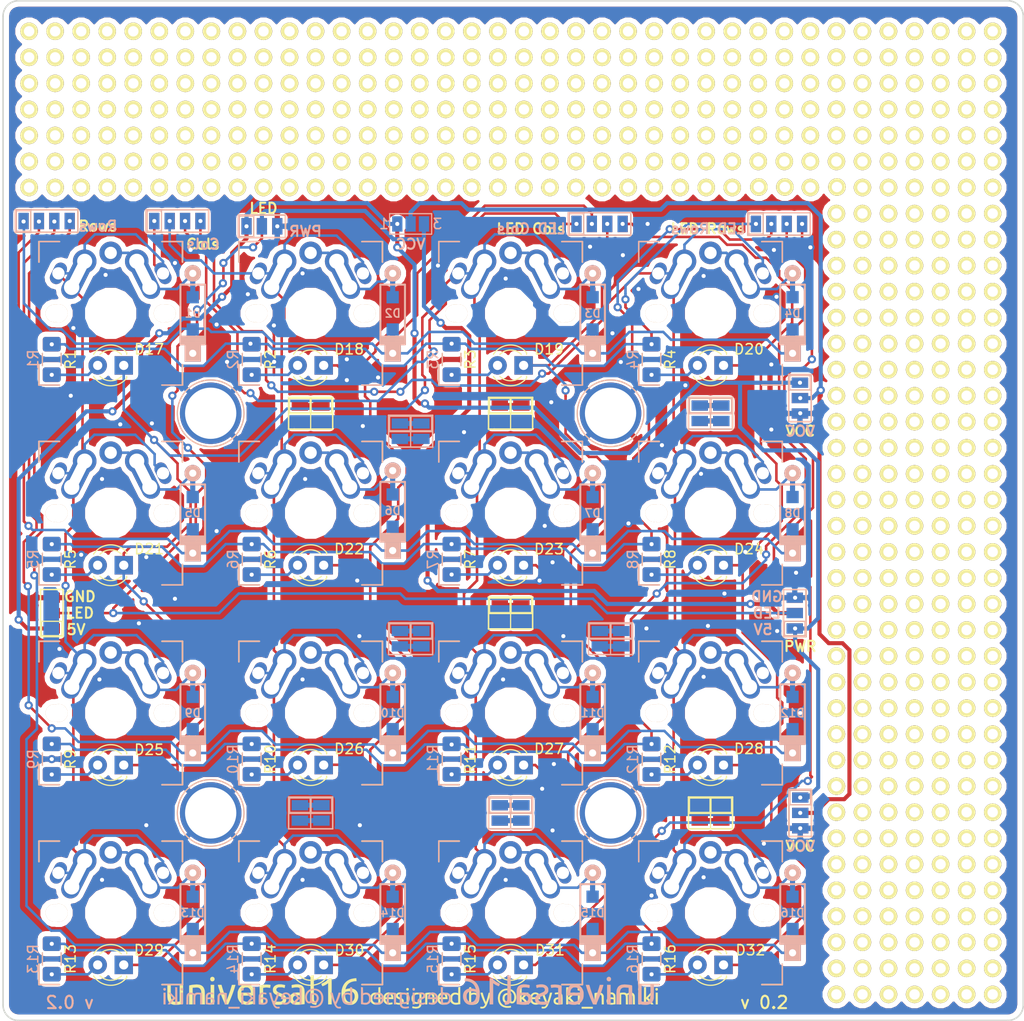
<source format=kicad_pcb>
(kicad_pcb (version 20171130) (host pcbnew 5.0.1)
  (layers (0 F.Cu signal) (31 B.Cu signal) (34 B.Paste user) (35 F.Paste user) (36 B.SilkS user) (37 F.SilkS user) (38 B.Mask user) (39 F.Mask user) (44 Edge.Cuts user))
  (net 0 "")
  (net 1 row0)
  (net 2 "Net-(D1-Pad2)")
  (net 3 "Net-(D2-Pad2)")
  (net 4 "Net-(D3-Pad2)")
  (net 5 "Net-(D4-Pad2)")
  (net 6 row1)
  (net 7 "Net-(D5-Pad2)")
  (net 8 "Net-(D6-Pad2)")
  (net 9 "Net-(D7-Pad2)")
  (net 10 "Net-(D8-Pad2)")
  (net 11 row2)
  (net 12 "Net-(D9-Pad2)")
  (net 13 "Net-(D10-Pad2)")
  (net 14 "Net-(D11-Pad2)")
  (net 15 "Net-(D12-Pad2)")
  (net 16 row3)
  (net 17 "Net-(D13-Pad2)")
  (net 18 "Net-(D14-Pad2)")
  (net 19 "Net-(D15-Pad2)")
  (net 20 "Net-(D16-Pad2)")
  (net 21 LEDcol0)
  (net 22 "Net-(D17-Pad2)")
  (net 23 LEDcol1)
  (net 24 LEDcol2)
  (net 25 "Net-(D18-Pad2)")
  (net 26 LEDcol3)
  (net 27 "Net-(D19-Pad2)")
  (net 28 "Net-(D20-Pad2)")
  (net 29 "Net-(D21-Pad2)")
  (net 30 "Net-(D22-Pad2)")
  (net 31 "Net-(D23-Pad2)")
  (net 32 "Net-(D24-Pad2)")
  (net 33 "Net-(D25-Pad2)")
  (net 34 "Net-(D26-Pad2)")
  (net 35 "Net-(D27-Pad2)")
  (net 36 "Net-(D28-Pad2)")
  (net 37 "Net-(D29-Pad2)")
  (net 38 "Net-(D30-Pad2)")
  (net 39 "Net-(D31-Pad2)")
  (net 40 GND)
  (net 41 5V)
  (net 42 LED)
  (net 43 col0)
  (net 44 col1)
  (net 45 col2)
  (net 46 col3)
  (net 47 LEDrow0)
  (net 48 LEDrow1)
  (net 49 LEDrow2)
  (net 50 LEDrow3)
  (net 51 VCC)
  (net 52 +3V3)
  (net 53 "Net-(D32-Pad2)")
  (module keyboard_parts:PIN_1 (layer F.Cu) (at 114.3 78.74)
    (fp_text reference P? hide)
    (fp_text value CONN_1 hide)
    (pad 1 thru_hole circle (at 0 0) (size 1.7 1.7) (drill 1.016) (layers *.Cu *.Mask F.SilkS))
  )
  (module keyboard_parts:PIN_1 (layer F.Cu) (at 116.84 78.74)
    (fp_text reference P? hide)
    (fp_text value CONN_1 hide)
    (pad 1 thru_hole circle (at 0 0) (size 1.7 1.7) (drill 1.016) (layers *.Cu *.Mask F.SilkS))
  )
  (module keyboard_parts:PIN_1 (layer F.Cu) (at 119.38 78.74)
    (fp_text reference P? hide)
    (fp_text value CONN_1 hide)
    (pad 1 thru_hole circle (at 0 0) (size 1.7 1.7) (drill 1.016) (layers *.Cu *.Mask F.SilkS))
  )
  (module keyboard_parts:PIN_1 (layer F.Cu) (at 111.76 78.74)
    (fp_text reference P? hide)
    (fp_text value CONN_1 hide)
    (pad 1 thru_hole circle (at 0 0) (size 1.7 1.7) (drill 1.016) (layers *.Cu *.Mask F.SilkS))
  )
  (module keyboard_parts:PIN_1 (layer F.Cu) (at 109.22 78.74)
    (fp_text reference P? hide)
    (fp_text value CONN_1 hide)
    (pad 1 thru_hole circle (at 0 0) (size 1.7 1.7) (drill 1.016) (layers *.Cu *.Mask F.SilkS))
  )
  (module keyboard_parts:PIN_1 (layer F.Cu) (at 106.68 78.74)
    (fp_text reference P? hide)
    (fp_text value CONN_1 hide)
    (pad 1 thru_hole circle (at 0 0) (size 1.7 1.7) (drill 1.016) (layers *.Cu *.Mask F.SilkS))
  )
  (module keyboard_parts:PIN_1 (layer F.Cu) (at 104.14 78.74)
    (fp_text reference P? hide)
    (fp_text value CONN_1 hide)
    (pad 1 thru_hole circle (at 0 0) (size 1.7 1.7) (drill 1.016) (layers *.Cu *.Mask F.SilkS))
  )
  (module keyboard_parts:PIN_1 (layer F.Cu) (at 93.98 76.2)
    (fp_text reference P? hide)
    (fp_text value CONN_1 hide)
    (pad 1 thru_hole circle (at 0 0) (size 1.7 1.7) (drill 1.016) (layers *.Cu *.Mask F.SilkS))
  )
  (module keyboard_parts:PIN_1 (layer F.Cu) (at 91.44 76.2)
    (fp_text reference P? hide)
    (fp_text value CONN_1 hide)
    (pad 1 thru_hole circle (at 0 0) (size 1.7 1.7) (drill 1.016) (layers *.Cu *.Mask F.SilkS))
  )
  (module keyboard_parts:PIN_1 (layer F.Cu) (at 96.52 76.2)
    (fp_text reference P? hide)
    (fp_text value CONN_1 hide)
    (pad 1 thru_hole circle (at 0 0) (size 1.7 1.7) (drill 1.016) (layers *.Cu *.Mask F.SilkS))
  )
  (module keyboard_parts:PIN_1 (layer F.Cu) (at 99.06 76.2)
    (fp_text reference P? hide)
    (fp_text value CONN_1 hide)
    (pad 1 thru_hole circle (at 0 0) (size 1.7 1.7) (drill 1.016) (layers *.Cu *.Mask F.SilkS))
  )
  (module keyboard_parts:PIN_1 (layer F.Cu) (at 109.22 76.2)
    (fp_text reference P? hide)
    (fp_text value CONN_1 hide)
    (pad 1 thru_hole circle (at 0 0) (size 1.7 1.7) (drill 1.016) (layers *.Cu *.Mask F.SilkS))
  )
  (module keyboard_parts:PIN_1 (layer F.Cu) (at 101.6 76.2)
    (fp_text reference P? hide)
    (fp_text value CONN_1 hide)
    (pad 1 thru_hole circle (at 0 0) (size 1.7 1.7) (drill 1.016) (layers *.Cu *.Mask F.SilkS))
  )
  (module keyboard_parts:PIN_1 (layer F.Cu) (at 106.68 76.2)
    (fp_text reference P? hide)
    (fp_text value CONN_1 hide)
    (pad 1 thru_hole circle (at 0 0) (size 1.7 1.7) (drill 1.016) (layers *.Cu *.Mask F.SilkS))
  )
  (module keyboard_parts:PIN_1 (layer F.Cu) (at 104.14 76.2)
    (fp_text reference P? hide)
    (fp_text value CONN_1 hide)
    (pad 1 thru_hole circle (at 0 0) (size 1.7 1.7) (drill 1.016) (layers *.Cu *.Mask F.SilkS))
  )
  (module keyboard_parts:PIN_1 (layer F.Cu) (at 116.84 76.2)
    (fp_text reference P? hide)
    (fp_text value CONN_1 hide)
    (pad 1 thru_hole circle (at 0 0) (size 1.7 1.7) (drill 1.016) (layers *.Cu *.Mask F.SilkS))
  )
  (module keyboard_parts:PIN_1 (layer F.Cu) (at 114.3 76.2)
    (fp_text reference P? hide)
    (fp_text value CONN_1 hide)
    (pad 1 thru_hole circle (at 0 0) (size 1.7 1.7) (drill 1.016) (layers *.Cu *.Mask F.SilkS))
  )
  (module keyboard_parts:PIN_1 (layer F.Cu) (at 119.38 76.2)
    (fp_text reference P? hide)
    (fp_text value CONN_1 hide)
    (pad 1 thru_hole circle (at 0 0) (size 1.7 1.7) (drill 1.016) (layers *.Cu *.Mask F.SilkS))
  )
  (module keyboard_parts:PIN_1 (layer F.Cu) (at 111.76 76.2)
    (fp_text reference P? hide)
    (fp_text value CONN_1 hide)
    (pad 1 thru_hole circle (at 0 0) (size 1.7 1.7) (drill 1.016) (layers *.Cu *.Mask F.SilkS))
  )
  (module keyboard_parts:PIN_1 (layer F.Cu) (at 99.06 78.74)
    (fp_text reference P? hide)
    (fp_text value CONN_1 hide)
    (pad 1 thru_hole circle (at 0 0) (size 1.7 1.7) (drill 1.016) (layers *.Cu *.Mask F.SilkS))
  )
  (module keyboard_parts:PIN_1 (layer F.Cu) (at 91.44 78.74)
    (fp_text reference P? hide)
    (fp_text value CONN_1 hide)
    (pad 1 thru_hole circle (at 0 0) (size 1.7 1.7) (drill 1.016) (layers *.Cu *.Mask F.SilkS))
  )
  (module keyboard_parts:PIN_1 (layer F.Cu) (at 93.98 78.74)
    (fp_text reference P? hide)
    (fp_text value CONN_1 hide)
    (pad 1 thru_hole circle (at 0 0) (size 1.7 1.7) (drill 1.016) (layers *.Cu *.Mask F.SilkS))
  )
  (module keyboard_parts:PIN_1 (layer F.Cu) (at 96.52 78.74)
    (fp_text reference P? hide)
    (fp_text value CONN_1 hide)
    (pad 1 thru_hole circle (at 0 0) (size 1.7 1.7) (drill 1.016) (layers *.Cu *.Mask F.SilkS))
  )
  (module keyboard_parts:PIN_1 (layer F.Cu) (at 101.6 78.74)
    (fp_text reference P? hide)
    (fp_text value CONN_1 hide)
    (pad 1 thru_hole circle (at 0 0) (size 1.7 1.7) (drill 1.016) (layers *.Cu *.Mask F.SilkS))
  )
  (module myfootplint:4pads-2cons (layer B.Cu) (at 138.4 139.77 180)
    (fp_text reference REF** hide)
    (fp_text value 4pads-2cons)
    (pad 1 smd rect (at -1.05 0.75 180) (size 1.6 1) (layers B.Cu B.Mask))
    (pad 2 smd rect (at -1.05 -0.75 180) (size 1.6 1) (layers B.Cu B.Mask))
    (pad 1 smd rect (at 1.05 0.75 180) (size 1.6 1) (layers B.Cu B.Mask))
    (pad 2 smd rect (at 1.05 -0.75 180) (size 1.6 1) (layers B.Cu B.Mask))
    (pad 1 smd rect (at 0 0.75 180) (size 1.6 0.5) (layers B.Cu))
    (pad 2 smd rect (at 0 -0.75 180) (size 1.6 0.5) (layers B.Cu))
  )
  (module myfootplint:4pads-2cons (layer B.Cu) (at 148.15 122.77 180)
    (fp_text reference REF** hide)
    (fp_text value 4pads-2cons)
    (pad 1 smd rect (at -1.05 0.75 180) (size 1.6 1) (layers B.Cu B.Mask))
    (pad 2 smd rect (at -1.05 -0.75 180) (size 1.6 1) (layers B.Cu B.Mask))
    (pad 1 smd rect (at 1.05 0.75 180) (size 1.6 1) (layers B.Cu B.Mask))
    (pad 2 smd rect (at 1.05 -0.75 180) (size 1.6 1) (layers B.Cu B.Mask))
    (pad 1 smd rect (at 0 0.75 180) (size 1.6 0.5) (layers B.Cu))
    (pad 2 smd rect (at 0 -0.75 180) (size 1.6 0.5) (layers B.Cu))
  )
  (module myfootplint:4pads-2cons (layer B.Cu) (at 118.9 139.77 180)
    (fp_text reference REF** hide)
    (fp_text value 4pads-2cons)
    (pad 2 smd rect (at 0 -0.75 180) (size 1.6 0.5) (layers B.Cu))
    (pad 1 smd rect (at 0 0.75 180) (size 1.6 0.5) (layers B.Cu))
    (pad 2 smd rect (at 1.05 -0.75 180) (size 1.6 1) (layers B.Cu B.Mask))
    (pad 1 smd rect (at 1.05 0.75 180) (size 1.6 1) (layers B.Cu B.Mask))
    (pad 2 smd rect (at -1.05 -0.75 180) (size 1.6 1) (layers B.Cu B.Mask))
    (pad 1 smd rect (at -1.05 0.75 180) (size 1.6 1) (layers B.Cu B.Mask))
  )
  (module myfootplint:4pads-2cons (layer B.Cu) (at 128.65 122.77 180)
    (fp_text reference REF** hide)
    (fp_text value 4pads-2cons)
    (pad 1 smd rect (at -1.05 0.75 180) (size 1.6 1) (layers B.Cu B.Mask))
    (pad 2 smd rect (at -1.05 -0.75 180) (size 1.6 1) (layers B.Cu B.Mask))
    (pad 1 smd rect (at 1.05 0.75 180) (size 1.6 1) (layers B.Cu B.Mask))
    (pad 2 smd rect (at 1.05 -0.75 180) (size 1.6 1) (layers B.Cu B.Mask))
    (pad 1 smd rect (at 0 0.75 180) (size 1.6 0.5) (layers B.Cu))
    (pad 2 smd rect (at 0 -0.75 180) (size 1.6 0.5) (layers B.Cu))
  )
  (module myfootplint:4pads-2cons (layer B.Cu) (at 128.65 102.52 180)
    (fp_text reference REF** hide)
    (fp_text value 4pads-2cons)
    (pad 2 smd rect (at 0 -0.75 180) (size 1.6 0.5) (layers B.Cu))
    (pad 1 smd rect (at 0 0.75 180) (size 1.6 0.5) (layers B.Cu))
    (pad 2 smd rect (at 1.05 -0.75 180) (size 1.6 1) (layers B.Cu B.Mask))
    (pad 1 smd rect (at 1.05 0.75 180) (size 1.6 1) (layers B.Cu B.Mask))
    (pad 2 smd rect (at -1.05 -0.75 180) (size 1.6 1) (layers B.Cu B.Mask))
    (pad 1 smd rect (at -1.05 0.75 180) (size 1.6 1) (layers B.Cu B.Mask))
  )
  (module myfootplint:4pads-2cons (layer B.Cu) (at 157.9 100.77 180)
    (fp_text reference REF** hide)
    (fp_text value 4pads-2cons)
    (pad 1 smd rect (at -1.05 0.75 180) (size 1.6 1) (layers B.Cu B.Mask))
    (pad 2 smd rect (at -1.05 -0.75 180) (size 1.6 1) (layers B.Cu B.Mask))
    (pad 1 smd rect (at 1.05 0.75 180) (size 1.6 1) (layers B.Cu B.Mask))
    (pad 2 smd rect (at 1.05 -0.75 180) (size 1.6 1) (layers B.Cu B.Mask))
    (pad 1 smd rect (at 0 0.75 180) (size 1.6 0.5) (layers B.Cu))
    (pad 2 smd rect (at 0 -0.75 180) (size 1.6 0.5) (layers B.Cu))
  )
  (module myfootplint:4pads-2cons (layer F.Cu) (at 138.4 100.77)
    (fp_text reference REF** hide)
    (fp_text value 4pads-2cons)
    (pad 2 smd rect (at 0 0.75) (size 1.6 0.5) (layers F.Cu))
    (pad 1 smd rect (at 0 -0.75) (size 1.6 0.5) (layers F.Cu))
    (pad 2 smd rect (at 1.05 0.75) (size 1.6 1) (layers F.Cu F.Mask))
    (pad 1 smd rect (at 1.05 -0.75) (size 1.6 1) (layers F.Cu F.Mask))
    (pad 2 smd rect (at -1.05 0.75) (size 1.6 1) (layers F.Cu F.Mask))
    (pad 1 smd rect (at -1.05 -0.75) (size 1.6 1) (layers F.Cu F.Mask))
  )
  (module myfootplint:4pads-2cons (layer F.Cu) (at 138.4 139.77)
    (fp_text reference REF** hide)
    (fp_text value 4pads-2cons)
    (pad 1 smd rect (at -1.05 -0.75) (size 1.6 1) (layers F.Cu F.Mask))
    (pad 2 smd rect (at -1.05 0.75) (size 1.6 1) (layers F.Cu F.Mask))
    (pad 1 smd rect (at 1.05 -0.75) (size 1.6 1) (layers F.Cu F.Mask))
    (pad 2 smd rect (at 1.05 0.75) (size 1.6 1) (layers F.Cu F.Mask))
    (pad 1 smd rect (at 0 -0.75) (size 1.6 0.5) (layers F.Cu))
    (pad 2 smd rect (at 0 0.75) (size 1.6 0.5) (layers F.Cu))
  )
  (module myfootplint:4pads-2cons (layer F.Cu) (at 118.9 100.77)
    (fp_text reference REF** hide)
    (fp_text value 4pads-2cons)
    (pad 2 smd rect (at 0 0.75) (size 1.6 0.5) (layers F.Cu))
    (pad 1 smd rect (at 0 -0.75) (size 1.6 0.5) (layers F.Cu))
    (pad 2 smd rect (at 1.05 0.75) (size 1.6 1) (layers F.Cu F.Mask))
    (pad 1 smd rect (at 1.05 -0.75) (size 1.6 1) (layers F.Cu F.Mask))
    (pad 2 smd rect (at -1.05 0.75) (size 1.6 1) (layers F.Cu F.Mask))
    (pad 1 smd rect (at -1.05 -0.75) (size 1.6 1) (layers F.Cu F.Mask))
  )
  (module myfootplint:4pads-2cons (layer F.Cu) (at 138.4 120.27)
    (fp_text reference REF** hide)
    (fp_text value 4pads-2cons)
    (pad 1 smd rect (at -1.05 -0.75) (size 1.6 1) (layers F.Cu F.Mask))
    (pad 2 smd rect (at -1.05 0.75) (size 1.6 1) (layers F.Cu F.Mask))
    (pad 1 smd rect (at 1.05 -0.75) (size 1.6 1) (layers F.Cu F.Mask))
    (pad 2 smd rect (at 1.05 0.75) (size 1.6 1) (layers F.Cu F.Mask))
    (pad 1 smd rect (at 0 -0.75) (size 1.6 0.5) (layers F.Cu))
    (pad 2 smd rect (at 0 0.75) (size 1.6 0.5) (layers F.Cu))
  )
  (module Resistor_SMD:R_1206_3216Metric_Pad1.42x1.75mm_HandSolder (layer B.Cu) (at 152.15 95.52 270)
    (fp_text reference R4 (at 0 1.82 270) (layer B.SilkS) (effects (justify mirror)))
    (fp_text value R)
    (pad 1 smd roundrect (at -1.4875 0 270) (size 1.425 1.75) (layers B.Cu B.Paste B.Mask) (roundrect_rratio 0.175439) (net 47 LEDrow0))
    (pad 2 smd roundrect (at 1.4875 0 270) (size 1.425 1.75) (layers B.Cu B.Paste B.Mask) (roundrect_rratio 0.175439) (net 28 "Net-(D20-Pad2)"))
  )
  (module myfootplint:3pads (layer F.Cu) (at 166.624 97.79)
    (fp_text reference J6 hide)
    (fp_text value Conn_01x03)
    (pad 3 smd rect (at 0 3) (size 1.6 1) (layers F.Cu F.Mask) (net 40 GND))
    (pad 2 smd rect (at 0 1.5) (size 1.6 1) (layers F.Cu F.Mask) (net 51 VCC))
    (pad 1 smd rect (at 0 0) (size 1.6 1) (layers F.Cu F.Mask) (net 41 5V))
  )
  (module myfootplint:3pads (layer B.Cu) (at 166.65 138.27 180)
    (fp_text reference J9 hide)
    (fp_text value Conn_01x03)
    (pad 1 smd rect (at 0 0 180) (size 1.6 1) (layers B.Cu B.Mask) (net 41 5V))
    (pad 2 smd rect (at 0 -1.5 180) (size 1.6 1) (layers B.Cu B.Mask) (net 51 VCC))
    (pad 3 smd rect (at 0 -3 180) (size 1.6 1) (layers B.Cu B.Mask) (net 40 GND))
  )
  (module myfootplint:4pads (layer F.Cu) (at 162.33 82.296 90)
    (fp_text reference J3 hide)
    (fp_text value Conn_01x04)
    (pad 1 smd rect (at 0 0 90) (size 1.6 1) (layers F.Cu F.Mask) (net 47 LEDrow0))
    (pad 2 smd rect (at 0 1.5 90) (size 1.6 1) (layers F.Cu F.Mask) (net 48 LEDrow1))
    (pad 3 smd rect (at 0 3 90) (size 1.6 1) (layers F.Cu F.Mask) (net 49 LEDrow2))
    (pad 4 smd rect (at 0 4.5 90) (size 1.6 1) (layers F.Cu F.Mask) (net 50 LEDrow3))
  )
  (module myfootplint:4pads (layer F.Cu) (at 144.828 82.296 90)
    (fp_text reference J4 hide)
    (fp_text value Conn_01x04)
    (pad 4 smd rect (at 0 4.5 90) (size 1.6 1) (layers F.Cu F.Mask) (net 26 LEDcol3))
    (pad 3 smd rect (at 0 3 90) (size 1.6 1) (layers F.Cu F.Mask) (net 24 LEDcol2))
    (pad 2 smd rect (at 0 1.5 90) (size 1.6 1) (layers F.Cu F.Mask) (net 23 LEDcol1))
    (pad 1 smd rect (at 0 0 90) (size 1.6 1) (layers F.Cu F.Mask) (net 21 LEDcol0))
  )
  (module Resistor_SMD:R_1206_3216Metric_Pad1.42x1.75mm_HandSolder (layer F.Cu) (at 152.146 95.52 270)
    (fp_text reference R4 (at 0 -1.82 270) (layer F.SilkS))
    (fp_text value R)
    (pad 2 smd roundrect (at 1.4875 0 270) (size 1.425 1.75) (layers F.Cu F.Paste F.Mask) (roundrect_rratio 0.175439) (net 28 "Net-(D20-Pad2)"))
    (pad 1 smd roundrect (at -1.4875 0 270) (size 1.425 1.75) (layers F.Cu F.Paste F.Mask) (roundrect_rratio 0.175439) (net 47 LEDrow0))
  )
  (module Resistor_SMD:R_1206_3216Metric_Pad1.42x1.75mm_HandSolder (layer F.Cu) (at 132.65 95.52 270)
    (fp_text reference R3 (at 0 -1.82 270) (layer F.SilkS))
    (fp_text value R)
    (pad 2 smd roundrect (at 1.4875 0 270) (size 1.425 1.75) (layers F.Cu F.Paste F.Mask) (roundrect_rratio 0.175439) (net 27 "Net-(D19-Pad2)"))
    (pad 1 smd roundrect (at -1.4875 0 270) (size 1.425 1.75) (layers F.Cu F.Paste F.Mask) (roundrect_rratio 0.175439) (net 47 LEDrow0))
  )
  (module Resistor_SMD:R_1206_3216Metric_Pad1.42x1.75mm_HandSolder (layer F.Cu) (at 93.65 95.52 270)
    (fp_text reference R1 (at 0 -1.82 270) (layer F.SilkS))
    (fp_text value R)
    (pad 1 smd roundrect (at -1.4875 0 270) (size 1.425 1.75) (layers F.Cu F.Paste F.Mask) (roundrect_rratio 0.175439) (net 47 LEDrow0))
    (pad 2 smd roundrect (at 1.4875 0 270) (size 1.425 1.75) (layers F.Cu F.Paste F.Mask) (roundrect_rratio 0.175439) (net 22 "Net-(D17-Pad2)"))
  )
  (module Resistor_SMD:R_1206_3216Metric_Pad1.42x1.75mm_HandSolder (layer F.Cu) (at 93.65 115.02 270)
    (fp_text reference R5 (at 0 -1.82 270) (layer F.SilkS))
    (fp_text value R)
    (pad 2 smd roundrect (at 1.4875 0 270) (size 1.425 1.75) (layers F.Cu F.Paste F.Mask) (roundrect_rratio 0.175439) (net 29 "Net-(D21-Pad2)"))
    (pad 1 smd roundrect (at -1.4875 0 270) (size 1.425 1.75) (layers F.Cu F.Paste F.Mask) (roundrect_rratio 0.175439) (net 48 LEDrow1))
  )
  (module Resistor_SMD:R_1206_3216Metric_Pad1.42x1.75mm_HandSolder (layer F.Cu) (at 113.15 115.02 270)
    (fp_text reference R6 (at 0 -1.82 270) (layer F.SilkS))
    (fp_text value R)
    (pad 1 smd roundrect (at -1.4875 0 270) (size 1.425 1.75) (layers F.Cu F.Paste F.Mask) (roundrect_rratio 0.175439) (net 48 LEDrow1))
    (pad 2 smd roundrect (at 1.4875 0 270) (size 1.425 1.75) (layers F.Cu F.Paste F.Mask) (roundrect_rratio 0.175439) (net 30 "Net-(D22-Pad2)"))
  )
  (module Resistor_SMD:R_1206_3216Metric_Pad1.42x1.75mm_HandSolder (layer F.Cu) (at 132.65 115.02 270)
    (fp_text reference R7 (at 0 -1.82 270) (layer F.SilkS))
    (fp_text value R)
    (pad 2 smd roundrect (at 1.4875 0 270) (size 1.425 1.75) (layers F.Cu F.Paste F.Mask) (roundrect_rratio 0.175439) (net 31 "Net-(D23-Pad2)"))
    (pad 1 smd roundrect (at -1.4875 0 270) (size 1.425 1.75) (layers F.Cu F.Paste F.Mask) (roundrect_rratio 0.175439) (net 48 LEDrow1))
  )
  (module Resistor_SMD:R_1206_3216Metric_Pad1.42x1.75mm_HandSolder (layer F.Cu) (at 152.146 115.02 270)
    (fp_text reference R8 (at 0 -1.82 270) (layer F.SilkS))
    (fp_text value R)
    (pad 2 smd roundrect (at 1.4875 0 270) (size 1.425 1.75) (layers F.Cu F.Paste F.Mask) (roundrect_rratio 0.175439) (net 32 "Net-(D24-Pad2)"))
    (pad 1 smd roundrect (at -1.4875 0 270) (size 1.425 1.75) (layers F.Cu F.Paste F.Mask) (roundrect_rratio 0.175439) (net 48 LEDrow1))
  )
  (module Resistor_SMD:R_1206_3216Metric_Pad1.42x1.75mm_HandSolder (layer F.Cu) (at 93.65 154.02 270)
    (fp_text reference R13 (at 0 -1.82 270) (layer F.SilkS))
    (fp_text value R)
    (pad 2 smd roundrect (at 1.4875 0 270) (size 1.425 1.75) (layers F.Cu F.Paste F.Mask) (roundrect_rratio 0.175439) (net 37 "Net-(D29-Pad2)"))
    (pad 1 smd roundrect (at -1.4875 0 270) (size 1.425 1.75) (layers F.Cu F.Paste F.Mask) (roundrect_rratio 0.175439) (net 50 LEDrow3))
  )
  (module Resistor_SMD:R_1206_3216Metric_Pad1.42x1.75mm_HandSolder (layer F.Cu) (at 113.15 154.02 270)
    (fp_text reference R14 (at 0 -1.82 270) (layer F.SilkS))
    (fp_text value R)
    (pad 1 smd roundrect (at -1.4875 0 270) (size 1.425 1.75) (layers F.Cu F.Paste F.Mask) (roundrect_rratio 0.175439) (net 50 LEDrow3))
    (pad 2 smd roundrect (at 1.4875 0 270) (size 1.425 1.75) (layers F.Cu F.Paste F.Mask) (roundrect_rratio 0.175439) (net 38 "Net-(D30-Pad2)"))
  )
  (module Resistor_SMD:R_1206_3216Metric_Pad1.42x1.75mm_HandSolder (layer F.Cu) (at 132.65 154.02 270)
    (fp_text reference R15 (at 0 -1.82 270) (layer F.SilkS))
    (fp_text value R)
    (pad 2 smd roundrect (at 1.4875 0 270) (size 1.425 1.75) (layers F.Cu F.Paste F.Mask) (roundrect_rratio 0.175439) (net 39 "Net-(D31-Pad2)"))
    (pad 1 smd roundrect (at -1.4875 0 270) (size 1.425 1.75) (layers F.Cu F.Paste F.Mask) (roundrect_rratio 0.175439) (net 50 LEDrow3))
  )
  (module Resistor_SMD:R_1206_3216Metric_Pad1.42x1.75mm_HandSolder (layer F.Cu) (at 152.146 154.02 270)
    (fp_text reference R16 (at 0 -1.82 270) (layer F.SilkS))
    (fp_text value R)
    (pad 2 smd roundrect (at 1.4875 0 270) (size 1.425 1.75) (layers F.Cu F.Paste F.Mask) (roundrect_rratio 0.175439) (net 53 "Net-(D32-Pad2)"))
    (pad 1 smd roundrect (at -1.4875 0 270) (size 1.425 1.75) (layers F.Cu F.Paste F.Mask) (roundrect_rratio 0.175439) (net 50 LEDrow3))
  )
  (module Resistor_SMD:R_1206_3216Metric_Pad1.42x1.75mm_HandSolder (layer F.Cu) (at 152.146 134.5325 270)
    (fp_text reference R12 (at 0 -1.82 270) (layer F.SilkS))
    (fp_text value R)
    (pad 1 smd roundrect (at -1.4875 0 270) (size 1.425 1.75) (layers F.Cu F.Paste F.Mask) (roundrect_rratio 0.175439) (net 49 LEDrow2))
    (pad 2 smd roundrect (at 1.4875 0 270) (size 1.425 1.75) (layers F.Cu F.Paste F.Mask) (roundrect_rratio 0.175439) (net 36 "Net-(D28-Pad2)"))
  )
  (module Resistor_SMD:R_1206_3216Metric_Pad1.42x1.75mm_HandSolder (layer F.Cu) (at 132.65 134.52 270)
    (fp_text reference R11 (at 0 -1.82 270) (layer F.SilkS))
    (fp_text value R)
    (pad 1 smd roundrect (at -1.4875 0 270) (size 1.425 1.75) (layers F.Cu F.Paste F.Mask) (roundrect_rratio 0.175439) (net 49 LEDrow2))
    (pad 2 smd roundrect (at 1.4875 0 270) (size 1.425 1.75) (layers F.Cu F.Paste F.Mask) (roundrect_rratio 0.175439) (net 35 "Net-(D27-Pad2)"))
  )
  (module Resistor_SMD:R_1206_3216Metric_Pad1.42x1.75mm_HandSolder (layer F.Cu) (at 113.15 134.52 270)
    (fp_text reference R10 (at 0 -1.82 270) (layer F.SilkS))
    (fp_text value R)
    (pad 2 smd roundrect (at 1.4875 0 270) (size 1.425 1.75) (layers F.Cu F.Paste F.Mask) (roundrect_rratio 0.175439) (net 34 "Net-(D26-Pad2)"))
    (pad 1 smd roundrect (at -1.4875 0 270) (size 1.425 1.75) (layers F.Cu F.Paste F.Mask) (roundrect_rratio 0.175439) (net 49 LEDrow2))
  )
  (module Resistor_SMD:R_1206_3216Metric_Pad1.42x1.75mm_HandSolder (layer F.Cu) (at 93.65 134.52 270)
    (fp_text reference R9 (at 0 -1.82 270) (layer F.SilkS))
    (fp_text value R)
    (pad 1 smd roundrect (at -1.4875 0 270) (size 1.425 1.75) (layers F.Cu F.Paste F.Mask) (roundrect_rratio 0.175439) (net 49 LEDrow2))
    (pad 2 smd roundrect (at 1.4875 0 270) (size 1.425 1.75) (layers F.Cu F.Paste F.Mask) (roundrect_rratio 0.175439) (net 33 "Net-(D25-Pad2)"))
  )
  (module Resistor_SMD:R_1206_3216Metric_Pad1.42x1.75mm_HandSolder (layer F.Cu) (at 113.15 95.52 270)
    (fp_text reference R2 (at 0 -1.82 270) (layer F.SilkS))
    (fp_text value R)
    (pad 2 smd roundrect (at 1.4875 0 270) (size 1.425 1.75) (layers F.Cu F.Paste F.Mask) (roundrect_rratio 0.175439) (net 25 "Net-(D18-Pad2)"))
    (pad 1 smd roundrect (at -1.4875 0 270) (size 1.425 1.75) (layers F.Cu F.Paste F.Mask) (roundrect_rratio 0.175439) (net 47 LEDrow0))
  )
  (module keyboard_parts:PIN_1 (layer F.Cu) (at 93.98 63.5)
    (fp_text reference P? hide)
    (fp_text value CONN_1 hide)
    (pad 1 thru_hole circle (at 0 0) (size 1.7 1.7) (drill 1.016) (layers *.Cu *.Mask F.SilkS))
  )
  (module keyboard_parts:PIN_1 (layer F.Cu) (at 91.44 63.5)
    (fp_text reference P? hide)
    (fp_text value CONN_1 hide)
    (pad 1 thru_hole circle (at 0 0) (size 1.7 1.7) (drill 1.016) (layers *.Cu *.Mask F.SilkS))
  )
  (module keyboard_parts:PIN_1 (layer F.Cu) (at 104.14 63.5)
    (fp_text reference P? hide)
    (fp_text value CONN_1 hide)
    (pad 1 thru_hole circle (at 0 0) (size 1.7 1.7) (drill 1.016) (layers *.Cu *.Mask F.SilkS))
  )
  (module keyboard_parts:PIN_1 (layer F.Cu) (at 99.06 63.5)
    (fp_text reference P? hide)
    (fp_text value CONN_1 hide)
    (pad 1 thru_hole circle (at 0 0) (size 1.7 1.7) (drill 1.016) (layers *.Cu *.Mask F.SilkS))
  )
  (module keyboard_parts:PIN_1 (layer F.Cu) (at 101.6 63.5)
    (fp_text reference P? hide)
    (fp_text value CONN_1 hide)
    (pad 1 thru_hole circle (at 0 0) (size 1.7 1.7) (drill 1.016) (layers *.Cu *.Mask F.SilkS))
  )
  (module keyboard_parts:PIN_1 (layer F.Cu) (at 96.52 63.5)
    (fp_text reference P? hide)
    (fp_text value CONN_1 hide)
    (pad 1 thru_hole circle (at 0 0) (size 1.7 1.7) (drill 1.016) (layers *.Cu *.Mask F.SilkS))
  )
  (module keyboard_parts:PIN_1 (layer F.Cu) (at 111.76 63.5)
    (fp_text reference P? hide)
    (fp_text value CONN_1 hide)
    (pad 1 thru_hole circle (at 0 0) (size 1.7 1.7) (drill 1.016) (layers *.Cu *.Mask F.SilkS))
  )
  (module keyboard_parts:PIN_1 (layer F.Cu) (at 114.3 63.5)
    (fp_text reference P? hide)
    (fp_text value CONN_1 hide)
    (pad 1 thru_hole circle (at 0 0) (size 1.7 1.7) (drill 1.016) (layers *.Cu *.Mask F.SilkS))
  )
  (module keyboard_parts:PIN_1 (layer F.Cu) (at 109.22 63.5)
    (fp_text reference P? hide)
    (fp_text value CONN_1 hide)
    (pad 1 thru_hole circle (at 0 0) (size 1.7 1.7) (drill 1.016) (layers *.Cu *.Mask F.SilkS))
  )
  (module keyboard_parts:PIN_1 (layer F.Cu) (at 106.68 63.5)
    (fp_text reference P? hide)
    (fp_text value CONN_1 hide)
    (pad 1 thru_hole circle (at 0 0) (size 1.7 1.7) (drill 1.016) (layers *.Cu *.Mask F.SilkS))
  )
  (module keyboard_parts:PIN_1 (layer F.Cu) (at 101.6 66.04)
    (fp_text reference P? hide)
    (fp_text value CONN_1 hide)
    (pad 1 thru_hole circle (at 0 0) (size 1.7 1.7) (drill 1.016) (layers *.Cu *.Mask F.SilkS))
  )
  (module keyboard_parts:PIN_1 (layer F.Cu) (at 96.52 66.04)
    (fp_text reference P? hide)
    (fp_text value CONN_1 hide)
    (pad 1 thru_hole circle (at 0 0) (size 1.7 1.7) (drill 1.016) (layers *.Cu *.Mask F.SilkS))
  )
  (module keyboard_parts:PIN_1 (layer F.Cu) (at 99.06 66.04)
    (fp_text reference P? hide)
    (fp_text value CONN_1 hide)
    (pad 1 thru_hole circle (at 0 0) (size 1.7 1.7) (drill 1.016) (layers *.Cu *.Mask F.SilkS))
  )
  (module keyboard_parts:PIN_1 (layer F.Cu) (at 93.98 66.04)
    (fp_text reference P? hide)
    (fp_text value CONN_1 hide)
    (pad 1 thru_hole circle (at 0 0) (size 1.7 1.7) (drill 1.016) (layers *.Cu *.Mask F.SilkS))
  )
  (module keyboard_parts:PIN_1 (layer F.Cu) (at 91.44 66.04)
    (fp_text reference P? hide)
    (fp_text value CONN_1 hide)
    (pad 1 thru_hole circle (at 0 0) (size 1.7 1.7) (drill 1.016) (layers *.Cu *.Mask F.SilkS))
  )
  (module keyboard_parts:PIN_1 (layer F.Cu) (at 104.14 66.04)
    (fp_text reference P? hide)
    (fp_text value CONN_1 hide)
    (pad 1 thru_hole circle (at 0 0) (size 1.7 1.7) (drill 1.016) (layers *.Cu *.Mask F.SilkS))
  )
  (module myfootplint:3pads (layer F.Cu) (at 93.65 121.77 180)
    (fp_text reference J8 hide)
    (fp_text value Conn_01x03)
    (pad 3 smd rect (at 0 3 180) (size 1.6 1) (layers F.Cu F.Mask) (net 40 GND))
    (pad 2 smd rect (at 0 1.5 180) (size 1.6 1) (layers F.Cu F.Mask) (net 42 LED))
    (pad 1 smd rect (at 0 0 180) (size 1.6 1) (layers F.Cu F.Mask) (net 41 5V))
  )
  (module Resistor_SMD:R_1206_3216Metric_Pad1.42x1.75mm_HandSolder (layer B.Cu) (at 152.15 134.5325 270)
    (fp_text reference R12 (at 0 1.82 270) (layer B.SilkS) (effects (justify mirror)))
    (fp_text value R)
    (pad 2 smd roundrect (at 1.4875 0 270) (size 1.425 1.75) (layers B.Cu B.Paste B.Mask) (roundrect_rratio 0.175439) (net 36 "Net-(D28-Pad2)"))
    (pad 1 smd roundrect (at -1.4875 0 270) (size 1.425 1.75) (layers B.Cu B.Paste B.Mask) (roundrect_rratio 0.175439) (net 49 LEDrow2))
  )
  (module LED_THT:LED_D3.0mm_Clear (layer F.Cu) (at 139.67 115.6 180)
    (fp_text reference D23 (at -2.48 1.58 180) (layer F.SilkS))
    (fp_text value LED)
    (pad 2 thru_hole circle (at 2.54 0 180) (size 1.8 1.8) (drill 0.9) (layers *.Cu *.Mask) (net 31 "Net-(D23-Pad2)"))
    (pad 1 thru_hole rect (at 0 0 180) (size 1.8 1.8) (drill 0.9) (layers *.Cu *.Mask) (net 24 LEDcol2))
  )
  (module keyboard_parts:PIN_1 (layer F.Cu) (at 119.38 66.04)
    (fp_text reference P? hide)
    (fp_text value CONN_1 hide)
    (pad 1 thru_hole circle (at 0 0) (size 1.7 1.7) (drill 1.016) (layers *.Cu *.Mask F.SilkS))
  )
  (module keyboard_parts:PIN_1 (layer F.Cu) (at 124.46 68.58)
    (fp_text reference P? hide)
    (fp_text value CONN_1 hide)
    (pad 1 thru_hole circle (at 0 0) (size 1.7 1.7) (drill 1.016) (layers *.Cu *.Mask F.SilkS))
  )
  (module keyboard_parts:PIN_1 (layer F.Cu) (at 116.84 66.04)
    (fp_text reference P? hide)
    (fp_text value CONN_1 hide)
    (pad 1 thru_hole circle (at 0 0) (size 1.7 1.7) (drill 1.016) (layers *.Cu *.Mask F.SilkS))
  )
  (module keyboard_parts:PIN_1 (layer F.Cu) (at 132.08 66.04)
    (fp_text reference P? hide)
    (fp_text value CONN_1 hide)
    (pad 1 thru_hole circle (at 0 0) (size 1.7 1.7) (drill 1.016) (layers *.Cu *.Mask F.SilkS))
  )
  (module keyboard_parts:PIN_1 (layer F.Cu) (at 124.46 66.04)
    (fp_text reference P? hide)
    (fp_text value CONN_1 hide)
    (pad 1 thru_hole circle (at 0 0) (size 1.7 1.7) (drill 1.016) (layers *.Cu *.Mask F.SilkS))
  )
  (module keyboard_parts:PIN_1 (layer F.Cu) (at 127 66.04)
    (fp_text reference P? hide)
    (fp_text value CONN_1 hide)
    (pad 1 thru_hole circle (at 0 0) (size 1.7 1.7) (drill 1.016) (layers *.Cu *.Mask F.SilkS))
  )
  (module keyboard_parts:PIN_1 (layer F.Cu) (at 129.54 66.04)
    (fp_text reference P? hide)
    (fp_text value CONN_1 hide)
    (pad 1 thru_hole circle (at 0 0) (size 1.7 1.7) (drill 1.016) (layers *.Cu *.Mask F.SilkS))
  )
  (module keyboard_parts:PIN_1 (layer F.Cu) (at 121.92 68.58)
    (fp_text reference P? hide)
    (fp_text value CONN_1 hide)
    (pad 1 thru_hole circle (at 0 0) (size 1.7 1.7) (drill 1.016) (layers *.Cu *.Mask F.SilkS))
  )
  (module keyboard_parts:PIN_1 (layer F.Cu) (at 172.72 93.98 90)
    (fp_text reference P? hide)
    (fp_text value CONN_1 hide)
    (pad 1 thru_hole circle (at 0 0 90) (size 1.7 1.7) (drill 1.016) (layers *.Cu *.Mask F.SilkS))
  )
  (module keyboard_parts:PIN_1 (layer F.Cu) (at 172.72 96.52 90)
    (fp_text reference P? hide)
    (fp_text value CONN_1 hide)
    (pad 1 thru_hole circle (at 0 0 90) (size 1.7 1.7) (drill 1.016) (layers *.Cu *.Mask F.SilkS))
  )
  (module keyboard_parts:PIN_1 (layer F.Cu) (at 172.72 88.9 90)
    (fp_text reference P? hide)
    (fp_text value CONN_1 hide)
    (pad 1 thru_hole circle (at 0 0 90) (size 1.7 1.7) (drill 1.016) (layers *.Cu *.Mask F.SilkS))
  )
  (module keyboard_parts:PIN_1 (layer F.Cu) (at 172.72 91.44 90)
    (fp_text reference P? hide)
    (fp_text value CONN_1 hide)
    (pad 1 thru_hole circle (at 0 0 90) (size 1.7 1.7) (drill 1.016) (layers *.Cu *.Mask F.SilkS))
  )
  (module keyboard_parts:PIN_1 (layer F.Cu) (at 172.72 121.92 90)
    (fp_text reference P? hide)
    (fp_text value CONN_1 hide)
    (pad 1 thru_hole circle (at 0 0 90) (size 1.7 1.7) (drill 1.016) (layers *.Cu *.Mask F.SilkS))
  )
  (module keyboard_parts:PIN_1 (layer F.Cu) (at 172.72 124.46 90)
    (fp_text reference P? hide)
    (fp_text value CONN_1 hide)
    (pad 1 thru_hole circle (at 0 0 90) (size 1.7 1.7) (drill 1.016) (layers *.Cu *.Mask F.SilkS))
  )
  (module keyboard_parts:PIN_1 (layer F.Cu) (at 172.72 119.38 90)
    (fp_text reference P? hide)
    (fp_text value CONN_1 hide)
    (pad 1 thru_hole circle (at 0 0 90) (size 1.7 1.7) (drill 1.016) (layers *.Cu *.Mask F.SilkS))
  )
  (module keyboard_parts:PIN_1 (layer F.Cu) (at 172.72 114.3 90)
    (fp_text reference P? hide)
    (fp_text value CONN_1 hide)
    (pad 1 thru_hole circle (at 0 0 90) (size 1.7 1.7) (drill 1.016) (layers *.Cu *.Mask F.SilkS))
  )
  (module keyboard_parts:PIN_1 (layer F.Cu) (at 172.72 116.84 90)
    (fp_text reference P? hide)
    (fp_text value CONN_1 hide)
    (pad 1 thru_hole circle (at 0 0 90) (size 1.7 1.7) (drill 1.016) (layers *.Cu *.Mask F.SilkS))
  )
  (module keyboard_parts:PIN_1 (layer F.Cu) (at 172.72 142.24 90)
    (fp_text reference P? hide)
    (fp_text value CONN_1 hide)
    (pad 1 thru_hole circle (at 0 0 90) (size 1.7 1.7) (drill 1.016) (layers *.Cu *.Mask F.SilkS))
  )
  (module keyboard_parts:PIN_1 (layer F.Cu) (at 175.26 147.32 90)
    (fp_text reference P? hide)
    (fp_text value CONN_1 hide)
    (pad 1 thru_hole circle (at 0 0 90) (size 1.7 1.7) (drill 1.016) (layers *.Cu *.Mask F.SilkS))
  )
  (module keyboard_parts:PIN_1 (layer F.Cu) (at 175.26 144.78 90)
    (fp_text reference P? hide)
    (fp_text value CONN_1 hide)
    (pad 1 thru_hole circle (at 0 0 90) (size 1.7 1.7) (drill 1.016) (layers *.Cu *.Mask F.SilkS))
  )
  (module keyboard_parts:PIN_1 (layer F.Cu) (at 175.26 152.4 90)
    (fp_text reference P? hide)
    (fp_text value CONN_1 hide)
    (pad 1 thru_hole circle (at 0 0 90) (size 1.7 1.7) (drill 1.016) (layers *.Cu *.Mask F.SilkS))
  )
  (module keyboard_parts:PIN_1 (layer F.Cu) (at 172.72 149.86 90)
    (fp_text reference P? hide)
    (fp_text value CONN_1 hide)
    (pad 1 thru_hole circle (at 0 0 90) (size 1.7 1.7) (drill 1.016) (layers *.Cu *.Mask F.SilkS))
  )
  (module keyboard_parts:PIN_1 (layer F.Cu) (at 172.72 152.4 90)
    (fp_text reference P? hide)
    (fp_text value CONN_1 hide)
    (pad 1 thru_hole circle (at 0 0 90) (size 1.7 1.7) (drill 1.016) (layers *.Cu *.Mask F.SilkS))
  )
  (module keyboard_parts:PIN_1 (layer F.Cu) (at 172.72 147.32 90)
    (fp_text reference P? hide)
    (fp_text value CONN_1 hide)
    (pad 1 thru_hole circle (at 0 0 90) (size 1.7 1.7) (drill 1.016) (layers *.Cu *.Mask F.SilkS))
  )
  (module keyboard_parts:PIN_1 (layer F.Cu) (at 175.26 149.86 90)
    (fp_text reference P? hide)
    (fp_text value CONN_1 hide)
    (pad 1 thru_hole circle (at 0 0 90) (size 1.7 1.7) (drill 1.016) (layers *.Cu *.Mask F.SilkS))
  )
  (module keyboard_parts:PIN_1 (layer F.Cu) (at 172.72 144.78 90)
    (fp_text reference P? hide)
    (fp_text value CONN_1 hide)
    (pad 1 thru_hole circle (at 0 0 90) (size 1.7 1.7) (drill 1.016) (layers *.Cu *.Mask F.SilkS))
  )
  (module myfootplint:3pads (layer F.Cu) (at 112.646 82.528 90)
    (fp_text reference J5 hide)
    (fp_text value Conn_01x03)
    (pad 3 smd rect (at 0 3 90) (size 1.6 1) (layers F.Cu F.Mask) (net 40 GND))
    (pad 2 smd rect (at 0 1.5 90) (size 1.6 1) (layers F.Cu F.Mask) (net 42 LED))
    (pad 1 smd rect (at 0 0 90) (size 1.6 1) (layers F.Cu F.Mask) (net 41 5V))
  )
  (module myfootplint:4pads (layer F.Cu) (at 103.65 82.012 90)
    (fp_text reference J2 hide)
    (fp_text value Conn_01x04)
    (pad 4 smd rect (at 0 4.5 90) (size 1.6 1) (layers F.Cu F.Mask) (net 46 col3))
    (pad 3 smd rect (at 0 3 90) (size 1.6 1) (layers F.Cu F.Mask) (net 45 col2))
    (pad 2 smd rect (at 0 1.5 90) (size 1.6 1) (layers F.Cu F.Mask) (net 44 col1))
    (pad 1 smd rect (at 0 0 90) (size 1.6 1) (layers F.Cu F.Mask) (net 43 col0))
  )
  (module myfootplint:4pads (layer F.Cu) (at 90.9 82.012 90)
    (fp_text reference J1 hide)
    (fp_text value Conn_01x04)
    (pad 1 smd rect (at 0 0 90) (size 1.6 1) (layers F.Cu F.Mask) (net 1 row0))
    (pad 2 smd rect (at 0 1.5 90) (size 1.6 1) (layers F.Cu F.Mask) (net 6 row1))
    (pad 3 smd rect (at 0 3 90) (size 1.6 1) (layers F.Cu F.Mask) (net 11 row2))
    (pad 4 smd rect (at 0 4.5 90) (size 1.6 1) (layers F.Cu F.Mask) (net 16 row3))
  )
  (module myfootplint:universal16_logo (layer B.Cu) (at 128.524 157.226 180)
    (fp_text reference G*** hide)
    (fp_text value LOGO hide)
  )
  (module keyboard_parts:PIN_1 (layer F.Cu) (at 142.24 66.04)
    (fp_text reference P? hide)
    (fp_text value CONN_1 hide)
    (pad 1 thru_hole circle (at 0 0) (size 1.7 1.7) (drill 1.016) (layers *.Cu *.Mask F.SilkS))
  )
  (module keyboard_parts:PIN_1 (layer F.Cu) (at 139.7 66.04)
    (fp_text reference P? hide)
    (fp_text value CONN_1 hide)
    (pad 1 thru_hole circle (at 0 0) (size 1.7 1.7) (drill 1.016) (layers *.Cu *.Mask F.SilkS))
  )
  (module keyboard_parts:PIN_1 (layer F.Cu) (at 144.78 66.04)
    (fp_text reference P? hide)
    (fp_text value CONN_1 hide)
    (pad 1 thru_hole circle (at 0 0) (size 1.7 1.7) (drill 1.016) (layers *.Cu *.Mask F.SilkS))
  )
  (module keyboard_parts:PIN_1 (layer F.Cu) (at 149.86 66.04)
    (fp_text reference P? hide)
    (fp_text value CONN_1 hide)
    (pad 1 thru_hole circle (at 0 0) (size 1.7 1.7) (drill 1.016) (layers *.Cu *.Mask F.SilkS))
  )
  (module keyboard_parts:PIN_1 (layer F.Cu) (at 134.62 66.04)
    (fp_text reference P? hide)
    (fp_text value CONN_1 hide)
    (pad 1 thru_hole circle (at 0 0) (size 1.7 1.7) (drill 1.016) (layers *.Cu *.Mask F.SilkS))
  )
  (module keyboard_parts:PIN_1 (layer F.Cu) (at 157.48 66.04)
    (fp_text reference P? hide)
    (fp_text value CONN_1 hide)
    (pad 1 thru_hole circle (at 0 0) (size 1.7 1.7) (drill 1.016) (layers *.Cu *.Mask F.SilkS))
  )
  (module keyboard_parts:PIN_1 (layer F.Cu) (at 137.16 66.04)
    (fp_text reference P? hide)
    (fp_text value CONN_1 hide)
    (pad 1 thru_hole circle (at 0 0) (size 1.7 1.7) (drill 1.016) (layers *.Cu *.Mask F.SilkS))
  )
  (module keyboard_parts:PIN_1 (layer F.Cu) (at 152.4 66.04)
    (fp_text reference P? hide)
    (fp_text value CONN_1 hide)
    (pad 1 thru_hole circle (at 0 0) (size 1.7 1.7) (drill 1.016) (layers *.Cu *.Mask F.SilkS))
  )
  (module keyboard_parts:PIN_1 (layer F.Cu) (at 147.32 66.04)
    (fp_text reference P? hide)
    (fp_text value CONN_1 hide)
    (pad 1 thru_hole circle (at 0 0) (size 1.7 1.7) (drill 1.016) (layers *.Cu *.Mask F.SilkS))
  )
  (module keyboard_parts:PIN_1 (layer F.Cu) (at 154.94 66.04)
    (fp_text reference P? hide)
    (fp_text value CONN_1 hide)
    (pad 1 thru_hole circle (at 0 0) (size 1.7 1.7) (drill 1.016) (layers *.Cu *.Mask F.SilkS))
  )
  (module keyboard_parts:PIN_1 (layer F.Cu) (at 175.26 86.36 90)
    (fp_text reference P? hide)
    (fp_text value CONN_1 hide)
    (pad 1 thru_hole circle (at 0 0 90) (size 1.7 1.7) (drill 1.016) (layers *.Cu *.Mask F.SilkS))
  )
  (module keyboard_parts:PIN_1 (layer F.Cu) (at 172.72 86.36 90)
    (fp_text reference P? hide)
    (fp_text value CONN_1 hide)
    (pad 1 thru_hole circle (at 0 0 90) (size 1.7 1.7) (drill 1.016) (layers *.Cu *.Mask F.SilkS))
  )
  (module keyboard_parts:PIN_1 (layer F.Cu) (at 172.72 127 90)
    (fp_text reference P? hide)
    (fp_text value CONN_1 hide)
    (pad 1 thru_hole circle (at 0 0 90) (size 1.7 1.7) (drill 1.016) (layers *.Cu *.Mask F.SilkS))
  )
  (module keyboard_parts:PIN_1 (layer F.Cu) (at 106.68 66.04)
    (fp_text reference P? hide)
    (fp_text value CONN_1 hide)
    (pad 1 thru_hole circle (at 0 0) (size 1.7 1.7) (drill 1.016) (layers *.Cu *.Mask F.SilkS))
  )
  (module keyboard_parts:PIN_1 (layer F.Cu) (at 109.22 66.04)
    (fp_text reference P? hide)
    (fp_text value CONN_1 hide)
    (pad 1 thru_hole circle (at 0 0) (size 1.7 1.7) (drill 1.016) (layers *.Cu *.Mask F.SilkS))
  )
  (module keyboard_parts:PIN_1 (layer F.Cu) (at 119.38 63.5)
    (fp_text reference P? hide)
    (fp_text value CONN_1 hide)
    (pad 1 thru_hole circle (at 0 0) (size 1.7 1.7) (drill 1.016) (layers *.Cu *.Mask F.SilkS))
  )
  (module keyboard_parts:PIN_1 (layer F.Cu) (at 111.76 66.04)
    (fp_text reference P? hide)
    (fp_text value CONN_1 hide)
    (pad 1 thru_hole circle (at 0 0) (size 1.7 1.7) (drill 1.016) (layers *.Cu *.Mask F.SilkS))
  )
  (module keyboard_parts:PIN_1 (layer F.Cu) (at 127 71.12)
    (fp_text reference P? hide)
    (fp_text value CONN_1 hide)
    (pad 1 thru_hole circle (at 0 0) (size 1.7 1.7) (drill 1.016) (layers *.Cu *.Mask F.SilkS))
  )
  (module keyboard_parts:PIN_1 (layer F.Cu) (at 116.84 63.5)
    (fp_text reference P? hide)
    (fp_text value CONN_1 hide)
    (pad 1 thru_hole circle (at 0 0) (size 1.7 1.7) (drill 1.016) (layers *.Cu *.Mask F.SilkS))
  )
  (module keyboard_parts:PIN_1 (layer F.Cu) (at 114.3 66.04)
    (fp_text reference P? hide)
    (fp_text value CONN_1 hide)
    (pad 1 thru_hole circle (at 0 0) (size 1.7 1.7) (drill 1.016) (layers *.Cu *.Mask F.SilkS))
  )
  (module myfootplint:universal16_logo (layer F.Cu) (at 128.778 157.226)
    (fp_text reference G*** hide)
    (fp_text value LOGO hide)
  )
  (module LED_THT:LED_D3.0mm_Clear (layer F.Cu) (at 100.67 96.1 180)
    (fp_text reference D17 (at -2.48 1.58 180) (layer F.SilkS))
    (fp_text value LED)
    (pad 2 thru_hole circle (at 2.54 0 180) (size 1.8 1.8) (drill 0.9) (layers *.Cu *.Mask) (net 22 "Net-(D17-Pad2)"))
    (pad 1 thru_hole rect (at 0 0 180) (size 1.8 1.8) (drill 0.9) (layers *.Cu *.Mask) (net 21 LEDcol0))
  )
  (module LED_THT:LED_D3.0mm_Clear (layer F.Cu) (at 100.67 115.6 180)
    (fp_text reference D21 (at -2.48 1.58 180) (layer F.SilkS))
    (fp_text value LED)
    (pad 1 thru_hole rect (at 0 0 180) (size 1.8 1.8) (drill 0.9) (layers *.Cu *.Mask) (net 21 LEDcol0))
    (pad 2 thru_hole circle (at 2.54 0 180) (size 1.8 1.8) (drill 0.9) (layers *.Cu *.Mask) (net 29 "Net-(D21-Pad2)"))
  )
  (module LED_THT:LED_D3.0mm_Clear (layer F.Cu) (at 100.67 135.1 180)
    (fp_text reference D25 (at -2.48 1.496 180) (layer F.SilkS))
    (fp_text value LED)
    (pad 1 thru_hole rect (at 0 0 180) (size 1.8 1.8) (drill 0.9) (layers *.Cu *.Mask) (net 21 LEDcol0))
    (pad 2 thru_hole circle (at 2.54 0 180) (size 1.8 1.8) (drill 0.9) (layers *.Cu *.Mask) (net 33 "Net-(D25-Pad2)"))
  )
  (module LED_THT:LED_D3.0mm_Clear (layer F.Cu) (at 139.67 135.1 180)
    (fp_text reference D27 (at -2.48 1.58 180) (layer F.SilkS))
    (fp_text value LED)
    (pad 1 thru_hole rect (at 0 0 180) (size 1.8 1.8) (drill 0.9) (layers *.Cu *.Mask) (net 24 LEDcol2))
    (pad 2 thru_hole circle (at 2.54 0 180) (size 1.8 1.8) (drill 0.9) (layers *.Cu *.Mask) (net 35 "Net-(D27-Pad2)"))
  )
  (module LED_THT:LED_D3.0mm_Clear (layer F.Cu) (at 159.17 135.1 180)
    (fp_text reference D28 (at -2.48 1.58 180) (layer F.SilkS))
    (fp_text value LED)
    (pad 1 thru_hole rect (at 0 0 180) (size 1.8 1.8) (drill 0.9) (layers *.Cu *.Mask) (net 26 LEDcol3))
    (pad 2 thru_hole circle (at 2.54 0 180) (size 1.8 1.8) (drill 0.9) (layers *.Cu *.Mask) (net 36 "Net-(D28-Pad2)"))
  )
  (module keyboard_parts:PIN_1 (layer F.Cu) (at 180.34 147.32 90)
    (fp_text reference P? hide)
    (fp_text value CONN_1 hide)
    (pad 1 thru_hole circle (at 0 0 90) (size 1.7 1.7) (drill 1.016) (layers *.Cu *.Mask F.SilkS))
  )
  (module keyboard_parts:PIN_1 (layer F.Cu) (at 180.34 149.86 90)
    (fp_text reference P? hide)
    (fp_text value CONN_1 hide)
    (pad 1 thru_hole circle (at 0 0 90) (size 1.7 1.7) (drill 1.016) (layers *.Cu *.Mask F.SilkS))
  )
  (module keyboard_parts:PIN_1 (layer F.Cu) (at 180.34 142.24 90)
    (fp_text reference P? hide)
    (fp_text value CONN_1 hide)
    (pad 1 thru_hole circle (at 0 0 90) (size 1.7 1.7) (drill 1.016) (layers *.Cu *.Mask F.SilkS))
  )
  (module keyboard_parts:PIN_1 (layer F.Cu) (at 180.34 152.4 90)
    (fp_text reference P? hide)
    (fp_text value CONN_1 hide)
    (pad 1 thru_hole circle (at 0 0 90) (size 1.7 1.7) (drill 1.016) (layers *.Cu *.Mask F.SilkS))
  )
  (module keyboard_parts:PIN_1 (layer F.Cu) (at 180.34 144.78 90)
    (fp_text reference P? hide)
    (fp_text value CONN_1 hide)
    (pad 1 thru_hole circle (at 0 0 90) (size 1.7 1.7) (drill 1.016) (layers *.Cu *.Mask F.SilkS))
  )
  (module keyboard_parts:PIN_1 (layer F.Cu) (at 121.92 63.5)
    (fp_text reference P? hide)
    (fp_text value CONN_1 hide)
    (pad 1 thru_hole circle (at 0 0) (size 1.7 1.7) (drill 1.016) (layers *.Cu *.Mask F.SilkS))
  )
  (module keyboard_parts:PIN_1 (layer F.Cu) (at 121.92 78.74)
    (fp_text reference P? hide)
    (fp_text value CONN_1 hide)
    (pad 1 thru_hole circle (at 0 0) (size 1.7 1.7) (drill 1.016) (layers *.Cu *.Mask F.SilkS))
  )
  (module keyboard_parts:PIN_1 (layer F.Cu) (at 180.34 139.7 180)
    (fp_text reference P? hide)
    (fp_text value CONN_1 hide)
    (pad 1 thru_hole circle (at 0 0 180) (size 1.7 1.7) (drill 1.016) (layers *.Cu *.Mask F.SilkS))
  )
  (module keyboard_parts:PIN_1 (layer F.Cu) (at 180.34 101.6 90)
    (fp_text reference P? hide)
    (fp_text value CONN_1 hide)
    (pad 1 thru_hole circle (at 0 0 90) (size 1.7 1.7) (drill 1.016) (layers *.Cu *.Mask F.SilkS))
  )
  (module keyboard_parts:PIN_1 (layer F.Cu) (at 180.34 93.98 90)
    (fp_text reference P? hide)
    (fp_text value CONN_1 hide)
    (pad 1 thru_hole circle (at 0 0 90) (size 1.7 1.7) (drill 1.016) (layers *.Cu *.Mask F.SilkS))
  )
  (module keyboard_parts:PIN_1 (layer F.Cu) (at 180.34 99.06 90)
    (fp_text reference P? hide)
    (fp_text value CONN_1 hide)
    (pad 1 thru_hole circle (at 0 0 90) (size 1.7 1.7) (drill 1.016) (layers *.Cu *.Mask F.SilkS))
  )
  (module keyboard_parts:PIN_1 (layer F.Cu) (at 180.34 96.52 90)
    (fp_text reference P? hide)
    (fp_text value CONN_1 hide)
    (pad 1 thru_hole circle (at 0 0 90) (size 1.7 1.7) (drill 1.016) (layers *.Cu *.Mask F.SilkS))
  )
  (module keyboard_parts:PIN_1 (layer F.Cu) (at 180.34 129.54 90)
    (fp_text reference P? hide)
    (fp_text value CONN_1 hide)
    (pad 1 thru_hole circle (at 0 0 90) (size 1.7 1.7) (drill 1.016) (layers *.Cu *.Mask F.SilkS))
  )
  (module keyboard_parts:PIN_1 (layer F.Cu) (at 180.34 137.16 90)
    (fp_text reference P? hide)
    (fp_text value CONN_1 hide)
    (pad 1 thru_hole circle (at 0 0 90) (size 1.7 1.7) (drill 1.016) (layers *.Cu *.Mask F.SilkS))
  )
  (module keyboard_parts:PIN_1 (layer F.Cu) (at 180.34 111.76 90)
    (fp_text reference P? hide)
    (fp_text value CONN_1 hide)
    (pad 1 thru_hole circle (at 0 0 90) (size 1.7 1.7) (drill 1.016) (layers *.Cu *.Mask F.SilkS))
  )
  (module keyboard_parts:PIN_1 (layer F.Cu) (at 180.34 109.22 90)
    (fp_text reference P? hide)
    (fp_text value CONN_1 hide)
    (pad 1 thru_hole circle (at 0 0 90) (size 1.7 1.7) (drill 1.016) (layers *.Cu *.Mask F.SilkS))
  )
  (module keyboard_parts:PIN_1 (layer F.Cu) (at 180.34 114.3 90)
    (fp_text reference P? hide)
    (fp_text value CONN_1 hide)
    (pad 1 thru_hole circle (at 0 0 90) (size 1.7 1.7) (drill 1.016) (layers *.Cu *.Mask F.SilkS))
  )
  (module keyboard_parts:PIN_1 (layer F.Cu) (at 180.34 134.62 180)
    (fp_text reference P? hide)
    (fp_text value CONN_1 hide)
    (pad 1 thru_hole circle (at 0 0 180) (size 1.7 1.7) (drill 1.016) (layers *.Cu *.Mask F.SilkS))
  )
  (module keyboard_parts:PIN_1 (layer F.Cu) (at 180.34 132.08 180)
    (fp_text reference P? hide)
    (fp_text value CONN_1 hide)
    (pad 1 thru_hole circle (at 0 0 180) (size 1.7 1.7) (drill 1.016) (layers *.Cu *.Mask F.SilkS))
  )
  (module keyboard_parts:PIN_1 (layer F.Cu) (at 185.42 121.92 90)
    (fp_text reference P? hide)
    (fp_text value CONN_1 hide)
    (pad 1 thru_hole circle (at 0 0 90) (size 1.7 1.7) (drill 1.016) (layers *.Cu *.Mask F.SilkS))
  )
  (module keyboard_parts:PIN_1 (layer F.Cu) (at 182.88 121.92 90)
    (fp_text reference P? hide)
    (fp_text value CONN_1 hide)
    (pad 1 thru_hole circle (at 0 0 90) (size 1.7 1.7) (drill 1.016) (layers *.Cu *.Mask F.SilkS))
  )
  (module keyboard_parts:PIN_1 (layer F.Cu) (at 180.34 119.38 90)
    (fp_text reference P? hide)
    (fp_text value CONN_1 hide)
    (pad 1 thru_hole circle (at 0 0 90) (size 1.7 1.7) (drill 1.016) (layers *.Cu *.Mask F.SilkS))
  )
  (module keyboard_parts:PIN_1 (layer F.Cu) (at 170.18 119.38 90)
    (fp_text reference P? hide)
    (fp_text value CONN_1 hide)
    (pad 1 thru_hole circle (at 0 0 90) (size 1.7 1.7) (drill 1.016) (layers *.Cu *.Mask F.SilkS))
  )
  (module keyboard_parts:PIN_1 (layer F.Cu) (at 177.8 119.38 90)
    (fp_text reference P? hide)
    (fp_text value CONN_1 hide)
    (pad 1 thru_hole circle (at 0 0 90) (size 1.7 1.7) (drill 1.016) (layers *.Cu *.Mask F.SilkS))
  )
  (module keyboard_parts:PIN_1 (layer F.Cu) (at 170.18 121.92 90)
    (fp_text reference P? hide)
    (fp_text value CONN_1 hide)
    (pad 1 thru_hole circle (at 0 0 90) (size 1.7 1.7) (drill 1.016) (layers *.Cu *.Mask F.SilkS))
  )
  (module keyboard_parts:PIN_1 (layer F.Cu) (at 175.26 121.92 90)
    (fp_text reference P? hide)
    (fp_text value CONN_1 hide)
    (pad 1 thru_hole circle (at 0 0 90) (size 1.7 1.7) (drill 1.016) (layers *.Cu *.Mask F.SilkS))
  )
  (module keyboard_parts:PIN_1 (layer F.Cu) (at 170.18 116.84 90)
    (fp_text reference P? hide)
    (fp_text value CONN_1 hide)
    (pad 1 thru_hole circle (at 0 0 90) (size 1.7 1.7) (drill 1.016) (layers *.Cu *.Mask F.SilkS))
  )
  (module keyboard_parts:PIN_1 (layer F.Cu) (at 175.26 111.76 90)
    (fp_text reference P? hide)
    (fp_text value CONN_1 hide)
    (pad 1 thru_hole circle (at 0 0 90) (size 1.7 1.7) (drill 1.016) (layers *.Cu *.Mask F.SilkS))
  )
  (module keyboard_parts:PIN_1 (layer F.Cu) (at 177.8 111.76 90)
    (fp_text reference P? hide)
    (fp_text value CONN_1 hide)
    (pad 1 thru_hole circle (at 0 0 90) (size 1.7 1.7) (drill 1.016) (layers *.Cu *.Mask F.SilkS))
  )
  (module keyboard_parts:PIN_1 (layer F.Cu) (at 172.72 109.22 90)
    (fp_text reference P? hide)
    (fp_text value CONN_1 hide)
    (pad 1 thru_hole circle (at 0 0 90) (size 1.7 1.7) (drill 1.016) (layers *.Cu *.Mask F.SilkS))
  )
  (module keyboard_parts:PIN_1 (layer F.Cu) (at 177.8 116.84 90)
    (fp_text reference P? hide)
    (fp_text value CONN_1 hide)
    (pad 1 thru_hole circle (at 0 0 90) (size 1.7 1.7) (drill 1.016) (layers *.Cu *.Mask F.SilkS))
  )
  (module keyboard_parts:PIN_1 (layer F.Cu) (at 175.26 114.3 90)
    (fp_text reference P? hide)
    (fp_text value CONN_1 hide)
    (pad 1 thru_hole circle (at 0 0 90) (size 1.7 1.7) (drill 1.016) (layers *.Cu *.Mask F.SilkS))
  )
  (module keyboard_parts:PIN_1 (layer F.Cu) (at 175.26 119.38 90)
    (fp_text reference P? hide)
    (fp_text value CONN_1 hide)
    (pad 1 thru_hole circle (at 0 0 90) (size 1.7 1.7) (drill 1.016) (layers *.Cu *.Mask F.SilkS))
  )
  (module keyboard_parts:PIN_1 (layer F.Cu) (at 172.72 111.76 90)
    (fp_text reference P? hide)
    (fp_text value CONN_1 hide)
    (pad 1 thru_hole circle (at 0 0 90) (size 1.7 1.7) (drill 1.016) (layers *.Cu *.Mask F.SilkS))
  )
  (module keyboard_parts:PIN_1 (layer F.Cu) (at 172.72 106.68 90)
    (fp_text reference P? hide)
    (fp_text value CONN_1 hide)
    (pad 1 thru_hole circle (at 0 0 90) (size 1.7 1.7) (drill 1.016) (layers *.Cu *.Mask F.SilkS))
  )
  (module keyboard_parts:PIN_1 (layer F.Cu) (at 170.18 114.3 90)
    (fp_text reference P? hide)
    (fp_text value CONN_1 hide)
    (pad 1 thru_hole circle (at 0 0 90) (size 1.7 1.7) (drill 1.016) (layers *.Cu *.Mask F.SilkS))
  )
  (module keyboard_parts:PIN_1 (layer F.Cu) (at 177.8 114.3 90)
    (fp_text reference P? hide)
    (fp_text value CONN_1 hide)
    (pad 1 thru_hole circle (at 0 0 90) (size 1.7 1.7) (drill 1.016) (layers *.Cu *.Mask F.SilkS))
  )
  (module keyboard_parts:PIN_1 (layer F.Cu) (at 177.8 109.22 90)
    (fp_text reference P? hide)
    (fp_text value CONN_1 hide)
    (pad 1 thru_hole circle (at 0 0 90) (size 1.7 1.7) (drill 1.016) (layers *.Cu *.Mask F.SilkS))
  )
  (module keyboard_parts:PIN_1 (layer F.Cu) (at 170.18 111.76 90)
    (fp_text reference P? hide)
    (fp_text value CONN_1 hide)
    (pad 1 thru_hole circle (at 0 0 90) (size 1.7 1.7) (drill 1.016) (layers *.Cu *.Mask F.SilkS))
  )
  (module keyboard_parts:PIN_1 (layer F.Cu) (at 180.34 121.92 90)
    (fp_text reference P? hide)
    (fp_text value CONN_1 hide)
    (pad 1 thru_hole circle (at 0 0 90) (size 1.7 1.7) (drill 1.016) (layers *.Cu *.Mask F.SilkS))
  )
  (module keyboard_parts:PIN_1 (layer F.Cu) (at 180.34 116.84 90)
    (fp_text reference P? hide)
    (fp_text value CONN_1 hide)
    (pad 1 thru_hole circle (at 0 0 90) (size 1.7 1.7) (drill 1.016) (layers *.Cu *.Mask F.SilkS))
  )
  (module keyboard_parts:PIN_1 (layer F.Cu) (at 177.8 121.92 90)
    (fp_text reference P? hide)
    (fp_text value CONN_1 hide)
    (pad 1 thru_hole circle (at 0 0 90) (size 1.7 1.7) (drill 1.016) (layers *.Cu *.Mask F.SilkS))
  )
  (module keyboard_parts:PIN_1 (layer F.Cu) (at 170.18 109.22 90)
    (fp_text reference P? hide)
    (fp_text value CONN_1 hide)
    (pad 1 thru_hole circle (at 0 0 90) (size 1.7 1.7) (drill 1.016) (layers *.Cu *.Mask F.SilkS))
  )
  (module keyboard_parts:PIN_1 (layer F.Cu) (at 175.26 116.84 90)
    (fp_text reference P? hide)
    (fp_text value CONN_1 hide)
    (pad 1 thru_hole circle (at 0 0 90) (size 1.7 1.7) (drill 1.016) (layers *.Cu *.Mask F.SilkS))
  )
  (module keyboard_parts:PIN_1 (layer F.Cu) (at 175.26 109.22 90)
    (fp_text reference P? hide)
    (fp_text value CONN_1 hide)
    (pad 1 thru_hole circle (at 0 0 90) (size 1.7 1.7) (drill 1.016) (layers *.Cu *.Mask F.SilkS))
  )
  (module keyboard_parts:PIN_1 (layer F.Cu) (at 185.42 109.22 90)
    (fp_text reference P? hide)
    (fp_text value CONN_1 hide)
    (pad 1 thru_hole circle (at 0 0 90) (size 1.7 1.7) (drill 1.016) (layers *.Cu *.Mask F.SilkS))
  )
  (module keyboard_parts:PIN_1 (layer F.Cu) (at 182.88 119.38 90)
    (fp_text reference P? hide)
    (fp_text value CONN_1 hide)
    (pad 1 thru_hole circle (at 0 0 90) (size 1.7 1.7) (drill 1.016) (layers *.Cu *.Mask F.SilkS))
  )
  (module keyboard_parts:PIN_1 (layer F.Cu) (at 182.88 111.76 90)
    (fp_text reference P? hide)
    (fp_text value CONN_1 hide)
    (pad 1 thru_hole circle (at 0 0 90) (size 1.7 1.7) (drill 1.016) (layers *.Cu *.Mask F.SilkS))
  )
  (module keyboard_parts:PIN_1 (layer F.Cu) (at 185.42 116.84 90)
    (fp_text reference P? hide)
    (fp_text value CONN_1 hide)
    (pad 1 thru_hole circle (at 0 0 90) (size 1.7 1.7) (drill 1.016) (layers *.Cu *.Mask F.SilkS))
  )
  (module keyboard_parts:PIN_1 (layer F.Cu) (at 182.88 114.3 90)
    (fp_text reference P? hide)
    (fp_text value CONN_1 hide)
    (pad 1 thru_hole circle (at 0 0 90) (size 1.7 1.7) (drill 1.016) (layers *.Cu *.Mask F.SilkS))
  )
  (module keyboard_parts:PIN_1 (layer F.Cu) (at 182.88 109.22 90)
    (fp_text reference P? hide)
    (fp_text value CONN_1 hide)
    (pad 1 thru_hole circle (at 0 0 90) (size 1.7 1.7) (drill 1.016) (layers *.Cu *.Mask F.SilkS))
  )
  (module keyboard_parts:PIN_1 (layer F.Cu) (at 185.42 111.76 90)
    (fp_text reference P? hide)
    (fp_text value CONN_1 hide)
    (pad 1 thru_hole circle (at 0 0 90) (size 1.7 1.7) (drill 1.016) (layers *.Cu *.Mask F.SilkS))
  )
  (module keyboard_parts:PIN_1 (layer F.Cu) (at 182.88 116.84 90)
    (fp_text reference P? hide)
    (fp_text value CONN_1 hide)
    (pad 1 thru_hole circle (at 0 0 90) (size 1.7 1.7) (drill 1.016) (layers *.Cu *.Mask F.SilkS))
  )
  (module keyboard_parts:PIN_1 (layer F.Cu) (at 185.42 119.38 90)
    (fp_text reference P? hide)
    (fp_text value CONN_1 hide)
    (pad 1 thru_hole circle (at 0 0 90) (size 1.7 1.7) (drill 1.016) (layers *.Cu *.Mask F.SilkS))
  )
  (module keyboard_parts:PIN_1 (layer F.Cu) (at 185.42 114.3 90)
    (fp_text reference P? hide)
    (fp_text value CONN_1 hide)
    (pad 1 thru_hole circle (at 0 0 90) (size 1.7 1.7) (drill 1.016) (layers *.Cu *.Mask F.SilkS))
  )
  (module keyboard_parts:PIN_1 (layer F.Cu) (at 167.64 63.5)
    (fp_text reference P? hide)
    (fp_text value CONN_1 hide)
    (pad 1 thru_hole circle (at 0 0) (size 1.7 1.7) (drill 1.016) (layers *.Cu *.Mask F.SilkS))
  )
  (module keyboard_parts:PIN_1 (layer F.Cu) (at 167.64 68.58)
    (fp_text reference P? hide)
    (fp_text value CONN_1 hide)
    (pad 1 thru_hole circle (at 0 0) (size 1.7 1.7) (drill 1.016) (layers *.Cu *.Mask F.SilkS))
  )
  (module keyboard_parts:PIN_1 (layer F.Cu) (at 167.64 71.12)
    (fp_text reference P? hide)
    (fp_text value CONN_1 hide)
    (pad 1 thru_hole circle (at 0 0) (size 1.7 1.7) (drill 1.016) (layers *.Cu *.Mask F.SilkS))
  )
  (module keyboard_parts:PIN_1 (layer F.Cu) (at 167.64 73.66)
    (fp_text reference P? hide)
    (fp_text value CONN_1 hide)
    (pad 1 thru_hole circle (at 0 0) (size 1.7 1.7) (drill 1.016) (layers *.Cu *.Mask F.SilkS))
  )
  (module keyboard_parts:PIN_1 (layer F.Cu) (at 167.64 76.2)
    (fp_text reference P? hide)
    (fp_text value CONN_1 hide)
    (pad 1 thru_hole circle (at 0 0) (size 1.7 1.7) (drill 1.016) (layers *.Cu *.Mask F.SilkS))
  )
  (module keyboard_parts:PIN_1 (layer F.Cu) (at 167.64 66.04)
    (fp_text reference P? hide)
    (fp_text value CONN_1 hide)
    (pad 1 thru_hole circle (at 0 0) (size 1.7 1.7) (drill 1.016) (layers *.Cu *.Mask F.SilkS))
  )
  (module keyboard_parts:PIN_1 (layer F.Cu) (at 170.18 144.78 90)
    (fp_text reference P? hide)
    (fp_text value CONN_1 hide)
    (pad 1 thru_hole circle (at 0 0 90) (size 1.7 1.7) (drill 1.016) (layers *.Cu *.Mask F.SilkS))
  )
  (module keyboard_parts:PIN_1 (layer F.Cu) (at 172.72 134.62 90)
    (fp_text reference P? hide)
    (fp_text value CONN_1 hide)
    (pad 1 thru_hole circle (at 0 0 90) (size 1.7 1.7) (drill 1.016) (layers *.Cu *.Mask F.SilkS))
  )
  (module keyboard_parts:PIN_1 (layer F.Cu) (at 172.72 157.48 90)
    (fp_text reference P? hide)
    (fp_text value CONN_1 hide)
    (pad 1 thru_hole circle (at 0 0 90) (size 1.7 1.7) (drill 1.016) (layers *.Cu *.Mask F.SilkS))
  )
  (module keyboard_parts:PIN_1 (layer F.Cu) (at 170.18 134.62 90)
    (fp_text reference P? hide)
    (fp_text value CONN_1 hide)
    (pad 1 thru_hole circle (at 0 0 90) (size 1.7 1.7) (drill 1.016) (layers *.Cu *.Mask F.SilkS))
  )
  (module keyboard_parts:PIN_1 (layer F.Cu) (at 175.26 142.24 90)
    (fp_text reference P? hide)
    (fp_text value CONN_1 hide)
    (pad 1 thru_hole circle (at 0 0 90) (size 1.7 1.7) (drill 1.016) (layers *.Cu *.Mask F.SilkS))
  )
  (module keyboard_parts:PIN_1 (layer F.Cu) (at 170.18 149.86 90)
    (fp_text reference P? hide)
    (fp_text value CONN_1 hide)
    (pad 1 thru_hole circle (at 0 0 90) (size 1.7 1.7) (drill 1.016) (layers *.Cu *.Mask F.SilkS))
  )
  (module keyboard_parts:PIN_1 (layer F.Cu) (at 170.18 127 90)
    (fp_text reference P? hide)
    (fp_text value CONN_1 hide)
    (pad 1 thru_hole circle (at 0 0 90) (size 1.7 1.7) (drill 1.016) (layers *.Cu *.Mask F.SilkS))
  )
  (module keyboard_parts:PIN_1 (layer F.Cu) (at 170.18 147.32 90)
    (fp_text reference P? hide)
    (fp_text value CONN_1 hide)
    (pad 1 thru_hole circle (at 0 0 90) (size 1.7 1.7) (drill 1.016) (layers *.Cu *.Mask F.SilkS))
  )
  (module keyboard_parts:PIN_1 (layer F.Cu) (at 175.26 127 90)
    (fp_text reference P? hide)
    (fp_text value CONN_1 hide)
    (pad 1 thru_hole circle (at 0 0 90) (size 1.7 1.7) (drill 1.016) (layers *.Cu *.Mask F.SilkS))
  )
  (module keyboard_parts:PIN_1 (layer F.Cu) (at 170.18 132.08 90)
    (fp_text reference P? hide)
    (fp_text value CONN_1 hide)
    (pad 1 thru_hole circle (at 0 0 90) (size 1.7 1.7) (drill 1.016) (layers *.Cu *.Mask F.SilkS))
  )
  (module keyboard_parts:PIN_1 (layer F.Cu) (at 170.18 129.54 90)
    (fp_text reference P? hide)
    (fp_text value CONN_1 hide)
    (pad 1 thru_hole circle (at 0 0 90) (size 1.7 1.7) (drill 1.016) (layers *.Cu *.Mask F.SilkS))
  )
  (module keyboard_parts:PIN_1 (layer F.Cu) (at 172.72 129.54 90)
    (fp_text reference P? hide)
    (fp_text value CONN_1 hide)
    (pad 1 thru_hole circle (at 0 0 90) (size 1.7 1.7) (drill 1.016) (layers *.Cu *.Mask F.SilkS))
  )
  (module keyboard_parts:PIN_1 (layer F.Cu) (at 170.18 152.4 90)
    (fp_text reference P? hide)
    (fp_text value CONN_1 hide)
    (pad 1 thru_hole circle (at 0 0 90) (size 1.7 1.7) (drill 1.016) (layers *.Cu *.Mask F.SilkS))
  )
  (module keyboard_parts:PIN_1 (layer F.Cu) (at 170.18 139.7 90)
    (fp_text reference P? hide)
    (fp_text value CONN_1 hide)
    (pad 1 thru_hole circle (at 0 0 90) (size 1.7 1.7) (drill 1.016) (layers *.Cu *.Mask F.SilkS))
  )
  (module keyboard_parts:PIN_1 (layer F.Cu) (at 172.72 139.7 90)
    (fp_text reference P? hide)
    (fp_text value CONN_1 hide)
    (pad 1 thru_hole circle (at 0 0 90) (size 1.7 1.7) (drill 1.016) (layers *.Cu *.Mask F.SilkS))
  )
  (module keyboard_parts:PIN_1 (layer F.Cu) (at 175.26 124.46 90)
    (fp_text reference P? hide)
    (fp_text value CONN_1 hide)
    (pad 1 thru_hole circle (at 0 0 90) (size 1.7 1.7) (drill 1.016) (layers *.Cu *.Mask F.SilkS))
  )
  (module keyboard_parts:PIN_1 (layer F.Cu) (at 170.18 142.24 90)
    (fp_text reference P? hide)
    (fp_text value CONN_1 hide)
    (pad 1 thru_hole circle (at 0 0 90) (size 1.7 1.7) (drill 1.016) (layers *.Cu *.Mask F.SilkS))
  )
  (module keyboard_parts:PIN_1 (layer F.Cu) (at 172.72 137.16 90)
    (fp_text reference P? hide)
    (fp_text value CONN_1 hide)
    (pad 1 thru_hole circle (at 0 0 90) (size 1.7 1.7) (drill 1.016) (layers *.Cu *.Mask F.SilkS))
  )
  (module keyboard_parts:PIN_1 (layer F.Cu) (at 172.72 154.94 90)
    (fp_text reference P? hide)
    (fp_text value CONN_1 hide)
    (pad 1 thru_hole circle (at 0 0 90) (size 1.7 1.7) (drill 1.016) (layers *.Cu *.Mask F.SilkS))
  )
  (module keyboard_parts:PIN_1 (layer F.Cu) (at 172.72 132.08 90)
    (fp_text reference P? hide)
    (fp_text value CONN_1 hide)
    (pad 1 thru_hole circle (at 0 0 90) (size 1.7 1.7) (drill 1.016) (layers *.Cu *.Mask F.SilkS))
  )
  (module keyboard_parts:PIN_1 (layer F.Cu) (at 170.18 137.16 90)
    (fp_text reference P? hide)
    (fp_text value CONN_1 hide)
    (pad 1 thru_hole circle (at 0 0 90) (size 1.7 1.7) (drill 1.016) (layers *.Cu *.Mask F.SilkS))
  )
  (module keyboard_parts:PIN_1 (layer F.Cu) (at 170.18 157.48 90)
    (fp_text reference P? hide)
    (fp_text value CONN_1 hide)
    (pad 1 thru_hole circle (at 0 0 90) (size 1.7 1.7) (drill 1.016) (layers *.Cu *.Mask F.SilkS))
  )
  (module keyboard_parts:PIN_1 (layer F.Cu) (at 170.18 124.46 90)
    (fp_text reference P? hide)
    (fp_text value CONN_1 hide)
    (pad 1 thru_hole circle (at 0 0 90) (size 1.7 1.7) (drill 1.016) (layers *.Cu *.Mask F.SilkS))
  )
  (module keyboard_parts:PIN_1 (layer F.Cu) (at 170.18 154.94 90)
    (fp_text reference P? hide)
    (fp_text value CONN_1 hide)
    (pad 1 thru_hole circle (at 0 0 90) (size 1.7 1.7) (drill 1.016) (layers *.Cu *.Mask F.SilkS))
  )
  (module keyboard_parts:PIN_1 (layer F.Cu) (at 177.8 139.7 90)
    (fp_text reference P? hide)
    (fp_text value CONN_1 hide)
    (pad 1 thru_hole circle (at 0 0 90) (size 1.7 1.7) (drill 1.016) (layers *.Cu *.Mask F.SilkS))
  )
  (module keyboard_parts:PIN_1 (layer F.Cu) (at 180.34 124.46 90)
    (fp_text reference P? hide)
    (fp_text value CONN_1 hide)
    (pad 1 thru_hole circle (at 0 0 90) (size 1.7 1.7) (drill 1.016) (layers *.Cu *.Mask F.SilkS))
  )
  (module keyboard_parts:PIN_1 (layer F.Cu) (at 177.8 152.4 90)
    (fp_text reference P? hide)
    (fp_text value CONN_1 hide)
    (pad 1 thru_hole circle (at 0 0 90) (size 1.7 1.7) (drill 1.016) (layers *.Cu *.Mask F.SilkS))
  )
  (module keyboard_parts:PIN_1 (layer F.Cu) (at 177.8 154.94 90)
    (fp_text reference P? hide)
    (fp_text value CONN_1 hide)
    (pad 1 thru_hole circle (at 0 0 90) (size 1.7 1.7) (drill 1.016) (layers *.Cu *.Mask F.SilkS))
  )
  (module keyboard_parts:PIN_1 (layer F.Cu) (at 177.8 149.86 90)
    (fp_text reference P? hide)
    (fp_text value CONN_1 hide)
    (pad 1 thru_hole circle (at 0 0 90) (size 1.7 1.7) (drill 1.016) (layers *.Cu *.Mask F.SilkS))
  )
  (module keyboard_parts:PIN_1 (layer F.Cu) (at 175.26 134.62 90)
    (fp_text reference P? hide)
    (fp_text value CONN_1 hide)
    (pad 1 thru_hole circle (at 0 0 90) (size 1.7 1.7) (drill 1.016) (layers *.Cu *.Mask F.SilkS))
  )
  (module keyboard_parts:PIN_1 (layer F.Cu) (at 177.8 137.16 90)
    (fp_text reference P? hide)
    (fp_text value CONN_1 hide)
    (pad 1 thru_hole circle (at 0 0 90) (size 1.7 1.7) (drill 1.016) (layers *.Cu *.Mask F.SilkS))
  )
  (module keyboard_parts:PIN_1 (layer F.Cu) (at 177.8 127 90)
    (fp_text reference P? hide)
    (fp_text value CONN_1 hide)
    (pad 1 thru_hole circle (at 0 0 90) (size 1.7 1.7) (drill 1.016) (layers *.Cu *.Mask F.SilkS))
  )
  (module keyboard_parts:PIN_1 (layer F.Cu) (at 177.8 132.08 90)
    (fp_text reference P? hide)
    (fp_text value CONN_1 hide)
    (pad 1 thru_hole circle (at 0 0 90) (size 1.7 1.7) (drill 1.016) (layers *.Cu *.Mask F.SilkS))
  )
  (module keyboard_parts:PIN_1 (layer F.Cu) (at 177.8 157.48 90)
    (fp_text reference P? hide)
    (fp_text value CONN_1 hide)
    (pad 1 thru_hole circle (at 0 0 90) (size 1.7 1.7) (drill 1.016) (layers *.Cu *.Mask F.SilkS))
  )
  (module keyboard_parts:PIN_1 (layer F.Cu) (at 175.26 129.54 90)
    (fp_text reference P? hide)
    (fp_text value CONN_1 hide)
    (pad 1 thru_hole circle (at 0 0 90) (size 1.7 1.7) (drill 1.016) (layers *.Cu *.Mask F.SilkS))
  )
  (module keyboard_parts:PIN_1 (layer F.Cu) (at 177.8 124.46 90)
    (fp_text reference P? hide)
    (fp_text value CONN_1 hide)
    (pad 1 thru_hole circle (at 0 0 90) (size 1.7 1.7) (drill 1.016) (layers *.Cu *.Mask F.SilkS))
  )
  (module keyboard_parts:PIN_1 (layer F.Cu) (at 180.34 127 90)
    (fp_text reference P? hide)
    (fp_text value CONN_1 hide)
    (pad 1 thru_hole circle (at 0 0 90) (size 1.7 1.7) (drill 1.016) (layers *.Cu *.Mask F.SilkS))
  )
  (module keyboard_parts:PIN_1 (layer F.Cu) (at 177.8 142.24 90)
    (fp_text reference P? hide)
    (fp_text value CONN_1 hide)
    (pad 1 thru_hole circle (at 0 0 90) (size 1.7 1.7) (drill 1.016) (layers *.Cu *.Mask F.SilkS))
  )
  (module keyboard_parts:PIN_1 (layer F.Cu) (at 177.8 144.78 90)
    (fp_text reference P? hide)
    (fp_text value CONN_1 hide)
    (pad 1 thru_hole circle (at 0 0 90) (size 1.7 1.7) (drill 1.016) (layers *.Cu *.Mask F.SilkS))
  )
  (module keyboard_parts:PIN_1 (layer F.Cu) (at 175.26 139.7 90)
    (fp_text reference P? hide)
    (fp_text value CONN_1 hide)
    (pad 1 thru_hole circle (at 0 0 90) (size 1.7 1.7) (drill 1.016) (layers *.Cu *.Mask F.SilkS))
  )
  (module keyboard_parts:PIN_1 (layer F.Cu) (at 175.26 132.08 90)
    (fp_text reference P? hide)
    (fp_text value CONN_1 hide)
    (pad 1 thru_hole circle (at 0 0 90) (size 1.7 1.7) (drill 1.016) (layers *.Cu *.Mask F.SilkS))
  )
  (module keyboard_parts:PIN_1 (layer F.Cu) (at 175.26 154.94 90)
    (fp_text reference P? hide)
    (fp_text value CONN_1 hide)
    (pad 1 thru_hole circle (at 0 0 90) (size 1.7 1.7) (drill 1.016) (layers *.Cu *.Mask F.SilkS))
  )
  (module keyboard_parts:PIN_1 (layer F.Cu) (at 175.26 137.16 90)
    (fp_text reference P? hide)
    (fp_text value CONN_1 hide)
    (pad 1 thru_hole circle (at 0 0 90) (size 1.7 1.7) (drill 1.016) (layers *.Cu *.Mask F.SilkS))
  )
  (module keyboard_parts:PIN_1 (layer F.Cu) (at 177.8 147.32 90)
    (fp_text reference P? hide)
    (fp_text value CONN_1 hide)
    (pad 1 thru_hole circle (at 0 0 90) (size 1.7 1.7) (drill 1.016) (layers *.Cu *.Mask F.SilkS))
  )
  (module keyboard_parts:PIN_1 (layer F.Cu) (at 177.8 134.62 90)
    (fp_text reference P? hide)
    (fp_text value CONN_1 hide)
    (pad 1 thru_hole circle (at 0 0 90) (size 1.7 1.7) (drill 1.016) (layers *.Cu *.Mask F.SilkS))
  )
  (module keyboard_parts:PIN_1 (layer F.Cu) (at 177.8 129.54 90)
    (fp_text reference P? hide)
    (fp_text value CONN_1 hide)
    (pad 1 thru_hole circle (at 0 0 90) (size 1.7 1.7) (drill 1.016) (layers *.Cu *.Mask F.SilkS))
  )
  (module keyboard_parts:PIN_1 (layer F.Cu) (at 175.26 157.48 90)
    (fp_text reference P? hide)
    (fp_text value CONN_1 hide)
    (pad 1 thru_hole circle (at 0 0 90) (size 1.7 1.7) (drill 1.016) (layers *.Cu *.Mask F.SilkS))
  )
  (module keyboard_parts:PIN_1 (layer F.Cu) (at 177.8 106.68 90)
    (fp_text reference P? hide)
    (fp_text value CONN_1 hide)
    (pad 1 thru_hole circle (at 0 0 90) (size 1.7 1.7) (drill 1.016) (layers *.Cu *.Mask F.SilkS))
  )
  (module keyboard_parts:PIN_1 (layer F.Cu) (at 172.72 104.14 90)
    (fp_text reference P? hide)
    (fp_text value CONN_1 hide)
    (pad 1 thru_hole circle (at 0 0 90) (size 1.7 1.7) (drill 1.016) (layers *.Cu *.Mask F.SilkS))
  )
  (module keyboard_parts:PIN_1 (layer F.Cu) (at 185.42 106.68 90)
    (fp_text reference P? hide)
    (fp_text value CONN_1 hide)
    (pad 1 thru_hole circle (at 0 0 90) (size 1.7 1.7) (drill 1.016) (layers *.Cu *.Mask F.SilkS))
  )
  (module keyboard_parts:PIN_1 (layer F.Cu) (at 182.88 106.68 90)
    (fp_text reference P? hide)
    (fp_text value CONN_1 hide)
    (pad 1 thru_hole circle (at 0 0 90) (size 1.7 1.7) (drill 1.016) (layers *.Cu *.Mask F.SilkS))
  )
  (module keyboard_parts:PIN_1 (layer F.Cu) (at 170.18 106.68 90)
    (fp_text reference P? hide)
    (fp_text value CONN_1 hide)
    (pad 1 thru_hole circle (at 0 0 90) (size 1.7 1.7) (drill 1.016) (layers *.Cu *.Mask F.SilkS))
  )
  (module keyboard_parts:PIN_1 (layer F.Cu) (at 175.26 106.68 90)
    (fp_text reference P? hide)
    (fp_text value CONN_1 hide)
    (pad 1 thru_hole circle (at 0 0 90) (size 1.7 1.7) (drill 1.016) (layers *.Cu *.Mask F.SilkS))
  )
  (module keyboard_parts:PIN_1 (layer F.Cu) (at 177.8 99.06 90)
    (fp_text reference P? hide)
    (fp_text value CONN_1 hide)
    (pad 1 thru_hole circle (at 0 0 90) (size 1.7 1.7) (drill 1.016) (layers *.Cu *.Mask F.SilkS))
  )
  (module keyboard_parts:PIN_1 (layer F.Cu) (at 175.26 101.6 90)
    (fp_text reference P? hide)
    (fp_text value CONN_1 hide)
    (pad 1 thru_hole circle (at 0 0 90) (size 1.7 1.7) (drill 1.016) (layers *.Cu *.Mask F.SilkS))
  )
  (module keyboard_parts:PIN_1 (layer F.Cu) (at 175.26 104.14 90)
    (fp_text reference P? hide)
    (fp_text value CONN_1 hide)
    (pad 1 thru_hole circle (at 0 0 90) (size 1.7 1.7) (drill 1.016) (layers *.Cu *.Mask F.SilkS))
  )
  (module keyboard_parts:PIN_1 (layer F.Cu) (at 175.26 99.06 90)
    (fp_text reference P? hide)
    (fp_text value CONN_1 hide)
    (pad 1 thru_hole circle (at 0 0 90) (size 1.7 1.7) (drill 1.016) (layers *.Cu *.Mask F.SilkS))
  )
  (module keyboard_parts:PIN_1 (layer F.Cu) (at 185.42 99.06 90)
    (fp_text reference P? hide)
    (fp_text value CONN_1 hide)
    (pad 1 thru_hole circle (at 0 0 90) (size 1.7 1.7) (drill 1.016) (layers *.Cu *.Mask F.SilkS))
  )
  (module keyboard_parts:PIN_1 (layer F.Cu) (at 177.8 101.6 90)
    (fp_text reference P? hide)
    (fp_text value CONN_1 hide)
    (pad 1 thru_hole circle (at 0 0 90) (size 1.7 1.7) (drill 1.016) (layers *.Cu *.Mask F.SilkS))
  )
  (module keyboard_parts:PIN_1 (layer F.Cu) (at 180.34 91.44 90)
    (fp_text reference P? hide)
    (fp_text value CONN_1 hide)
    (pad 1 thru_hole circle (at 0 0 90) (size 1.7 1.7) (drill 1.016) (layers *.Cu *.Mask F.SilkS))
  )
  (module keyboard_parts:PIN_1 (layer F.Cu) (at 185.42 104.14 90)
    (fp_text reference P? hide)
    (fp_text value CONN_1 hide)
    (pad 1 thru_hole circle (at 0 0 90) (size 1.7 1.7) (drill 1.016) (layers *.Cu *.Mask F.SilkS))
  )
  (module keyboard_parts:PIN_1 (layer F.Cu) (at 170.18 104.14 90)
    (fp_text reference P? hide)
    (fp_text value CONN_1 hide)
    (pad 1 thru_hole circle (at 0 0 90) (size 1.7 1.7) (drill 1.016) (layers *.Cu *.Mask F.SilkS))
  )
  (module keyboard_parts:PIN_1 (layer F.Cu) (at 185.42 101.6 90)
    (fp_text reference P? hide)
    (fp_text value CONN_1 hide)
    (pad 1 thru_hole circle (at 0 0 90) (size 1.7 1.7) (drill 1.016) (layers *.Cu *.Mask F.SilkS))
  )
  (module keyboard_parts:PIN_1 (layer F.Cu) (at 180.34 106.68 90)
    (fp_text reference P? hide)
    (fp_text value CONN_1 hide)
    (pad 1 thru_hole circle (at 0 0 90) (size 1.7 1.7) (drill 1.016) (layers *.Cu *.Mask F.SilkS))
  )
  (module keyboard_parts:PIN_1 (layer F.Cu) (at 182.88 101.6 90)
    (fp_text reference P? hide)
    (fp_text value CONN_1 hide)
    (pad 1 thru_hole circle (at 0 0 90) (size 1.7 1.7) (drill 1.016) (layers *.Cu *.Mask F.SilkS))
  )
  (module keyboard_parts:PIN_1 (layer F.Cu) (at 182.88 104.14 90)
    (fp_text reference P? hide)
    (fp_text value CONN_1 hide)
    (pad 1 thru_hole circle (at 0 0 90) (size 1.7 1.7) (drill 1.016) (layers *.Cu *.Mask F.SilkS))
  )
  (module keyboard_parts:PIN_1 (layer F.Cu) (at 177.8 104.14 90)
    (fp_text reference P? hide)
    (fp_text value CONN_1 hide)
    (pad 1 thru_hole circle (at 0 0 90) (size 1.7 1.7) (drill 1.016) (layers *.Cu *.Mask F.SilkS))
  )
  (module keyboard_parts:PIN_1 (layer F.Cu) (at 180.34 104.14 90)
    (fp_text reference P? hide)
    (fp_text value CONN_1 hide)
    (pad 1 thru_hole circle (at 0 0 90) (size 1.7 1.7) (drill 1.016) (layers *.Cu *.Mask F.SilkS))
  )
  (module keyboard_parts:PIN_1 (layer F.Cu) (at 172.72 101.6 90)
    (fp_text reference P? hide)
    (fp_text value CONN_1 hide)
    (pad 1 thru_hole circle (at 0 0 90) (size 1.7 1.7) (drill 1.016) (layers *.Cu *.Mask F.SilkS))
  )
  (module keyboard_parts:PIN_1 (layer F.Cu) (at 182.88 99.06 90)
    (fp_text reference P? hide)
    (fp_text value CONN_1 hide)
    (pad 1 thru_hole circle (at 0 0 90) (size 1.7 1.7) (drill 1.016) (layers *.Cu *.Mask F.SilkS))
  )
  (module keyboard_parts:PIN_1 (layer F.Cu) (at 170.18 99.06 90)
    (fp_text reference P? hide)
    (fp_text value CONN_1 hide)
    (pad 1 thru_hole circle (at 0 0 90) (size 1.7 1.7) (drill 1.016) (layers *.Cu *.Mask F.SilkS))
  )
  (module keyboard_parts:PIN_1 (layer F.Cu) (at 170.18 101.6 90)
    (fp_text reference P? hide)
    (fp_text value CONN_1 hide)
    (pad 1 thru_hole circle (at 0 0 90) (size 1.7 1.7) (drill 1.016) (layers *.Cu *.Mask F.SilkS))
  )
  (module keyboard_parts:PIN_1 (layer F.Cu) (at 182.88 91.44 90)
    (fp_text reference P? hide)
    (fp_text value CONN_1 hide)
    (pad 1 thru_hole circle (at 0 0 90) (size 1.7 1.7) (drill 1.016) (layers *.Cu *.Mask F.SilkS))
  )
  (module keyboard_parts:PIN_1 (layer F.Cu) (at 177.8 63.5 90)
    (fp_text reference P? hide)
    (fp_text value CONN_1 hide)
    (pad 1 thru_hole circle (at 0 0 90) (size 1.7 1.7) (drill 1.016) (layers *.Cu *.Mask F.SilkS))
  )
  (module keyboard_parts:PIN_1 (layer F.Cu) (at 180.34 76.2 90)
    (fp_text reference P? hide)
    (fp_text value CONN_1 hide)
    (pad 1 thru_hole circle (at 0 0 90) (size 1.7 1.7) (drill 1.016) (layers *.Cu *.Mask F.SilkS))
  )
  (module keyboard_parts:PIN_1 (layer F.Cu) (at 182.88 96.52 90)
    (fp_text reference P? hide)
    (fp_text value CONN_1 hide)
    (pad 1 thru_hole circle (at 0 0 90) (size 1.7 1.7) (drill 1.016) (layers *.Cu *.Mask F.SilkS))
  )
  (module keyboard_parts:PIN_1 (layer F.Cu) (at 177.8 68.58 90)
    (fp_text reference P? hide)
    (fp_text value CONN_1 hide)
    (pad 1 thru_hole circle (at 0 0 90) (size 1.7 1.7) (drill 1.016) (layers *.Cu *.Mask F.SilkS))
  )
  (module keyboard_parts:PIN_1 (layer F.Cu) (at 182.88 88.9 90)
    (fp_text reference P? hide)
    (fp_text value CONN_1 hide)
    (pad 1 thru_hole circle (at 0 0 90) (size 1.7 1.7) (drill 1.016) (layers *.Cu *.Mask F.SilkS))
  )
  (module keyboard_parts:PIN_1 (layer F.Cu) (at 177.8 76.2 90)
    (fp_text reference P? hide)
    (fp_text value CONN_1 hide)
    (pad 1 thru_hole circle (at 0 0 90) (size 1.7 1.7) (drill 1.016) (layers *.Cu *.Mask F.SilkS))
  )
  (module keyboard_parts:PIN_1 (layer F.Cu) (at 180.34 81.28 180)
    (fp_text reference P? hide)
    (fp_text value CONN_1 hide)
    (pad 1 thru_hole circle (at 0 0 180) (size 1.7 1.7) (drill 1.016) (layers *.Cu *.Mask F.SilkS))
  )
  (module keyboard_parts:PIN_1 (layer F.Cu) (at 182.88 86.36 90)
    (fp_text reference P? hide)
    (fp_text value CONN_1 hide)
    (pad 1 thru_hole circle (at 0 0 90) (size 1.7 1.7) (drill 1.016) (layers *.Cu *.Mask F.SilkS))
  )
  (module keyboard_parts:PIN_1 (layer F.Cu) (at 182.88 68.58 90)
    (fp_text reference P? hide)
    (fp_text value CONN_1 hide)
    (pad 1 thru_hole circle (at 0 0 90) (size 1.7 1.7) (drill 1.016) (layers *.Cu *.Mask F.SilkS))
  )
  (module keyboard_parts:PIN_1 (layer F.Cu) (at 182.88 63.5 90)
    (fp_text reference P? hide)
    (fp_text value CONN_1 hide)
    (pad 1 thru_hole circle (at 0 0 90) (size 1.7 1.7) (drill 1.016) (layers *.Cu *.Mask F.SilkS))
  )
  (module keyboard_parts:PIN_1 (layer F.Cu) (at 182.88 93.98 90)
    (fp_text reference P? hide)
    (fp_text value CONN_1 hide)
    (pad 1 thru_hole circle (at 0 0 90) (size 1.7 1.7) (drill 1.016) (layers *.Cu *.Mask F.SilkS))
  )
  (module keyboard_parts:PIN_1 (layer F.Cu) (at 177.8 81.28 180)
    (fp_text reference P? hide)
    (fp_text value CONN_1 hide)
    (pad 1 thru_hole circle (at 0 0 180) (size 1.7 1.7) (drill 1.016) (layers *.Cu *.Mask F.SilkS))
  )
  (module keyboard_parts:PIN_1 (layer F.Cu) (at 182.88 71.12 90)
    (fp_text reference P? hide)
    (fp_text value CONN_1 hide)
    (pad 1 thru_hole circle (at 0 0 90) (size 1.7 1.7) (drill 1.016) (layers *.Cu *.Mask F.SilkS))
  )
  (module keyboard_parts:PIN_1 (layer F.Cu) (at 180.34 66.04 90)
    (fp_text reference P? hide)
    (fp_text value CONN_1 hide)
    (pad 1 thru_hole circle (at 0 0 90) (size 1.7 1.7) (drill 1.016) (layers *.Cu *.Mask F.SilkS))
  )
  (module keyboard_parts:PIN_1 (layer F.Cu) (at 182.88 83.82 90)
    (fp_text reference P? hide)
    (fp_text value CONN_1 hide)
    (pad 1 thru_hole circle (at 0 0 90) (size 1.7 1.7) (drill 1.016) (layers *.Cu *.Mask F.SilkS))
  )
  (module keyboard_parts:PIN_1 (layer F.Cu) (at 180.34 71.12 90)
    (fp_text reference P? hide)
    (fp_text value CONN_1 hide)
    (pad 1 thru_hole circle (at 0 0 90) (size 1.7 1.7) (drill 1.016) (layers *.Cu *.Mask F.SilkS))
  )
  (module keyboard_parts:PIN_1 (layer F.Cu) (at 180.34 63.5 90)
    (fp_text reference P? hide)
    (fp_text value CONN_1 hide)
    (pad 1 thru_hole circle (at 0 0 90) (size 1.7 1.7) (drill 1.016) (layers *.Cu *.Mask F.SilkS))
  )
  (module keyboard_parts:PIN_1 (layer F.Cu) (at 177.8 66.04 90)
    (fp_text reference P? hide)
    (fp_text value CONN_1 hide)
    (pad 1 thru_hole circle (at 0 0 90) (size 1.7 1.7) (drill 1.016) (layers *.Cu *.Mask F.SilkS))
  )
  (module keyboard_parts:PIN_1 (layer F.Cu) (at 182.88 81.28 90)
    (fp_text reference P? hide)
    (fp_text value CONN_1 hide)
    (pad 1 thru_hole circle (at 0 0 90) (size 1.7 1.7) (drill 1.016) (layers *.Cu *.Mask F.SilkS))
  )
  (module keyboard_parts:PIN_1 (layer F.Cu) (at 177.8 88.9 90)
    (fp_text reference P? hide)
    (fp_text value CONN_1 hide)
    (pad 1 thru_hole circle (at 0 0 90) (size 1.7 1.7) (drill 1.016) (layers *.Cu *.Mask F.SilkS))
  )
  (module keyboard_parts:PIN_1 (layer F.Cu) (at 182.88 78.74 90)
    (fp_text reference P? hide)
    (fp_text value CONN_1 hide)
    (pad 1 thru_hole circle (at 0 0 90) (size 1.7 1.7) (drill 1.016) (layers *.Cu *.Mask F.SilkS))
  )
  (module keyboard_parts:PIN_1 (layer F.Cu) (at 182.88 66.04 90)
    (fp_text reference P? hide)
    (fp_text value CONN_1 hide)
    (pad 1 thru_hole circle (at 0 0 90) (size 1.7 1.7) (drill 1.016) (layers *.Cu *.Mask F.SilkS))
  )
  (module keyboard_parts:PIN_1 (layer F.Cu) (at 180.34 78.74 180)
    (fp_text reference P? hide)
    (fp_text value CONN_1 hide)
    (pad 1 thru_hole circle (at 0 0 180) (size 1.7 1.7) (drill 1.016) (layers *.Cu *.Mask F.SilkS))
  )
  (module keyboard_parts:PIN_1 (layer F.Cu) (at 177.8 73.66 90)
    (fp_text reference P? hide)
    (fp_text value CONN_1 hide)
    (pad 1 thru_hole circle (at 0 0 90) (size 1.7 1.7) (drill 1.016) (layers *.Cu *.Mask F.SilkS))
  )
  (module keyboard_parts:PIN_1 (layer F.Cu) (at 180.34 68.58 90)
    (fp_text reference P? hide)
    (fp_text value CONN_1 hide)
    (pad 1 thru_hole circle (at 0 0 90) (size 1.7 1.7) (drill 1.016) (layers *.Cu *.Mask F.SilkS))
  )
  (module keyboard_parts:PIN_1 (layer F.Cu) (at 180.34 73.66 90)
    (fp_text reference P? hide)
    (fp_text value CONN_1 hide)
    (pad 1 thru_hole circle (at 0 0 90) (size 1.7 1.7) (drill 1.016) (layers *.Cu *.Mask F.SilkS))
  )
  (module keyboard_parts:PIN_1 (layer F.Cu) (at 177.8 78.74 180)
    (fp_text reference P? hide)
    (fp_text value CONN_1 hide)
    (pad 1 thru_hole circle (at 0 0 180) (size 1.7 1.7) (drill 1.016) (layers *.Cu *.Mask F.SilkS))
  )
  (module keyboard_parts:PIN_1 (layer F.Cu) (at 177.8 71.12 90)
    (fp_text reference P? hide)
    (fp_text value CONN_1 hide)
    (pad 1 thru_hole circle (at 0 0 90) (size 1.7 1.7) (drill 1.016) (layers *.Cu *.Mask F.SilkS))
  )
  (module keyboard_parts:PIN_1 (layer F.Cu) (at 182.88 73.66 90)
    (fp_text reference P? hide)
    (fp_text value CONN_1 hide)
    (pad 1 thru_hole circle (at 0 0 90) (size 1.7 1.7) (drill 1.016) (layers *.Cu *.Mask F.SilkS))
  )
  (module keyboard_parts:PIN_1 (layer F.Cu) (at 180.34 88.9 90)
    (fp_text reference P? hide)
    (fp_text value CONN_1 hide)
    (pad 1 thru_hole circle (at 0 0 90) (size 1.7 1.7) (drill 1.016) (layers *.Cu *.Mask F.SilkS))
  )
  (module keyboard_parts:PIN_1 (layer F.Cu) (at 182.88 76.2 90)
    (fp_text reference P? hide)
    (fp_text value CONN_1 hide)
    (pad 1 thru_hole circle (at 0 0 90) (size 1.7 1.7) (drill 1.016) (layers *.Cu *.Mask F.SilkS))
  )
  (module keyboard_parts:PIN_1 (layer F.Cu) (at 177.8 91.44 90)
    (fp_text reference P? hide)
    (fp_text value CONN_1 hide)
    (pad 1 thru_hole circle (at 0 0 90) (size 1.7 1.7) (drill 1.016) (layers *.Cu *.Mask F.SilkS))
  )
  (module keyboard_parts:PIN_1 (layer F.Cu) (at 175.26 76.2 90)
    (fp_text reference P? hide)
    (fp_text value CONN_1 hide)
    (pad 1 thru_hole circle (at 0 0 90) (size 1.7 1.7) (drill 1.016) (layers *.Cu *.Mask F.SilkS))
  )
  (module keyboard_parts:PIN_1 (layer F.Cu) (at 175.26 78.74 90)
    (fp_text reference P? hide)
    (fp_text value CONN_1 hide)
    (pad 1 thru_hole circle (at 0 0 90) (size 1.7 1.7) (drill 1.016) (layers *.Cu *.Mask F.SilkS))
  )
  (module keyboard_parts:PIN_1 (layer F.Cu) (at 175.26 91.44 90)
    (fp_text reference P? hide)
    (fp_text value CONN_1 hide)
    (pad 1 thru_hole circle (at 0 0 90) (size 1.7 1.7) (drill 1.016) (layers *.Cu *.Mask F.SilkS))
  )
  (module keyboard_parts:PIN_1 (layer F.Cu) (at 175.26 71.12 90)
    (fp_text reference P? hide)
    (fp_text value CONN_1 hide)
    (pad 1 thru_hole circle (at 0 0 90) (size 1.7 1.7) (drill 1.016) (layers *.Cu *.Mask F.SilkS))
  )
  (module keyboard_parts:PIN_1 (layer F.Cu) (at 175.26 81.28 90)
    (fp_text reference P? hide)
    (fp_text value CONN_1 hide)
    (pad 1 thru_hole circle (at 0 0 90) (size 1.7 1.7) (drill 1.016) (layers *.Cu *.Mask F.SilkS))
  )
  (module keyboard_parts:PIN_1 (layer F.Cu) (at 175.26 66.04 90)
    (fp_text reference P? hide)
    (fp_text value CONN_1 hide)
    (pad 1 thru_hole circle (at 0 0 90) (size 1.7 1.7) (drill 1.016) (layers *.Cu *.Mask F.SilkS))
  )
  (module keyboard_parts:PIN_1 (layer F.Cu) (at 175.26 68.58 90)
    (fp_text reference P? hide)
    (fp_text value CONN_1 hide)
    (pad 1 thru_hole circle (at 0 0 90) (size 1.7 1.7) (drill 1.016) (layers *.Cu *.Mask F.SilkS))
  )
  (module keyboard_parts:PIN_1 (layer F.Cu) (at 177.8 96.52 90)
    (fp_text reference P? hide)
    (fp_text value CONN_1 hide)
    (pad 1 thru_hole circle (at 0 0 90) (size 1.7 1.7) (drill 1.016) (layers *.Cu *.Mask F.SilkS))
  )
  (module keyboard_parts:PIN_1 (layer F.Cu) (at 177.8 93.98 90)
    (fp_text reference P? hide)
    (fp_text value CONN_1 hide)
    (pad 1 thru_hole circle (at 0 0 90) (size 1.7 1.7) (drill 1.016) (layers *.Cu *.Mask F.SilkS))
  )
  (module keyboard_parts:PIN_1 (layer F.Cu) (at 175.26 63.5 90)
    (fp_text reference P? hide)
    (fp_text value CONN_1 hide)
    (pad 1 thru_hole circle (at 0 0 90) (size 1.7 1.7) (drill 1.016) (layers *.Cu *.Mask F.SilkS))
  )
  (module keyboard_parts:PIN_1 (layer F.Cu) (at 175.26 88.9 90)
    (fp_text reference P? hide)
    (fp_text value CONN_1 hide)
    (pad 1 thru_hole circle (at 0 0 90) (size 1.7 1.7) (drill 1.016) (layers *.Cu *.Mask F.SilkS))
  )
  (module keyboard_parts:PIN_1 (layer F.Cu) (at 180.34 83.82 90)
    (fp_text reference P? hide)
    (fp_text value CONN_1 hide)
    (pad 1 thru_hole circle (at 0 0 90) (size 1.7 1.7) (drill 1.016) (layers *.Cu *.Mask F.SilkS))
  )
  (module keyboard_parts:PIN_1 (layer F.Cu) (at 175.26 73.66 90)
    (fp_text reference P? hide)
    (fp_text value CONN_1 hide)
    (pad 1 thru_hole circle (at 0 0 90) (size 1.7 1.7) (drill 1.016) (layers *.Cu *.Mask F.SilkS))
  )
  (module keyboard_parts:PIN_1 (layer F.Cu) (at 175.26 83.82 90)
    (fp_text reference P? hide)
    (fp_text value CONN_1 hide)
    (pad 1 thru_hole circle (at 0 0 90) (size 1.7 1.7) (drill 1.016) (layers *.Cu *.Mask F.SilkS))
  )
  (module keyboard_parts:PIN_1 (layer F.Cu) (at 185.42 73.66 90)
    (fp_text reference P? hide)
    (fp_text value CONN_1 hide)
    (pad 1 thru_hole circle (at 0 0 90) (size 1.7 1.7) (drill 1.016) (layers *.Cu *.Mask F.SilkS))
  )
  (module keyboard_parts:PIN_1 (layer F.Cu) (at 185.42 78.74 90)
    (fp_text reference P? hide)
    (fp_text value CONN_1 hide)
    (pad 1 thru_hole circle (at 0 0 90) (size 1.7 1.7) (drill 1.016) (layers *.Cu *.Mask F.SilkS))
  )
  (module keyboard_parts:PIN_1 (layer F.Cu) (at 185.42 63.5 90)
    (fp_text reference P? hide)
    (fp_text value CONN_1 hide)
    (pad 1 thru_hole circle (at 0 0 90) (size 1.7 1.7) (drill 1.016) (layers *.Cu *.Mask F.SilkS))
  )
  (module keyboard_parts:PIN_1 (layer F.Cu) (at 185.42 93.98 90)
    (fp_text reference P? hide)
    (fp_text value CONN_1 hide)
    (pad 1 thru_hole circle (at 0 0 90) (size 1.7 1.7) (drill 1.016) (layers *.Cu *.Mask F.SilkS))
  )
  (module keyboard_parts:PIN_1 (layer F.Cu) (at 185.42 71.12 90)
    (fp_text reference P? hide)
    (fp_text value CONN_1 hide)
    (pad 1 thru_hole circle (at 0 0 90) (size 1.7 1.7) (drill 1.016) (layers *.Cu *.Mask F.SilkS))
  )
  (module keyboard_parts:PIN_1 (layer F.Cu) (at 185.42 96.52 90)
    (fp_text reference P? hide)
    (fp_text value CONN_1 hide)
    (pad 1 thru_hole circle (at 0 0 90) (size 1.7 1.7) (drill 1.016) (layers *.Cu *.Mask F.SilkS))
  )
  (module keyboard_parts:PIN_1 (layer F.Cu) (at 185.42 76.2 90)
    (fp_text reference P? hide)
    (fp_text value CONN_1 hide)
    (pad 1 thru_hole circle (at 0 0 90) (size 1.7 1.7) (drill 1.016) (layers *.Cu *.Mask F.SilkS))
  )
  (module keyboard_parts:PIN_1 (layer F.Cu) (at 185.42 81.28 90)
    (fp_text reference P? hide)
    (fp_text value CONN_1 hide)
    (pad 1 thru_hole circle (at 0 0 90) (size 1.7 1.7) (drill 1.016) (layers *.Cu *.Mask F.SilkS))
  )
  (module keyboard_parts:PIN_1 (layer F.Cu) (at 185.42 66.04 90)
    (fp_text reference P? hide)
    (fp_text value CONN_1 hide)
    (pad 1 thru_hole circle (at 0 0 90) (size 1.7 1.7) (drill 1.016) (layers *.Cu *.Mask F.SilkS))
  )
  (module keyboard_parts:PIN_1 (layer F.Cu) (at 185.42 83.82 90)
    (fp_text reference P? hide)
    (fp_text value CONN_1 hide)
    (pad 1 thru_hole circle (at 0 0 90) (size 1.7 1.7) (drill 1.016) (layers *.Cu *.Mask F.SilkS))
  )
  (module keyboard_parts:PIN_1 (layer F.Cu) (at 185.42 86.36 90)
    (fp_text reference P? hide)
    (fp_text value CONN_1 hide)
    (pad 1 thru_hole circle (at 0 0 90) (size 1.7 1.7) (drill 1.016) (layers *.Cu *.Mask F.SilkS))
  )
  (module keyboard_parts:PIN_1 (layer F.Cu) (at 185.42 68.58 90)
    (fp_text reference P? hide)
    (fp_text value CONN_1 hide)
    (pad 1 thru_hole circle (at 0 0 90) (size 1.7 1.7) (drill 1.016) (layers *.Cu *.Mask F.SilkS))
  )
  (module keyboard_parts:PIN_1 (layer F.Cu) (at 185.42 91.44 90)
    (fp_text reference P? hide)
    (fp_text value CONN_1 hide)
    (pad 1 thru_hole circle (at 0 0 90) (size 1.7 1.7) (drill 1.016) (layers *.Cu *.Mask F.SilkS))
  )
  (module keyboard_parts:PIN_1 (layer F.Cu) (at 185.42 88.9 90)
    (fp_text reference P? hide)
    (fp_text value CONN_1 hide)
    (pad 1 thru_hole circle (at 0 0 90) (size 1.7 1.7) (drill 1.016) (layers *.Cu *.Mask F.SilkS))
  )
  (module keyboard_parts:PIN_1 (layer F.Cu) (at 157.48 78.74)
    (fp_text reference P? hide)
    (fp_text value CONN_1 hide)
    (pad 1 thru_hole circle (at 0 0) (size 1.7 1.7) (drill 1.016) (layers *.Cu *.Mask F.SilkS))
  )
  (module keyboard_parts:PIN_1 (layer F.Cu) (at 149.86 78.74)
    (fp_text reference P? hide)
    (fp_text value CONN_1 hide)
    (pad 1 thru_hole circle (at 0 0) (size 1.7 1.7) (drill 1.016) (layers *.Cu *.Mask F.SilkS))
  )
  (module keyboard_parts:PIN_1 (layer F.Cu) (at 132.08 78.74)
    (fp_text reference P? hide)
    (fp_text value CONN_1 hide)
    (pad 1 thru_hole circle (at 0 0) (size 1.7 1.7) (drill 1.016) (layers *.Cu *.Mask F.SilkS))
  )
  (module keyboard_parts:PIN_1 (layer F.Cu) (at 139.7 78.74)
    (fp_text reference P? hide)
    (fp_text value CONN_1 hide)
    (pad 1 thru_hole circle (at 0 0) (size 1.7 1.7) (drill 1.016) (layers *.Cu *.Mask F.SilkS))
  )
  (module keyboard_parts:PIN_1 (layer F.Cu) (at 154.94 78.74)
    (fp_text reference P? hide)
    (fp_text value CONN_1 hide)
    (pad 1 thru_hole circle (at 0 0) (size 1.7 1.7) (drill 1.016) (layers *.Cu *.Mask F.SilkS))
  )
  (module keyboard_parts:PIN_1 (layer F.Cu) (at 152.4 78.74)
    (fp_text reference P? hide)
    (fp_text value CONN_1 hide)
    (pad 1 thru_hole circle (at 0 0) (size 1.7 1.7) (drill 1.016) (layers *.Cu *.Mask F.SilkS))
  )
  (module keyboard_parts:PIN_1 (layer F.Cu) (at 134.62 78.74)
    (fp_text reference P? hide)
    (fp_text value CONN_1 hide)
    (pad 1 thru_hole circle (at 0 0) (size 1.7 1.7) (drill 1.016) (layers *.Cu *.Mask F.SilkS))
  )
  (module keyboard_parts:PIN_1 (layer F.Cu) (at 160.02 78.74)
    (fp_text reference P? hide)
    (fp_text value CONN_1 hide)
    (pad 1 thru_hole circle (at 0 0) (size 1.7 1.7) (drill 1.016) (layers *.Cu *.Mask F.SilkS))
  )
  (module keyboard_parts:PIN_1 (layer F.Cu) (at 142.24 78.74)
    (fp_text reference P? hide)
    (fp_text value CONN_1 hide)
    (pad 1 thru_hole circle (at 0 0) (size 1.7 1.7) (drill 1.016) (layers *.Cu *.Mask F.SilkS))
  )
  (module keyboard_parts:PIN_1 (layer F.Cu) (at 144.78 78.74)
    (fp_text reference P? hide)
    (fp_text value CONN_1 hide)
    (pad 1 thru_hole circle (at 0 0) (size 1.7 1.7) (drill 1.016) (layers *.Cu *.Mask F.SilkS))
  )
  (module keyboard_parts:PIN_1 (layer F.Cu) (at 147.32 78.74)
    (fp_text reference P? hide)
    (fp_text value CONN_1 hide)
    (pad 1 thru_hole circle (at 0 0) (size 1.7 1.7) (drill 1.016) (layers *.Cu *.Mask F.SilkS))
  )
  (module keyboard_parts:PIN_1 (layer F.Cu) (at 137.16 78.74)
    (fp_text reference P? hide)
    (fp_text value CONN_1 hide)
    (pad 1 thru_hole circle (at 0 0) (size 1.7 1.7) (drill 1.016) (layers *.Cu *.Mask F.SilkS))
  )
  (module keyboard_parts:PIN_1 (layer F.Cu) (at 157.48 63.5)
    (fp_text reference P? hide)
    (fp_text value CONN_1 hide)
    (pad 1 thru_hole circle (at 0 0) (size 1.7 1.7) (drill 1.016) (layers *.Cu *.Mask F.SilkS))
  )
  (module keyboard_parts:PIN_1 (layer F.Cu) (at 165.1 63.5)
    (fp_text reference P? hide)
    (fp_text value CONN_1 hide)
    (pad 1 thru_hole circle (at 0 0) (size 1.7 1.7) (drill 1.016) (layers *.Cu *.Mask F.SilkS))
  )
  (module keyboard_parts:PIN_1 (layer F.Cu) (at 165.1 66.04)
    (fp_text reference P? hide)
    (fp_text value CONN_1 hide)
    (pad 1 thru_hole circle (at 0 0) (size 1.7 1.7) (drill 1.016) (layers *.Cu *.Mask F.SilkS))
  )
  (module keyboard_parts:PIN_1 (layer F.Cu) (at 165.1 68.58)
    (fp_text reference P? hide)
    (fp_text value CONN_1 hide)
    (pad 1 thru_hole circle (at 0 0) (size 1.7 1.7) (drill 1.016) (layers *.Cu *.Mask F.SilkS))
  )
  (module keyboard_parts:PIN_1 (layer F.Cu) (at 162.56 66.04)
    (fp_text reference P? hide)
    (fp_text value CONN_1 hide)
    (pad 1 thru_hole circle (at 0 0) (size 1.7 1.7) (drill 1.016) (layers *.Cu *.Mask F.SilkS))
  )
  (module keyboard_parts:PIN_1 (layer F.Cu) (at 162.56 68.58)
    (fp_text reference P? hide)
    (fp_text value CONN_1 hide)
    (pad 1 thru_hole circle (at 0 0) (size 1.7 1.7) (drill 1.016) (layers *.Cu *.Mask F.SilkS))
  )
  (module keyboard_parts:PIN_1 (layer F.Cu) (at 160.02 68.58)
    (fp_text reference P? hide)
    (fp_text value CONN_1 hide)
    (pad 1 thru_hole circle (at 0 0) (size 1.7 1.7) (drill 1.016) (layers *.Cu *.Mask F.SilkS))
  )
  (module keyboard_parts:PIN_1 (layer F.Cu) (at 160.02 66.04)
    (fp_text reference P? hide)
    (fp_text value CONN_1 hide)
    (pad 1 thru_hole circle (at 0 0) (size 1.7 1.7) (drill 1.016) (layers *.Cu *.Mask F.SilkS))
  )
  (module keyboard_parts:PIN_1 (layer F.Cu) (at 162.56 63.5)
    (fp_text reference P? hide)
    (fp_text value CONN_1 hide)
    (pad 1 thru_hole circle (at 0 0) (size 1.7 1.7) (drill 1.016) (layers *.Cu *.Mask F.SilkS))
  )
  (module keyboard_parts:PIN_1 (layer F.Cu) (at 160.02 63.5)
    (fp_text reference P? hide)
    (fp_text value CONN_1 hide)
    (pad 1 thru_hole circle (at 0 0) (size 1.7 1.7) (drill 1.016) (layers *.Cu *.Mask F.SilkS))
  )
  (module keyboard_parts:PIN_1 (layer F.Cu) (at 154.94 63.5)
    (fp_text reference P? hide)
    (fp_text value CONN_1 hide)
    (pad 1 thru_hole circle (at 0 0) (size 1.7 1.7) (drill 1.016) (layers *.Cu *.Mask F.SilkS))
  )
  (module keyboard_parts:PIN_1 (layer F.Cu) (at 152.4 63.5)
    (fp_text reference P? hide)
    (fp_text value CONN_1 hide)
    (pad 1 thru_hole circle (at 0 0) (size 1.7 1.7) (drill 1.016) (layers *.Cu *.Mask F.SilkS))
  )
  (module keyboard_parts:PIN_1 (layer F.Cu) (at 144.78 63.5)
    (fp_text reference P? hide)
    (fp_text value CONN_1 hide)
    (pad 1 thru_hole circle (at 0 0) (size 1.7 1.7) (drill 1.016) (layers *.Cu *.Mask F.SilkS))
  )
  (module keyboard_parts:PIN_1 (layer F.Cu) (at 129.54 63.5)
    (fp_text reference P? hide)
    (fp_text value CONN_1 hide)
    (pad 1 thru_hole circle (at 0 0) (size 1.7 1.7) (drill 1.016) (layers *.Cu *.Mask F.SilkS))
  )
  (module keyboard_parts:PIN_1 (layer F.Cu) (at 147.32 63.5)
    (fp_text reference P? hide)
    (fp_text value CONN_1 hide)
    (pad 1 thru_hole circle (at 0 0) (size 1.7 1.7) (drill 1.016) (layers *.Cu *.Mask F.SilkS))
  )
  (module keyboard_parts:PIN_1 (layer F.Cu) (at 149.86 63.5)
    (fp_text reference P? hide)
    (fp_text value CONN_1 hide)
    (pad 1 thru_hole circle (at 0 0) (size 1.7 1.7) (drill 1.016) (layers *.Cu *.Mask F.SilkS))
  )
  (module keyboard_parts:PIN_1 (layer F.Cu) (at 127 63.5)
    (fp_text reference P? hide)
    (fp_text value CONN_1 hide)
    (pad 1 thru_hole circle (at 0 0) (size 1.7 1.7) (drill 1.016) (layers *.Cu *.Mask F.SilkS))
  )
  (module keyboard_parts:PIN_1 (layer F.Cu) (at 139.7 63.5)
    (fp_text reference P? hide)
    (fp_text value CONN_1 hide)
    (pad 1 thru_hole circle (at 0 0) (size 1.7 1.7) (drill 1.016) (layers *.Cu *.Mask F.SilkS))
  )
  (module keyboard_parts:PIN_1 (layer F.Cu) (at 142.24 63.5)
    (fp_text reference P? hide)
    (fp_text value CONN_1 hide)
    (pad 1 thru_hole circle (at 0 0) (size 1.7 1.7) (drill 1.016) (layers *.Cu *.Mask F.SilkS))
  )
  (module keyboard_parts:PIN_1 (layer F.Cu) (at 124.46 63.5)
    (fp_text reference P? hide)
    (fp_text value CONN_1 hide)
    (pad 1 thru_hole circle (at 0 0) (size 1.7 1.7) (drill 1.016) (layers *.Cu *.Mask F.SilkS))
  )
  (module keyboard_parts:PIN_1 (layer F.Cu) (at 132.08 63.5)
    (fp_text reference P? hide)
    (fp_text value CONN_1 hide)
    (pad 1 thru_hole circle (at 0 0) (size 1.7 1.7) (drill 1.016) (layers *.Cu *.Mask F.SilkS))
  )
  (module keyboard_parts:PIN_1 (layer F.Cu) (at 137.16 63.5)
    (fp_text reference P? hide)
    (fp_text value CONN_1 hide)
    (pad 1 thru_hole circle (at 0 0) (size 1.7 1.7) (drill 1.016) (layers *.Cu *.Mask F.SilkS))
  )
  (module keyboard_parts:PIN_1 (layer F.Cu) (at 134.62 63.5)
    (fp_text reference P? hide)
    (fp_text value CONN_1 hide)
    (pad 1 thru_hole circle (at 0 0) (size 1.7 1.7) (drill 1.016) (layers *.Cu *.Mask F.SilkS))
  )
  (module keyboard_parts:PIN_1 (layer F.Cu) (at 137.16 71.12)
    (fp_text reference P? hide)
    (fp_text value CONN_1 hide)
    (pad 1 thru_hole circle (at 0 0) (size 1.7 1.7) (drill 1.016) (layers *.Cu *.Mask F.SilkS))
  )
  (module keyboard_parts:PIN_1 (layer F.Cu) (at 165.1 71.12)
    (fp_text reference P? hide)
    (fp_text value CONN_1 hide)
    (pad 1 thru_hole circle (at 0 0) (size 1.7 1.7) (drill 1.016) (layers *.Cu *.Mask F.SilkS))
  )
  (module keyboard_parts:PIN_1 (layer F.Cu) (at 152.4 71.12)
    (fp_text reference P? hide)
    (fp_text value CONN_1 hide)
    (pad 1 thru_hole circle (at 0 0) (size 1.7 1.7) (drill 1.016) (layers *.Cu *.Mask F.SilkS))
  )
  (module keyboard_parts:PIN_1 (layer F.Cu) (at 154.94 71.12)
    (fp_text reference P? hide)
    (fp_text value CONN_1 hide)
    (pad 1 thru_hole circle (at 0 0) (size 1.7 1.7) (drill 1.016) (layers *.Cu *.Mask F.SilkS))
  )
  (module keyboard_parts:PIN_1 (layer F.Cu) (at 162.56 71.12)
    (fp_text reference P? hide)
    (fp_text value CONN_1 hide)
    (pad 1 thru_hole circle (at 0 0) (size 1.7 1.7) (drill 1.016) (layers *.Cu *.Mask F.SilkS))
  )
  (module keyboard_parts:PIN_1 (layer F.Cu) (at 144.78 71.12)
    (fp_text reference P? hide)
    (fp_text value CONN_1 hide)
    (pad 1 thru_hole circle (at 0 0) (size 1.7 1.7) (drill 1.016) (layers *.Cu *.Mask F.SilkS))
  )
  (module keyboard_parts:PIN_1 (layer F.Cu) (at 139.7 71.12)
    (fp_text reference P? hide)
    (fp_text value CONN_1 hide)
    (pad 1 thru_hole circle (at 0 0) (size 1.7 1.7) (drill 1.016) (layers *.Cu *.Mask F.SilkS))
  )
  (module keyboard_parts:PIN_1 (layer F.Cu) (at 160.02 71.12)
    (fp_text reference P? hide)
    (fp_text value CONN_1 hide)
    (pad 1 thru_hole circle (at 0 0) (size 1.7 1.7) (drill 1.016) (layers *.Cu *.Mask F.SilkS))
  )
  (module keyboard_parts:PIN_1 (layer F.Cu) (at 142.24 71.12)
    (fp_text reference P? hide)
    (fp_text value CONN_1 hide)
    (pad 1 thru_hole circle (at 0 0) (size 1.7 1.7) (drill 1.016) (layers *.Cu *.Mask F.SilkS))
  )
  (module keyboard_parts:PIN_1 (layer F.Cu) (at 149.86 71.12)
    (fp_text reference P? hide)
    (fp_text value CONN_1 hide)
    (pad 1 thru_hole circle (at 0 0) (size 1.7 1.7) (drill 1.016) (layers *.Cu *.Mask F.SilkS))
  )
  (module keyboard_parts:PIN_1 (layer F.Cu) (at 147.32 71.12)
    (fp_text reference P? hide)
    (fp_text value CONN_1 hide)
    (pad 1 thru_hole circle (at 0 0) (size 1.7 1.7) (drill 1.016) (layers *.Cu *.Mask F.SilkS))
  )
  (module keyboard_parts:PIN_1 (layer F.Cu) (at 157.48 71.12)
    (fp_text reference P? hide)
    (fp_text value CONN_1 hide)
    (pad 1 thru_hole circle (at 0 0) (size 1.7 1.7) (drill 1.016) (layers *.Cu *.Mask F.SilkS))
  )
  (module keyboard_parts:PIN_1 (layer F.Cu) (at 180.34 157.48 90)
    (fp_text reference P? hide)
    (fp_text value CONN_1 hide)
    (pad 1 thru_hole circle (at 0 0 90) (size 1.7 1.7) (drill 1.016) (layers *.Cu *.Mask F.SilkS))
  )
  (module keyboard_parts:PIN_1 (layer F.Cu) (at 180.34 154.94 90)
    (fp_text reference P? hide)
    (fp_text value CONN_1 hide)
    (pad 1 thru_hole circle (at 0 0 90) (size 1.7 1.7) (drill 1.016) (layers *.Cu *.Mask F.SilkS))
  )
  (module keyboard_parts:PIN_1 (layer F.Cu) (at 182.88 124.46 90)
    (fp_text reference P? hide)
    (fp_text value CONN_1 hide)
    (pad 1 thru_hole circle (at 0 0 90) (size 1.7 1.7) (drill 1.016) (layers *.Cu *.Mask F.SilkS))
  )
  (module keyboard_parts:PIN_1 (layer F.Cu) (at 185.42 154.94 90)
    (fp_text reference P? hide)
    (fp_text value CONN_1 hide)
    (pad 1 thru_hole circle (at 0 0 90) (size 1.7 1.7) (drill 1.016) (layers *.Cu *.Mask F.SilkS))
  )
  (module keyboard_parts:PIN_1 (layer F.Cu) (at 185.42 152.4 90)
    (fp_text reference P? hide)
    (fp_text value CONN_1 hide)
    (pad 1 thru_hole circle (at 0 0 90) (size 1.7 1.7) (drill 1.016) (layers *.Cu *.Mask F.SilkS))
  )
  (module keyboard_parts:PIN_1 (layer F.Cu) (at 182.88 129.54 90)
    (fp_text reference P? hide)
    (fp_text value CONN_1 hide)
    (pad 1 thru_hole circle (at 0 0 90) (size 1.7 1.7) (drill 1.016) (layers *.Cu *.Mask F.SilkS))
  )
  (module keyboard_parts:PIN_1 (layer F.Cu) (at 182.88 137.16 90)
    (fp_text reference P? hide)
    (fp_text value CONN_1 hide)
    (pad 1 thru_hole circle (at 0 0 90) (size 1.7 1.7) (drill 1.016) (layers *.Cu *.Mask F.SilkS))
  )
  (module keyboard_parts:PIN_1 (layer F.Cu) (at 182.88 147.32 90)
    (fp_text reference P? hide)
    (fp_text value CONN_1 hide)
    (pad 1 thru_hole circle (at 0 0 90) (size 1.7 1.7) (drill 1.016) (layers *.Cu *.Mask F.SilkS))
  )
  (module keyboard_parts:PIN_1 (layer F.Cu) (at 185.42 144.78 90)
    (fp_text reference P? hide)
    (fp_text value CONN_1 hide)
    (pad 1 thru_hole circle (at 0 0 90) (size 1.7 1.7) (drill 1.016) (layers *.Cu *.Mask F.SilkS))
  )
  (module keyboard_parts:PIN_1 (layer F.Cu) (at 185.42 139.7 90)
    (fp_text reference P? hide)
    (fp_text value CONN_1 hide)
    (pad 1 thru_hole circle (at 0 0 90) (size 1.7 1.7) (drill 1.016) (layers *.Cu *.Mask F.SilkS))
  )
  (module keyboard_parts:PIN_1 (layer F.Cu) (at 182.88 144.78 90)
    (fp_text reference P? hide)
    (fp_text value CONN_1 hide)
    (pad 1 thru_hole circle (at 0 0 90) (size 1.7 1.7) (drill 1.016) (layers *.Cu *.Mask F.SilkS))
  )
  (module keyboard_parts:PIN_1 (layer F.Cu) (at 182.88 157.48 90)
    (fp_text reference P? hide)
    (fp_text value CONN_1 hide)
    (pad 1 thru_hole circle (at 0 0 90) (size 1.7 1.7) (drill 1.016) (layers *.Cu *.Mask F.SilkS))
  )
  (module keyboard_parts:PIN_1 (layer F.Cu) (at 185.42 127 90)
    (fp_text reference P? hide)
    (fp_text value CONN_1 hide)
    (pad 1 thru_hole circle (at 0 0 90) (size 1.7 1.7) (drill 1.016) (layers *.Cu *.Mask F.SilkS))
  )
  (module keyboard_parts:PIN_1 (layer F.Cu) (at 185.42 132.08 90)
    (fp_text reference P? hide)
    (fp_text value CONN_1 hide)
    (pad 1 thru_hole circle (at 0 0 90) (size 1.7 1.7) (drill 1.016) (layers *.Cu *.Mask F.SilkS))
  )
  (module keyboard_parts:PIN_1 (layer F.Cu) (at 185.42 147.32 90)
    (fp_text reference P? hide)
    (fp_text value CONN_1 hide)
    (pad 1 thru_hole circle (at 0 0 90) (size 1.7 1.7) (drill 1.016) (layers *.Cu *.Mask F.SilkS))
  )
  (module keyboard_parts:PIN_1 (layer F.Cu) (at 185.42 124.46 90)
    (fp_text reference P? hide)
    (fp_text value CONN_1 hide)
    (pad 1 thru_hole circle (at 0 0 90) (size 1.7 1.7) (drill 1.016) (layers *.Cu *.Mask F.SilkS))
  )
  (module keyboard_parts:PIN_1 (layer F.Cu) (at 182.88 127 90)
    (fp_text reference P? hide)
    (fp_text value CONN_1 hide)
    (pad 1 thru_hole circle (at 0 0 90) (size 1.7 1.7) (drill 1.016) (layers *.Cu *.Mask F.SilkS))
  )
  (module keyboard_parts:PIN_1 (layer F.Cu) (at 182.88 149.86 90)
    (fp_text reference P? hide)
    (fp_text value CONN_1 hide)
    (pad 1 thru_hole circle (at 0 0 90) (size 1.7 1.7) (drill 1.016) (layers *.Cu *.Mask F.SilkS))
  )
  (module keyboard_parts:PIN_1 (layer F.Cu) (at 185.42 149.86 90)
    (fp_text reference P? hide)
    (fp_text value CONN_1 hide)
    (pad 1 thru_hole circle (at 0 0 90) (size 1.7 1.7) (drill 1.016) (layers *.Cu *.Mask F.SilkS))
  )
  (module keyboard_parts:PIN_1 (layer F.Cu) (at 182.88 142.24 90)
    (fp_text reference P? hide)
    (fp_text value CONN_1 hide)
    (pad 1 thru_hole circle (at 0 0 90) (size 1.7 1.7) (drill 1.016) (layers *.Cu *.Mask F.SilkS))
  )
  (module keyboard_parts:PIN_1 (layer F.Cu) (at 182.88 134.62 90)
    (fp_text reference P? hide)
    (fp_text value CONN_1 hide)
    (pad 1 thru_hole circle (at 0 0 90) (size 1.7 1.7) (drill 1.016) (layers *.Cu *.Mask F.SilkS))
  )
  (module keyboard_parts:PIN_1 (layer F.Cu) (at 185.42 129.54 90)
    (fp_text reference P? hide)
    (fp_text value CONN_1 hide)
    (pad 1 thru_hole circle (at 0 0 90) (size 1.7 1.7) (drill 1.016) (layers *.Cu *.Mask F.SilkS))
  )
  (module keyboard_parts:PIN_1 (layer F.Cu) (at 185.42 137.16 90)
    (fp_text reference P? hide)
    (fp_text value CONN_1 hide)
    (pad 1 thru_hole circle (at 0 0 90) (size 1.7 1.7) (drill 1.016) (layers *.Cu *.Mask F.SilkS))
  )
  (module keyboard_parts:PIN_1 (layer F.Cu) (at 185.42 134.62 90)
    (fp_text reference P? hide)
    (fp_text value CONN_1 hide)
    (pad 1 thru_hole circle (at 0 0 90) (size 1.7 1.7) (drill 1.016) (layers *.Cu *.Mask F.SilkS))
  )
  (module keyboard_parts:PIN_1 (layer F.Cu) (at 182.88 139.7 90)
    (fp_text reference P? hide)
    (fp_text value CONN_1 hide)
    (pad 1 thru_hole circle (at 0 0 90) (size 1.7 1.7) (drill 1.016) (layers *.Cu *.Mask F.SilkS))
  )
  (module keyboard_parts:PIN_1 (layer F.Cu) (at 182.88 132.08 90)
    (fp_text reference P? hide)
    (fp_text value CONN_1 hide)
    (pad 1 thru_hole circle (at 0 0 90) (size 1.7 1.7) (drill 1.016) (layers *.Cu *.Mask F.SilkS))
  )
  (module keyboard_parts:PIN_1 (layer F.Cu) (at 185.42 142.24 90)
    (fp_text reference P? hide)
    (fp_text value CONN_1 hide)
    (pad 1 thru_hole circle (at 0 0 90) (size 1.7 1.7) (drill 1.016) (layers *.Cu *.Mask F.SilkS))
  )
  (module keyboard_parts:PIN_1 (layer F.Cu) (at 185.42 157.48 90)
    (fp_text reference P? hide)
    (fp_text value CONN_1 hide)
    (pad 1 thru_hole circle (at 0 0 90) (size 1.7 1.7) (drill 1.016) (layers *.Cu *.Mask F.SilkS))
  )
  (module keyboard_parts:PIN_1 (layer F.Cu) (at 182.88 152.4 90)
    (fp_text reference P? hide)
    (fp_text value CONN_1 hide)
    (pad 1 thru_hole circle (at 0 0 90) (size 1.7 1.7) (drill 1.016) (layers *.Cu *.Mask F.SilkS))
  )
  (module keyboard_parts:PIN_1 (layer F.Cu) (at 182.88 154.94 90)
    (fp_text reference P? hide)
    (fp_text value CONN_1 hide)
    (pad 1 thru_hole circle (at 0 0 90) (size 1.7 1.7) (drill 1.016) (layers *.Cu *.Mask F.SilkS))
  )
  (module keyboard_parts:PIN_1 (layer F.Cu) (at 172.72 71.12 90)
    (fp_text reference P? hide)
    (fp_text value CONN_1 hide)
    (pad 1 thru_hole circle (at 0 0 90) (size 1.7 1.7) (drill 1.016) (layers *.Cu *.Mask F.SilkS))
  )
  (module keyboard_parts:PIN_1 (layer F.Cu) (at 170.18 91.44 90)
    (fp_text reference P? hide)
    (fp_text value CONN_1 hide)
    (pad 1 thru_hole circle (at 0 0 90) (size 1.7 1.7) (drill 1.016) (layers *.Cu *.Mask F.SilkS))
  )
  (module keyboard_parts:PIN_1 (layer F.Cu) (at 172.72 78.74 90)
    (fp_text reference P? hide)
    (fp_text value CONN_1 hide)
    (pad 1 thru_hole circle (at 0 0 90) (size 1.7 1.7) (drill 1.016) (layers *.Cu *.Mask F.SilkS))
  )
  (module keyboard_parts:PIN_1 (layer F.Cu) (at 170.18 96.52 90)
    (fp_text reference P? hide)
    (fp_text value CONN_1 hide)
    (pad 1 thru_hole circle (at 0 0 90) (size 1.7 1.7) (drill 1.016) (layers *.Cu *.Mask F.SilkS))
  )
  (module keyboard_parts:PIN_1 (layer F.Cu) (at 175.26 96.52 90)
    (fp_text reference P? hide)
    (fp_text value CONN_1 hide)
    (pad 1 thru_hole circle (at 0 0 90) (size 1.7 1.7) (drill 1.016) (layers *.Cu *.Mask F.SilkS))
  )
  (module keyboard_parts:PIN_1 (layer F.Cu) (at 170.18 63.5 90)
    (fp_text reference P? hide)
    (fp_text value CONN_1 hide)
    (pad 1 thru_hole circle (at 0 0 90) (size 1.7 1.7) (drill 1.016) (layers *.Cu *.Mask F.SilkS))
  )
  (module keyboard_parts:PIN_1 (layer F.Cu) (at 172.72 63.5 90)
    (fp_text reference P? hide)
    (fp_text value CONN_1 hide)
    (pad 1 thru_hole circle (at 0 0 90) (size 1.7 1.7) (drill 1.016) (layers *.Cu *.Mask F.SilkS))
  )
  (module keyboard_parts:PIN_1 (layer F.Cu) (at 180.34 86.36 180)
    (fp_text reference P? hide)
    (fp_text value CONN_1 hide)
    (pad 1 thru_hole circle (at 0 0 180) (size 1.7 1.7) (drill 1.016) (layers *.Cu *.Mask F.SilkS))
  )
  (module keyboard_parts:PIN_1 (layer F.Cu) (at 170.18 76.2 90)
    (fp_text reference P? hide)
    (fp_text value CONN_1 hide)
    (pad 1 thru_hole circle (at 0 0 90) (size 1.7 1.7) (drill 1.016) (layers *.Cu *.Mask F.SilkS))
  )
  (module keyboard_parts:PIN_1 (layer F.Cu) (at 172.72 73.66 90)
    (fp_text reference P? hide)
    (fp_text value CONN_1 hide)
    (pad 1 thru_hole circle (at 0 0 90) (size 1.7 1.7) (drill 1.016) (layers *.Cu *.Mask F.SilkS))
  )
  (module keyboard_parts:PIN_1 (layer F.Cu) (at 170.18 73.66 90)
    (fp_text reference P? hide)
    (fp_text value CONN_1 hide)
    (pad 1 thru_hole circle (at 0 0 90) (size 1.7 1.7) (drill 1.016) (layers *.Cu *.Mask F.SilkS))
  )
  (module keyboard_parts:PIN_1 (layer F.Cu) (at 170.18 66.04 90)
    (fp_text reference P? hide)
    (fp_text value CONN_1 hide)
    (pad 1 thru_hole circle (at 0 0 90) (size 1.7 1.7) (drill 1.016) (layers *.Cu *.Mask F.SilkS))
  )
  (module keyboard_parts:PIN_1 (layer F.Cu) (at 172.72 76.2 90)
    (fp_text reference P? hide)
    (fp_text value CONN_1 hide)
    (pad 1 thru_hole circle (at 0 0 90) (size 1.7 1.7) (drill 1.016) (layers *.Cu *.Mask F.SilkS))
  )
  (module keyboard_parts:PIN_1 (layer F.Cu) (at 175.26 93.98 90)
    (fp_text reference P? hide)
    (fp_text value CONN_1 hide)
    (pad 1 thru_hole circle (at 0 0 90) (size 1.7 1.7) (drill 1.016) (layers *.Cu *.Mask F.SilkS))
  )
  (module keyboard_parts:PIN_1 (layer F.Cu) (at 172.72 66.04 90)
    (fp_text reference P? hide)
    (fp_text value CONN_1 hide)
    (pad 1 thru_hole circle (at 0 0 90) (size 1.7 1.7) (drill 1.016) (layers *.Cu *.Mask F.SilkS))
  )
  (module keyboard_parts:PIN_1 (layer F.Cu) (at 170.18 88.9 90)
    (fp_text reference P? hide)
    (fp_text value CONN_1 hide)
    (pad 1 thru_hole circle (at 0 0 90) (size 1.7 1.7) (drill 1.016) (layers *.Cu *.Mask F.SilkS))
  )
  (module keyboard_parts:PIN_1 (layer F.Cu) (at 172.72 68.58 90)
    (fp_text reference P? hide)
    (fp_text value CONN_1 hide)
    (pad 1 thru_hole circle (at 0 0 90) (size 1.7 1.7) (drill 1.016) (layers *.Cu *.Mask F.SilkS))
  )
  (module keyboard_parts:PIN_1 (layer F.Cu) (at 177.8 86.36 180)
    (fp_text reference P? hide)
    (fp_text value CONN_1 hide)
    (pad 1 thru_hole circle (at 0 0 180) (size 1.7 1.7) (drill 1.016) (layers *.Cu *.Mask F.SilkS))
  )
  (module keyboard_parts:PIN_1 (layer F.Cu) (at 170.18 68.58 90)
    (fp_text reference P? hide)
    (fp_text value CONN_1 hide)
    (pad 1 thru_hole circle (at 0 0 90) (size 1.7 1.7) (drill 1.016) (layers *.Cu *.Mask F.SilkS))
  )
  (module keyboard_parts:PIN_1 (layer F.Cu) (at 172.72 83.82 90)
    (fp_text reference P? hide)
    (fp_text value CONN_1 hide)
    (pad 1 thru_hole circle (at 0 0 90) (size 1.7 1.7) (drill 1.016) (layers *.Cu *.Mask F.SilkS))
  )
  (module keyboard_parts:PIN_1 (layer F.Cu) (at 170.230992 78.695136 180)
    (fp_text reference P? hide)
    (fp_text value CONN_1 hide)
    (pad 1 thru_hole circle (at 0 0 180) (size 1.7 1.7) (drill 1.016) (layers *.Cu *.Mask F.SilkS))
  )
  (module keyboard_parts:PIN_1 (layer F.Cu) (at 172.72 81.28 90)
    (fp_text reference P? hide)
    (fp_text value CONN_1 hide)
    (pad 1 thru_hole circle (at 0 0 90) (size 1.7 1.7) (drill 1.016) (layers *.Cu *.Mask F.SilkS))
  )
  (module keyboard_parts:PIN_1 (layer F.Cu) (at 162.610992 78.695136 180)
    (fp_text reference P? hide)
    (fp_text value CONN_1 hide)
    (pad 1 thru_hole circle (at 0 0 180) (size 1.7 1.7) (drill 1.016) (layers *.Cu *.Mask F.SilkS))
  )
  (module keyboard_parts:PIN_1 (layer F.Cu) (at 172.72 99.06 90)
    (fp_text reference P? hide)
    (fp_text value CONN_1 hide)
    (pad 1 thru_hole circle (at 0 0 90) (size 1.7 1.7) (drill 1.016) (layers *.Cu *.Mask F.SilkS))
  )
  (module keyboard_parts:PIN_1 (layer F.Cu) (at 170.18 93.98 90)
    (fp_text reference P? hide)
    (fp_text value CONN_1 hide)
    (pad 1 thru_hole circle (at 0 0 90) (size 1.7 1.7) (drill 1.016) (layers *.Cu *.Mask F.SilkS))
  )
  (module keyboard_parts:PIN_1 (layer F.Cu) (at 165.150992 78.695136 180)
    (fp_text reference P? hide)
    (fp_text value CONN_1 hide)
    (pad 1 thru_hole circle (at 0 0 180) (size 1.7 1.7) (drill 1.016) (layers *.Cu *.Mask F.SilkS))
  )
  (module keyboard_parts:PIN_1 (layer F.Cu) (at 170.18 71.12 90)
    (fp_text reference P? hide)
    (fp_text value CONN_1 hide)
    (pad 1 thru_hole circle (at 0 0 90) (size 1.7 1.7) (drill 1.016) (layers *.Cu *.Mask F.SilkS))
  )
  (module keyboard_parts:PIN_1 (layer F.Cu) (at 162.56 73.66)
    (fp_text reference P? hide)
    (fp_text value CONN_1 hide)
    (pad 1 thru_hole circle (at 0 0) (size 1.7 1.7) (drill 1.016) (layers *.Cu *.Mask F.SilkS))
  )
  (module keyboard_parts:PIN_1 (layer F.Cu) (at 160.02 73.66)
    (fp_text reference P? hide)
    (fp_text value CONN_1 hide)
    (pad 1 thru_hole circle (at 0 0) (size 1.7 1.7) (drill 1.016) (layers *.Cu *.Mask F.SilkS))
  )
  (module keyboard_parts:PIN_1 (layer F.Cu) (at 152.4 73.66)
    (fp_text reference P? hide)
    (fp_text value CONN_1 hide)
    (pad 1 thru_hole circle (at 0 0) (size 1.7 1.7) (drill 1.016) (layers *.Cu *.Mask F.SilkS))
  )
  (module keyboard_parts:PIN_1 (layer F.Cu) (at 137.16 73.66)
    (fp_text reference P? hide)
    (fp_text value CONN_1 hide)
    (pad 1 thru_hole circle (at 0 0) (size 1.7 1.7) (drill 1.016) (layers *.Cu *.Mask F.SilkS))
  )
  (module keyboard_parts:PIN_1 (layer F.Cu) (at 162.56 76.2)
    (fp_text reference P? hide)
    (fp_text value CONN_1 hide)
    (pad 1 thru_hole circle (at 0 0) (size 1.7 1.7) (drill 1.016) (layers *.Cu *.Mask F.SilkS))
  )
  (module keyboard_parts:PIN_1 (layer F.Cu) (at 157.48 76.2)
    (fp_text reference P? hide)
    (fp_text value CONN_1 hide)
    (pad 1 thru_hole circle (at 0 0) (size 1.7 1.7) (drill 1.016) (layers *.Cu *.Mask F.SilkS))
  )
  (module keyboard_parts:PIN_1 (layer F.Cu) (at 154.94 73.66)
    (fp_text reference P? hide)
    (fp_text value CONN_1 hide)
    (pad 1 thru_hole circle (at 0 0) (size 1.7 1.7) (drill 1.016) (layers *.Cu *.Mask F.SilkS))
  )
  (module keyboard_parts:PIN_1 (layer F.Cu) (at 142.24 76.2)
    (fp_text reference P? hide)
    (fp_text value CONN_1 hide)
    (pad 1 thru_hole circle (at 0 0) (size 1.7 1.7) (drill 1.016) (layers *.Cu *.Mask F.SilkS))
  )
  (module keyboard_parts:PIN_1 (layer F.Cu) (at 152.4 76.2)
    (fp_text reference P? hide)
    (fp_text value CONN_1 hide)
    (pad 1 thru_hole circle (at 0 0) (size 1.7 1.7) (drill 1.016) (layers *.Cu *.Mask F.SilkS))
  )
  (module keyboard_parts:PIN_1 (layer F.Cu) (at 132.08 76.2)
    (fp_text reference P? hide)
    (fp_text value CONN_1 hide)
    (pad 1 thru_hole circle (at 0 0) (size 1.7 1.7) (drill 1.016) (layers *.Cu *.Mask F.SilkS))
  )
  (module keyboard_parts:PIN_1 (layer F.Cu) (at 137.16 76.2)
    (fp_text reference P? hide)
    (fp_text value CONN_1 hide)
    (pad 1 thru_hole circle (at 0 0) (size 1.7 1.7) (drill 1.016) (layers *.Cu *.Mask F.SilkS))
  )
  (module keyboard_parts:PIN_1 (layer F.Cu) (at 154.94 76.2)
    (fp_text reference P? hide)
    (fp_text value CONN_1 hide)
    (pad 1 thru_hole circle (at 0 0) (size 1.7 1.7) (drill 1.016) (layers *.Cu *.Mask F.SilkS))
  )
  (module keyboard_parts:PIN_1 (layer F.Cu) (at 157.48 73.66)
    (fp_text reference P? hide)
    (fp_text value CONN_1 hide)
    (pad 1 thru_hole circle (at 0 0) (size 1.7 1.7) (drill 1.016) (layers *.Cu *.Mask F.SilkS))
  )
  (module keyboard_parts:PIN_1 (layer F.Cu) (at 160.02 76.2)
    (fp_text reference P? hide)
    (fp_text value CONN_1 hide)
    (pad 1 thru_hole circle (at 0 0) (size 1.7 1.7) (drill 1.016) (layers *.Cu *.Mask F.SilkS))
  )
  (module keyboard_parts:PIN_1 (layer F.Cu) (at 147.32 76.2)
    (fp_text reference P? hide)
    (fp_text value CONN_1 hide)
    (pad 1 thru_hole circle (at 0 0) (size 1.7 1.7) (drill 1.016) (layers *.Cu *.Mask F.SilkS))
  )
  (module keyboard_parts:PIN_1 (layer F.Cu) (at 139.7 76.2)
    (fp_text reference P? hide)
    (fp_text value CONN_1 hide)
    (pad 1 thru_hole circle (at 0 0) (size 1.7 1.7) (drill 1.016) (layers *.Cu *.Mask F.SilkS))
  )
  (module keyboard_parts:PIN_1 (layer F.Cu) (at 165.1 76.2)
    (fp_text reference P? hide)
    (fp_text value CONN_1 hide)
    (pad 1 thru_hole circle (at 0 0) (size 1.7 1.7) (drill 1.016) (layers *.Cu *.Mask F.SilkS))
  )
  (module keyboard_parts:PIN_1 (layer F.Cu) (at 134.62 73.66)
    (fp_text reference P? hide)
    (fp_text value CONN_1 hide)
    (pad 1 thru_hole circle (at 0 0) (size 1.7 1.7) (drill 1.016) (layers *.Cu *.Mask F.SilkS))
  )
  (module keyboard_parts:PIN_1 (layer F.Cu) (at 147.32 73.66)
    (fp_text reference P? hide)
    (fp_text value CONN_1 hide)
    (pad 1 thru_hole circle (at 0 0) (size 1.7 1.7) (drill 1.016) (layers *.Cu *.Mask F.SilkS))
  )
  (module keyboard_parts:PIN_1 (layer F.Cu) (at 134.62 76.2)
    (fp_text reference P? hide)
    (fp_text value CONN_1 hide)
    (pad 1 thru_hole circle (at 0 0) (size 1.7 1.7) (drill 1.016) (layers *.Cu *.Mask F.SilkS))
  )
  (module keyboard_parts:PIN_1 (layer F.Cu) (at 149.86 76.2)
    (fp_text reference P? hide)
    (fp_text value CONN_1 hide)
    (pad 1 thru_hole circle (at 0 0) (size 1.7 1.7) (drill 1.016) (layers *.Cu *.Mask F.SilkS))
  )
  (module keyboard_parts:PIN_1 (layer F.Cu) (at 149.86 73.66)
    (fp_text reference P? hide)
    (fp_text value CONN_1 hide)
    (pad 1 thru_hole circle (at 0 0) (size 1.7 1.7) (drill 1.016) (layers *.Cu *.Mask F.SilkS))
  )
  (module keyboard_parts:PIN_1 (layer F.Cu) (at 132.08 73.66)
    (fp_text reference P? hide)
    (fp_text value CONN_1 hide)
    (pad 1 thru_hole circle (at 0 0) (size 1.7 1.7) (drill 1.016) (layers *.Cu *.Mask F.SilkS))
  )
  (module keyboard_parts:PIN_1 (layer F.Cu) (at 139.7 73.66)
    (fp_text reference P? hide)
    (fp_text value CONN_1 hide)
    (pad 1 thru_hole circle (at 0 0) (size 1.7 1.7) (drill 1.016) (layers *.Cu *.Mask F.SilkS))
  )
  (module keyboard_parts:PIN_1 (layer F.Cu) (at 144.78 73.66)
    (fp_text reference P? hide)
    (fp_text value CONN_1 hide)
    (pad 1 thru_hole circle (at 0 0) (size 1.7 1.7) (drill 1.016) (layers *.Cu *.Mask F.SilkS))
  )
  (module keyboard_parts:PIN_1 (layer F.Cu) (at 165.1 73.66)
    (fp_text reference P? hide)
    (fp_text value CONN_1 hide)
    (pad 1 thru_hole circle (at 0 0) (size 1.7 1.7) (drill 1.016) (layers *.Cu *.Mask F.SilkS))
  )
  (module keyboard_parts:PIN_1 (layer F.Cu) (at 144.78 76.2)
    (fp_text reference P? hide)
    (fp_text value CONN_1 hide)
    (pad 1 thru_hole circle (at 0 0) (size 1.7 1.7) (drill 1.016) (layers *.Cu *.Mask F.SilkS))
  )
  (module keyboard_parts:PIN_1 (layer F.Cu) (at 142.24 73.66)
    (fp_text reference P? hide)
    (fp_text value CONN_1 hide)
    (pad 1 thru_hole circle (at 0 0) (size 1.7 1.7) (drill 1.016) (layers *.Cu *.Mask F.SilkS))
  )
  (module keyboard_parts:PIN_1 (layer F.Cu) (at 154.94 68.58)
    (fp_text reference P? hide)
    (fp_text value CONN_1 hide)
    (pad 1 thru_hole circle (at 0 0) (size 1.7 1.7) (drill 1.016) (layers *.Cu *.Mask F.SilkS))
  )
  (module keyboard_parts:PIN_1 (layer F.Cu) (at 147.32 68.58)
    (fp_text reference P? hide)
    (fp_text value CONN_1 hide)
    (pad 1 thru_hole circle (at 0 0) (size 1.7 1.7) (drill 1.016) (layers *.Cu *.Mask F.SilkS))
  )
  (module keyboard_parts:PIN_1 (layer F.Cu) (at 134.62 71.12)
    (fp_text reference P? hide)
    (fp_text value CONN_1 hide)
    (pad 1 thru_hole circle (at 0 0) (size 1.7 1.7) (drill 1.016) (layers *.Cu *.Mask F.SilkS))
  )
  (module keyboard_parts:PIN_1 (layer F.Cu) (at 170.18 86.36)
    (fp_text reference P? hide)
    (fp_text value CONN_1 hide)
    (pad 1 thru_hole circle (at 0 0) (size 1.7 1.7) (drill 1.016) (layers *.Cu *.Mask F.SilkS))
  )
  (module keyboard_parts:PIN_1 (layer F.Cu) (at 137.16 68.58)
    (fp_text reference P? hide)
    (fp_text value CONN_1 hide)
    (pad 1 thru_hole circle (at 0 0) (size 1.7 1.7) (drill 1.016) (layers *.Cu *.Mask F.SilkS))
  )
  (module keyboard_parts:PIN_1 (layer F.Cu) (at 157.48 68.58)
    (fp_text reference P? hide)
    (fp_text value CONN_1 hide)
    (pad 1 thru_hole circle (at 0 0) (size 1.7 1.7) (drill 1.016) (layers *.Cu *.Mask F.SilkS))
  )
  (module keyboard_parts:PIN_1 (layer F.Cu) (at 134.62 68.58)
    (fp_text reference P? hide)
    (fp_text value CONN_1 hide)
    (pad 1 thru_hole circle (at 0 0) (size 1.7 1.7) (drill 1.016) (layers *.Cu *.Mask F.SilkS))
  )
  (module keyboard_parts:PIN_1 (layer F.Cu) (at 149.86 68.58)
    (fp_text reference P? hide)
    (fp_text value CONN_1 hide)
    (pad 1 thru_hole circle (at 0 0) (size 1.7 1.7) (drill 1.016) (layers *.Cu *.Mask F.SilkS))
  )
  (module keyboard_parts:PIN_1 (layer F.Cu) (at 139.7 68.58)
    (fp_text reference P? hide)
    (fp_text value CONN_1 hide)
    (pad 1 thru_hole circle (at 0 0) (size 1.7 1.7) (drill 1.016) (layers *.Cu *.Mask F.SilkS))
  )
  (module keyboard_parts:PIN_1 (layer F.Cu) (at 170.18 81.28 90)
    (fp_text reference P? hide)
    (fp_text value CONN_1 hide)
    (pad 1 thru_hole circle (at 0 0 90) (size 1.7 1.7) (drill 1.016) (layers *.Cu *.Mask F.SilkS))
  )
  (module keyboard_parts:PIN_1 (layer F.Cu) (at 170.18 83.82 90)
    (fp_text reference P? hide)
    (fp_text value CONN_1 hide)
    (pad 1 thru_hole circle (at 0 0 90) (size 1.7 1.7) (drill 1.016) (layers *.Cu *.Mask F.SilkS))
  )
  (module keyboard_parts:PIN_1 (layer F.Cu) (at 142.24 68.58)
    (fp_text reference P? hide)
    (fp_text value CONN_1 hide)
    (pad 1 thru_hole circle (at 0 0) (size 1.7 1.7) (drill 1.016) (layers *.Cu *.Mask F.SilkS))
  )
  (module keyboard_parts:PIN_1 (layer F.Cu) (at 152.4 68.58)
    (fp_text reference P? hide)
    (fp_text value CONN_1 hide)
    (pad 1 thru_hole circle (at 0 0) (size 1.7 1.7) (drill 1.016) (layers *.Cu *.Mask F.SilkS))
  )
  (module keyboard_parts:PIN_1 (layer F.Cu) (at 132.08 71.12)
    (fp_text reference P? hide)
    (fp_text value CONN_1 hide)
    (pad 1 thru_hole circle (at 0 0) (size 1.7 1.7) (drill 1.016) (layers *.Cu *.Mask F.SilkS))
  )
  (module keyboard_parts:PIN_1 (layer F.Cu) (at 177.8 83.82)
    (fp_text reference P? hide)
    (fp_text value CONN_1 hide)
    (pad 1 thru_hole circle (at 0 0) (size 1.7 1.7) (drill 1.016) (layers *.Cu *.Mask F.SilkS))
  )
  (module keyboard_parts:PIN_1 (layer F.Cu) (at 167.64 78.74)
    (fp_text reference P? hide)
    (fp_text value CONN_1 hide)
    (pad 1 thru_hole circle (at 0 0) (size 1.7 1.7) (drill 1.016) (layers *.Cu *.Mask F.SilkS))
  )
  (module keyboard_parts:PIN_1 (layer F.Cu) (at 144.78 68.58)
    (fp_text reference P? hide)
    (fp_text value CONN_1 hide)
    (pad 1 thru_hole circle (at 0 0) (size 1.7 1.7) (drill 1.016) (layers *.Cu *.Mask F.SilkS))
  )
  (module keyboard_parts:PIN_1 (layer F.Cu) (at 132.08 68.58)
    (fp_text reference P? hide)
    (fp_text value CONN_1 hide)
    (pad 1 thru_hole circle (at 0 0) (size 1.7 1.7) (drill 1.016) (layers *.Cu *.Mask F.SilkS))
  )
  (module keyboard_parts:PIN_1 (layer F.Cu) (at 127 68.58)
    (fp_text reference P? hide)
    (fp_text value CONN_1 hide)
    (pad 1 thru_hole circle (at 0 0) (size 1.7 1.7) (drill 1.016) (layers *.Cu *.Mask F.SilkS))
  )
  (module keyboard_parts:PIN_1 (layer F.Cu) (at 119.38 68.58)
    (fp_text reference P? hide)
    (fp_text value CONN_1 hide)
    (pad 1 thru_hole circle (at 0 0) (size 1.7 1.7) (drill 1.016) (layers *.Cu *.Mask F.SilkS))
  )
  (module keyboard_parts:PIN_1 (layer F.Cu) (at 114.3 68.58)
    (fp_text reference P? hide)
    (fp_text value CONN_1 hide)
    (pad 1 thru_hole circle (at 0 0) (size 1.7 1.7) (drill 1.016) (layers *.Cu *.Mask F.SilkS))
  )
  (module keyboard_parts:PIN_1 (layer F.Cu) (at 129.54 68.58)
    (fp_text reference P? hide)
    (fp_text value CONN_1 hide)
    (pad 1 thru_hole circle (at 0 0) (size 1.7 1.7) (drill 1.016) (layers *.Cu *.Mask F.SilkS))
  )
  (module keyboard_parts:PIN_1 (layer F.Cu) (at 129.54 71.12)
    (fp_text reference P? hide)
    (fp_text value CONN_1 hide)
    (pad 1 thru_hole circle (at 0 0) (size 1.7 1.7) (drill 1.016) (layers *.Cu *.Mask F.SilkS))
  )
  (module keyboard_parts:PIN_1 (layer F.Cu) (at 121.92 71.12)
    (fp_text reference P? hide)
    (fp_text value CONN_1 hide)
    (pad 1 thru_hole circle (at 0 0) (size 1.7 1.7) (drill 1.016) (layers *.Cu *.Mask F.SilkS))
  )
  (module keyboard_parts:PIN_1 (layer F.Cu) (at 121.92 66.04)
    (fp_text reference P? hide)
    (fp_text value CONN_1 hide)
    (pad 1 thru_hole circle (at 0 0) (size 1.7 1.7) (drill 1.016) (layers *.Cu *.Mask F.SilkS))
  )
  (module keyboard_parts:PIN_1 (layer F.Cu) (at 116.84 68.58)
    (fp_text reference P? hide)
    (fp_text value CONN_1 hide)
    (pad 1 thru_hole circle (at 0 0) (size 1.7 1.7) (drill 1.016) (layers *.Cu *.Mask F.SilkS))
  )
  (module keyboard_parts:PIN_1 (layer F.Cu) (at 124.46 71.12)
    (fp_text reference P? hide)
    (fp_text value CONN_1 hide)
    (pad 1 thru_hole circle (at 0 0) (size 1.7 1.7) (drill 1.016) (layers *.Cu *.Mask F.SilkS))
  )
  (module keyboard_parts:PIN_1 (layer F.Cu) (at 111.76 68.58)
    (fp_text reference P? hide)
    (fp_text value CONN_1 hide)
    (pad 1 thru_hole circle (at 0 0) (size 1.7 1.7) (drill 1.016) (layers *.Cu *.Mask F.SilkS))
  )
  (module keyboard_parts:PIN_1 (layer F.Cu) (at 109.22 68.58)
    (fp_text reference P? hide)
    (fp_text value CONN_1 hide)
    (pad 1 thru_hole circle (at 0 0) (size 1.7 1.7) (drill 1.016) (layers *.Cu *.Mask F.SilkS))
  )
  (module keyboard_parts:PIN_1 (layer F.Cu) (at 104.14 68.58)
    (fp_text reference P? hide)
    (fp_text value CONN_1 hide)
    (pad 1 thru_hole circle (at 0 0) (size 1.7 1.7) (drill 1.016) (layers *.Cu *.Mask F.SilkS))
  )
  (module keyboard_parts:PIN_1 (layer F.Cu) (at 101.6 73.66)
    (fp_text reference P? hide)
    (fp_text value CONN_1 hide)
    (pad 1 thru_hole circle (at 0 0) (size 1.7 1.7) (drill 1.016) (layers *.Cu *.Mask F.SilkS))
  )
  (module keyboard_parts:PIN_1 (layer F.Cu) (at 106.68 68.58)
    (fp_text reference P? hide)
    (fp_text value CONN_1 hide)
    (pad 1 thru_hole circle (at 0 0) (size 1.7 1.7) (drill 1.016) (layers *.Cu *.Mask F.SilkS))
  )
  (module keyboard_parts:PIN_1 (layer F.Cu) (at 101.6 68.58)
    (fp_text reference P? hide)
    (fp_text value CONN_1 hide)
    (pad 1 thru_hole circle (at 0 0) (size 1.7 1.7) (drill 1.016) (layers *.Cu *.Mask F.SilkS))
  )
  (module keyboard_parts:PIN_1 (layer F.Cu) (at 93.98 68.58)
    (fp_text reference P? hide)
    (fp_text value CONN_1 hide)
    (pad 1 thru_hole circle (at 0 0) (size 1.7 1.7) (drill 1.016) (layers *.Cu *.Mask F.SilkS))
  )
  (module keyboard_parts:PIN_1 (layer F.Cu) (at 96.52 68.58)
    (fp_text reference P? hide)
    (fp_text value CONN_1 hide)
    (pad 1 thru_hole circle (at 0 0) (size 1.7 1.7) (drill 1.016) (layers *.Cu *.Mask F.SilkS))
  )
  (module keyboard_parts:PIN_1 (layer F.Cu) (at 99.06 68.58)
    (fp_text reference P? hide)
    (fp_text value CONN_1 hide)
    (pad 1 thru_hole circle (at 0 0) (size 1.7 1.7) (drill 1.016) (layers *.Cu *.Mask F.SilkS))
  )
  (module keyboard_parts:PIN_1 (layer F.Cu) (at 91.44 68.58)
    (fp_text reference P? hide)
    (fp_text value CONN_1 hide)
    (pad 1 thru_hole circle (at 0 0) (size 1.7 1.7) (drill 1.016) (layers *.Cu *.Mask F.SilkS))
  )
  (module keyboard_parts:PIN_1 (layer F.Cu) (at 96.52 73.66)
    (fp_text reference P? hide)
    (fp_text value CONN_1 hide)
    (pad 1 thru_hole circle (at 0 0) (size 1.7 1.7) (drill 1.016) (layers *.Cu *.Mask F.SilkS))
  )
  (module keyboard_parts:PIN_1 (layer F.Cu) (at 93.98 73.66)
    (fp_text reference P? hide)
    (fp_text value CONN_1 hide)
    (pad 1 thru_hole circle (at 0 0) (size 1.7 1.7) (drill 1.016) (layers *.Cu *.Mask F.SilkS))
  )
  (module keyboard_parts:PIN_1 (layer F.Cu) (at 91.44 73.66)
    (fp_text reference P? hide)
    (fp_text value CONN_1 hide)
    (pad 1 thru_hole circle (at 0 0) (size 1.7 1.7) (drill 1.016) (layers *.Cu *.Mask F.SilkS))
  )
  (module keyboard_parts:PIN_1 (layer F.Cu) (at 99.06 73.66)
    (fp_text reference P? hide)
    (fp_text value CONN_1 hide)
    (pad 1 thru_hole circle (at 0 0) (size 1.7 1.7) (drill 1.016) (layers *.Cu *.Mask F.SilkS))
  )
  (module keyboard_parts:PIN_1 (layer F.Cu) (at 121.92 73.66)
    (fp_text reference P? hide)
    (fp_text value CONN_1 hide)
    (pad 1 thru_hole circle (at 0 0) (size 1.7 1.7) (drill 1.016) (layers *.Cu *.Mask F.SilkS))
  )
  (module keyboard_parts:PIN_1 (layer F.Cu) (at 124.46 73.66)
    (fp_text reference P? hide)
    (fp_text value CONN_1 hide)
    (pad 1 thru_hole circle (at 0 0) (size 1.7 1.7) (drill 1.016) (layers *.Cu *.Mask F.SilkS))
  )
  (module keyboard_parts:PIN_1 (layer F.Cu) (at 129.54 73.66)
    (fp_text reference P? hide)
    (fp_text value CONN_1 hide)
    (pad 1 thru_hole circle (at 0 0) (size 1.7 1.7) (drill 1.016) (layers *.Cu *.Mask F.SilkS))
  )
  (module keyboard_parts:PIN_1 (layer F.Cu) (at 127 73.66)
    (fp_text reference P? hide)
    (fp_text value CONN_1 hide)
    (pad 1 thru_hole circle (at 0 0) (size 1.7 1.7) (drill 1.016) (layers *.Cu *.Mask F.SilkS))
  )
  (module keyboard_parts:PIN_1 (layer F.Cu) (at 111.76 71.12)
    (fp_text reference P? hide)
    (fp_text value CONN_1 hide)
    (pad 1 thru_hole circle (at 0 0) (size 1.7 1.7) (drill 1.016) (layers *.Cu *.Mask F.SilkS))
  )
  (module keyboard_parts:PIN_1 (layer F.Cu) (at 119.38 71.12)
    (fp_text reference P? hide)
    (fp_text value CONN_1 hide)
    (pad 1 thru_hole circle (at 0 0) (size 1.7 1.7) (drill 1.016) (layers *.Cu *.Mask F.SilkS))
  )
  (module keyboard_parts:PIN_1 (layer F.Cu) (at 114.3 71.12)
    (fp_text reference P? hide)
    (fp_text value CONN_1 hide)
    (pad 1 thru_hole circle (at 0 0) (size 1.7 1.7) (drill 1.016) (layers *.Cu *.Mask F.SilkS))
  )
  (module keyboard_parts:PIN_1 (layer F.Cu) (at 116.84 71.12)
    (fp_text reference P? hide)
    (fp_text value CONN_1 hide)
    (pad 1 thru_hole circle (at 0 0) (size 1.7 1.7) (drill 1.016) (layers *.Cu *.Mask F.SilkS))
  )
  (module keyboard_parts:PIN_1 (layer F.Cu) (at 104.14 71.12)
    (fp_text reference P? hide)
    (fp_text value CONN_1 hide)
    (pad 1 thru_hole circle (at 0 0) (size 1.7 1.7) (drill 1.016) (layers *.Cu *.Mask F.SilkS))
  )
  (module keyboard_parts:PIN_1 (layer F.Cu) (at 106.68 71.12)
    (fp_text reference P? hide)
    (fp_text value CONN_1 hide)
    (pad 1 thru_hole circle (at 0 0) (size 1.7 1.7) (drill 1.016) (layers *.Cu *.Mask F.SilkS))
  )
  (module keyboard_parts:PIN_1 (layer F.Cu) (at 101.6 71.12)
    (fp_text reference P? hide)
    (fp_text value CONN_1 hide)
    (pad 1 thru_hole circle (at 0 0) (size 1.7 1.7) (drill 1.016) (layers *.Cu *.Mask F.SilkS))
  )
  (module keyboard_parts:PIN_1 (layer F.Cu) (at 109.22 71.12)
    (fp_text reference P? hide)
    (fp_text value CONN_1 hide)
    (pad 1 thru_hole circle (at 0 0) (size 1.7 1.7) (drill 1.016) (layers *.Cu *.Mask F.SilkS))
  )
  (module keyboard_parts:PIN_1 (layer F.Cu) (at 99.06 71.12)
    (fp_text reference P? hide)
    (fp_text value CONN_1 hide)
    (pad 1 thru_hole circle (at 0 0) (size 1.7 1.7) (drill 1.016) (layers *.Cu *.Mask F.SilkS))
  )
  (module keyboard_parts:PIN_1 (layer F.Cu) (at 96.52 71.12)
    (fp_text reference P? hide)
    (fp_text value CONN_1 hide)
    (pad 1 thru_hole circle (at 0 0) (size 1.7 1.7) (drill 1.016) (layers *.Cu *.Mask F.SilkS))
  )
  (module keyboard_parts:PIN_1 (layer F.Cu) (at 91.44 71.12)
    (fp_text reference P? hide)
    (fp_text value CONN_1 hide)
    (pad 1 thru_hole circle (at 0 0) (size 1.7 1.7) (drill 1.016) (layers *.Cu *.Mask F.SilkS))
  )
  (module keyboard_parts:PIN_1 (layer F.Cu) (at 93.98 71.12)
    (fp_text reference P? hide)
    (fp_text value CONN_1 hide)
    (pad 1 thru_hole circle (at 0 0) (size 1.7 1.7) (drill 1.016) (layers *.Cu *.Mask F.SilkS))
  )
  (module keyboard_parts:PIN_1 (layer F.Cu) (at 104.14 73.66)
    (fp_text reference P? hide)
    (fp_text value CONN_1 hide)
    (pad 1 thru_hole circle (at 0 0) (size 1.7 1.7) (drill 1.016) (layers *.Cu *.Mask F.SilkS))
  )
  (module keyboard_parts:PIN_1 (layer F.Cu) (at 106.68 73.66)
    (fp_text reference P? hide)
    (fp_text value CONN_1 hide)
    (pad 1 thru_hole circle (at 0 0) (size 1.7 1.7) (drill 1.016) (layers *.Cu *.Mask F.SilkS))
  )
  (module keyboard_parts:PIN_1 (layer F.Cu) (at 109.22 73.66)
    (fp_text reference P? hide)
    (fp_text value CONN_1 hide)
    (pad 1 thru_hole circle (at 0 0) (size 1.7 1.7) (drill 1.016) (layers *.Cu *.Mask F.SilkS))
  )
  (module keyboard_parts:PIN_1 (layer F.Cu) (at 111.76 73.66)
    (fp_text reference P? hide)
    (fp_text value CONN_1 hide)
    (pad 1 thru_hole circle (at 0 0) (size 1.7 1.7) (drill 1.016) (layers *.Cu *.Mask F.SilkS))
  )
  (module keyboard_parts:PIN_1 (layer F.Cu) (at 119.38 73.66)
    (fp_text reference P? hide)
    (fp_text value CONN_1 hide)
    (pad 1 thru_hole circle (at 0 0) (size 1.7 1.7) (drill 1.016) (layers *.Cu *.Mask F.SilkS))
  )
  (module keyboard_parts:PIN_1 (layer F.Cu) (at 116.84 73.66)
    (fp_text reference P? hide)
    (fp_text value CONN_1 hide)
    (pad 1 thru_hole circle (at 0 0) (size 1.7 1.7) (drill 1.016) (layers *.Cu *.Mask F.SilkS))
  )
  (module keyboard_parts:PIN_1 (layer F.Cu) (at 114.3 73.66)
    (fp_text reference P? hide)
    (fp_text value CONN_1 hide)
    (pad 1 thru_hole circle (at 0 0) (size 1.7 1.7) (drill 1.016) (layers *.Cu *.Mask F.SilkS))
  )
  (module keyboard_parts:PIN_1 (layer F.Cu) (at 121.92 76.2)
    (fp_text reference P? hide)
    (fp_text value CONN_1 hide)
    (pad 1 thru_hole circle (at 0 0) (size 1.7 1.7) (drill 1.016) (layers *.Cu *.Mask F.SilkS))
  )
  (module keyboard_parts:PIN_1 (layer F.Cu) (at 129.54 76.2)
    (fp_text reference P? hide)
    (fp_text value CONN_1 hide)
    (pad 1 thru_hole circle (at 0 0) (size 1.7 1.7) (drill 1.016) (layers *.Cu *.Mask F.SilkS))
  )
  (module keyboard_parts:PIN_1 (layer F.Cu) (at 127 76.2)
    (fp_text reference P? hide)
    (fp_text value CONN_1 hide)
    (pad 1 thru_hole circle (at 0 0) (size 1.7 1.7) (drill 1.016) (layers *.Cu *.Mask F.SilkS))
  )
  (module keyboard_parts:PIN_1 (layer F.Cu) (at 124.46 76.2)
    (fp_text reference P? hide)
    (fp_text value CONN_1 hide)
    (pad 1 thru_hole circle (at 0 0) (size 1.7 1.7) (drill 1.016) (layers *.Cu *.Mask F.SilkS))
  )
  (module keyboard_parts:PIN_1 (layer F.Cu) (at 127 78.74)
    (fp_text reference P? hide)
    (fp_text value CONN_1 hide)
    (pad 1 thru_hole circle (at 0 0) (size 1.7 1.7) (drill 1.016) (layers *.Cu *.Mask F.SilkS))
  )
  (module keyboard_parts:PIN_1 (layer F.Cu) (at 129.54 78.74)
    (fp_text reference P? hide)
    (fp_text value CONN_1 hide)
    (pad 1 thru_hole circle (at 0 0) (size 1.7 1.7) (drill 1.016) (layers *.Cu *.Mask F.SilkS))
  )
  (module LED_THT:LED_D3.0mm_Clear (layer F.Cu) (at 120.17 96.1 180)
    (fp_text reference D18 (at -2.48 1.58 180) (layer F.SilkS))
    (fp_text value LED)
    (pad 2 thru_hole circle (at 2.54 0 180) (size 1.8 1.8) (drill 0.9) (layers *.Cu *.Mask) (net 25 "Net-(D18-Pad2)"))
    (pad 1 thru_hole rect (at 0 0 180) (size 1.8 1.8) (drill 0.9) (layers *.Cu *.Mask) (net 23 LEDcol1))
  )
  (module LED_THT:LED_D3.0mm_Clear (layer F.Cu) (at 139.67 96.1 180)
    (fp_text reference D19 (at -2.48 1.58 180) (layer F.SilkS))
    (fp_text value LED)
    (pad 1 thru_hole rect (at 0 0 180) (size 1.8 1.8) (drill 0.9) (layers *.Cu *.Mask) (net 24 LEDcol2))
    (pad 2 thru_hole circle (at 2.54 0 180) (size 1.8 1.8) (drill 0.9) (layers *.Cu *.Mask) (net 27 "Net-(D19-Pad2)"))
  )
  (module LED_THT:LED_D3.0mm_Clear (layer F.Cu) (at 159.17 96.1 180)
    (fp_text reference D20 (at -2.48 1.58 180) (layer F.SilkS))
    (fp_text value LED)
    (pad 1 thru_hole rect (at 0 0 180) (size 1.8 1.8) (drill 0.9) (layers *.Cu *.Mask) (net 26 LEDcol3))
    (pad 2 thru_hole circle (at 2.54 0 180) (size 1.8 1.8) (drill 0.9) (layers *.Cu *.Mask) (net 28 "Net-(D20-Pad2)"))
  )
  (module LED_THT:LED_D3.0mm_Clear (layer F.Cu) (at 120.17 115.6 180)
    (fp_text reference D22 (at -2.48 1.58 180) (layer F.SilkS))
    (fp_text value LED)
    (pad 1 thru_hole rect (at 0 0 180) (size 1.8 1.8) (drill 0.9) (layers *.Cu *.Mask) (net 23 LEDcol1))
    (pad 2 thru_hole circle (at 2.54 0 180) (size 1.8 1.8) (drill 0.9) (layers *.Cu *.Mask) (net 30 "Net-(D22-Pad2)"))
  )
  (module LED_THT:LED_D3.0mm_Clear (layer F.Cu) (at 159.17 115.6 180)
    (fp_text reference D24 (at -2.48 1.58 180) (layer F.SilkS))
    (fp_text value LED)
    (pad 2 thru_hole circle (at 2.54 0 180) (size 1.8 1.8) (drill 0.9) (layers *.Cu *.Mask) (net 32 "Net-(D24-Pad2)"))
    (pad 1 thru_hole rect (at 0 0 180) (size 1.8 1.8) (drill 0.9) (layers *.Cu *.Mask) (net 26 LEDcol3))
  )
  (module LED_THT:LED_D3.0mm_Clear (layer F.Cu) (at 120.17 135.1 180)
    (fp_text reference D26 (at -2.48 1.58 180) (layer F.SilkS))
    (fp_text value LED)
    (pad 2 thru_hole circle (at 2.54 0 180) (size 1.8 1.8) (drill 0.9) (layers *.Cu *.Mask) (net 34 "Net-(D26-Pad2)"))
    (pad 1 thru_hole rect (at 0 0 180) (size 1.8 1.8) (drill 0.9) (layers *.Cu *.Mask) (net 23 LEDcol1))
  )
  (module LED_THT:LED_D3.0mm_Clear (layer F.Cu) (at 100.67 154.6 180)
    (fp_text reference D29 (at -2.454 1.438 180) (layer F.SilkS))
    (fp_text value LED)
    (pad 2 thru_hole circle (at 2.54 0 180) (size 1.8 1.8) (drill 0.9) (layers *.Cu *.Mask) (net 37 "Net-(D29-Pad2)"))
    (pad 1 thru_hole rect (at 0 0 180) (size 1.8 1.8) (drill 0.9) (layers *.Cu *.Mask) (net 21 LEDcol0))
  )
  (module LED_THT:LED_D3.0mm_Clear (layer F.Cu) (at 120.17 154.6 180)
    (fp_text reference D30 (at -2.512 1.438 180) (layer F.SilkS))
    (fp_text value LED)
    (pad 1 thru_hole rect (at 0 0 180) (size 1.8 1.8) (drill 0.9) (layers *.Cu *.Mask) (net 23 LEDcol1))
    (pad 2 thru_hole circle (at 2.54 0 180) (size 1.8 1.8) (drill 0.9) (layers *.Cu *.Mask) (net 38 "Net-(D30-Pad2)"))
  )
  (module LED_THT:LED_D3.0mm_Clear (layer F.Cu) (at 139.67 154.6 180)
    (fp_text reference D31 (at -2.57 1.438 180) (layer F.SilkS))
    (fp_text value LED)
    (pad 2 thru_hole circle (at 2.54 0 180) (size 1.8 1.8) (drill 0.9) (layers *.Cu *.Mask) (net 39 "Net-(D31-Pad2)"))
    (pad 1 thru_hole rect (at 0 0 180) (size 1.8 1.8) (drill 0.9) (layers *.Cu *.Mask) (net 24 LEDcol2))
  )
  (module LED_THT:LED_D3.0mm_Clear (layer F.Cu) (at 159.17 154.6 180)
    (fp_text reference D32 (at -2.628 1.438 180) (layer F.SilkS))
    (fp_text value LED)
    (pad 2 thru_hole circle (at 2.54 0 180) (size 1.8 1.8) (drill 0.9) (layers *.Cu *.Mask) (net 53 "Net-(D32-Pad2)"))
    (pad 1 thru_hole rect (at 0 0 180) (size 1.8 1.8) (drill 0.9) (layers *.Cu *.Mask) (net 26 LEDcol3))
  )
  (module keyboard_parts:PIN_1 (layer F.Cu) (at 124.46 78.74)
    (fp_text reference P? hide)
    (fp_text value CONN_1 hide)
    (pad 1 thru_hole circle (at 0 0) (size 1.7 1.7) (drill 1.016) (layers *.Cu *.Mask F.SilkS))
  )
  (module keyboard_parts:D_SOD123_axial (layer B.Cu) (at 146.4 110.52 90)
    (fp_text reference D7 (at 0 0 180) (layer B.SilkS) (effects (font (size 0.8 0.8)) (justify mirror)))
    (fp_text value D hide)
    (pad 2 smd rect (at 1.575 0 90) (size 1.2 1.2) (layers B.Cu B.Paste B.Mask) (net 9 "Net-(D7-Pad2)"))
    (pad 1 smd rect (at -1.575 0 90) (size 1.2 1.2) (layers B.Cu B.Paste B.Mask) (net 6 row1))
    (pad 1 thru_hole rect (at -3.9 0 90) (size 1.6 1.6) (drill 0.7) (layers *.Cu *.Mask B.SilkS) (net 6 row1))
    (pad 2 thru_hole circle (at 3.9 0 90) (size 1.6 1.6) (drill 0.7) (layers *.Cu *.Mask B.SilkS) (net 9 "Net-(D7-Pad2)"))
    (pad 1 smd rect (at -2.7 0 90) (size 2.5 0.5) (layers B.Cu) (net 6 row1))
    (pad 2 smd rect (at 2.7 0 90) (size 2.5 0.5) (layers B.Cu) (net 9 "Net-(D7-Pad2)"))
  )
  (module keyboard_parts:D_SOD123_axial (layer B.Cu) (at 165.9 110.52 90)
    (fp_text reference D8 (at 0 0 180) (layer B.SilkS) (effects (font (size 0.8 0.8)) (justify mirror)))
    (fp_text value D hide)
    (pad 2 smd rect (at 2.7 0 90) (size 2.5 0.5) (layers B.Cu) (net 10 "Net-(D8-Pad2)"))
    (pad 1 smd rect (at -2.7 0 90) (size 2.5 0.5) (layers B.Cu) (net 6 row1))
    (pad 2 thru_hole circle (at 3.9 0 90) (size 1.6 1.6) (drill 0.7) (layers *.Cu *.Mask B.SilkS) (net 10 "Net-(D8-Pad2)"))
    (pad 1 thru_hole rect (at -3.9 0 90) (size 1.6 1.6) (drill 0.7) (layers *.Cu *.Mask B.SilkS) (net 6 row1))
    (pad 1 smd rect (at -1.575 0 90) (size 1.2 1.2) (layers B.Cu B.Paste B.Mask) (net 6 row1))
    (pad 2 smd rect (at 1.575 0 90) (size 1.2 1.2) (layers B.Cu B.Paste B.Mask) (net 10 "Net-(D8-Pad2)"))
  )
  (module keyboard_parts:D_SOD123_axial (layer B.Cu) (at 165.9 130.02 90)
    (fp_text reference D12 (at 0 0 180) (layer B.SilkS) (effects (font (size 0.8 0.8)) (justify mirror)))
    (fp_text value D hide)
    (pad 2 smd rect (at 2.7 0 90) (size 2.5 0.5) (layers B.Cu) (net 15 "Net-(D12-Pad2)"))
    (pad 1 smd rect (at -2.7 0 90) (size 2.5 0.5) (layers B.Cu) (net 11 row2))
    (pad 2 thru_hole circle (at 3.9 0 90) (size 1.6 1.6) (drill 0.7) (layers *.Cu *.Mask B.SilkS) (net 15 "Net-(D12-Pad2)"))
    (pad 1 thru_hole rect (at -3.9 0 90) (size 1.6 1.6) (drill 0.7) (layers *.Cu *.Mask B.SilkS) (net 11 row2))
    (pad 1 smd rect (at -1.575 0 90) (size 1.2 1.2) (layers B.Cu B.Paste B.Mask) (net 11 row2))
    (pad 2 smd rect (at 1.575 0 90) (size 1.2 1.2) (layers B.Cu B.Paste B.Mask) (net 15 "Net-(D12-Pad2)"))
  )
  (module keyboard_parts:D_SOD123_axial (layer B.Cu) (at 165.9 149.52 90)
    (fp_text reference D16 (at 0 0 180) (layer B.SilkS) (effects (font (size 0.8 0.8)) (justify mirror)))
    (fp_text value D hide)
    (pad 2 smd rect (at 2.7 0 90) (size 2.5 0.5) (layers B.Cu) (net 20 "Net-(D16-Pad2)"))
    (pad 1 smd rect (at -2.7 0 90) (size 2.5 0.5) (layers B.Cu) (net 16 row3))
    (pad 2 thru_hole circle (at 3.9 0 90) (size 1.6 1.6) (drill 0.7) (layers *.Cu *.Mask B.SilkS) (net 20 "Net-(D16-Pad2)"))
    (pad 1 thru_hole rect (at -3.9 0 90) (size 1.6 1.6) (drill 0.7) (layers *.Cu *.Mask B.SilkS) (net 16 row3))
    (pad 1 smd rect (at -1.575 0 90) (size 1.2 1.2) (layers B.Cu B.Paste B.Mask) (net 16 row3))
    (pad 2 smd rect (at 1.575 0 90) (size 1.2 1.2) (layers B.Cu B.Paste B.Mask) (net 20 "Net-(D16-Pad2)"))
  )
  (module myfootplint:TestPoint_Plated_Hole_D5.0mm (layer F.Cu) (at 148.15 100.77)
    (fp_text reference J12 hide)
    (fp_text value Conn_01x01)
    (pad 1 thru_hole circle (at 0 0) (size 6 6) (drill 5) (layers *.Cu *.Mask) (net 40 GND))
  )
  (module keyboard_parts:D_SOD123_axial (layer B.Cu) (at 107.4 91.02 90)
    (fp_text reference D1 (at 0 0 180) (layer B.SilkS) (effects (font (size 0.8 0.8)) (justify mirror)))
    (fp_text value D hide)
    (pad 2 smd rect (at 1.575 0 90) (size 1.2 1.2) (layers B.Cu B.Paste B.Mask) (net 2 "Net-(D1-Pad2)"))
    (pad 1 smd rect (at -1.575 0 90) (size 1.2 1.2) (layers B.Cu B.Paste B.Mask) (net 1 row0))
    (pad 1 thru_hole rect (at -3.9 0 90) (size 1.6 1.6) (drill 0.7) (layers *.Cu *.Mask B.SilkS) (net 1 row0))
    (pad 2 thru_hole circle (at 3.9 0 90) (size 1.6 1.6) (drill 0.7) (layers *.Cu *.Mask B.SilkS) (net 2 "Net-(D1-Pad2)"))
    (pad 1 smd rect (at -2.7 0 90) (size 2.5 0.5) (layers B.Cu) (net 1 row0))
    (pad 2 smd rect (at 2.7 0 90) (size 2.5 0.5) (layers B.Cu) (net 2 "Net-(D1-Pad2)"))
  )
  (module keyboard_parts:D_SOD123_axial (layer B.Cu) (at 126.9 91.02 90)
    (fp_text reference D2 (at 0 0 180) (layer B.SilkS) (effects (font (size 0.8 0.8)) (justify mirror)))
    (fp_text value D hide)
    (pad 2 smd rect (at 2.7 0 90) (size 2.5 0.5) (layers B.Cu) (net 3 "Net-(D2-Pad2)"))
    (pad 1 smd rect (at -2.7 0 90) (size 2.5 0.5) (layers B.Cu) (net 1 row0))
    (pad 2 thru_hole circle (at 3.9 0 90) (size 1.6 1.6) (drill 0.7) (layers *.Cu *.Mask B.SilkS) (net 3 "Net-(D2-Pad2)"))
    (pad 1 thru_hole rect (at -3.9 0 90) (size 1.6 1.6) (drill 0.7) (layers *.Cu *.Mask B.SilkS) (net 1 row0))
    (pad 1 smd rect (at -1.575 0 90) (size 1.2 1.2) (layers B.Cu B.Paste B.Mask) (net 1 row0))
    (pad 2 smd rect (at 1.575 0 90) (size 1.2 1.2) (layers B.Cu B.Paste B.Mask) (net 3 "Net-(D2-Pad2)"))
  )
  (module keyboard_parts:D_SOD123_axial (layer B.Cu) (at 146.4 91.02 90)
    (fp_text reference D3 (at 0 0 180) (layer B.SilkS) (effects (font (size 0.8 0.8)) (justify mirror)))
    (fp_text value D hide)
    (pad 2 smd rect (at 1.575 0 90) (size 1.2 1.2) (layers B.Cu B.Paste B.Mask) (net 4 "Net-(D3-Pad2)"))
    (pad 1 smd rect (at -1.575 0 90) (size 1.2 1.2) (layers B.Cu B.Paste B.Mask) (net 1 row0))
    (pad 1 thru_hole rect (at -3.9 0 90) (size 1.6 1.6) (drill 0.7) (layers *.Cu *.Mask B.SilkS) (net 1 row0))
    (pad 2 thru_hole circle (at 3.9 0 90) (size 1.6 1.6) (drill 0.7) (layers *.Cu *.Mask B.SilkS) (net 4 "Net-(D3-Pad2)"))
    (pad 1 smd rect (at -2.7 0 90) (size 2.5 0.5) (layers B.Cu) (net 1 row0))
    (pad 2 smd rect (at 2.7 0 90) (size 2.5 0.5) (layers B.Cu) (net 4 "Net-(D3-Pad2)"))
  )
  (module keyboard_parts:D_SOD123_axial (layer B.Cu) (at 165.9 91.02 90)
    (fp_text reference D4 (at 0 0 180) (layer B.SilkS) (effects (font (size 0.8 0.8)) (justify mirror)))
    (fp_text value D hide)
    (pad 2 smd rect (at 2.7 0 90) (size 2.5 0.5) (layers B.Cu) (net 5 "Net-(D4-Pad2)"))
    (pad 1 smd rect (at -2.7 0 90) (size 2.5 0.5) (layers B.Cu) (net 1 row0))
    (pad 2 thru_hole circle (at 3.9 0 90) (size 1.6 1.6) (drill 0.7) (layers *.Cu *.Mask B.SilkS) (net 5 "Net-(D4-Pad2)"))
    (pad 1 thru_hole rect (at -3.9 0 90) (size 1.6 1.6) (drill 0.7) (layers *.Cu *.Mask B.SilkS) (net 1 row0))
    (pad 1 smd rect (at -1.575 0 90) (size 1.2 1.2) (layers B.Cu B.Paste B.Mask) (net 1 row0))
    (pad 2 smd rect (at 1.575 0 90) (size 1.2 1.2) (layers B.Cu B.Paste B.Mask) (net 5 "Net-(D4-Pad2)"))
  )
  (module keyboard_parts:D_SOD123_axial (layer B.Cu) (at 107.4 110.52 90)
    (fp_text reference D5 (at 0.03 0 180) (layer B.SilkS) (effects (font (size 0.8 0.8)) (justify mirror)))
    (fp_text value D hide)
    (pad 2 smd rect (at 1.575 0 90) (size 1.2 1.2) (layers B.Cu B.Paste B.Mask) (net 7 "Net-(D5-Pad2)"))
    (pad 1 smd rect (at -1.575 0 90) (size 1.2 1.2) (layers B.Cu B.Paste B.Mask) (net 6 row1))
    (pad 1 thru_hole rect (at -3.9 0 90) (size 1.6 1.6) (drill 0.7) (layers *.Cu *.Mask B.SilkS) (net 6 row1))
    (pad 2 thru_hole circle (at 3.9 0 90) (size 1.6 1.6) (drill 0.7) (layers *.Cu *.Mask B.SilkS) (net 7 "Net-(D5-Pad2)"))
    (pad 1 smd rect (at -2.7 0 90) (size 2.5 0.5) (layers B.Cu) (net 6 row1))
    (pad 2 smd rect (at 2.7 0 90) (size 2.5 0.5) (layers B.Cu) (net 7 "Net-(D5-Pad2)"))
  )
  (module keyboard_parts:D_SOD123_axial (layer B.Cu) (at 126.9 110.27 90)
    (fp_text reference D6 (at 0 0 180) (layer B.SilkS) (effects (font (size 0.8 0.8)) (justify mirror)))
    (fp_text value D hide)
    (pad 2 smd rect (at 2.7 0 90) (size 2.5 0.5) (layers B.Cu) (net 8 "Net-(D6-Pad2)"))
    (pad 1 smd rect (at -2.7 0 90) (size 2.5 0.5) (layers B.Cu) (net 6 row1))
    (pad 2 thru_hole circle (at 3.9 0 90) (size 1.6 1.6) (drill 0.7) (layers *.Cu *.Mask B.SilkS) (net 8 "Net-(D6-Pad2)"))
    (pad 1 thru_hole rect (at -3.9 0 90) (size 1.6 1.6) (drill 0.7) (layers *.Cu *.Mask B.SilkS) (net 6 row1))
    (pad 1 smd rect (at -1.575 0 90) (size 1.2 1.2) (layers B.Cu B.Paste B.Mask) (net 6 row1))
    (pad 2 smd rect (at 1.575 0 90) (size 1.2 1.2) (layers B.Cu B.Paste B.Mask) (net 8 "Net-(D6-Pad2)"))
  )
  (module keyboard_parts:D_SOD123_axial (layer B.Cu) (at 107.4 130.02 90)
    (fp_text reference D9 (at 0 0 180) (layer B.SilkS) (effects (font (size 0.8 0.8)) (justify mirror)))
    (fp_text value D hide)
    (pad 2 smd rect (at 2.7 0 90) (size 2.5 0.5) (layers B.Cu) (net 12 "Net-(D9-Pad2)"))
    (pad 1 smd rect (at -2.7 0 90) (size 2.5 0.5) (layers B.Cu) (net 11 row2))
    (pad 2 thru_hole circle (at 3.9 0 90) (size 1.6 1.6) (drill 0.7) (layers *.Cu *.Mask B.SilkS) (net 12 "Net-(D9-Pad2)"))
    (pad 1 thru_hole rect (at -3.9 0 90) (size 1.6 1.6) (drill 0.7) (layers *.Cu *.Mask B.SilkS) (net 11 row2))
    (pad 1 smd rect (at -1.575 0 90) (size 1.2 1.2) (layers B.Cu B.Paste B.Mask) (net 11 row2))
    (pad 2 smd rect (at 1.575 0 90) (size 1.2 1.2) (layers B.Cu B.Paste B.Mask) (net 12 "Net-(D9-Pad2)"))
  )
  (module keyboard_parts:D_SOD123_axial (layer B.Cu) (at 126.9 130.02 90)
    (fp_text reference D10 (at 0 0 180) (layer B.SilkS) (effects (font (size 0.8 0.8)) (justify mirror)))
    (fp_text value D hide)
    (pad 2 smd rect (at 2.7 0 90) (size 2.5 0.5) (layers B.Cu) (net 13 "Net-(D10-Pad2)"))
    (pad 1 smd rect (at -2.7 0 90) (size 2.5 0.5) (layers B.Cu) (net 11 row2))
    (pad 2 thru_hole circle (at 3.9 0 90) (size 1.6 1.6) (drill 0.7) (layers *.Cu *.Mask B.SilkS) (net 13 "Net-(D10-Pad2)"))
    (pad 1 thru_hole rect (at -3.9 0 90) (size 1.6 1.6) (drill 0.7) (layers *.Cu *.Mask B.SilkS) (net 11 row2))
    (pad 1 smd rect (at -1.575 0 90) (size 1.2 1.2) (layers B.Cu B.Paste B.Mask) (net 11 row2))
    (pad 2 smd rect (at 1.575 0 90) (size 1.2 1.2) (layers B.Cu B.Paste B.Mask) (net 13 "Net-(D10-Pad2)"))
  )
  (module keyboard_parts:D_SOD123_axial (layer B.Cu) (at 146.4 130.02 90)
    (fp_text reference D11 (at 0 0 180) (layer B.SilkS) (effects (font (size 0.8 0.8)) (justify mirror)))
    (fp_text value D hide)
    (pad 2 smd rect (at 1.575 0 90) (size 1.2 1.2) (layers B.Cu B.Paste B.Mask) (net 14 "Net-(D11-Pad2)"))
    (pad 1 smd rect (at -1.575 0 90) (size 1.2 1.2) (layers B.Cu B.Paste B.Mask) (net 11 row2))
    (pad 1 thru_hole rect (at -3.9 0 90) (size 1.6 1.6) (drill 0.7) (layers *.Cu *.Mask B.SilkS) (net 11 row2))
    (pad 2 thru_hole circle (at 3.9 0 90) (size 1.6 1.6) (drill 0.7) (layers *.Cu *.Mask B.SilkS) (net 14 "Net-(D11-Pad2)"))
    (pad 1 smd rect (at -2.7 0 90) (size 2.5 0.5) (layers B.Cu) (net 11 row2))
    (pad 2 smd rect (at 2.7 0 90) (size 2.5 0.5) (layers B.Cu) (net 14 "Net-(D11-Pad2)"))
  )
  (module keyboard_parts:D_SOD123_axial (layer B.Cu) (at 107.4 149.52 90)
    (fp_text reference D13 (at 0 0 180) (layer B.SilkS) (effects (font (size 0.8 0.8)) (justify mirror)))
    (fp_text value D hide)
    (pad 2 smd rect (at 2.7 0 90) (size 2.5 0.5) (layers B.Cu) (net 17 "Net-(D13-Pad2)"))
    (pad 1 smd rect (at -2.7 0 90) (size 2.5 0.5) (layers B.Cu) (net 16 row3))
    (pad 2 thru_hole circle (at 3.9 0 90) (size 1.6 1.6) (drill 0.7) (layers *.Cu *.Mask B.SilkS) (net 17 "Net-(D13-Pad2)"))
    (pad 1 thru_hole rect (at -3.9 0 90) (size 1.6 1.6) (drill 0.7) (layers *.Cu *.Mask B.SilkS) (net 16 row3))
    (pad 1 smd rect (at -1.575 0 90) (size 1.2 1.2) (layers B.Cu B.Paste B.Mask) (net 16 row3))
    (pad 2 smd rect (at 1.575 0 90) (size 1.2 1.2) (layers B.Cu B.Paste B.Mask) (net 17 "Net-(D13-Pad2)"))
  )
  (module keyboard_parts:D_SOD123_axial (layer B.Cu) (at 126.9 149.52 90)
    (fp_text reference D14 (at 0 0 180) (layer B.SilkS) (effects (font (size 0.8 0.8)) (justify mirror)))
    (fp_text value D hide)
    (pad 2 smd rect (at 1.575 0 90) (size 1.2 1.2) (layers B.Cu B.Paste B.Mask) (net 18 "Net-(D14-Pad2)"))
    (pad 1 smd rect (at -1.575 0 90) (size 1.2 1.2) (layers B.Cu B.Paste B.Mask) (net 16 row3))
    (pad 1 thru_hole rect (at -3.9 0 90) (size 1.6 1.6) (drill 0.7) (layers *.Cu *.Mask B.SilkS) (net 16 row3))
    (pad 2 thru_hole circle (at 3.9 0 90) (size 1.6 1.6) (drill 0.7) (layers *.Cu *.Mask B.SilkS) (net 18 "Net-(D14-Pad2)"))
    (pad 1 smd rect (at -2.7 0 90) (size 2.5 0.5) (layers B.Cu) (net 16 row3))
    (pad 2 smd rect (at 2.7 0 90) (size 2.5 0.5) (layers B.Cu) (net 18 "Net-(D14-Pad2)"))
  )
  (module keyboard_parts:D_SOD123_axial (layer B.Cu) (at 146.4 149.52 90)
    (fp_text reference D15 (at 0 0 180) (layer B.SilkS) (effects (font (size 0.8 0.8)) (justify mirror)))
    (fp_text value D hide)
    (pad 2 smd rect (at 1.575 0 90) (size 1.2 1.2) (layers B.Cu B.Paste B.Mask) (net 19 "Net-(D15-Pad2)"))
    (pad 1 smd rect (at -1.575 0 90) (size 1.2 1.2) (layers B.Cu B.Paste B.Mask) (net 16 row3))
    (pad 1 thru_hole rect (at -3.9 0 90) (size 1.6 1.6) (drill 0.7) (layers *.Cu *.Mask B.SilkS) (net 16 row3))
    (pad 2 thru_hole circle (at 3.9 0 90) (size 1.6 1.6) (drill 0.7) (layers *.Cu *.Mask B.SilkS) (net 19 "Net-(D15-Pad2)"))
    (pad 1 smd rect (at -2.7 0 90) (size 2.5 0.5) (layers B.Cu) (net 16 row3))
    (pad 2 smd rect (at 2.7 0 90) (size 2.5 0.5) (layers B.Cu) (net 19 "Net-(D15-Pad2)"))
  )
  (module myfootplint:TestPoint_Plated_Hole_D5.0mm (layer F.Cu) (at 109.15 100.77)
    (fp_text reference J11 hide)
    (fp_text value Conn_01x01)
    (pad 1 thru_hole circle (at 0 0) (size 6 6) (drill 5) (layers *.Cu *.Mask) (net 40 GND))
  )
  (module myfootplint:TestPoint_Plated_Hole_D5.0mm (layer F.Cu) (at 109.15 139.77)
    (fp_text reference J13 hide)
    (fp_text value Conn_01x01)
    (pad 1 thru_hole circle (at 0 0) (size 6 6) (drill 5) (layers *.Cu *.Mask) (net 40 GND))
  )
  (module myfootplint:TestPoint_Plated_Hole_D5.0mm (layer F.Cu) (at 148.15 139.77)
    (fp_text reference J14 hide)
    (fp_text value Conn_01x01)
    (pad 1 thru_hole circle (at 0 0) (size 6 6) (drill 5) (layers *.Cu *.Mask) (net 40 GND))
  )
  (module Jumper:SolderJumper-3_P1.3mm_Open_Pad1.0x1.5mm_NumberLabels (layer B.Cu) (at 128.65 82.296)
    (fp_text reference JP1 hide)
    (fp_text value SolderJumper_3_Open)
    (fp_text user 3 (at 2.6 0) (layer B.SilkS) (effects (justify mirror)))
    (fp_text user 1 (at -2.6 0) (layer B.SilkS) (effects (justify mirror)))
    (pad 3 smd rect (at 1.3 0) (size 1 1.5) (layers B.Cu B.Mask) (net 52 +3V3))
    (pad 2 smd rect (at 0 0) (size 1 1.5) (layers B.Cu B.Mask) (net 51 VCC))
    (pad 1 smd rect (at -1.3 0) (size 1 1.5) (layers B.Cu B.Mask) (net 41 5V))
  )
  (module myfootplint:4pads (layer B.Cu) (at 90.9 82.012 270)
    (fp_text reference J1 hide)
    (fp_text value Conn_01x04)
    (pad 4 smd rect (at 0 -4.5 270) (size 1.6 1) (layers B.Cu B.Mask) (net 16 row3))
    (pad 3 smd rect (at 0 -3 270) (size 1.6 1) (layers B.Cu B.Mask) (net 11 row2))
    (pad 2 smd rect (at 0 -1.5 270) (size 1.6 1) (layers B.Cu B.Mask) (net 6 row1))
    (pad 1 smd rect (at 0 0 270) (size 1.6 1) (layers B.Cu B.Mask) (net 1 row0))
  )
  (module myfootplint:4pads (layer B.Cu) (at 103.65 82.012 270)
    (fp_text reference J2 hide)
    (fp_text value Conn_01x04)
    (pad 1 smd rect (at 0 0 270) (size 1.6 1) (layers B.Cu B.Mask) (net 43 col0))
    (pad 2 smd rect (at 0 -1.5 270) (size 1.6 1) (layers B.Cu B.Mask) (net 44 col1))
    (pad 3 smd rect (at 0 -3 270) (size 1.6 1) (layers B.Cu B.Mask) (net 45 col2))
    (pad 4 smd rect (at 0 -4.5 270) (size 1.6 1) (layers B.Cu B.Mask) (net 46 col3))
  )
  (module myfootplint:3pads (layer B.Cu) (at 112.646 82.528 270)
    (fp_text reference J5 hide)
    (fp_text value Conn_01x03)
    (pad 1 smd rect (at 0 0 270) (size 1.6 1) (layers B.Cu B.Mask) (net 41 5V))
    (pad 2 smd rect (at 0 -1.5 270) (size 1.6 1) (layers B.Cu B.Mask) (net 52 +3V3))
    (pad 3 smd rect (at 0 -3 270) (size 1.6 1) (layers B.Cu B.Mask) (net 40 GND))
  )
  (module myfootplint:4pads (layer B.Cu) (at 162.33 82.296 270)
    (fp_text reference J3 hide)
    (fp_text value Conn_01x04)
    (pad 4 smd rect (at 0 -4.5 270) (size 1.6 1) (layers B.Cu B.Mask) (net 50 LEDrow3))
    (pad 3 smd rect (at 0 -3 270) (size 1.6 1) (layers B.Cu B.Mask) (net 49 LEDrow2))
    (pad 2 smd rect (at 0 -1.5 270) (size 1.6 1) (layers B.Cu B.Mask) (net 48 LEDrow1))
    (pad 1 smd rect (at 0 0 270) (size 1.6 1) (layers B.Cu B.Mask) (net 47 LEDrow0))
  )
  (module myfootplint:4pads (layer B.Cu) (at 144.828 82.296 270)
    (fp_text reference J4 hide)
    (fp_text value Conn_01x04)
    (pad 1 smd rect (at 0 0 270) (size 1.6 1) (layers B.Cu B.Mask) (net 21 LEDcol0))
    (pad 2 smd rect (at 0 -1.5 270) (size 1.6 1) (layers B.Cu B.Mask) (net 23 LEDcol1))
    (pad 3 smd rect (at 0 -3 270) (size 1.6 1) (layers B.Cu B.Mask) (net 24 LEDcol2))
    (pad 4 smd rect (at 0 -4.5 270) (size 1.6 1) (layers B.Cu B.Mask) (net 26 LEDcol3))
  )
  (module myfootplint:3pads (layer F.Cu) (at 166.116 121.77 180)
    (fp_text reference J7 hide)
    (fp_text value Conn_01x03)
    (pad 3 smd rect (at 0 3 180) (size 1.6 1) (layers F.Cu F.Mask) (net 40 GND))
    (pad 2 smd rect (at 0 1.5 180) (size 1.6 1) (layers F.Cu F.Mask) (net 52 +3V3))
    (pad 1 smd rect (at 0 0 180) (size 1.6 1) (layers F.Cu F.Mask) (net 41 5V))
  )
  (module myfootplint:3pads (layer B.Cu) (at 166.116 121.77)
    (fp_text reference J8 hide)
    (fp_text value Conn_01x03)
    (pad 1 smd rect (at 0 0) (size 1.6 1) (layers B.Cu B.Mask) (net 41 5V))
    (pad 2 smd rect (at 0 -1.5) (size 1.6 1) (layers B.Cu B.Mask) (net 42 LED))
    (pad 3 smd rect (at 0 -3) (size 1.6 1) (layers B.Cu B.Mask) (net 40 GND))
  )
  (module myfootplint:3pads (layer F.Cu) (at 166.65 138.27)
    (fp_text reference J9 hide)
    (fp_text value Conn_01x03)
    (pad 3 smd rect (at 0 3) (size 1.6 1) (layers F.Cu F.Mask) (net 40 GND))
    (pad 2 smd rect (at 0 1.5) (size 1.6 1) (layers F.Cu F.Mask) (net 51 VCC))
    (pad 1 smd rect (at 0 0) (size 1.6 1) (layers F.Cu F.Mask) (net 41 5V))
  )
  (module myfootplint:3pads (layer B.Cu) (at 166.624 97.79 180)
    (fp_text reference J6 hide)
    (fp_text value Conn_01x03)
    (pad 1 smd rect (at 0 0 180) (size 1.6 1) (layers B.Cu B.Mask) (net 41 5V))
    (pad 2 smd rect (at 0 -1.5 180) (size 1.6 1) (layers B.Cu B.Mask) (net 51 VCC))
    (pad 3 smd rect (at 0 -3 180) (size 1.6 1) (layers B.Cu B.Mask) (net 40 GND))
  )
  (module Resistor_SMD:R_1206_3216Metric_Pad1.42x1.75mm_HandSolder (layer B.Cu) (at 93.65 95.52 270)
    (fp_text reference R1 (at 0 1.82 270) (layer B.SilkS) (effects (justify mirror)))
    (fp_text value R)
    (pad 2 smd roundrect (at 1.4875 0 270) (size 1.425 1.75) (layers B.Cu B.Paste B.Mask) (roundrect_rratio 0.175439) (net 22 "Net-(D17-Pad2)"))
    (pad 1 smd roundrect (at -1.4875 0 270) (size 1.425 1.75) (layers B.Cu B.Paste B.Mask) (roundrect_rratio 0.175439) (net 47 LEDrow0))
  )
  (module Resistor_SMD:R_1206_3216Metric_Pad1.42x1.75mm_HandSolder (layer B.Cu) (at 113.15 95.52 270)
    (fp_text reference R2 (at 0 1.82 270) (layer B.SilkS) (effects (justify mirror)))
    (fp_text value R)
    (pad 1 smd roundrect (at -1.4875 0 270) (size 1.425 1.75) (layers B.Cu B.Paste B.Mask) (roundrect_rratio 0.175439) (net 47 LEDrow0))
    (pad 2 smd roundrect (at 1.4875 0 270) (size 1.425 1.75) (layers B.Cu B.Paste B.Mask) (roundrect_rratio 0.175439) (net 25 "Net-(D18-Pad2)"))
  )
  (module Resistor_SMD:R_1206_3216Metric_Pad1.42x1.75mm_HandSolder (layer B.Cu) (at 132.65 95.52 270)
    (fp_text reference R3 (at 0 1.82 270) (layer B.SilkS) (effects (justify mirror)))
    (fp_text value R)
    (pad 1 smd roundrect (at -1.4875 0 270) (size 1.425 1.75) (layers B.Cu B.Paste B.Mask) (roundrect_rratio 0.175439) (net 47 LEDrow0))
    (pad 2 smd roundrect (at 1.4875 0 270) (size 1.425 1.75) (layers B.Cu B.Paste B.Mask) (roundrect_rratio 0.175439) (net 27 "Net-(D19-Pad2)"))
  )
  (module Resistor_SMD:R_1206_3216Metric_Pad1.42x1.75mm_HandSolder (layer B.Cu) (at 93.65 115.02 270)
    (fp_text reference R5 (at 0 1.82 270) (layer B.SilkS) (effects (justify mirror)))
    (fp_text value R)
    (pad 1 smd roundrect (at -1.4875 0 270) (size 1.425 1.75) (layers B.Cu B.Paste B.Mask) (roundrect_rratio 0.175439) (net 48 LEDrow1))
    (pad 2 smd roundrect (at 1.4875 0 270) (size 1.425 1.75) (layers B.Cu B.Paste B.Mask) (roundrect_rratio 0.175439) (net 29 "Net-(D21-Pad2)"))
  )
  (module Resistor_SMD:R_1206_3216Metric_Pad1.42x1.75mm_HandSolder (layer B.Cu) (at 113.15 115.02 270)
    (fp_text reference R6 (at 0 1.82 270) (layer B.SilkS) (effects (justify mirror)))
    (fp_text value R)
    (pad 2 smd roundrect (at 1.4875 0 270) (size 1.425 1.75) (layers B.Cu B.Paste B.Mask) (roundrect_rratio 0.175439) (net 30 "Net-(D22-Pad2)"))
    (pad 1 smd roundrect (at -1.4875 0 270) (size 1.425 1.75) (layers B.Cu B.Paste B.Mask) (roundrect_rratio 0.175439) (net 48 LEDrow1))
  )
  (module Resistor_SMD:R_1206_3216Metric_Pad1.42x1.75mm_HandSolder (layer B.Cu) (at 132.65 115.02 270)
    (fp_text reference R7 (at 0 1.82 270) (layer B.SilkS) (effects (justify mirror)))
    (fp_text value R)
    (pad 1 smd roundrect (at -1.4875 0 270) (size 1.425 1.75) (layers B.Cu B.Paste B.Mask) (roundrect_rratio 0.175439) (net 48 LEDrow1))
    (pad 2 smd roundrect (at 1.4875 0 270) (size 1.425 1.75) (layers B.Cu B.Paste B.Mask) (roundrect_rratio 0.175439) (net 31 "Net-(D23-Pad2)"))
  )
  (module Resistor_SMD:R_1206_3216Metric_Pad1.42x1.75mm_HandSolder (layer B.Cu) (at 152.15 115.02 270)
    (fp_text reference R8 (at 0 1.82 270) (layer B.SilkS) (effects (justify mirror)))
    (fp_text value R)
    (pad 1 smd roundrect (at -1.4875 0 270) (size 1.425 1.75) (layers B.Cu B.Paste B.Mask) (roundrect_rratio 0.175439) (net 48 LEDrow1))
    (pad 2 smd roundrect (at 1.4875 0 270) (size 1.425 1.75) (layers B.Cu B.Paste B.Mask) (roundrect_rratio 0.175439) (net 32 "Net-(D24-Pad2)"))
  )
  (module Resistor_SMD:R_1206_3216Metric_Pad1.42x1.75mm_HandSolder (layer B.Cu) (at 93.65 134.52 270)
    (fp_text reference R9 (at 0 1.82 270) (layer B.SilkS) (effects (justify mirror)))
    (fp_text value R)
    (pad 2 smd roundrect (at 1.4875 0 270) (size 1.425 1.75) (layers B.Cu B.Paste B.Mask) (roundrect_rratio 0.175439) (net 33 "Net-(D25-Pad2)"))
    (pad 1 smd roundrect (at -1.4875 0 270) (size 1.425 1.75) (layers B.Cu B.Paste B.Mask) (roundrect_rratio 0.175439) (net 49 LEDrow2))
  )
  (module Resistor_SMD:R_1206_3216Metric_Pad1.42x1.75mm_HandSolder (layer B.Cu) (at 113.15 134.52 270)
    (fp_text reference R10 (at 0 1.82 270) (layer B.SilkS) (effects (justify mirror)))
    (fp_text value R)
    (pad 1 smd roundrect (at -1.4875 0 270) (size 1.425 1.75) (layers B.Cu B.Paste B.Mask) (roundrect_rratio 0.175439) (net 49 LEDrow2))
    (pad 2 smd roundrect (at 1.4875 0 270) (size 1.425 1.75) (layers B.Cu B.Paste B.Mask) (roundrect_rratio 0.175439) (net 34 "Net-(D26-Pad2)"))
  )
  (module Resistor_SMD:R_1206_3216Metric_Pad1.42x1.75mm_HandSolder (layer B.Cu) (at 132.65 134.52 270)
    (fp_text reference R11 (at 0 1.82 270) (layer B.SilkS) (effects (justify mirror)))
    (fp_text value R)
    (pad 2 smd roundrect (at 1.4875 0 270) (size 1.425 1.75) (layers B.Cu B.Paste B.Mask) (roundrect_rratio 0.175439) (net 35 "Net-(D27-Pad2)"))
    (pad 1 smd roundrect (at -1.4875 0 270) (size 1.425 1.75) (layers B.Cu B.Paste B.Mask) (roundrect_rratio 0.175439) (net 49 LEDrow2))
  )
  (module Resistor_SMD:R_1206_3216Metric_Pad1.42x1.75mm_HandSolder (layer B.Cu) (at 93.65 154.02 270)
    (fp_text reference R13 (at 0 1.82 270) (layer B.SilkS) (effects (justify mirror)))
    (fp_text value R)
    (pad 1 smd roundrect (at -1.4875 0 270) (size 1.425 1.75) (layers B.Cu B.Paste B.Mask) (roundrect_rratio 0.175439) (net 50 LEDrow3))
    (pad 2 smd roundrect (at 1.4875 0 270) (size 1.425 1.75) (layers B.Cu B.Paste B.Mask) (roundrect_rratio 0.175439) (net 37 "Net-(D29-Pad2)"))
  )
  (module Resistor_SMD:R_1206_3216Metric_Pad1.42x1.75mm_HandSolder (layer B.Cu) (at 113.15 154.02 270)
    (fp_text reference R14 (at 0 1.82 270) (layer B.SilkS) (effects (justify mirror)))
    (fp_text value R)
    (pad 2 smd roundrect (at 1.4875 0 270) (size 1.425 1.75) (layers B.Cu B.Paste B.Mask) (roundrect_rratio 0.175439) (net 38 "Net-(D30-Pad2)"))
    (pad 1 smd roundrect (at -1.4875 0 270) (size 1.425 1.75) (layers B.Cu B.Paste B.Mask) (roundrect_rratio 0.175439) (net 50 LEDrow3))
  )
  (module Resistor_SMD:R_1206_3216Metric_Pad1.42x1.75mm_HandSolder (layer B.Cu) (at 132.65 154.02 270)
    (fp_text reference R15 (at 0 1.82 270) (layer B.SilkS) (effects (justify mirror)))
    (fp_text value R)
    (pad 1 smd roundrect (at -1.4875 0 270) (size 1.425 1.75) (layers B.Cu B.Paste B.Mask) (roundrect_rratio 0.175439) (net 50 LEDrow3))
    (pad 2 smd roundrect (at 1.4875 0 270) (size 1.425 1.75) (layers B.Cu B.Paste B.Mask) (roundrect_rratio 0.175439) (net 39 "Net-(D31-Pad2)"))
  )
  (module Resistor_SMD:R_1206_3216Metric_Pad1.42x1.75mm_HandSolder (layer B.Cu) (at 152.15 154.02 270)
    (fp_text reference R16 (at 0 1.82 270) (layer B.SilkS) (effects (justify mirror)))
    (fp_text value R)
    (pad 1 smd roundrect (at -1.4875 0 270) (size 1.425 1.75) (layers B.Cu B.Paste B.Mask) (roundrect_rratio 0.175439) (net 50 LEDrow3))
    (pad 2 smd roundrect (at 1.4875 0 270) (size 1.425 1.75) (layers B.Cu B.Paste B.Mask) (roundrect_rratio 0.175439) (net 53 "Net-(D32-Pad2)"))
  )
  (module myfootplint:4pads-2cons (layer F.Cu) (at 157.9 139.77)
    (fp_text reference REF** hide)
    (fp_text value 4pads-2cons)
    (pad 2 smd rect (at 0 0.75) (size 1.6 0.5) (layers F.Cu))
    (pad 1 smd rect (at 0 -0.75) (size 1.6 0.5) (layers F.Cu))
    (pad 2 smd rect (at 1.05 0.75) (size 1.6 1) (layers F.Cu F.Mask))
    (pad 1 smd rect (at 1.05 -0.75) (size 1.6 1) (layers F.Cu F.Mask))
    (pad 2 smd rect (at -1.05 0.75) (size 1.6 1) (layers F.Cu F.Mask))
    (pad 1 smd rect (at -1.05 -0.75) (size 1.6 1) (layers F.Cu F.Mask))
  )
  (module myfootplint:4pads-2cons (layer F.Cu) (at 157.9 100.77)
    (fp_text reference REF** hide)
    (fp_text value 4pads-2cons)
    (pad 2 smd rect (at 0 0.75) (size 1.6 0.5) (layers F.Cu))
    (pad 1 smd rect (at 0 -0.75) (size 1.6 0.5) (layers F.Cu))
    (pad 2 smd rect (at 1.05 0.75) (size 1.6 1) (layers F.Cu F.Mask))
    (pad 1 smd rect (at 1.05 -0.75) (size 1.6 1) (layers F.Cu F.Mask))
    (pad 2 smd rect (at -1.05 0.75) (size 1.6 1) (layers F.Cu F.Mask))
    (pad 1 smd rect (at -1.05 -0.75) (size 1.6 1) (layers F.Cu F.Mask))
  )
  (module myfootplint:MXonly-1U-flip-kailh_lp (layer F.Cu) (at 99.4 91.02)
    (fp_text reference SW1)
    (fp_text value SW_Push)
    (pad "" np_thru_hole circle (at -5.5 0) (size 1.7 1.7) (drill 1.7) (layers *.Cu *.SilkS *.Mask))
    (pad "" np_thru_hole circle (at 5.5 0) (size 1.7 1.7) (drill 1.7) (layers *.Cu *.SilkS *.Mask))
    (pad 2 thru_hole oval (at 3.175 -3.81 116.6) (size 3.5 1.8) (drill oval 3 1) (layers *.Cu *.Mask) (net 2 "Net-(D1-Pad2)"))
    (pad 1 thru_hole oval (at -3.175 -3.81 63.4) (size 3.5 1.8) (drill oval 3 1) (layers *.Cu *.Mask) (net 43 col0))
    (pad 1 thru_hole oval (at 5.1 -3.9 116.6) (size 2.2 1.25) (drill 1.2) (layers *.Cu *.Mask) (net 43 col0))
    (pad 1 thru_hole oval (at -5.1 -3.9 63.4) (size 2.2 1.25) (drill 1.2) (layers *.Cu *.Mask) (net 43 col0))
    (pad 2 thru_hole circle (at 0 -5.9) (size 2.2 2.2) (drill 1.2) (layers *.Cu *.Mask) (net 2 "Net-(D1-Pad2)"))
    (pad 1 thru_hole oval (at -3.81 -2.54 63.4) (size 5 1.8) (drill 1.5 (offset 1.34 0)) (layers *.Cu *.Mask) (net 43 col0))
    (pad 1 thru_hole circle (at -2.54 -5.08) (size 2.3 2.3) (drill 1.47) (layers *.Cu *.Mask) (net 43 col0))
    (pad 2 thru_hole oval (at 3.81 -2.54 116.6) (size 5 1.8) (drill 1.47 (offset 1.34 0)) (layers *.Cu *.Mask) (net 2 "Net-(D1-Pad2)"))
    (pad "" np_thru_hole circle (at 5.08 0 48.1) (size 1.75 1.75) (drill 1.75) (layers *.Cu *.SilkS *.Mask))
    (pad "" np_thru_hole circle (at -5.08 0 48.1) (size 1.75 1.75) (drill 1.75) (layers *.Cu *.SilkS *.Mask))
    (pad "" np_thru_hole circle (at 0 0) (size 3.9878 3.9878) (drill 3.9878) (layers *.Cu *.Mask))
    (pad 2 thru_hole circle (at 2.54 -5.08) (size 2.3 2.3) (drill 1.47) (layers *.Cu *.Mask) (net 2 "Net-(D1-Pad2)"))
  )
  (module myfootplint:MXonly-1U-flip-kailh_lp (layer F.Cu) (at 118.9 91.02)
    (fp_text reference SW2)
    (fp_text value SW_Push)
    (pad "" np_thru_hole circle (at -5.5 0) (size 1.7 1.7) (drill 1.7) (layers *.Cu *.SilkS *.Mask))
    (pad "" np_thru_hole circle (at 5.5 0) (size 1.7 1.7) (drill 1.7) (layers *.Cu *.SilkS *.Mask))
    (pad 2 thru_hole oval (at 3.175 -3.81 116.6) (size 3.5 1.8) (drill oval 3 1) (layers *.Cu *.Mask) (net 3 "Net-(D2-Pad2)"))
    (pad 1 thru_hole oval (at -3.175 -3.81 63.4) (size 3.5 1.8) (drill oval 3 1) (layers *.Cu *.Mask) (net 44 col1))
    (pad 1 thru_hole oval (at 5.1 -3.9 116.6) (size 2.2 1.25) (drill 1.2) (layers *.Cu *.Mask) (net 44 col1))
    (pad 1 thru_hole oval (at -5.1 -3.9 63.4) (size 2.2 1.25) (drill 1.2) (layers *.Cu *.Mask) (net 44 col1))
    (pad 2 thru_hole circle (at 0 -5.9) (size 2.2 2.2) (drill 1.2) (layers *.Cu *.Mask) (net 3 "Net-(D2-Pad2)"))
    (pad 1 thru_hole oval (at -3.81 -2.54 63.4) (size 5 1.8) (drill 1.5 (offset 1.34 0)) (layers *.Cu *.Mask) (net 44 col1))
    (pad 1 thru_hole circle (at -2.54 -5.08) (size 2.3 2.3) (drill 1.47) (layers *.Cu *.Mask) (net 44 col1))
    (pad 2 thru_hole oval (at 3.81 -2.54 116.6) (size 5 1.8) (drill 1.47 (offset 1.34 0)) (layers *.Cu *.Mask) (net 3 "Net-(D2-Pad2)"))
    (pad "" np_thru_hole circle (at 5.08 0 48.1) (size 1.75 1.75) (drill 1.75) (layers *.Cu *.SilkS *.Mask))
    (pad "" np_thru_hole circle (at -5.08 0 48.1) (size 1.75 1.75) (drill 1.75) (layers *.Cu *.SilkS *.Mask))
    (pad "" np_thru_hole circle (at 0 0) (size 3.9878 3.9878) (drill 3.9878) (layers *.Cu *.Mask))
    (pad 2 thru_hole circle (at 2.54 -5.08) (size 2.3 2.3) (drill 1.47) (layers *.Cu *.Mask) (net 3 "Net-(D2-Pad2)"))
  )
  (module myfootplint:MXonly-1U-flip-kailh_lp (layer F.Cu) (at 138.4 91.02)
    (fp_text reference SW3)
    (fp_text value SW_Push)
    (pad 2 thru_hole circle (at 2.54 -5.08) (size 2.3 2.3) (drill 1.47) (layers *.Cu *.Mask) (net 4 "Net-(D3-Pad2)"))
    (pad "" np_thru_hole circle (at 0 0) (size 3.9878 3.9878) (drill 3.9878) (layers *.Cu *.Mask))
    (pad "" np_thru_hole circle (at -5.08 0 48.1) (size 1.75 1.75) (drill 1.75) (layers *.Cu *.SilkS *.Mask))
    (pad "" np_thru_hole circle (at 5.08 0 48.1) (size 1.75 1.75) (drill 1.75) (layers *.Cu *.SilkS *.Mask))
    (pad 2 thru_hole oval (at 3.81 -2.54 116.6) (size 5 1.8) (drill 1.47 (offset 1.34 0)) (layers *.Cu *.Mask) (net 4 "Net-(D3-Pad2)"))
    (pad 1 thru_hole circle (at -2.54 -5.08) (size 2.3 2.3) (drill 1.47) (layers *.Cu *.Mask) (net 45 col2))
    (pad 1 thru_hole oval (at -3.81 -2.54 63.4) (size 5 1.8) (drill 1.5 (offset 1.34 0)) (layers *.Cu *.Mask) (net 45 col2))
    (pad 2 thru_hole circle (at 0 -5.9) (size 2.2 2.2) (drill 1.2) (layers *.Cu *.Mask) (net 4 "Net-(D3-Pad2)"))
    (pad 1 thru_hole oval (at -5.1 -3.9 63.4) (size 2.2 1.25) (drill 1.2) (layers *.Cu *.Mask) (net 45 col2))
    (pad 1 thru_hole oval (at 5.1 -3.9 116.6) (size 2.2 1.25) (drill 1.2) (layers *.Cu *.Mask) (net 45 col2))
    (pad 1 thru_hole oval (at -3.175 -3.81 63.4) (size 3.5 1.8) (drill oval 3 1) (layers *.Cu *.Mask) (net 45 col2))
    (pad 2 thru_hole oval (at 3.175 -3.81 116.6) (size 3.5 1.8) (drill oval 3 1) (layers *.Cu *.Mask) (net 4 "Net-(D3-Pad2)"))
    (pad "" np_thru_hole circle (at 5.5 0) (size 1.7 1.7) (drill 1.7) (layers *.Cu *.SilkS *.Mask))
    (pad "" np_thru_hole circle (at -5.5 0) (size 1.7 1.7) (drill 1.7) (layers *.Cu *.SilkS *.Mask))
  )
  (module myfootplint:MXonly-1U-flip-kailh_lp (layer F.Cu) (at 157.9 91.02)
    (fp_text reference SW4)
    (fp_text value SW_Push)
    (pad "" np_thru_hole circle (at -5.5 0) (size 1.7 1.7) (drill 1.7) (layers *.Cu *.SilkS *.Mask))
    (pad "" np_thru_hole circle (at 5.5 0) (size 1.7 1.7) (drill 1.7) (layers *.Cu *.SilkS *.Mask))
    (pad 2 thru_hole oval (at 3.175 -3.81 116.6) (size 3.5 1.8) (drill oval 3 1) (layers *.Cu *.Mask) (net 5 "Net-(D4-Pad2)"))
    (pad 1 thru_hole oval (at -3.175 -3.81 63.4) (size 3.5 1.8) (drill oval 3 1) (layers *.Cu *.Mask) (net 46 col3))
    (pad 1 thru_hole oval (at 5.1 -3.9 116.6) (size 2.2 1.25) (drill 1.2) (layers *.Cu *.Mask) (net 46 col3))
    (pad 1 thru_hole oval (at -5.1 -3.9 63.4) (size 2.2 1.25) (drill 1.2) (layers *.Cu *.Mask) (net 46 col3))
    (pad 2 thru_hole circle (at 0 -5.9) (size 2.2 2.2) (drill 1.2) (layers *.Cu *.Mask) (net 5 "Net-(D4-Pad2)"))
    (pad 1 thru_hole oval (at -3.81 -2.54 63.4) (size 5 1.8) (drill 1.5 (offset 1.34 0)) (layers *.Cu *.Mask) (net 46 col3))
    (pad 1 thru_hole circle (at -2.54 -5.08) (size 2.3 2.3) (drill 1.47) (layers *.Cu *.Mask) (net 46 col3))
    (pad 2 thru_hole oval (at 3.81 -2.54 116.6) (size 5 1.8) (drill 1.47 (offset 1.34 0)) (layers *.Cu *.Mask) (net 5 "Net-(D4-Pad2)"))
    (pad "" np_thru_hole circle (at 5.08 0 48.1) (size 1.75 1.75) (drill 1.75) (layers *.Cu *.SilkS *.Mask))
    (pad "" np_thru_hole circle (at -5.08 0 48.1) (size 1.75 1.75) (drill 1.75) (layers *.Cu *.SilkS *.Mask))
    (pad "" np_thru_hole circle (at 0 0) (size 3.9878 3.9878) (drill 3.9878) (layers *.Cu *.Mask))
    (pad 2 thru_hole circle (at 2.54 -5.08) (size 2.3 2.3) (drill 1.47) (layers *.Cu *.Mask) (net 5 "Net-(D4-Pad2)"))
  )
  (module myfootplint:MXonly-1U-flip-kailh_lp (layer F.Cu) (at 99.4 110.52)
    (fp_text reference SW5)
    (fp_text value SW_Push)
    (pad "" np_thru_hole circle (at -5.5 0) (size 1.7 1.7) (drill 1.7) (layers *.Cu *.SilkS *.Mask))
    (pad "" np_thru_hole circle (at 5.5 0) (size 1.7 1.7) (drill 1.7) (layers *.Cu *.SilkS *.Mask))
    (pad 2 thru_hole oval (at 3.175 -3.81 116.6) (size 3.5 1.8) (drill oval 3 1) (layers *.Cu *.Mask) (net 7 "Net-(D5-Pad2)"))
    (pad 1 thru_hole oval (at -3.175 -3.81 63.4) (size 3.5 1.8) (drill oval 3 1) (layers *.Cu *.Mask) (net 43 col0))
    (pad 1 thru_hole oval (at 5.1 -3.9 116.6) (size 2.2 1.25) (drill 1.2) (layers *.Cu *.Mask) (net 43 col0))
    (pad 1 thru_hole oval (at -5.1 -3.9 63.4) (size 2.2 1.25) (drill 1.2) (layers *.Cu *.Mask) (net 43 col0))
    (pad 2 thru_hole circle (at 0 -5.9) (size 2.2 2.2) (drill 1.2) (layers *.Cu *.Mask) (net 7 "Net-(D5-Pad2)"))
    (pad 1 thru_hole oval (at -3.81 -2.54 63.4) (size 5 1.8) (drill 1.5 (offset 1.34 0)) (layers *.Cu *.Mask) (net 43 col0))
    (pad 1 thru_hole circle (at -2.54 -5.08) (size 2.3 2.3) (drill 1.47) (layers *.Cu *.Mask) (net 43 col0))
    (pad 2 thru_hole oval (at 3.81 -2.54 116.6) (size 5 1.8) (drill 1.47 (offset 1.34 0)) (layers *.Cu *.Mask) (net 7 "Net-(D5-Pad2)"))
    (pad "" np_thru_hole circle (at 5.08 0 48.1) (size 1.75 1.75) (drill 1.75) (layers *.Cu *.SilkS *.Mask))
    (pad "" np_thru_hole circle (at -5.08 0 48.1) (size 1.75 1.75) (drill 1.75) (layers *.Cu *.SilkS *.Mask))
    (pad "" np_thru_hole circle (at 0 0) (size 3.9878 3.9878) (drill 3.9878) (layers *.Cu *.Mask))
    (pad 2 thru_hole circle (at 2.54 -5.08) (size 2.3 2.3) (drill 1.47) (layers *.Cu *.Mask) (net 7 "Net-(D5-Pad2)"))
  )
  (module myfootplint:MXonly-1U-flip-kailh_lp (layer F.Cu) (at 118.9 110.52)
    (fp_text reference SW6)
    (fp_text value SW_Push)
    (pad 2 thru_hole circle (at 2.54 -5.08) (size 2.3 2.3) (drill 1.47) (layers *.Cu *.Mask) (net 8 "Net-(D6-Pad2)"))
    (pad "" np_thru_hole circle (at 0 0) (size 3.9878 3.9878) (drill 3.9878) (layers *.Cu *.Mask))
    (pad "" np_thru_hole circle (at -5.08 0 48.1) (size 1.75 1.75) (drill 1.75) (layers *.Cu *.SilkS *.Mask))
    (pad "" np_thru_hole circle (at 5.08 0 48.1) (size 1.75 1.75) (drill 1.75) (layers *.Cu *.SilkS *.Mask))
    (pad 2 thru_hole oval (at 3.81 -2.54 116.6) (size 5 1.8) (drill 1.47 (offset 1.34 0)) (layers *.Cu *.Mask) (net 8 "Net-(D6-Pad2)"))
    (pad 1 thru_hole circle (at -2.54 -5.08) (size 2.3 2.3) (drill 1.47) (layers *.Cu *.Mask) (net 44 col1))
    (pad 1 thru_hole oval (at -3.81 -2.54 63.4) (size 5 1.8) (drill 1.5 (offset 1.34 0)) (layers *.Cu *.Mask) (net 44 col1))
    (pad 2 thru_hole circle (at 0 -5.9) (size 2.2 2.2) (drill 1.2) (layers *.Cu *.Mask) (net 8 "Net-(D6-Pad2)"))
    (pad 1 thru_hole oval (at -5.1 -3.9 63.4) (size 2.2 1.25) (drill 1.2) (layers *.Cu *.Mask) (net 44 col1))
    (pad 1 thru_hole oval (at 5.1 -3.9 116.6) (size 2.2 1.25) (drill 1.2) (layers *.Cu *.Mask) (net 44 col1))
    (pad 1 thru_hole oval (at -3.175 -3.81 63.4) (size 3.5 1.8) (drill oval 3 1) (layers *.Cu *.Mask) (net 44 col1))
    (pad 2 thru_hole oval (at 3.175 -3.81 116.6) (size 3.5 1.8) (drill oval 3 1) (layers *.Cu *.Mask) (net 8 "Net-(D6-Pad2)"))
    (pad "" np_thru_hole circle (at 5.5 0) (size 1.7 1.7) (drill 1.7) (layers *.Cu *.SilkS *.Mask))
    (pad "" np_thru_hole circle (at -5.5 0) (size 1.7 1.7) (drill 1.7) (layers *.Cu *.SilkS *.Mask))
  )
  (module myfootplint:MXonly-1U-flip-kailh_lp (layer F.Cu) (at 138.4 110.52)
    (fp_text reference SW7)
    (fp_text value SW_Push)
    (pad 2 thru_hole circle (at 2.54 -5.08) (size 2.3 2.3) (drill 1.47) (layers *.Cu *.Mask) (net 9 "Net-(D7-Pad2)"))
    (pad "" np_thru_hole circle (at 0 0) (size 3.9878 3.9878) (drill 3.9878) (layers *.Cu *.Mask))
    (pad "" np_thru_hole circle (at -5.08 0 48.1) (size 1.75 1.75) (drill 1.75) (layers *.Cu *.SilkS *.Mask))
    (pad "" np_thru_hole circle (at 5.08 0 48.1) (size 1.75 1.75) (drill 1.75) (layers *.Cu *.SilkS *.Mask))
    (pad 2 thru_hole oval (at 3.81 -2.54 116.6) (size 5 1.8) (drill 1.47 (offset 1.34 0)) (layers *.Cu *.Mask) (net 9 "Net-(D7-Pad2)"))
    (pad 1 thru_hole circle (at -2.54 -5.08) (size 2.3 2.3) (drill 1.47) (layers *.Cu *.Mask) (net 45 col2))
    (pad 1 thru_hole oval (at -3.81 -2.54 63.4) (size 5 1.8) (drill 1.5 (offset 1.34 0)) (layers *.Cu *.Mask) (net 45 col2))
    (pad 2 thru_hole circle (at 0 -5.9) (size 2.2 2.2) (drill 1.2) (layers *.Cu *.Mask) (net 9 "Net-(D7-Pad2)"))
    (pad 1 thru_hole oval (at -5.1 -3.9 63.4) (size 2.2 1.25) (drill 1.2) (layers *.Cu *.Mask) (net 45 col2))
    (pad 1 thru_hole oval (at 5.1 -3.9 116.6) (size 2.2 1.25) (drill 1.2) (layers *.Cu *.Mask) (net 45 col2))
    (pad 1 thru_hole oval (at -3.175 -3.81 63.4) (size 3.5 1.8) (drill oval 3 1) (layers *.Cu *.Mask) (net 45 col2))
    (pad 2 thru_hole oval (at 3.175 -3.81 116.6) (size 3.5 1.8) (drill oval 3 1) (layers *.Cu *.Mask) (net 9 "Net-(D7-Pad2)"))
    (pad "" np_thru_hole circle (at 5.5 0) (size 1.7 1.7) (drill 1.7) (layers *.Cu *.SilkS *.Mask))
    (pad "" np_thru_hole circle (at -5.5 0) (size 1.7 1.7) (drill 1.7) (layers *.Cu *.SilkS *.Mask))
  )
  (module myfootplint:MXonly-1U-flip-kailh_lp (layer F.Cu) (at 157.9 110.52)
    (fp_text reference SW8)
    (fp_text value SW_Push)
    (pad 2 thru_hole circle (at 2.54 -5.08) (size 2.3 2.3) (drill 1.47) (layers *.Cu *.Mask) (net 10 "Net-(D8-Pad2)"))
    (pad "" np_thru_hole circle (at 0 0) (size 3.9878 3.9878) (drill 3.9878) (layers *.Cu *.Mask))
    (pad "" np_thru_hole circle (at -5.08 0 48.1) (size 1.75 1.75) (drill 1.75) (layers *.Cu *.SilkS *.Mask))
    (pad "" np_thru_hole circle (at 5.08 0 48.1) (size 1.75 1.75) (drill 1.75) (layers *.Cu *.SilkS *.Mask))
    (pad 2 thru_hole oval (at 3.81 -2.54 116.6) (size 5 1.8) (drill 1.47 (offset 1.34 0)) (layers *.Cu *.Mask) (net 10 "Net-(D8-Pad2)"))
    (pad 1 thru_hole circle (at -2.54 -5.08) (size 2.3 2.3) (drill 1.47) (layers *.Cu *.Mask) (net 46 col3))
    (pad 1 thru_hole oval (at -3.81 -2.54 63.4) (size 5 1.8) (drill 1.5 (offset 1.34 0)) (layers *.Cu *.Mask) (net 46 col3))
    (pad 2 thru_hole circle (at 0 -5.9) (size 2.2 2.2) (drill 1.2) (layers *.Cu *.Mask) (net 10 "Net-(D8-Pad2)"))
    (pad 1 thru_hole oval (at -5.1 -3.9 63.4) (size 2.2 1.25) (drill 1.2) (layers *.Cu *.Mask) (net 46 col3))
    (pad 1 thru_hole oval (at 5.1 -3.9 116.6) (size 2.2 1.25) (drill 1.2) (layers *.Cu *.Mask) (net 46 col3))
    (pad 1 thru_hole oval (at -3.175 -3.81 63.4) (size 3.5 1.8) (drill oval 3 1) (layers *.Cu *.Mask) (net 46 col3))
    (pad 2 thru_hole oval (at 3.175 -3.81 116.6) (size 3.5 1.8) (drill oval 3 1) (layers *.Cu *.Mask) (net 10 "Net-(D8-Pad2)"))
    (pad "" np_thru_hole circle (at 5.5 0) (size 1.7 1.7) (drill 1.7) (layers *.Cu *.SilkS *.Mask))
    (pad "" np_thru_hole circle (at -5.5 0) (size 1.7 1.7) (drill 1.7) (layers *.Cu *.SilkS *.Mask))
  )
  (module myfootplint:MXonly-1U-flip-kailh_lp (layer F.Cu) (at 99.4 130.02)
    (fp_text reference SW9)
    (fp_text value SW_Push)
    (pad 2 thru_hole circle (at 2.54 -5.08) (size 2.3 2.3) (drill 1.47) (layers *.Cu *.Mask) (net 12 "Net-(D9-Pad2)"))
    (pad "" np_thru_hole circle (at 0 0) (size 3.9878 3.9878) (drill 3.9878) (layers *.Cu *.Mask))
    (pad "" np_thru_hole circle (at -5.08 0 48.1) (size 1.75 1.75) (drill 1.75) (layers *.Cu *.SilkS *.Mask))
    (pad "" np_thru_hole circle (at 5.08 0 48.1) (size 1.75 1.75) (drill 1.75) (layers *.Cu *.SilkS *.Mask))
    (pad 2 thru_hole oval (at 3.81 -2.54 116.6) (size 5 1.8) (drill 1.47 (offset 1.34 0)) (layers *.Cu *.Mask) (net 12 "Net-(D9-Pad2)"))
    (pad 1 thru_hole circle (at -2.54 -5.08) (size 2.3 2.3) (drill 1.47) (layers *.Cu *.Mask) (net 43 col0))
    (pad 1 thru_hole oval (at -3.81 -2.54 63.4) (size 5 1.8) (drill 1.5 (offset 1.34 0)) (layers *.Cu *.Mask) (net 43 col0))
    (pad 2 thru_hole circle (at 0 -5.9) (size 2.2 2.2) (drill 1.2) (layers *.Cu *.Mask) (net 12 "Net-(D9-Pad2)"))
    (pad 1 thru_hole oval (at -5.1 -3.9 63.4) (size 2.2 1.25) (drill 1.2) (layers *.Cu *.Mask) (net 43 col0))
    (pad 1 thru_hole oval (at 5.1 -3.9 116.6) (size 2.2 1.25) (drill 1.2) (layers *.Cu *.Mask) (net 43 col0))
    (pad 1 thru_hole oval (at -3.175 -3.81 63.4) (size 3.5 1.8) (drill oval 3 1) (layers *.Cu *.Mask) (net 43 col0))
    (pad 2 thru_hole oval (at 3.175 -3.81 116.6) (size 3.5 1.8) (drill oval 3 1) (layers *.Cu *.Mask) (net 12 "Net-(D9-Pad2)"))
    (pad "" np_thru_hole circle (at 5.5 0) (size 1.7 1.7) (drill 1.7) (layers *.Cu *.SilkS *.Mask))
    (pad "" np_thru_hole circle (at -5.5 0) (size 1.7 1.7) (drill 1.7) (layers *.Cu *.SilkS *.Mask))
  )
  (module myfootplint:MXonly-1U-flip-kailh_lp (layer F.Cu) (at 118.9 130.02)
    (fp_text reference SW10)
    (fp_text value SW_Push)
    (pad "" np_thru_hole circle (at -5.5 0) (size 1.7 1.7) (drill 1.7) (layers *.Cu *.SilkS *.Mask))
    (pad "" np_thru_hole circle (at 5.5 0) (size 1.7 1.7) (drill 1.7) (layers *.Cu *.SilkS *.Mask))
    (pad 2 thru_hole oval (at 3.175 -3.81 116.6) (size 3.5 1.8) (drill oval 3 1) (layers *.Cu *.Mask) (net 13 "Net-(D10-Pad2)"))
    (pad 1 thru_hole oval (at -3.175 -3.81 63.4) (size 3.5 1.8) (drill oval 3 1) (layers *.Cu *.Mask) (net 44 col1))
    (pad 1 thru_hole oval (at 5.1 -3.9 116.6) (size 2.2 1.25) (drill 1.2) (layers *.Cu *.Mask) (net 44 col1))
    (pad 1 thru_hole oval (at -5.1 -3.9 63.4) (size 2.2 1.25) (drill 1.2) (layers *.Cu *.Mask) (net 44 col1))
    (pad 2 thru_hole circle (at 0 -5.9) (size 2.2 2.2) (drill 1.2) (layers *.Cu *.Mask) (net 13 "Net-(D10-Pad2)"))
    (pad 1 thru_hole oval (at -3.81 -2.54 63.4) (size 5 1.8) (drill 1.5 (offset 1.34 0)) (layers *.Cu *.Mask) (net 44 col1))
    (pad 1 thru_hole circle (at -2.54 -5.08) (size 2.3 2.3) (drill 1.47) (layers *.Cu *.Mask) (net 44 col1))
    (pad 2 thru_hole oval (at 3.81 -2.54 116.6) (size 5 1.8) (drill 1.47 (offset 1.34 0)) (layers *.Cu *.Mask) (net 13 "Net-(D10-Pad2)"))
    (pad "" np_thru_hole circle (at 5.08 0 48.1) (size 1.75 1.75) (drill 1.75) (layers *.Cu *.SilkS *.Mask))
    (pad "" np_thru_hole circle (at -5.08 0 48.1) (size 1.75 1.75) (drill 1.75) (layers *.Cu *.SilkS *.Mask))
    (pad "" np_thru_hole circle (at 0 0) (size 3.9878 3.9878) (drill 3.9878) (layers *.Cu *.Mask))
    (pad 2 thru_hole circle (at 2.54 -5.08) (size 2.3 2.3) (drill 1.47) (layers *.Cu *.Mask) (net 13 "Net-(D10-Pad2)"))
  )
  (module myfootplint:MXonly-1U-flip-kailh_lp (layer F.Cu) (at 138.4 130.02)
    (fp_text reference SW11)
    (fp_text value SW_Push)
    (pad 2 thru_hole circle (at 2.54 -5.08) (size 2.3 2.3) (drill 1.47) (layers *.Cu *.Mask) (net 14 "Net-(D11-Pad2)"))
    (pad "" np_thru_hole circle (at 0 0) (size 3.9878 3.9878) (drill 3.9878) (layers *.Cu *.Mask))
    (pad "" np_thru_hole circle (at -5.08 0 48.1) (size 1.75 1.75) (drill 1.75) (layers *.Cu *.SilkS *.Mask))
    (pad "" np_thru_hole circle (at 5.08 0 48.1) (size 1.75 1.75) (drill 1.75) (layers *.Cu *.SilkS *.Mask))
    (pad 2 thru_hole oval (at 3.81 -2.54 116.6) (size 5 1.8) (drill 1.47 (offset 1.34 0)) (layers *.Cu *.Mask) (net 14 "Net-(D11-Pad2)"))
    (pad 1 thru_hole circle (at -2.54 -5.08) (size 2.3 2.3) (drill 1.47) (layers *.Cu *.Mask) (net 45 col2))
    (pad 1 thru_hole oval (at -3.81 -2.54 63.4) (size 5 1.8) (drill 1.5 (offset 1.34 0)) (layers *.Cu *.Mask) (net 45 col2))
    (pad 2 thru_hole circle (at 0 -5.9) (size 2.2 2.2) (drill 1.2) (layers *.Cu *.Mask) (net 14 "Net-(D11-Pad2)"))
    (pad 1 thru_hole oval (at -5.1 -3.9 63.4) (size 2.2 1.25) (drill 1.2) (layers *.Cu *.Mask) (net 45 col2))
    (pad 1 thru_hole oval (at 5.1 -3.9 116.6) (size 2.2 1.25) (drill 1.2) (layers *.Cu *.Mask) (net 45 col2))
    (pad 1 thru_hole oval (at -3.175 -3.81 63.4) (size 3.5 1.8) (drill oval 3 1) (layers *.Cu *.Mask) (net 45 col2))
    (pad 2 thru_hole oval (at 3.175 -3.81 116.6) (size 3.5 1.8) (drill oval 3 1) (layers *.Cu *.Mask) (net 14 "Net-(D11-Pad2)"))
    (pad "" np_thru_hole circle (at 5.5 0) (size 1.7 1.7) (drill 1.7) (layers *.Cu *.SilkS *.Mask))
    (pad "" np_thru_hole circle (at -5.5 0) (size 1.7 1.7) (drill 1.7) (layers *.Cu *.SilkS *.Mask))
  )
  (module myfootplint:MXonly-1U-flip-kailh_lp (layer F.Cu) (at 157.9 130.02)
    (fp_text reference SW12)
    (fp_text value SW_Push)
    (pad "" np_thru_hole circle (at -5.5 0) (size 1.7 1.7) (drill 1.7) (layers *.Cu *.SilkS *.Mask))
    (pad "" np_thru_hole circle (at 5.5 0) (size 1.7 1.7) (drill 1.7) (layers *.Cu *.SilkS *.Mask))
    (pad 2 thru_hole oval (at 3.175 -3.81 116.6) (size 3.5 1.8) (drill oval 3 1) (layers *.Cu *.Mask) (net 15 "Net-(D12-Pad2)"))
    (pad 1 thru_hole oval (at -3.175 -3.81 63.4) (size 3.5 1.8) (drill oval 3 1) (layers *.Cu *.Mask) (net 46 col3))
    (pad 1 thru_hole oval (at 5.1 -3.9 116.6) (size 2.2 1.25) (drill 1.2) (layers *.Cu *.Mask) (net 46 col3))
    (pad 1 thru_hole oval (at -5.1 -3.9 63.4) (size 2.2 1.25) (drill 1.2) (layers *.Cu *.Mask) (net 46 col3))
    (pad 2 thru_hole circle (at 0 -5.9) (size 2.2 2.2) (drill 1.2) (layers *.Cu *.Mask) (net 15 "Net-(D12-Pad2)"))
    (pad 1 thru_hole oval (at -3.81 -2.54 63.4) (size 5 1.8) (drill 1.5 (offset 1.34 0)) (layers *.Cu *.Mask) (net 46 col3))
    (pad 1 thru_hole circle (at -2.54 -5.08) (size 2.3 2.3) (drill 1.47) (layers *.Cu *.Mask) (net 46 col3))
    (pad 2 thru_hole oval (at 3.81 -2.54 116.6) (size 5 1.8) (drill 1.47 (offset 1.34 0)) (layers *.Cu *.Mask) (net 15 "Net-(D12-Pad2)"))
    (pad "" np_thru_hole circle (at 5.08 0 48.1) (size 1.75 1.75) (drill 1.75) (layers *.Cu *.SilkS *.Mask))
    (pad "" np_thru_hole circle (at -5.08 0 48.1) (size 1.75 1.75) (drill 1.75) (layers *.Cu *.SilkS *.Mask))
    (pad "" np_thru_hole circle (at 0 0) (size 3.9878 3.9878) (drill 3.9878) (layers *.Cu *.Mask))
    (pad 2 thru_hole circle (at 2.54 -5.08) (size 2.3 2.3) (drill 1.47) (layers *.Cu *.Mask) (net 15 "Net-(D12-Pad2)"))
  )
  (module myfootplint:MXonly-1U-flip-kailh_lp (layer F.Cu) (at 99.4 149.52)
    (fp_text reference SW13)
    (fp_text value SW_Push)
    (pad "" np_thru_hole circle (at -5.5 0) (size 1.7 1.7) (drill 1.7) (layers *.Cu *.SilkS *.Mask))
    (pad "" np_thru_hole circle (at 5.5 0) (size 1.7 1.7) (drill 1.7) (layers *.Cu *.SilkS *.Mask))
    (pad 2 thru_hole oval (at 3.175 -3.81 116.6) (size 3.5 1.8) (drill oval 3 1) (layers *.Cu *.Mask) (net 17 "Net-(D13-Pad2)"))
    (pad 1 thru_hole oval (at -3.175 -3.81 63.4) (size 3.5 1.8) (drill oval 3 1) (layers *.Cu *.Mask) (net 43 col0))
    (pad 1 thru_hole oval (at 5.1 -3.9 116.6) (size 2.2 1.25) (drill 1.2) (layers *.Cu *.Mask) (net 43 col0))
    (pad 1 thru_hole oval (at -5.1 -3.9 63.4) (size 2.2 1.25) (drill 1.2) (layers *.Cu *.Mask) (net 43 col0))
    (pad 2 thru_hole circle (at 0 -5.9) (size 2.2 2.2) (drill 1.2) (layers *.Cu *.Mask) (net 17 "Net-(D13-Pad2)"))
    (pad 1 thru_hole oval (at -3.81 -2.54 63.4) (size 5 1.8) (drill 1.5 (offset 1.34 0)) (layers *.Cu *.Mask) (net 43 col0))
    (pad 1 thru_hole circle (at -2.54 -5.08) (size 2.3 2.3) (drill 1.47) (layers *.Cu *.Mask) (net 43 col0))
    (pad 2 thru_hole oval (at 3.81 -2.54 116.6) (size 5 1.8) (drill 1.47 (offset 1.34 0)) (layers *.Cu *.Mask) (net 17 "Net-(D13-Pad2)"))
    (pad "" np_thru_hole circle (at 5.08 0 48.1) (size 1.75 1.75) (drill 1.75) (layers *.Cu *.SilkS *.Mask))
    (pad "" np_thru_hole circle (at -5.08 0 48.1) (size 1.75 1.75) (drill 1.75) (layers *.Cu *.SilkS *.Mask))
    (pad "" np_thru_hole circle (at 0 0) (size 3.9878 3.9878) (drill 3.9878) (layers *.Cu *.Mask))
    (pad 2 thru_hole circle (at 2.54 -5.08) (size 2.3 2.3) (drill 1.47) (layers *.Cu *.Mask) (net 17 "Net-(D13-Pad2)"))
  )
  (module myfootplint:MXonly-1U-flip-kailh_lp (layer F.Cu) (at 118.9 149.52)
    (fp_text reference SW14)
    (fp_text value SW_Push)
    (pad 2 thru_hole circle (at 2.54 -5.08) (size 2.3 2.3) (drill 1.47) (layers *.Cu *.Mask) (net 18 "Net-(D14-Pad2)"))
    (pad "" np_thru_hole circle (at 0 0) (size 3.9878 3.9878) (drill 3.9878) (layers *.Cu *.Mask))
    (pad "" np_thru_hole circle (at -5.08 0 48.1) (size 1.75 1.75) (drill 1.75) (layers *.Cu *.SilkS *.Mask))
    (pad "" np_thru_hole circle (at 5.08 0 48.1) (size 1.75 1.75) (drill 1.75) (layers *.Cu *.SilkS *.Mask))
    (pad 2 thru_hole oval (at 3.81 -2.54 116.6) (size 5 1.8) (drill 1.47 (offset 1.34 0)) (layers *.Cu *.Mask) (net 18 "Net-(D14-Pad2)"))
    (pad 1 thru_hole circle (at -2.54 -5.08) (size 2.3 2.3) (drill 1.47) (layers *.Cu *.Mask) (net 44 col1))
    (pad 1 thru_hole oval (at -3.81 -2.54 63.4) (size 5 1.8) (drill 1.5 (offset 1.34 0)) (layers *.Cu *.Mask) (net 44 col1))
    (pad 2 thru_hole circle (at 0 -5.9) (size 2.2 2.2) (drill 1.2) (layers *.Cu *.Mask) (net 18 "Net-(D14-Pad2)"))
    (pad 1 thru_hole oval (at -5.1 -3.9 63.4) (size 2.2 1.25) (drill 1.2) (layers *.Cu *.Mask) (net 44 col1))
    (pad 1 thru_hole oval (at 5.1 -3.9 116.6) (size 2.2 1.25) (drill 1.2) (layers *.Cu *.Mask) (net 44 col1))
    (pad 1 thru_hole oval (at -3.175 -3.81 63.4) (size 3.5 1.8) (drill oval 3 1) (layers *.Cu *.Mask) (net 44 col1))
    (pad 2 thru_hole oval (at 3.175 -3.81 116.6) (size 3.5 1.8) (drill oval 3 1) (layers *.Cu *.Mask) (net 18 "Net-(D14-Pad2)"))
    (pad "" np_thru_hole circle (at 5.5 0) (size 1.7 1.7) (drill 1.7) (layers *.Cu *.SilkS *.Mask))
    (pad "" np_thru_hole circle (at -5.5 0) (size 1.7 1.7) (drill 1.7) (layers *.Cu *.SilkS *.Mask))
  )
  (module myfootplint:MXonly-1U-flip-kailh_lp (layer F.Cu) (at 138.4 149.52)
    (fp_text reference SW15)
    (fp_text value SW_Push)
    (pad "" np_thru_hole circle (at -5.5 0) (size 1.7 1.7) (drill 1.7) (layers *.Cu *.SilkS *.Mask))
    (pad "" np_thru_hole circle (at 5.5 0) (size 1.7 1.7) (drill 1.7) (layers *.Cu *.SilkS *.Mask))
    (pad 2 thru_hole oval (at 3.175 -3.81 116.6) (size 3.5 1.8) (drill oval 3 1) (layers *.Cu *.Mask) (net 19 "Net-(D15-Pad2)"))
    (pad 1 thru_hole oval (at -3.175 -3.81 63.4) (size 3.5 1.8) (drill oval 3 1) (layers *.Cu *.Mask) (net 45 col2))
    (pad 1 thru_hole oval (at 5.1 -3.9 116.6) (size 2.2 1.25) (drill 1.2) (layers *.Cu *.Mask) (net 45 col2))
    (pad 1 thru_hole oval (at -5.1 -3.9 63.4) (size 2.2 1.25) (drill 1.2) (layers *.Cu *.Mask) (net 45 col2))
    (pad 2 thru_hole circle (at 0 -5.9) (size 2.2 2.2) (drill 1.2) (layers *.Cu *.Mask) (net 19 "Net-(D15-Pad2)"))
    (pad 1 thru_hole oval (at -3.81 -2.54 63.4) (size 5 1.8) (drill 1.5 (offset 1.34 0)) (layers *.Cu *.Mask) (net 45 col2))
    (pad 1 thru_hole circle (at -2.54 -5.08) (size 2.3 2.3) (drill 1.47) (layers *.Cu *.Mask) (net 45 col2))
    (pad 2 thru_hole oval (at 3.81 -2.54 116.6) (size 5 1.8) (drill 1.47 (offset 1.34 0)) (layers *.Cu *.Mask) (net 19 "Net-(D15-Pad2)"))
    (pad "" np_thru_hole circle (at 5.08 0 48.1) (size 1.75 1.75) (drill 1.75) (layers *.Cu *.SilkS *.Mask))
    (pad "" np_thru_hole circle (at -5.08 0 48.1) (size 1.75 1.75) (drill 1.75) (layers *.Cu *.SilkS *.Mask))
    (pad "" np_thru_hole circle (at 0 0) (size 3.9878 3.9878) (drill 3.9878) (layers *.Cu *.Mask))
    (pad 2 thru_hole circle (at 2.54 -5.08) (size 2.3 2.3) (drill 1.47) (layers *.Cu *.Mask) (net 19 "Net-(D15-Pad2)"))
  )
  (module myfootplint:MXonly-1U-flip-kailh_lp (layer F.Cu) (at 157.9 149.52)
    (fp_text reference SW16)
    (fp_text value SW_Push)
    (pad 2 thru_hole circle (at 2.54 -5.08) (size 2.3 2.3) (drill 1.47) (layers *.Cu *.Mask) (net 20 "Net-(D16-Pad2)"))
    (pad "" np_thru_hole circle (at 0 0) (size 3.9878 3.9878) (drill 3.9878) (layers *.Cu *.Mask))
    (pad "" np_thru_hole circle (at -5.08 0 48.1) (size 1.75 1.75) (drill 1.75) (layers *.Cu *.SilkS *.Mask))
    (pad "" np_thru_hole circle (at 5.08 0 48.1) (size 1.75 1.75) (drill 1.75) (layers *.Cu *.SilkS *.Mask))
    (pad 2 thru_hole oval (at 3.81 -2.54 116.6) (size 5 1.8) (drill 1.47 (offset 1.34 0)) (layers *.Cu *.Mask) (net 20 "Net-(D16-Pad2)"))
    (pad 1 thru_hole circle (at -2.54 -5.08) (size 2.3 2.3) (drill 1.47) (layers *.Cu *.Mask) (net 46 col3))
    (pad 1 thru_hole oval (at -3.81 -2.54 63.4) (size 5 1.8) (drill 1.5 (offset 1.34 0)) (layers *.Cu *.Mask) (net 46 col3))
    (pad 2 thru_hole circle (at 0 -5.9) (size 2.2 2.2) (drill 1.2) (layers *.Cu *.Mask) (net 20 "Net-(D16-Pad2)"))
    (pad 1 thru_hole oval (at -5.1 -3.9 63.4) (size 2.2 1.25) (drill 1.2) (layers *.Cu *.Mask) (net 46 col3))
    (pad 1 thru_hole oval (at 5.1 -3.9 116.6) (size 2.2 1.25) (drill 1.2) (layers *.Cu *.Mask) (net 46 col3))
    (pad 1 thru_hole oval (at -3.175 -3.81 63.4) (size 3.5 1.8) (drill oval 3 1) (layers *.Cu *.Mask) (net 46 col3))
    (pad 2 thru_hole oval (at 3.175 -3.81 116.6) (size 3.5 1.8) (drill oval 3 1) (layers *.Cu *.Mask) (net 20 "Net-(D16-Pad2)"))
    (pad "" np_thru_hole circle (at 5.5 0) (size 1.7 1.7) (drill 1.7) (layers *.Cu *.SilkS *.Mask))
    (pad "" np_thru_hole circle (at -5.5 0) (size 1.7 1.7) (drill 1.7) (layers *.Cu *.SilkS *.Mask))
  )
  (gr_text VCC (at 166.65 102.52) (layer B.SilkS) (effects (font (size 1 1) (thickness 0.2)) (justify mirror)))
  (gr_text VCC (at 166.65 102.52) (layer F.SilkS) (effects (font (size 1 1) (thickness 0.2))))
  (gr_text VCC (at 166.65 143.02) (layer B.SilkS) (effects (font (size 1 1) (thickness 0.2)) (justify mirror)))
  (gr_text VCC (at 166.65 143.02) (layer F.SilkS) (effects (font (size 1 1) (thickness 0.2))))
  (gr_text "GND\nLED\n5V " (at 96.4 120.27) (layer F.SilkS) (effects (font (size 1 1) (thickness 0.2))))
  (gr_text "GND\nLED\n 5V" (at 163.4 120.27) (layer B.SilkS) (effects (font (size 1 1) (thickness 0.2)) (justify mirror)))
  (gr_text PWR (at 166.65 123.52) (layer F.SilkS) (effects (font (size 1 1) (thickness 0.2))))
  (gr_text Rows (at 98.15 82.512) (layer B.SilkS) (effects (font (size 1 1) (thickness 0.2)) (justify mirror)))
  (gr_text Rows (at 98.15 82.512) (layer F.SilkS) (effects (font (size 1 1) (thickness 0.2))))
  (gr_text Cols (at 108.4 84.27) (layer B.SilkS) (effects (font (size 1 1) (thickness 0.2)) (justify mirror)))
  (gr_text Cols (at 108.4 84.27) (layer F.SilkS) (effects (font (size 1 1) (thickness 0.2))))
  (gr_text LED (at 114.3 80.772) (layer F.SilkS) (effects (font (size 1 1) (thickness 0.2))))
  (gr_text VCC (at 128.65 84.27) (layer B.SilkS) (effects (font (size 1 1) (thickness 0.2)) (justify mirror)))
  (gr_text PWR (at 118.4 83.02) (layer B.SilkS) (effects (font (size 1 1) (thickness 0.2)) (justify mirror)))
  (gr_text "LED Cols" (at 140.4 82.77) (layer B.SilkS) (effects (font (size 1 1) (thickness 0.2)) (justify mirror)))
  (gr_text "LED Cols" (at 140.4 82.77) (layer F.SilkS) (effects (font (size 1 1) (thickness 0.2))))
  (gr_text "LED Rows" (at 157.65 82.77) (layer B.SilkS) (effects (font (size 1 1) (thickness 0.2)) (justify mirror)))
  (gr_text "LED Rows" (at 157.65 82.77) (layer F.SilkS) (effects (font (size 1 1) (thickness 0.2))))
  (gr_text "v 0.2" (at 163.15 158.27) (layer F.SilkS) (effects (font (size 1.2 1.2) (thickness 0.2))))
  (gr_text "v 0.2" (at 95.4 158.27) (layer B.SilkS) (effects (font (size 1.2 1.2) (thickness 0.2)) (justify mirror)))
  (gr_arc (start 90.4 158.52) (end 90.4 160.02) (angle 90) (layer Edge.Cuts) (width 0.15))
  (gr_arc (start 186.9 158.52) (end 188.4 158.52) (angle 90) (layer Edge.Cuts) (width 0.15))
  (gr_arc (start 186.9 62.02) (end 186.9 60.52) (angle 90) (layer Edge.Cuts) (width 0.15))
  (gr_arc (start 90.4 62.02) (end 90.4 60.52) (angle -90) (layer Edge.Cuts) (width 0.15))
  (gr_line (start 88.9 62.02) (end 88.9 158.52) (layer Edge.Cuts) (width 0.15))
  (gr_line (start 186.9 60.52) (end 90.4 60.52) (layer Edge.Cuts) (width 0.15))
  (gr_line (start 188.4 158.52) (end 188.4 62.02) (layer Edge.Cuts) (width 0.15))
  (gr_line (start 90.4 160.02) (end 186.9 160.02) (layer Edge.Cuts) (width 0.15))
  (segment (start 144.404977 93.974977) (end 145.35 94.92) (width 0.25) (layer B.Cu) (net 1))
  (segment (start 138.137199 93.974977) (end 144.404977 93.974977) (width 0.25) (layer B.Cu) (net 1))
  (segment (start 128.346 94.92) (end 130.429 92.837) (width 0.25) (layer B.Cu) (net 1))
  (segment (start 134.874 93.98) (end 138.132176 93.98) (width 0.25) (layer B.Cu) (net 1))
  (segment (start 145.35 94.92) (end 146.4 94.92) (width 0.25) (layer B.Cu) (net 1))
  (segment (start 126.9 94.92) (end 128.346 94.92) (width 0.25) (layer B.Cu) (net 1))
  (segment (start 133.731 92.837) (end 134.874 93.98) (width 0.25) (layer B.Cu) (net 1))
  (segment (start 130.429 92.837) (end 133.731 92.837) (width 0.25) (layer B.Cu) (net 1))
  (segment (start 138.132176 93.98) (end 138.137199 93.974977) (width 0.25) (layer B.Cu) (net 1))
  (via (at 90.9 82.062) (size 0.8) (drill 0.4) (layers F.Cu B.Cu) (net 1))
  (segment (start 90.932 82.602) (end 90.932 86.36) (width 0.25) (layer B.Cu) (net 1))
  (segment (start 90.9 82.57) (end 90.932 82.602) (width 0.25) (layer B.Cu) (net 1))
  (segment (start 125.85 94.92) (end 126.9 94.92) (width 0.25) (layer B.Cu) (net 1))
  (segment (start 104.911408 93.98) (end 106.371408 92.52) (width 0.25) (layer B.Cu) (net 1))
  (segment (start 96.00999 93.97799) (end 101.811253 93.97799) (width 0.25) (layer B.Cu) (net 1))
  (segment (start 93.463 92.583) (end 94.615 92.583) (width 0.25) (layer B.Cu) (net 1))
  (segment (start 90.932 86.106) (end 90.932 90.052) (width 0.25) (layer B.Cu) (net 1))
  (segment (start 109.217 92.837) (end 114.217 92.837) (width 0.25) (layer B.Cu) (net 1))
  (segment (start 90.932 90.052) (end 93.463 92.583) (width 0.25) (layer B.Cu) (net 1))
  (segment (start 101.811253 93.97799) (end 101.813263 93.98) (width 0.25) (layer B.Cu) (net 1))
  (segment (start 124.91 93.98) (end 125.85 94.92) (width 0.25) (layer B.Cu) (net 1))
  (segment (start 101.813263 93.98) (end 104.911408 93.98) (width 0.25) (layer B.Cu) (net 1))
  (segment (start 106.371408 92.52) (end 108.9 92.52) (width 0.25) (layer B.Cu) (net 1))
  (segment (start 94.615 92.583) (end 96.00999 93.97799) (width 0.25) (layer B.Cu) (net 1))
  (segment (start 108.9 92.52) (end 109.217 92.837) (width 0.25) (layer B.Cu) (net 1))
  (segment (start 114.217 92.837) (end 115.35799 93.97799) (width 0.25) (layer B.Cu) (net 1))
  (segment (start 115.35799 93.97799) (end 124.494251 93.97799) (width 0.25) (layer B.Cu) (net 1))
  (segment (start 124.496261 93.98) (end 124.91 93.98) (width 0.25) (layer B.Cu) (net 1))
  (segment (start 124.494251 93.97799) (end 124.496261 93.98) (width 0.25) (layer B.Cu) (net 1))
  (segment (start 147.904 94.92) (end 147.45 94.92) (width 0.25) (layer B.Cu) (net 1))
  (segment (start 164.77 94.92) (end 163.449 93.599) (width 0.25) (layer B.Cu) (net 1))
  (segment (start 165.9 94.92) (end 164.77 94.92) (width 0.25) (layer B.Cu) (net 1))
  (segment (start 147.45 94.92) (end 146.4 94.92) (width 0.25) (layer B.Cu) (net 1))
  (segment (start 163.449 93.599) (end 154.051 93.599) (width 0.25) (layer B.Cu) (net 1))
  (segment (start 154.051 93.599) (end 153.289 92.837) (width 0.25) (layer B.Cu) (net 1))
  (segment (start 149.987 92.837) (end 147.904 94.92) (width 0.25) (layer B.Cu) (net 1))
  (segment (start 153.289 92.837) (end 149.987 92.837) (width 0.25) (layer B.Cu) (net 1))
  (segment (start 101.12 85.12) (end 101.94 85.94) (width 0.25) (layer B.Cu) (net 2))
  (segment (start 99.4 85.12) (end 101.12 85.12) (width 0.25) (layer B.Cu) (net 2))
  (segment (start 103.376 88.646) (end 105.874 88.646) (width 0.25) (layer B.Cu) (net 2))
  (segment (start 106.600001 87.919999) (end 107.4 87.12) (width 0.25) (layer B.Cu) (net 2))
  (segment (start 103.21 88.48) (end 103.376 88.646) (width 0.25) (layer B.Cu) (net 2))
  (segment (start 105.874 88.646) (end 106.600001 87.919999) (width 0.25) (layer B.Cu) (net 2))
  (segment (start 120.62 85.12) (end 121.44 85.94) (width 0.25) (layer B.Cu) (net 3))
  (segment (start 118.9 85.12) (end 120.62 85.12) (width 0.25) (layer B.Cu) (net 3))
  (segment (start 126.100001 87.919999) (end 126.9 87.12) (width 0.25) (layer B.Cu) (net 3))
  (segment (start 125.440001 87.919999) (end 126.100001 87.919999) (width 0.25) (layer B.Cu) (net 3))
  (segment (start 124.714 88.646) (end 125.440001 87.919999) (width 0.25) (layer B.Cu) (net 3))
  (segment (start 122.71 88.48) (end 122.876 88.646) (width 0.25) (layer B.Cu) (net 3))
  (segment (start 122.876 88.646) (end 124.714 88.646) (width 0.25) (layer B.Cu) (net 3))
  (segment (start 140.12 85.12) (end 140.94 85.94) (width 0.25) (layer B.Cu) (net 4))
  (segment (start 138.4 85.12) (end 140.12 85.12) (width 0.25) (layer B.Cu) (net 4))
  (segment (start 145.600001 87.919999) (end 146.4 87.12) (width 0.25) (layer B.Cu) (net 4))
  (segment (start 144.874 88.646) (end 145.600001 87.919999) (width 0.25) (layer B.Cu) (net 4))
  (segment (start 142.376 88.646) (end 144.874 88.646) (width 0.25) (layer B.Cu) (net 4))
  (segment (start 142.21 88.48) (end 142.376 88.646) (width 0.25) (layer B.Cu) (net 4))
  (segment (start 160.275634 85.94) (end 160.44 85.94) (width 0.25) (layer B.Cu) (net 5))
  (segment (start 159.455634 85.12) (end 160.275634 85.94) (width 0.25) (layer B.Cu) (net 5))
  (segment (start 157.9 85.12) (end 159.455634 85.12) (width 0.25) (layer B.Cu) (net 5))
  (segment (start 164.374 88.646) (end 165.100001 87.919999) (width 0.25) (layer B.Cu) (net 5))
  (segment (start 161.876 88.646) (end 164.374 88.646) (width 0.25) (layer B.Cu) (net 5))
  (segment (start 165.100001 87.919999) (end 165.9 87.12) (width 0.25) (layer B.Cu) (net 5))
  (segment (start 161.71 88.48) (end 161.876 88.646) (width 0.25) (layer B.Cu) (net 5))
  (via (at 92.4 82.062) (size 0.8) (drill 0.4) (layers F.Cu B.Cu) (net 6))
  (segment (start 125.85 114.17) (end 126.9 114.17) (width 0.25) (layer B.Cu) (net 6))
  (segment (start 108.846 114.42) (end 110.998 112.268) (width 0.25) (layer B.Cu) (net 6))
  (segment (start 115.316 113.538) (end 125.218 113.538) (width 0.25) (layer B.Cu) (net 6))
  (segment (start 107.4 114.42) (end 108.846 114.42) (width 0.25) (layer B.Cu) (net 6))
  (segment (start 110.998 112.268) (end 114.046 112.268) (width 0.25) (layer B.Cu) (net 6))
  (segment (start 114.046 112.268) (end 115.316 113.538) (width 0.25) (layer B.Cu) (net 6))
  (segment (start 125.218 113.538) (end 125.85 114.17) (width 0.25) (layer B.Cu) (net 6))
  (segment (start 128.4 114.17) (end 130.302 112.268) (width 0.25) (layer B.Cu) (net 6))
  (segment (start 126.9 114.17) (end 128.4 114.17) (width 0.25) (layer B.Cu) (net 6))
  (segment (start 130.302 112.268) (end 133.604 112.268) (width 0.25) (layer B.Cu) (net 6))
  (segment (start 134.874 113.538) (end 144.468 113.538) (width 0.25) (layer B.Cu) (net 6))
  (segment (start 133.604 112.268) (end 134.874 113.538) (width 0.25) (layer B.Cu) (net 6))
  (segment (start 145.35 114.42) (end 146.4 114.42) (width 0.25) (layer B.Cu) (net 6))
  (segment (start 144.468 113.538) (end 145.35 114.42) (width 0.25) (layer B.Cu) (net 6))
  (segment (start 106.35 114.42) (end 104.96 113.03) (width 0.25) (layer B.Cu) (net 6))
  (segment (start 94.887999 112.159999) (end 91.779991 112.159999) (width 0.25) (layer B.Cu) (net 6))
  (via (at 91.379992 111.76) (size 0.8) (drill 0.4) (layers F.Cu B.Cu) (net 6))
  (segment (start 104.96 113.03) (end 95.758 113.03) (width 0.25) (layer B.Cu) (net 6))
  (segment (start 107.4 114.42) (end 106.35 114.42) (width 0.25) (layer B.Cu) (net 6))
  (segment (start 95.758 113.03) (end 94.887999 112.159999) (width 0.25) (layer B.Cu) (net 6))
  (segment (start 91.779991 112.159999) (end 91.379992 111.76) (width 0.25) (layer B.Cu) (net 6))
  (segment (start 90.979993 111.360001) (end 91.379992 111.76) (width 0.25) (layer F.Cu) (net 6))
  (segment (start 90.927978 111.307986) (end 90.979993 111.360001) (width 0.25) (layer F.Cu) (net 6))
  (segment (start 149.86 112.268) (end 147.708 114.42) (width 0.25) (layer B.Cu) (net 6))
  (segment (start 163.46 113.03) (end 154.178 113.03) (width 0.25) (layer B.Cu) (net 6))
  (segment (start 154.178 113.03) (end 153.416 112.268) (width 0.25) (layer B.Cu) (net 6))
  (segment (start 147.708 114.42) (end 146.4 114.42) (width 0.25) (layer B.Cu) (net 6))
  (segment (start 164.85 114.42) (end 163.46 113.03) (width 0.25) (layer B.Cu) (net 6))
  (segment (start 165.9 114.42) (end 164.85 114.42) (width 0.25) (layer B.Cu) (net 6))
  (segment (start 153.416 112.268) (end 149.86 112.268) (width 0.25) (layer B.Cu) (net 6))
  (segment (start 90.927978 100.076) (end 90.927978 111.307986) (width 0.25) (layer F.Cu) (net 6))
  (segment (start 90.424 99.572022) (end 90.927978 100.076) (width 0.25) (layer F.Cu) (net 6))
  (segment (start 92.4 82.062) (end 92.4 83.114) (width 0.25) (layer F.Cu) (net 6))
  (segment (start 90.424 85.09) (end 90.424 99.572022) (width 0.25) (layer F.Cu) (net 6))
  (segment (start 92.4 83.114) (end 90.424 85.09) (width 0.25) (layer F.Cu) (net 6))
  (segment (start 101.12 104.62) (end 101.94 105.44) (width 0.25) (layer B.Cu) (net 7))
  (segment (start 99.4 104.62) (end 101.12 104.62) (width 0.25) (layer B.Cu) (net 7))
  (segment (start 106.600001 107.419999) (end 107.4 106.62) (width 0.25) (layer B.Cu) (net 7))
  (segment (start 105.816 108.204) (end 106.600001 107.419999) (width 0.25) (layer B.Cu) (net 7))
  (segment (start 103.21 107.98) (end 103.434 108.204) (width 0.25) (layer B.Cu) (net 7))
  (segment (start 103.434 108.204) (end 105.816 108.204) (width 0.25) (layer B.Cu) (net 7))
  (segment (start 120.62 104.62) (end 121.44 105.44) (width 0.25) (layer B.Cu) (net 8))
  (segment (start 118.9 104.62) (end 120.62 104.62) (width 0.25) (layer B.Cu) (net 8))
  (segment (start 126.100001 107.169999) (end 126.9 106.37) (width 0.25) (layer B.Cu) (net 8))
  (segment (start 125.066 108.204) (end 126.100001 107.169999) (width 0.25) (layer B.Cu) (net 8))
  (segment (start 122.71 107.98) (end 122.934 108.204) (width 0.25) (layer B.Cu) (net 8))
  (segment (start 122.934 108.204) (end 125.066 108.204) (width 0.25) (layer B.Cu) (net 8))
  (segment (start 140.12 104.62) (end 140.94 105.44) (width 0.25) (layer B.Cu) (net 9))
  (segment (start 138.4 104.62) (end 140.12 104.62) (width 0.25) (layer B.Cu) (net 9))
  (segment (start 142.434 108.204) (end 142.21 107.98) (width 0.25) (layer B.Cu) (net 9))
  (segment (start 146.4 106.62) (end 144.816 108.204) (width 0.25) (layer B.Cu) (net 9))
  (segment (start 144.816 108.204) (end 142.434 108.204) (width 0.25) (layer B.Cu) (net 9))
  (segment (start 160.275634 105.44) (end 160.44 105.44) (width 0.25) (layer B.Cu) (net 10))
  (segment (start 159.455634 104.62) (end 160.275634 105.44) (width 0.25) (layer B.Cu) (net 10))
  (segment (start 157.9 104.62) (end 159.455634 104.62) (width 0.25) (layer B.Cu) (net 10))
  (segment (start 165.100001 107.419999) (end 165.9 106.62) (width 0.25) (layer B.Cu) (net 10))
  (segment (start 164.316 108.204) (end 165.100001 107.419999) (width 0.25) (layer B.Cu) (net 10))
  (segment (start 161.71 107.98) (end 161.934 108.204) (width 0.25) (layer B.Cu) (net 10))
  (segment (start 161.934 108.204) (end 164.316 108.204) (width 0.25) (layer B.Cu) (net 10))
  (via (at 93.9 82.062) (size 0.8) (drill 0.4) (layers F.Cu B.Cu) (net 11))
  (segment (start 108.904 133.92) (end 107.4 133.92) (width 0.25) (layer B.Cu) (net 11))
  (segment (start 126.9 133.92) (end 125.85 133.92) (width 0.25) (layer B.Cu) (net 11))
  (segment (start 125.85 133.92) (end 125.026 133.096) (width 0.25) (layer B.Cu) (net 11))
  (segment (start 115.476 133.096) (end 114.15 131.77) (width 0.25) (layer B.Cu) (net 11))
  (segment (start 125.026 133.096) (end 115.476 133.096) (width 0.25) (layer B.Cu) (net 11))
  (segment (start 114.15 131.77) (end 111.054 131.77) (width 0.25) (layer B.Cu) (net 11))
  (segment (start 111.054 131.77) (end 108.904 133.92) (width 0.25) (layer B.Cu) (net 11))
  (segment (start 128.208 133.92) (end 126.9 133.92) (width 0.25) (layer B.Cu) (net 11))
  (segment (start 145.35 133.92) (end 144.45 133.02) (width 0.25) (layer B.Cu) (net 11))
  (segment (start 146.4 133.92) (end 145.35 133.92) (width 0.25) (layer B.Cu) (net 11))
  (segment (start 144.45 133.02) (end 134.9 133.02) (width 0.25) (layer B.Cu) (net 11))
  (segment (start 134.9 133.02) (end 133.65 131.77) (width 0.25) (layer B.Cu) (net 11))
  (segment (start 133.65 131.77) (end 130.358 131.77) (width 0.25) (layer B.Cu) (net 11))
  (segment (start 130.358 131.77) (end 128.208 133.92) (width 0.25) (layer B.Cu) (net 11))
  (via (at 91.4 129.27) (size 0.8) (drill 0.4) (layers F.Cu B.Cu) (net 11))
  (via (at 93.65 131.52) (size 0.8) (drill 0.4) (layers F.Cu B.Cu) (net 11))
  (segment (start 91.4 129.27) (end 93.65 131.52) (width 0.25) (layer F.Cu) (net 11))
  (segment (start 91.4 117.726299) (end 91.320109 117.646408) (width 0.25) (layer B.Cu) (net 11))
  (segment (start 91.4 129.27) (end 91.4 117.726299) (width 0.25) (layer B.Cu) (net 11))
  (via (at 91.320109 117.646408) (size 0.8) (drill 0.4) (layers F.Cu B.Cu) (net 11))
  (segment (start 94.944 131.52) (end 93.65 131.52) (width 0.25) (layer B.Cu) (net 11))
  (segment (start 105.272 132.842) (end 96.266 132.842) (width 0.25) (layer B.Cu) (net 11))
  (segment (start 96.266 132.842) (end 94.944 131.52) (width 0.25) (layer B.Cu) (net 11))
  (segment (start 107.4 133.92) (end 106.35 133.92) (width 0.25) (layer B.Cu) (net 11))
  (segment (start 106.35 133.92) (end 105.272 132.842) (width 0.25) (layer B.Cu) (net 11))
  (segment (start 90.92011 113.336626) (end 90.92011 117.246409) (width 0.25) (layer F.Cu) (net 11))
  (segment (start 90.92011 117.246409) (end 91.320109 117.646408) (width 0.25) (layer F.Cu) (net 11))
  (segment (start 92.165002 112.091734) (end 90.92011 113.336626) (width 0.25) (layer F.Cu) (net 11))
  (segment (start 91.437989 110.487989) (end 92.165002 111.215002) (width 0.25) (layer F.Cu) (net 11))
  (segment (start 92.165002 111.215002) (end 92.165002 112.091734) (width 0.25) (layer F.Cu) (net 11))
  (segment (start 147.766 133.92) (end 146.4 133.92) (width 0.25) (layer B.Cu) (net 11))
  (segment (start 154.98 133.35) (end 153.4 131.77) (width 0.25) (layer B.Cu) (net 11))
  (segment (start 153.4 131.77) (end 149.916 131.77) (width 0.25) (layer B.Cu) (net 11))
  (segment (start 164.28 133.35) (end 154.98 133.35) (width 0.25) (layer B.Cu) (net 11))
  (segment (start 164.85 133.92) (end 164.28 133.35) (width 0.25) (layer B.Cu) (net 11))
  (segment (start 165.9 133.92) (end 164.85 133.92) (width 0.25) (layer B.Cu) (net 11))
  (segment (start 149.916 131.77) (end 147.766 133.92) (width 0.25) (layer B.Cu) (net 11))
  (segment (start 91.437989 98.806) (end 91.437989 110.487989) (width 0.25) (layer F.Cu) (net 11))
  (segment (start 90.932 98.300011) (end 91.437989 98.806) (width 0.25) (layer F.Cu) (net 11))
  (segment (start 90.932 86.106) (end 90.932 98.300011) (width 0.25) (layer F.Cu) (net 11))
  (segment (start 93.9 82.062) (end 93.9 83.138) (width 0.25) (layer F.Cu) (net 11))
  (segment (start 93.9 83.138) (end 90.932 86.106) (width 0.25) (layer F.Cu) (net 11))
  (segment (start 101.12 124.12) (end 101.94 124.94) (width 0.25) (layer B.Cu) (net 12))
  (segment (start 99.4 124.12) (end 101.12 124.12) (width 0.25) (layer B.Cu) (net 12))
  (segment (start 106.600001 126.919999) (end 107.4 126.12) (width 0.25) (layer B.Cu) (net 12))
  (segment (start 103.21 127.48) (end 103.492 127.762) (width 0.25) (layer B.Cu) (net 12))
  (segment (start 105.758 127.762) (end 106.600001 126.919999) (width 0.25) (layer B.Cu) (net 12))
  (segment (start 103.492 127.762) (end 105.758 127.762) (width 0.25) (layer B.Cu) (net 12))
  (segment (start 120.62 124.12) (end 121.44 124.94) (width 0.25) (layer B.Cu) (net 13))
  (segment (start 118.9 124.12) (end 120.62 124.12) (width 0.25) (layer B.Cu) (net 13))
  (segment (start 126.100001 126.919999) (end 126.9 126.12) (width 0.25) (layer B.Cu) (net 13))
  (segment (start 125.512 127.508) (end 126.100001 126.919999) (width 0.25) (layer B.Cu) (net 13))
  (segment (start 122.738 127.508) (end 125.512 127.508) (width 0.25) (layer B.Cu) (net 13))
  (segment (start 122.71 127.48) (end 122.738 127.508) (width 0.25) (layer B.Cu) (net 13))
  (segment (start 140.12 124.12) (end 140.94 124.94) (width 0.25) (layer B.Cu) (net 14))
  (segment (start 138.4 124.12) (end 140.12 124.12) (width 0.25) (layer B.Cu) (net 14))
  (segment (start 145.600001 126.919999) (end 146.4 126.12) (width 0.25) (layer B.Cu) (net 14))
  (segment (start 145.012 127.508) (end 145.600001 126.919999) (width 0.25) (layer B.Cu) (net 14))
  (segment (start 142.238 127.508) (end 145.012 127.508) (width 0.25) (layer B.Cu) (net 14))
  (segment (start 142.21 127.48) (end 142.238 127.508) (width 0.25) (layer B.Cu) (net 14))
  (segment (start 160.275634 124.94) (end 160.44 124.94) (width 0.25) (layer B.Cu) (net 15))
  (segment (start 159.455634 124.12) (end 160.275634 124.94) (width 0.25) (layer B.Cu) (net 15))
  (segment (start 157.9 124.12) (end 159.455634 124.12) (width 0.25) (layer B.Cu) (net 15))
  (segment (start 161.71 127.48) (end 161.738 127.508) (width 0.25) (layer B.Cu) (net 15))
  (segment (start 165.100001 126.919999) (end 165.9 126.12) (width 0.25) (layer B.Cu) (net 15))
  (segment (start 161.738 127.508) (end 164.512 127.508) (width 0.25) (layer B.Cu) (net 15))
  (segment (start 164.512 127.508) (end 165.100001 126.919999) (width 0.25) (layer B.Cu) (net 15))
  (via (at 95.4 82.012) (size 0.8) (drill 0.4) (layers F.Cu B.Cu) (net 16))
  (segment (start 149.86 151.384) (end 147.824 153.42) (width 0.25) (layer B.Cu) (net 16))
  (segment (start 164.85 153.42) (end 164.084 152.654) (width 0.25) (layer B.Cu) (net 16))
  (segment (start 165.9 153.42) (end 164.85 153.42) (width 0.25) (layer B.Cu) (net 16))
  (segment (start 164.084 152.654) (end 154.432 152.654) (width 0.25) (layer B.Cu) (net 16))
  (segment (start 147.824 153.42) (end 146.4 153.42) (width 0.25) (layer B.Cu) (net 16))
  (segment (start 153.162 151.384) (end 149.86 151.384) (width 0.25) (layer B.Cu) (net 16))
  (segment (start 154.432 152.654) (end 153.162 151.384) (width 0.25) (layer B.Cu) (net 16))
  (segment (start 128.52 153.42) (end 126.9 153.42) (width 0.25) (layer B.Cu) (net 16))
  (segment (start 145.35 153.42) (end 144.584 152.654) (width 0.25) (layer B.Cu) (net 16))
  (segment (start 144.584 152.654) (end 135.128 152.654) (width 0.25) (layer B.Cu) (net 16))
  (segment (start 146.4 153.42) (end 145.35 153.42) (width 0.25) (layer B.Cu) (net 16))
  (segment (start 133.858 151.384) (end 130.556 151.384) (width 0.25) (layer B.Cu) (net 16))
  (segment (start 135.128 152.654) (end 133.858 151.384) (width 0.25) (layer B.Cu) (net 16))
  (segment (start 130.556 151.384) (end 128.52 153.42) (width 0.25) (layer B.Cu) (net 16))
  (segment (start 108.962 153.42) (end 107.4 153.42) (width 0.25) (layer B.Cu) (net 16))
  (segment (start 125.85 153.42) (end 125.084 152.654) (width 0.25) (layer B.Cu) (net 16))
  (segment (start 125.084 152.654) (end 115.57 152.654) (width 0.25) (layer B.Cu) (net 16))
  (segment (start 115.57 152.654) (end 114.3 151.384) (width 0.25) (layer B.Cu) (net 16))
  (segment (start 126.9 153.42) (end 125.85 153.42) (width 0.25) (layer B.Cu) (net 16))
  (segment (start 110.998 151.384) (end 108.962 153.42) (width 0.25) (layer B.Cu) (net 16))
  (segment (start 114.3 151.384) (end 110.998 151.384) (width 0.25) (layer B.Cu) (net 16))
  (via (at 91.948 116.586004) (size 0.8) (drill 0.4) (layers F.Cu B.Cu) (net 16))
  (segment (start 92.202 116.840004) (end 91.948 116.586004) (width 0.25) (layer B.Cu) (net 16))
  (segment (start 92.202 131.572) (end 92.202 116.840004) (width 0.25) (layer B.Cu) (net 16))
  (segment (start 91.186 132.588) (end 92.202 131.572) (width 0.25) (layer B.Cu) (net 16))
  (segment (start 91.186 148.844) (end 91.186 132.588) (width 0.25) (layer B.Cu) (net 16))
  (segment (start 105.584 152.654) (end 95.885 152.654) (width 0.25) (layer B.Cu) (net 16))
  (segment (start 95.885 152.654) (end 94.488 151.257) (width 0.25) (layer B.Cu) (net 16))
  (segment (start 94.488 151.257) (end 93.599 151.257) (width 0.25) (layer B.Cu) (net 16))
  (segment (start 106.35 153.42) (end 105.584 152.654) (width 0.25) (layer B.Cu) (net 16))
  (segment (start 107.4 153.42) (end 106.35 153.42) (width 0.25) (layer B.Cu) (net 16))
  (segment (start 93.599 151.257) (end 91.186 148.844) (width 0.25) (layer B.Cu) (net 16))
  (segment (start 91.948 113.03) (end 92.71 112.268) (width 0.25) (layer F.Cu) (net 16))
  (segment (start 91.948 116.586004) (end 91.948 113.03) (width 0.25) (layer F.Cu) (net 16))
  (segment (start 92.71 110.744) (end 91.948 109.982) (width 0.25) (layer F.Cu) (net 16))
  (segment (start 92.71 112.268) (end 92.71 110.744) (width 0.25) (layer F.Cu) (net 16))
  (segment (start 91.948 109.982) (end 91.948 97.282) (width 0.25) (layer F.Cu) (net 16))
  (segment (start 91.44 87.122) (end 95.4 83.162) (width 0.25) (layer F.Cu) (net 16))
  (segment (start 95.4 83.162) (end 95.4 82.012) (width 0.25) (layer F.Cu) (net 16))
  (segment (start 91.948 97.282) (end 91.44 96.774) (width 0.25) (layer F.Cu) (net 16))
  (segment (start 91.44 96.774) (end 91.44 87.122) (width 0.25) (layer F.Cu) (net 16))
  (segment (start 101.775634 144.44) (end 101.94 144.44) (width 0.25) (layer B.Cu) (net 17))
  (segment (start 100.955634 143.62) (end 101.775634 144.44) (width 0.25) (layer B.Cu) (net 17))
  (segment (start 99.4 143.62) (end 100.955634 143.62) (width 0.25) (layer B.Cu) (net 17))
  (segment (start 106.600001 146.419999) (end 107.4 145.62) (width 0.25) (layer B.Cu) (net 17))
  (segment (start 103.296 147.066) (end 105.954 147.066) (width 0.25) (layer B.Cu) (net 17))
  (segment (start 105.954 147.066) (end 106.600001 146.419999) (width 0.25) (layer B.Cu) (net 17))
  (segment (start 103.21 146.98) (end 103.296 147.066) (width 0.25) (layer B.Cu) (net 17))
  (segment (start 120.62 143.62) (end 121.44 144.44) (width 0.25) (layer B.Cu) (net 18))
  (segment (start 118.9 143.62) (end 120.62 143.62) (width 0.25) (layer B.Cu) (net 18))
  (segment (start 126.100001 146.419999) (end 126.9 145.62) (width 0.25) (layer B.Cu) (net 18))
  (segment (start 125.454 147.066) (end 126.100001 146.419999) (width 0.25) (layer B.Cu) (net 18))
  (segment (start 122.71 146.98) (end 122.796 147.066) (width 0.25) (layer B.Cu) (net 18))
  (segment (start 122.796 147.066) (end 125.454 147.066) (width 0.25) (layer B.Cu) (net 18))
  (segment (start 140.12 143.62) (end 140.94 144.44) (width 0.25) (layer B.Cu) (net 19))
  (segment (start 138.4 143.62) (end 140.12 143.62) (width 0.25) (layer B.Cu) (net 19))
  (segment (start 145.600001 146.419999) (end 146.4 145.62) (width 0.25) (layer B.Cu) (net 19))
  (segment (start 144.954 147.066) (end 145.600001 146.419999) (width 0.25) (layer B.Cu) (net 19))
  (segment (start 142.21 146.98) (end 142.296 147.066) (width 0.25) (layer B.Cu) (net 19))
  (segment (start 142.296 147.066) (end 144.954 147.066) (width 0.25) (layer B.Cu) (net 19))
  (segment (start 159.62 143.62) (end 160.44 144.44) (width 0.25) (layer B.Cu) (net 20))
  (segment (start 157.9 143.62) (end 159.62 143.62) (width 0.25) (layer B.Cu) (net 20))
  (segment (start 164.454 147.066) (end 165.100001 146.419999) (width 0.25) (layer B.Cu) (net 20))
  (segment (start 165.100001 146.419999) (end 165.9 145.62) (width 0.25) (layer B.Cu) (net 20))
  (segment (start 161.71 146.98) (end 161.796 147.066) (width 0.25) (layer B.Cu) (net 20))
  (segment (start 161.796 147.066) (end 164.454 147.066) (width 0.25) (layer B.Cu) (net 20))
  (segment (start 100.67 117.18) (end 102.216001 118.726001) (width 0.25) (layer B.Cu) (net 21))
  (via (at 102.616 119.126) (size 0.8) (drill 0.4) (layers F.Cu B.Cu) (net 21))
  (segment (start 102.216001 118.726001) (end 102.616 119.126) (width 0.25) (layer B.Cu) (net 21))
  (segment (start 100.67 115.6) (end 100.67 117.18) (width 0.25) (layer B.Cu) (net 21))
  (via (at 144.828 82.296) (size 0.8) (drill 0.4) (layers F.Cu B.Cu) (net 21))
  (via (at 130.048 98.52) (size 0.8) (drill 0.4) (layers F.Cu B.Cu) (net 21))
  (segment (start 100.67 100.416) (end 100.67 100.41602) (width 0.25) (layer B.Cu) (net 21))
  (via (at 103.63198 103.378) (size 0.8) (drill 0.4) (layers F.Cu B.Cu) (net 21))
  (segment (start 100.67 96.1) (end 100.67 100.416) (width 0.25) (layer B.Cu) (net 21))
  (segment (start 103.231981 102.978001) (end 103.63198 103.378) (width 0.25) (layer B.Cu) (net 21))
  (segment (start 128.238 100.33) (end 130.048 98.52) (width 0.25) (layer B.Cu) (net 21))
  (segment (start 112.014 104.902) (end 116.586 100.33) (width 0.25) (layer B.Cu) (net 21))
  (segment (start 116.586 100.33) (end 128.238 100.33) (width 0.25) (layer B.Cu) (net 21))
  (segment (start 100.67 100.416) (end 105.156 104.902) (width 0.25) (layer B.Cu) (net 21))
  (segment (start 105.156 104.902) (end 112.014 104.902) (width 0.25) (layer B.Cu) (net 21))
  (segment (start 129.794 91.44) (end 129.794 97.028) (width 0.25) (layer F.Cu) (net 21))
  (segment (start 131.318 89.916) (end 129.794 91.44) (width 0.25) (layer F.Cu) (net 21))
  (segment (start 143.764 82.296) (end 142.748 81.28) (width 0.25) (layer F.Cu) (net 21))
  (segment (start 144.828 82.296) (end 143.764 82.296) (width 0.25) (layer F.Cu) (net 21))
  (segment (start 129.794 97.028) (end 130.048 97.282) (width 0.25) (layer F.Cu) (net 21))
  (segment (start 142.748 81.28) (end 135.89 81.28) (width 0.25) (layer F.Cu) (net 21))
  (segment (start 135.89 81.28) (end 132.138405 85.031595) (width 0.25) (layer F.Cu) (net 21))
  (segment (start 130.048 97.282) (end 130.048 98.418) (width 0.25) (layer F.Cu) (net 21))
  (segment (start 131.318 87.63) (end 131.318 89.916) (width 0.25) (layer F.Cu) (net 21))
  (segment (start 132.138405 85.031595) (end 132.138405 86.809595) (width 0.25) (layer F.Cu) (net 21))
  (segment (start 132.138405 86.809595) (end 131.318 87.63) (width 0.25) (layer F.Cu) (net 21))
  (segment (start 105.918 136.652) (end 105.918 135.199) (width 0.25) (layer F.Cu) (net 21))
  (segment (start 103.718 154.6) (end 108.712 149.606) (width 0.25) (layer F.Cu) (net 21))
  (segment (start 100.67 154.6) (end 103.718 154.6) (width 0.25) (layer F.Cu) (net 21))
  (segment (start 104.902 141.224) (end 104.902 137.668) (width 0.25) (layer F.Cu) (net 21))
  (segment (start 108.712 145.034) (end 104.902 141.224) (width 0.25) (layer F.Cu) (net 21))
  (segment (start 108.712 149.606) (end 108.712 145.034) (width 0.25) (layer F.Cu) (net 21))
  (segment (start 104.902 137.668) (end 105.918 136.652) (width 0.25) (layer F.Cu) (net 21))
  (segment (start 108.712 130.302) (end 108.712 125.222) (width 0.25) (layer F.Cu) (net 21))
  (segment (start 108.712 125.222) (end 103.015999 119.525999) (width 0.25) (layer F.Cu) (net 21))
  (segment (start 105.9 133.114) (end 108.712 130.302) (width 0.25) (layer F.Cu) (net 21))
  (segment (start 103.015999 119.525999) (end 102.616 119.126) (width 0.25) (layer F.Cu) (net 21))
  (segment (start 100.67 135.1) (end 105.9 135.1) (width 0.25) (layer F.Cu) (net 21))
  (segment (start 105.9 135.1) (end 105.9 133.114) (width 0.25) (layer F.Cu) (net 21))
  (segment (start 104.031979 103.777999) (end 103.63198 103.378) (width 0.25) (layer F.Cu) (net 21))
  (segment (start 105.918 105.66402) (end 104.031979 103.777999) (width 0.25) (layer F.Cu) (net 21))
  (segment (start 105.918 107.188) (end 105.918 105.66402) (width 0.25) (layer F.Cu) (net 21))
  (segment (start 100.67 114.45) (end 101.328 113.792) (width 0.25) (layer F.Cu) (net 21))
  (segment (start 107.188 111.506) (end 107.188 108.458) (width 0.25) (layer F.Cu) (net 21))
  (segment (start 107.188 108.458) (end 105.918 107.188) (width 0.25) (layer F.Cu) (net 21))
  (segment (start 100.67 115.6) (end 100.67 114.45) (width 0.25) (layer F.Cu) (net 21))
  (segment (start 101.328 113.792) (end 104.902 113.792) (width 0.25) (layer F.Cu) (net 21))
  (segment (start 104.902 113.792) (end 107.188 111.506) (width 0.25) (layer F.Cu) (net 21))
  (segment (start 97.21 97.02) (end 98.13 96.1) (width 0.25) (layer B.Cu) (net 22))
  (segment (start 93.65 97.02) (end 93.65 97.02) (width 0.25) (layer B.Cu) (net 22))
  (segment (start 93.65 97.02) (end 97.21 97.02) (width 0.25) (layer B.Cu) (net 22))
  (via (at 93.65 97.02) (size 0.8) (drill 0.4) (layers F.Cu B.Cu) (net 22))
  (via (at 146.328 82.296) (size 0.8) (drill 0.4) (layers F.Cu B.Cu) (net 23))
  (segment (start 124.684 115.6) (end 124.714 115.57) (width 0.25) (layer F.Cu) (net 23))
  (segment (start 120.17 115.6) (end 124.684 115.6) (width 0.25) (layer F.Cu) (net 23))
  (segment (start 122.174 96.774) (end 124.206 96.774) (width 0.25) (layer F.Cu) (net 23))
  (segment (start 120.17 96.1) (end 121.5 96.1) (width 0.25) (layer F.Cu) (net 23))
  (segment (start 121.5 96.1) (end 122.174 96.774) (width 0.25) (layer F.Cu) (net 23))
  (segment (start 120.2 135.07) (end 124.714 135.07) (width 0.25) (layer F.Cu) (net 23))
  (segment (start 120.17 135.1) (end 120.2 135.07) (width 0.25) (layer F.Cu) (net 23))
  (segment (start 146.328 81.304) (end 146.328 82.296) (width 0.25) (layer F.Cu) (net 23))
  (segment (start 129.286 87.122) (end 135.888 80.52) (width 0.25) (layer F.Cu) (net 23))
  (segment (start 129.286 91.186) (end 129.286 87.122) (width 0.25) (layer F.Cu) (net 23))
  (segment (start 127.508 92.964) (end 129.286 91.186) (width 0.25) (layer F.Cu) (net 23))
  (segment (start 125.222 94.234) (end 126.492 92.964) (width 0.25) (layer F.Cu) (net 23))
  (segment (start 125.222 94.742) (end 125.222 94.234) (width 0.25) (layer F.Cu) (net 23))
  (segment (start 124.206 95.758) (end 125.222 94.742) (width 0.25) (layer F.Cu) (net 23))
  (segment (start 124.206 97.535994) (end 124.206 95.758) (width 0.25) (layer F.Cu) (net 23))
  (segment (start 124.714 140.716) (end 124.714 133.604) (width 0.25) (layer F.Cu) (net 23))
  (segment (start 124.714 102.108) (end 124.714 99.625685) (width 0.25) (layer F.Cu) (net 23))
  (segment (start 124.205994 97.536) (end 124.206 97.535994) (width 0.25) (layer F.Cu) (net 23))
  (segment (start 124.714 133.604) (end 128.27 130.048) (width 0.25) (layer F.Cu) (net 23))
  (segment (start 124.205994 99.117679) (end 124.205994 97.536) (width 0.25) (layer F.Cu) (net 23))
  (segment (start 128.27 105.664) (end 124.714 102.108) (width 0.25) (layer F.Cu) (net 23))
  (segment (start 128.524 149.098) (end 128.524 144.526) (width 0.25) (layer F.Cu) (net 23))
  (segment (start 128.27 130.048) (end 128.27 124.714) (width 0.25) (layer F.Cu) (net 23))
  (segment (start 123.022 154.6) (end 128.524 149.098) (width 0.25) (layer F.Cu) (net 23))
  (segment (start 128.27 124.714) (end 124.714 121.158) (width 0.25) (layer F.Cu) (net 23))
  (segment (start 126.492 92.964) (end 127.508 92.964) (width 0.25) (layer F.Cu) (net 23))
  (segment (start 124.714 113.792) (end 127.440001 111.065999) (width 0.25) (layer F.Cu) (net 23))
  (segment (start 124.714 121.158) (end 124.714 113.792) (width 0.25) (layer F.Cu) (net 23))
  (segment (start 127.440001 111.065999) (end 127.440001 108.017999) (width 0.25) (layer F.Cu) (net 23))
  (segment (start 135.888 80.52) (end 145.544 80.52) (width 0.25) (layer F.Cu) (net 23))
  (segment (start 120.17 154.6) (end 123.022 154.6) (width 0.25) (layer F.Cu) (net 23))
  (segment (start 127.440001 108.017999) (end 128.27 107.188) (width 0.25) (layer F.Cu) (net 23))
  (segment (start 145.544 80.52) (end 146.328 81.304) (width 0.25) (layer F.Cu) (net 23))
  (segment (start 128.524 144.526) (end 124.714 140.716) (width 0.25) (layer F.Cu) (net 23))
  (segment (start 128.27 107.188) (end 128.27 105.664) (width 0.25) (layer F.Cu) (net 23))
  (segment (start 124.714 99.625685) (end 124.205994 99.117679) (width 0.25) (layer F.Cu) (net 23))
  (via (at 147.828 82.296) (size 0.8) (drill 0.4) (layers F.Cu B.Cu) (net 24))
  (segment (start 140.815 135.1) (end 139.67 135.1) (width 0.25) (layer F.Cu) (net 24))
  (segment (start 141.732 136.017) (end 140.815 135.1) (width 0.25) (layer F.Cu) (net 24))
  (segment (start 144.018 135.128) (end 143.129 136.017) (width 0.25) (layer F.Cu) (net 24))
  (segment (start 143.129 136.017) (end 141.732 136.017) (width 0.25) (layer F.Cu) (net 24))
  (segment (start 147.828 83.346) (end 147.828 82.296) (width 0.25) (layer F.Cu) (net 24))
  (segment (start 147.32 88.392) (end 147.828 87.884) (width 0.25) (layer F.Cu) (net 24))
  (segment (start 147.32 90.932) (end 147.32 88.392) (width 0.25) (layer F.Cu) (net 24))
  (segment (start 139.67 96.1) (end 142.152 96.1) (width 0.25) (layer F.Cu) (net 24))
  (segment (start 147.828 87.884) (end 147.828 83.346) (width 0.25) (layer F.Cu) (net 24))
  (segment (start 142.152 96.1) (end 147.32 90.932) (width 0.25) (layer F.Cu) (net 24))
  (segment (start 141.877685 96.1) (end 143.764 97.986315) (width 0.25) (layer B.Cu) (net 24))
  (segment (start 139.67 96.1) (end 141.877685 96.1) (width 0.25) (layer B.Cu) (net 24))
  (via (at 143.764 98.552) (size 0.8) (drill 0.4) (layers F.Cu B.Cu) (net 24))
  (segment (start 143.764 97.986315) (end 143.764 98.552) (width 0.25) (layer B.Cu) (net 24))
  (segment (start 143.764 99.117685) (end 143.764 98.552) (width 0.25) (layer F.Cu) (net 24))
  (segment (start 143.764 102.743) (end 143.764 99.117685) (width 0.25) (layer F.Cu) (net 24))
  (segment (start 146.812 105.029) (end 146.05 105.029) (width 0.25) (layer F.Cu) (net 24))
  (segment (start 146.05 105.029) (end 143.764 102.743) (width 0.25) (layer F.Cu) (net 24))
  (segment (start 147.828 106.045) (end 146.812 105.029) (width 0.25) (layer F.Cu) (net 24))
  (segment (start 147.763998 110.871) (end 147.828 110.871) (width 0.25) (layer F.Cu) (net 24))
  (segment (start 147.828 110.871) (end 147.828 106.045) (width 0.25) (layer F.Cu) (net 24))
  (segment (start 143.51 116.332) (end 144.272 115.57) (width 0.25) (layer F.Cu) (net 24))
  (segment (start 141.605 116.332) (end 143.51 116.332) (width 0.25) (layer F.Cu) (net 24))
  (segment (start 139.67 115.6) (end 140.873 115.6) (width 0.25) (layer F.Cu) (net 24))
  (segment (start 140.873 115.6) (end 141.605 116.332) (width 0.25) (layer F.Cu) (net 24))
  (segment (start 144.272 114.427) (end 147.828 110.871) (width 0.25) (layer F.Cu) (net 24))
  (segment (start 144.272 121.92) (end 144.272 114.427) (width 0.25) (layer F.Cu) (net 24))
  (segment (start 147.828 125.476) (end 144.272 121.92) (width 0.25) (layer F.Cu) (net 24))
  (segment (start 147.828 130.048) (end 147.828 125.476) (width 0.25) (layer F.Cu) (net 24))
  (segment (start 139.67 154.6) (end 140.82 154.6) (width 0.25) (layer F.Cu) (net 24))
  (segment (start 144.018 141.224) (end 144.018 133.858) (width 0.25) (layer F.Cu) (net 24))
  (segment (start 140.82 154.6) (end 147.828 147.592) (width 0.25) (layer F.Cu) (net 24))
  (segment (start 147.828 147.592) (end 147.828 145.034) (width 0.25) (layer F.Cu) (net 24))
  (segment (start 147.828 145.034) (end 144.018 141.224) (width 0.25) (layer F.Cu) (net 24))
  (segment (start 144.018 133.858) (end 147.828 130.048) (width 0.25) (layer F.Cu) (net 24))
  (segment (start 116.71 97.02) (end 117.63 96.1) (width 0.25) (layer B.Cu) (net 25))
  (segment (start 113.15 97.02) (end 113.15 97.02) (width 0.25) (layer B.Cu) (net 25))
  (segment (start 113.15 97.02) (end 116.71 97.02) (width 0.25) (layer B.Cu) (net 25))
  (via (at 113.15 97.02) (size 0.8) (drill 0.4) (layers F.Cu B.Cu) (net 25))
  (via (at 149.328 82.296) (size 0.8) (drill 0.4) (layers F.Cu B.Cu) (net 26))
  (segment (start 161.036 115.6) (end 159.17 115.6) (width 0.25) (layer F.Cu) (net 26))
  (segment (start 162.814 96.1) (end 159.17 96.1) (width 0.25) (layer F.Cu) (net 26))
  (segment (start 159.17 135.1) (end 163.83 135.1) (width 0.25) (layer F.Cu) (net 26))
  (segment (start 161.036 122.174) (end 161.036 115.6) (width 0.25) (layer F.Cu) (net 26))
  (segment (start 164.4 125.538) (end 161.036 122.174) (width 0.25) (layer F.Cu) (net 26))
  (segment (start 163.83 135.1) (end 163.83 132.08) (width 0.25) (layer F.Cu) (net 26))
  (segment (start 164.9 131.01) (end 164.9 129.02) (width 0.25) (layer F.Cu) (net 26))
  (segment (start 163.83 132.08) (end 164.9 131.01) (width 0.25) (layer F.Cu) (net 26))
  (segment (start 164.4 128.52) (end 164.4 125.538) (width 0.25) (layer F.Cu) (net 26))
  (segment (start 164.9 129.02) (end 164.4 128.52) (width 0.25) (layer F.Cu) (net 26))
  (segment (start 162.814 104.184) (end 162.814 96.1) (width 0.25) (layer F.Cu) (net 26))
  (segment (start 164.324988 105.694988) (end 162.814 104.184) (width 0.25) (layer F.Cu) (net 26))
  (segment (start 162.56 114.076) (end 162.56 113.538) (width 0.25) (layer F.Cu) (net 26))
  (segment (start 161.036 115.6) (end 162.56 114.076) (width 0.25) (layer F.Cu) (net 26))
  (segment (start 162.56 113.538) (end 164.846 111.252) (width 0.25) (layer F.Cu) (net 26))
  (segment (start 164.846 111.252) (end 164.846 107.867413) (width 0.25) (layer F.Cu) (net 26))
  (segment (start 164.846 107.867413) (end 164.324988 107.346401) (width 0.25) (layer F.Cu) (net 26))
  (segment (start 164.324988 107.346401) (end 164.324988 105.694988) (width 0.25) (layer F.Cu) (net 26))
  (segment (start 163.83 142.494) (end 163.83 135.1) (width 0.25) (layer F.Cu) (net 26))
  (segment (start 162.138 154.6) (end 167.386 149.352) (width 0.25) (layer F.Cu) (net 26))
  (segment (start 159.17 154.6) (end 162.138 154.6) (width 0.25) (layer F.Cu) (net 26))
  (segment (start 167.386 149.352) (end 167.386 145.288) (width 0.25) (layer F.Cu) (net 26))
  (segment (start 167.386 145.288) (end 165.862 143.764) (width 0.25) (layer F.Cu) (net 26))
  (segment (start 165.862 143.764) (end 165.1 143.764) (width 0.25) (layer F.Cu) (net 26))
  (segment (start 165.1 143.764) (end 163.83 142.494) (width 0.25) (layer F.Cu) (net 26))
  (segment (start 150.241 82.296) (end 149.328 82.296) (width 0.25) (layer F.Cu) (net 26))
  (segment (start 158.75 83.566) (end 151.511 83.566) (width 0.25) (layer F.Cu) (net 26))
  (segment (start 162.306 85.598) (end 161.036 84.328) (width 0.25) (layer F.Cu) (net 26))
  (segment (start 151.511 83.566) (end 150.241 82.296) (width 0.25) (layer F.Cu) (net 26))
  (segment (start 159.512 84.328) (end 158.75 83.566) (width 0.25) (layer F.Cu) (net 26))
  (segment (start 163.322 85.598) (end 162.306 85.598) (width 0.25) (layer F.Cu) (net 26))
  (segment (start 162.814 94.996) (end 165.862 91.948) (width 0.25) (layer F.Cu) (net 26))
  (segment (start 164.592 87.477002) (end 164.592 86.868) (width 0.25) (layer F.Cu) (net 26))
  (segment (start 162.814 96.1) (end 162.814 94.996) (width 0.25) (layer F.Cu) (net 26))
  (segment (start 164.592 86.868) (end 163.322 85.598) (width 0.25) (layer F.Cu) (net 26))
  (segment (start 165.862 91.948) (end 165.862 88.747002) (width 0.25) (layer F.Cu) (net 26))
  (segment (start 161.036 84.328) (end 159.512 84.328) (width 0.25) (layer F.Cu) (net 26))
  (segment (start 165.862 88.747002) (end 164.592 87.477002) (width 0.25) (layer F.Cu) (net 26))
  (segment (start 136.21 97.02) (end 137.13 96.1) (width 0.25) (layer B.Cu) (net 27))
  (segment (start 132.65 97.02) (end 132.65 97.02) (width 0.25) (layer B.Cu) (net 27))
  (segment (start 132.65 97.02) (end 136.21 97.02) (width 0.25) (layer B.Cu) (net 27))
  (via (at 132.65 97.02) (size 0.8) (drill 0.4) (layers F.Cu B.Cu) (net 27))
  (segment (start 155.71 97.02) (end 156.63 96.1) (width 0.25) (layer B.Cu) (net 28))
  (segment (start 152.15 97.02) (end 152.15 97.02) (width 0.25) (layer B.Cu) (net 28))
  (segment (start 152.15 97.02) (end 155.71 97.02) (width 0.25) (layer B.Cu) (net 28))
  (via (at 152.15 97.02) (size 0.8) (drill 0.4) (layers F.Cu B.Cu) (net 28))
  (segment (start 97.21 116.52) (end 98.13 115.6) (width 0.25) (layer B.Cu) (net 29))
  (segment (start 93.65 116.52) (end 93.65 116.52) (width 0.25) (layer B.Cu) (net 29))
  (segment (start 93.65 116.52) (end 97.21 116.52) (width 0.25) (layer B.Cu) (net 29))
  (via (at 93.65 116.52) (size 0.8) (drill 0.4) (layers F.Cu B.Cu) (net 29))
  (segment (start 116.71 116.52) (end 117.63 115.6) (width 0.25) (layer B.Cu) (net 30))
  (segment (start 113.15 116.52) (end 113.15 116.52) (width 0.25) (layer B.Cu) (net 30))
  (segment (start 113.15 116.52) (end 116.71 116.52) (width 0.25) (layer B.Cu) (net 30))
  (via (at 113.15 116.52) (size 0.8) (drill 0.4) (layers F.Cu B.Cu) (net 30))
  (segment (start 136.2225 116.5075) (end 137.13 115.6) (width 0.25) (layer B.Cu) (net 31))
  (segment (start 132.65 116.5075) (end 132.65 116.5075) (width 0.25) (layer B.Cu) (net 31))
  (segment (start 132.65 116.5075) (end 136.2225 116.5075) (width 0.25) (layer B.Cu) (net 31))
  (via (at 132.65 116.5075) (size 0.8) (drill 0.4) (layers F.Cu B.Cu) (net 31))
  (segment (start 155.71 116.52) (end 156.63 115.6) (width 0.25) (layer B.Cu) (net 32))
  (segment (start 152.15 116.52) (end 152.15 116.52) (width 0.25) (layer B.Cu) (net 32))
  (segment (start 152.15 116.52) (end 155.71 116.52) (width 0.25) (layer B.Cu) (net 32))
  (via (at 152.15 116.52) (size 0.8) (drill 0.4) (layers F.Cu B.Cu) (net 32))
  (segment (start 97.21 136.02) (end 98.13 135.1) (width 0.25) (layer B.Cu) (net 33))
  (segment (start 93.65 136.02) (end 93.65 136.02) (width 0.25) (layer B.Cu) (net 33))
  (segment (start 93.65 136.02) (end 97.21 136.02) (width 0.25) (layer B.Cu) (net 33))
  (via (at 93.65 136.02) (size 0.8) (drill 0.4) (layers F.Cu B.Cu) (net 33))
  (segment (start 116.71 136.02) (end 117.63 135.1) (width 0.25) (layer B.Cu) (net 34))
  (segment (start 113.15 136.02) (end 113.15 136.02) (width 0.25) (layer B.Cu) (net 34))
  (segment (start 113.15 136.02) (end 116.71 136.02) (width 0.25) (layer B.Cu) (net 34))
  (via (at 113.15 136.02) (size 0.8) (drill 0.4) (layers F.Cu B.Cu) (net 34))
  (segment (start 136.2225 136.0075) (end 137.13 135.1) (width 0.25) (layer B.Cu) (net 35))
  (segment (start 132.65 136.0075) (end 132.65 136.0075) (width 0.25) (layer B.Cu) (net 35))
  (segment (start 132.65 136.0075) (end 136.2225 136.0075) (width 0.25) (layer B.Cu) (net 35))
  (via (at 132.65 136.0075) (size 0.8) (drill 0.4) (layers F.Cu B.Cu) (net 35))
  (segment (start 155.71 136.02) (end 156.63 135.1) (width 0.25) (layer B.Cu) (net 36))
  (segment (start 152.15 136.02) (end 152.15 136.02) (width 0.25) (layer B.Cu) (net 36))
  (segment (start 152.15 136.02) (end 155.71 136.02) (width 0.25) (layer B.Cu) (net 36))
  (via (at 152.15 136.02) (size 0.8) (drill 0.4) (layers F.Cu B.Cu) (net 36))
  (segment (start 97.21 155.52) (end 98.13 154.6) (width 0.25) (layer B.Cu) (net 37))
  (segment (start 93.65 155.52) (end 93.65 155.52) (width 0.25) (layer B.Cu) (net 37))
  (segment (start 93.65 155.52) (end 97.21 155.52) (width 0.25) (layer B.Cu) (net 37))
  (via (at 93.65 155.52) (size 0.8) (drill 0.4) (layers F.Cu B.Cu) (net 37))
  (segment (start 116.71 155.52) (end 117.63 154.6) (width 0.25) (layer B.Cu) (net 38))
  (segment (start 113.15 155.52) (end 113.15 155.52) (width 0.25) (layer B.Cu) (net 38))
  (segment (start 113.15 155.52) (end 116.71 155.52) (width 0.25) (layer B.Cu) (net 38))
  (via (at 113.15 155.52) (size 0.8) (drill 0.4) (layers F.Cu B.Cu) (net 38))
  (segment (start 136.21 155.52) (end 137.13 154.6) (width 0.25) (layer B.Cu) (net 39))
  (segment (start 132.65 155.52) (end 132.65 155.52) (width 0.25) (layer B.Cu) (net 39))
  (segment (start 132.65 155.52) (end 136.21 155.52) (width 0.25) (layer B.Cu) (net 39))
  (via (at 132.65 155.52) (size 0.8) (drill 0.4) (layers F.Cu B.Cu) (net 39))
  (via (at 166.15 118.77) (size 0.8) (drill 0.4) (layers F.Cu B.Cu) (net 40))
  (via (at 115.646 82.528) (size 0.8) (drill 0.4) (layers F.Cu B.Cu) (net 40))
  (via (at 102.15 121.27) (size 0.8) (drill 0.4) (layers F.Cu B.Cu) (net 40))
  (via (at 94.4 123.77) (size 0.8) (drill 0.4) (layers F.Cu B.Cu) (net 40))
  (via (at 149.9 111.52) (size 0.8) (drill 0.4) (layers F.Cu B.Cu) (net 40))
  (via (at 123.65 122.52) (size 0.8) (drill 0.4) (layers F.Cu B.Cu) (net 40))
  (via (at 164.4 122.02) (size 0.8) (drill 0.4) (layers F.Cu B.Cu) (net 40))
  (via (at 151.65 121.77) (size 0.8) (drill 0.4) (layers F.Cu B.Cu) (net 40))
  (via (at 157.65 121.52) (size 0.8) (drill 0.4) (layers F.Cu B.Cu) (net 40))
  (via (at 98.9 87.27) (size 0.8) (drill 0.4) (layers F.Cu B.Cu) (net 40))
  (via (at 146.15 84.52) (size 0.8) (drill 0.4) (layers F.Cu B.Cu) (net 40))
  (via (at 112.776 89.154) (size 0.8) (drill 0.4) (layers F.Cu B.Cu) (net 40))
  (via (at 148.336 92.964) (size 0.8) (drill 0.4) (layers F.Cu B.Cu) (net 40))
  (via (at 105.664 118.872) (size 0.8) (drill 0.4) (layers F.Cu B.Cu) (net 40))
  (via (at 109.728 112.268) (size 0.8) (drill 0.4) (layers F.Cu B.Cu) (net 40))
  (via (at 102.87 114.808) (size 0.8) (drill 0.4) (layers F.Cu B.Cu) (net 40))
  (via (at 166.65 141.270001) (size 0.8) (drill 0.4) (layers F.Cu B.Cu) (net 40))
  (via (at 93.65 134.52) (size 0.8) (drill 0.4) (layers F.Cu B.Cu) (net 40))
  (via (at 103.414051 101.75939) (size 0.8) (drill 0.4) (layers F.Cu B.Cu) (net 40))
  (via (at 152.146 147.828) (size 0.8) (drill 0.4) (layers F.Cu B.Cu) (net 40))
  (via (at 125.476 97.282) (size 0.8) (drill 0.4) (layers F.Cu B.Cu) (net 40))
  (via (at 115.316 92.202) (size 0.8) (drill 0.4) (layers F.Cu B.Cu) (net 40))
  (via (at 118.11 87.122) (size 0.8) (drill 0.4) (layers F.Cu B.Cu) (net 40))
  (via (at 110.744 95.758) (size 0.8) (drill 0.4) (layers F.Cu B.Cu) (net 40))
  (via (at 95.504 99.06) (size 0.8) (drill 0.4) (layers F.Cu B.Cu) (net 40))
  (via (at 131.318 86.36) (size 0.8) (drill 0.4) (layers F.Cu B.Cu) (net 40))
  (via (at 100.33 101.854) (size 0.8) (drill 0.4) (layers F.Cu B.Cu) (net 40))
  (via (at 96.52 114.57701) (size 0.8) (drill 0.4) (layers F.Cu B.Cu) (net 40))
  (via (at 115.33901 95.758) (size 0.8) (drill 0.4) (layers F.Cu B.Cu) (net 40))
  (via (at 166.65 130.02) (size 0.8) (drill 0.4) (layers F.Cu B.Cu) (net 40))
  (via (at 149.15 95.77) (size 0.8) (drill 0.4) (layers F.Cu B.Cu) (net 40))
  (via (at 109.728 92.11199) (size 0.8) (drill 0.4) (layers F.Cu B.Cu) (net 40))
  (via (at 123.98899 102.02) (size 0.8) (drill 0.4) (layers F.Cu B.Cu) (net 40))
  (via (at 143.54699 122.52) (size 0.8) (drill 0.4) (layers F.Cu B.Cu) (net 40))
  (via (at 163.10499 142.77) (size 0.8) (drill 0.4) (layers F.Cu B.Cu) (net 40))
  (via (at 123.444 117.094) (size 0.8) (drill 0.4) (layers F.Cu B.Cu) (net 40))
  (via (at 107.188 84.836) (size 0.8) (drill 0.4) (layers F.Cu B.Cu) (net 40))
  (via (at 105.664 86.106) (size 0.8) (drill 0.4) (layers F.Cu B.Cu) (net 40))
  (via (at 95.758 92.456) (size 0.8) (drill 0.4) (layers F.Cu B.Cu) (net 40))
  (via (at 102.87 140.97) (size 0.8) (drill 0.4) (layers F.Cu B.Cu) (net 40))
  (via (at 122.428 97.536) (size 0.8) (drill 0.4) (layers F.Cu B.Cu) (net 40))
  (via (at 122.428 95.504) (size 0.8) (drill 0.4) (layers F.Cu B.Cu) (net 40))
  (via (at 166.65 100.77) (size 0.8) (drill 0.4) (layers F.Cu B.Cu) (net 40))
  (via (at 163.83 102.362) (size 0.8) (drill 0.4) (layers F.Cu B.Cu) (net 40))
  (via (at 163.83 96.012) (size 0.8) (drill 0.4) (layers F.Cu B.Cu) (net 40))
  (via (at 159.258 118.364) (size 0.8) (drill 0.4) (layers F.Cu B.Cu) (net 40))
  (via (at 141.478 137.414) (size 0.8) (drill 0.4) (layers F.Cu B.Cu) (net 40))
  (via (at 137.668 126.746) (size 0.8) (drill 0.4) (layers F.Cu B.Cu) (net 40))
  (via (at 118.11 126.746) (size 0.8) (drill 0.4) (layers F.Cu B.Cu) (net 40))
  (via (at 157.226 146.05) (size 0.8) (drill 0.4) (layers F.Cu B.Cu) (net 40))
  (via (at 157.226 87.376) (size 0.8) (drill 0.4) (layers F.Cu B.Cu) (net 40))
  (via (at 149.352 85.344) (size 0.8) (drill 0.4) (layers F.Cu B.Cu) (net 40))
  (via (at 153.162 103.886) (size 0.8) (drill 0.4) (layers F.Cu B.Cu) (net 40))
  (via (at 155.448 98.044) (size 0.8) (drill 0.4) (layers F.Cu B.Cu) (net 40))
  (via (at 141.224 117.094) (size 0.8) (drill 0.4) (layers F.Cu B.Cu) (net 40))
  (via (at 141.732 111.76) (size 0.8) (drill 0.4) (layers F.Cu B.Cu) (net 40))
  (via (at 161.29 114.3) (size 0.8) (drill 0.4) (layers F.Cu B.Cu) (net 40))
  (via (at 156.972 106.68) (size 0.8) (drill 0.4) (layers F.Cu B.Cu) (net 40))
  (via (at 157.226 126.492) (size 0.8) (drill 0.4) (layers F.Cu B.Cu) (net 40))
  (via (at 137.922 146.304) (size 0.8) (drill 0.4) (layers F.Cu B.Cu) (net 40))
  (via (at 118.11 146.304) (size 0.8) (drill 0.4) (layers F.Cu B.Cu) (net 40))
  (via (at 98.298 126.746) (size 0.8) (drill 0.4) (layers F.Cu B.Cu) (net 40))
  (via (at 98.552 146.304) (size 0.8) (drill 0.4) (layers F.Cu B.Cu) (net 40))
  (via (at 142.367 99.695) (size 0.8) (drill 0.4) (layers F.Cu B.Cu) (net 40))
  (via (at 137.922 87.63) (size 0.8) (drill 0.4) (layers F.Cu B.Cu) (net 40))
  (via (at 123.698 140.97) (size 0.8) (drill 0.4) (layers F.Cu B.Cu) (net 40))
  (via (at 133.858 102.616) (size 0.8) (drill 0.4) (layers F.Cu B.Cu) (net 40))
  (via (at 142.621 135.001) (size 0.8) (drill 0.4) (layers F.Cu B.Cu) (net 40))
  (via (at 142.494 115.316) (size 0.8) (drill 0.4) (layers F.Cu B.Cu) (net 40))
  (via (at 118.364 107.188) (size 0.8) (drill 0.4) (layers F.Cu B.Cu) (net 40))
  (via (at 98.552 107.188) (size 0.8) (drill 0.4) (layers F.Cu B.Cu) (net 40))
  (via (at 142.494 141.478) (size 0.8) (drill 0.4) (layers F.Cu B.Cu) (net 40))
  (via (at 167.64 84.582) (size 0.8) (drill 0.4) (layers F.Cu B.Cu) (net 40))
  (via (at 164.084 84.836) (size 0.8) (drill 0.4) (layers F.Cu B.Cu) (net 40))
  (segment (start 145.634998 91.44) (end 147.32 91.44) (width 0.4) (layer B.Cu) (net 40))
  (segment (start 138.321999 88.029999) (end 138.952973 88.029999) (width 0.4) (layer B.Cu) (net 40))
  (segment (start 144.618998 92.456) (end 145.634998 91.44) (width 0.4) (layer B.Cu) (net 40))
  (segment (start 138.952973 88.029999) (end 140.793901 89.870927) (width 0.4) (layer B.Cu) (net 40))
  (segment (start 147.32 91.44) (end 148.336 92.456) (width 0.4) (layer B.Cu) (net 40))
  (segment (start 137.922 87.63) (end 138.321999 88.029999) (width 0.4) (layer B.Cu) (net 40))
  (segment (start 140.793901 90.220903) (end 143.028998 92.456) (width 0.4) (layer B.Cu) (net 40))
  (segment (start 140.793901 89.870927) (end 140.793901 90.220903) (width 0.4) (layer B.Cu) (net 40))
  (segment (start 143.028998 92.456) (end 144.618998 92.456) (width 0.4) (layer B.Cu) (net 40))
  (segment (start 148.336 92.456) (end 148.336 92.964) (width 0.4) (layer B.Cu) (net 40))
  (via (at 150.876 88.646) (size 0.8) (drill 0.4) (layers F.Cu B.Cu) (net 40))
  (via (at 151.765 82.296) (size 0.8) (drill 0.4) (layers F.Cu B.Cu) (net 40))
  (via (at 164.338 89.408) (size 0.8) (drill 0.4) (layers F.Cu B.Cu) (net 40))
  (via (at 166.243 116.332) (size 0.8) (drill 0.4) (layers F.Cu B.Cu) (net 40))
  (via (at 166.15 121.77) (size 0.8) (drill 0.4) (layers F.Cu B.Cu) (net 41))
  (via (at 112.646 82.528) (size 0.8) (drill 0.4) (layers F.Cu B.Cu) (net 41))
  (via (at 90.424 120.904) (size 0.8) (drill 0.4) (layers F.Cu B.Cu) (net 41))
  (segment (start 90.424 120.938) (end 90.424 120.904) (width 0.4) (layer F.Cu) (net 41))
  (segment (start 93.65 121.77) (end 91.256 121.77) (width 0.4) (layer F.Cu) (net 41))
  (segment (start 91.256 121.77) (end 90.424 120.938) (width 0.4) (layer F.Cu) (net 41))
  (segment (start 113.792 80.264) (end 112.646 81.41) (width 0.4) (layer B.Cu) (net 41))
  (segment (start 124.418 80.264) (end 113.792 80.264) (width 0.4) (layer B.Cu) (net 41))
  (segment (start 127.35 82.296) (end 127.35 82.296) (width 0.4) (layer B.Cu) (net 41))
  (segment (start 112.646 81.41) (end 112.646 82.528) (width 0.4) (layer B.Cu) (net 41))
  (segment (start 126.45 82.296) (end 124.418 80.264) (width 0.4) (layer B.Cu) (net 41))
  (segment (start 127.35 82.296) (end 126.45 82.296) (width 0.4) (layer B.Cu) (net 41))
  (via (at 127.35 82.296) (size 0.8) (drill 0.4) (layers F.Cu B.Cu) (net 41))
  (via (at 130.048 99.821994) (size 0.8) (drill 0.4) (layers F.Cu B.Cu) (net 41))
  (segment (start 166.624 97.79) (end 166.624 97.79) (width 0.4) (layer B.Cu) (net 41))
  (segment (start 166.15 121.77) (end 166.15 123.52) (width 0.4) (layer B.Cu) (net 41))
  (segment (start 166.15 123.52) (end 168.4 125.77) (width 0.4) (layer B.Cu) (net 41))
  (via (at 166.65 138.27) (size 0.8) (drill 0.4) (layers F.Cu B.Cu) (net 41))
  (segment (start 168.4 125.77) (end 168.4 137.27) (width 0.4) (layer B.Cu) (net 41))
  (via (at 166.624 97.79) (size 0.8) (drill 0.4) (layers F.Cu B.Cu) (net 41))
  (segment (start 167.4 138.27) (end 166.65 138.27) (width 0.4) (layer B.Cu) (net 41))
  (segment (start 168.4 137.27) (end 167.4 138.27) (width 0.4) (layer B.Cu) (net 41))
  (via (at 127.35 84.582002) (size 0.8) (drill 0.4) (layers F.Cu B.Cu) (net 41))
  (segment (start 127.35 82.296) (end 127.35 84.582002) (width 0.4) (layer F.Cu) (net 41))
  (via (at 129.032 92.964) (size 0.8) (drill 0.4) (layers F.Cu B.Cu) (net 41))
  (segment (start 110.659009 89.008001) (end 110.25901 89.408) (width 0.4) (layer F.Cu) (net 41))
  (segment (start 111.252 88.41501) (end 110.659009 89.008001) (width 0.4) (layer F.Cu) (net 41))
  (segment (start 111.252 85.122) (end 111.252 88.41501) (width 0.4) (layer F.Cu) (net 41))
  (segment (start 112.646 83.728) (end 111.252 85.122) (width 0.4) (layer F.Cu) (net 41))
  (segment (start 112.646 82.528) (end 112.646 83.728) (width 0.4) (layer F.Cu) (net 41))
  (via (at 110.25901 89.408) (size 0.8) (drill 0.4) (layers F.Cu B.Cu) (net 41))
  (via (at 99.568 100.584) (size 0.8) (drill 0.4) (layers F.Cu B.Cu) (net 41))
  (segment (start 97.028 100.584) (end 99.002315 100.584) (width 0.4) (layer B.Cu) (net 41))
  (segment (start 99.002315 100.584) (end 99.568 100.584) (width 0.4) (layer B.Cu) (net 41))
  (segment (start 90.424 120.904) (end 90.424 107.188) (width 0.4) (layer B.Cu) (net 41))
  (segment (start 90.424 107.188) (end 97.028 100.584) (width 0.4) (layer B.Cu) (net 41))
  (segment (start 167.4 121.77) (end 166.116 121.77) (width 0.4) (layer B.Cu) (net 41))
  (segment (start 160.782 102.108) (end 163.068 104.394) (width 0.4) (layer B.Cu) (net 41))
  (segment (start 160.782 97.79) (end 160.782 102.108) (width 0.4) (layer B.Cu) (net 41))
  (segment (start 163.068 104.394) (end 167.274 104.394) (width 0.4) (layer B.Cu) (net 41))
  (segment (start 168.4 105.52) (end 168.4 120.77) (width 0.4) (layer B.Cu) (net 41))
  (segment (start 167.274 104.394) (end 168.4 105.52) (width 0.4) (layer B.Cu) (net 41))
  (segment (start 168.4 120.77) (end 167.4 121.77) (width 0.4) (layer B.Cu) (net 41))
  (segment (start 149.987 104.648) (end 145.161 104.648) (width 0.4) (layer B.Cu) (net 41))
  (segment (start 130.447999 100.221993) (end 130.048 99.821994) (width 0.4) (layer B.Cu) (net 41))
  (segment (start 145.161 104.648) (end 140.734993 100.221993) (width 0.4) (layer B.Cu) (net 41))
  (segment (start 140.734993 100.221993) (end 130.447999 100.221993) (width 0.4) (layer B.Cu) (net 41))
  (segment (start 156.845 97.79) (end 149.987 104.648) (width 0.4) (layer B.Cu) (net 41))
  (segment (start 166.624 97.79) (end 156.845 97.79) (width 0.4) (layer B.Cu) (net 41))
  (segment (start 104.705685 92.964) (end 104.14 92.964) (width 0.4) (layer B.Cu) (net 41))
  (segment (start 110.25901 89.408) (end 108.132011 91.534999) (width 0.4) (layer B.Cu) (net 41))
  (via (at 104.14 92.964) (size 0.8) (drill 0.4) (layers F.Cu B.Cu) (net 41))
  (segment (start 108.132011 91.534999) (end 106.388686 91.534999) (width 0.4) (layer B.Cu) (net 41))
  (segment (start 104.959685 92.964) (end 104.705685 92.964) (width 0.4) (layer B.Cu) (net 41))
  (segment (start 106.388686 91.534999) (end 104.959685 92.964) (width 0.4) (layer B.Cu) (net 41))
  (segment (start 102.362 94.742) (end 104.14 92.964) (width 0.4) (layer F.Cu) (net 41))
  (segment (start 99.568 100.584) (end 102.362 97.79) (width 0.4) (layer F.Cu) (net 41))
  (segment (start 102.362 97.79) (end 102.362 94.742) (width 0.4) (layer F.Cu) (net 41))
  (segment (start 129.032014 92.709986) (end 129.032 92.71) (width 0.4) (layer B.Cu) (net 41))
  (segment (start 127.35 84.582002) (end 129.032014 86.264016) (width 0.4) (layer B.Cu) (net 41))
  (segment (start 129.032014 86.264016) (end 129.032014 92.709986) (width 0.4) (layer B.Cu) (net 41))
  (segment (start 129.032014 92.964014) (end 129.032 92.964) (width 0.4) (layer F.Cu) (net 41))
  (segment (start 129.032014 99.314014) (end 129.032014 92.964014) (width 0.4) (layer F.Cu) (net 41))
  (segment (start 130.048 99.821994) (end 129.539994 99.821994) (width 0.4) (layer F.Cu) (net 41))
  (segment (start 129.539994 99.821994) (end 129.032014 99.314014) (width 0.4) (layer F.Cu) (net 41))
  (via (at 99.65 120.27) (size 0.8) (drill 0.4) (layers F.Cu B.Cu) (net 42))
  (segment (start 93.65 120.27) (end 99.65 120.27) (width 0.25) (layer F.Cu) (net 42))
  (via (at 113.284 84.582) (size 0.8) (drill 0.4) (layers F.Cu B.Cu) (net 42))
  (segment (start 114.146 82.528) (end 114.146 83.72) (width 0.25) (layer F.Cu) (net 42))
  (segment (start 114.146 83.72) (end 113.284 84.582) (width 0.25) (layer F.Cu) (net 42))
  (via (at 106.933986 104.139986) (size 0.8) (drill 0.4) (layers F.Cu B.Cu) (net 42))
  (via (at 105.41 99.06) (size 0.8) (drill 0.4) (layers F.Cu B.Cu) (net 42))
  (segment (start 106.533987 103.739987) (end 106.933986 104.139986) (width 0.25) (layer B.Cu) (net 42))
  (segment (start 105.41 99.06) (end 105.41 102.616) (width 0.25) (layer B.Cu) (net 42))
  (segment (start 105.41 102.616) (end 106.533987 103.739987) (width 0.25) (layer B.Cu) (net 42))
  (via (at 107.823 90.64502) (size 0.8) (drill 0.4) (layers F.Cu B.Cu) (net 42))
  (segment (start 113.284 84.582) (end 111.915992 84.582) (width 0.25) (layer B.Cu) (net 42))
  (segment (start 111.915992 84.582) (end 110.791989 85.706003) (width 0.25) (layer B.Cu) (net 42))
  (segment (start 110.39199 88.035772) (end 110.344 88.083762) (width 0.25) (layer F.Cu) (net 42))
  (segment (start 110.39199 86.106002) (end 110.39199 88.035772) (width 0.25) (layer F.Cu) (net 42))
  (segment (start 110.791989 85.706003) (end 110.39199 86.106002) (width 0.25) (layer B.Cu) (net 42))
  (via (at 110.344 88.083762) (size 0.8) (drill 0.4) (layers F.Cu B.Cu) (net 42))
  (via (at 110.39199 86.106002) (size 0.8) (drill 0.4) (layers F.Cu B.Cu) (net 42))
  (segment (start 147.828 120.27) (end 166.116 120.27) (width 0.25) (layer B.Cu) (net 42))
  (segment (start 146.43 118.872) (end 147.828 120.27) (width 0.25) (layer B.Cu) (net 42))
  (segment (start 128.142 118.872) (end 146.43 118.872) (width 0.25) (layer B.Cu) (net 42))
  (segment (start 127.634 118.364) (end 128.142 118.872) (width 0.25) (layer B.Cu) (net 42))
  (segment (start 99.65 120.27) (end 109.982 120.27) (width 0.25) (layer B.Cu) (net 42))
  (segment (start 111.888 118.364) (end 127.634 118.364) (width 0.25) (layer B.Cu) (net 42))
  (segment (start 109.982 120.27) (end 111.888 118.364) (width 0.25) (layer B.Cu) (net 42))
  (segment (start 108.712 90.026002) (end 108.712 89.715762) (width 0.25) (layer B.Cu) (net 42))
  (segment (start 109.944001 88.483761) (end 110.344 88.083762) (width 0.25) (layer B.Cu) (net 42))
  (segment (start 107.823 90.64502) (end 108.092982 90.64502) (width 0.25) (layer B.Cu) (net 42))
  (segment (start 108.712 89.715762) (end 109.944001 88.483761) (width 0.25) (layer B.Cu) (net 42))
  (segment (start 108.092982 90.64502) (end 108.712 90.026002) (width 0.25) (layer B.Cu) (net 42))
  (segment (start 108.458 105.664) (end 106.933986 104.139986) (width 0.25) (layer F.Cu) (net 42))
  (segment (start 99.65 119.806) (end 107.696 111.76) (width 0.25) (layer F.Cu) (net 42))
  (segment (start 108.712 105.918) (end 108.458 105.664) (width 0.25) (layer F.Cu) (net 42))
  (segment (start 99.65 120.27) (end 99.65 119.806) (width 0.25) (layer F.Cu) (net 42))
  (segment (start 107.696 111.76) (end 107.696 108.712) (width 0.25) (layer F.Cu) (net 42))
  (segment (start 107.696 108.712) (end 108.712 107.696) (width 0.25) (layer F.Cu) (net 42))
  (segment (start 108.712 107.696) (end 108.712 105.918) (width 0.25) (layer F.Cu) (net 42))
  (segment (start 107.823 92.329) (end 107.823 90.64502) (width 0.25) (layer F.Cu) (net 42))
  (segment (start 105.918 94.234) (end 107.823 92.329) (width 0.25) (layer F.Cu) (net 42))
  (segment (start 105.41 99.06) (end 105.918 98.552) (width 0.25) (layer F.Cu) (net 42))
  (segment (start 105.918 98.552) (end 105.918 94.234) (width 0.25) (layer F.Cu) (net 42))
  (via (at 103.65 82.012) (size 0.8) (drill 0.4) (layers F.Cu B.Cu) (net 43))
  (segment (start 94.3 87.19) (end 95.59 88.48) (width 0.25) (layer F.Cu) (net 43))
  (segment (start 94.3 87.12) (end 94.3 87.19) (width 0.25) (layer F.Cu) (net 43))
  (segment (start 95.68 126.12) (end 96.86 124.94) (width 0.25) (layer B.Cu) (net 43))
  (segment (start 94.3 126.12) (end 95.68 126.12) (width 0.25) (layer B.Cu) (net 43))
  (segment (start 95.710001 145.589999) (end 96.86 144.44) (width 0.25) (layer B.Cu) (net 43))
  (segment (start 95.68 145.62) (end 95.710001 145.589999) (width 0.25) (layer B.Cu) (net 43))
  (segment (start 94.3 145.62) (end 95.68 145.62) (width 0.25) (layer B.Cu) (net 43))
  (segment (start 95.710001 106.589999) (end 96.86 105.44) (width 0.25) (layer B.Cu) (net 43))
  (segment (start 95.68 106.62) (end 95.710001 106.589999) (width 0.25) (layer B.Cu) (net 43))
  (segment (start 94.3 106.62) (end 95.68 106.62) (width 0.25) (layer B.Cu) (net 43))
  (segment (start 95.68 87.12) (end 95.710001 87.089999) (width 0.25) (layer B.Cu) (net 43))
  (segment (start 95.710001 87.089999) (end 96.86 85.94) (width 0.25) (layer B.Cu) (net 43))
  (segment (start 94.3 87.12) (end 95.68 87.12) (width 0.25) (layer B.Cu) (net 43))
  (segment (start 96.65 105.23) (end 96.86 105.44) (width 0.25) (layer F.Cu) (net 43))
  (segment (start 95.59 88.48) (end 96.65 89.54) (width 0.25) (layer F.Cu) (net 43))
  (segment (start 96.65 89.54) (end 96.65 105.23) (width 0.25) (layer F.Cu) (net 43))
  (segment (start 103.65 82.568) (end 103.65 82.012) (width 0.25) (layer F.Cu) (net 43))
  (segment (start 103.65 83.076) (end 103.65 82.012) (width 0.25) (layer F.Cu) (net 43))
  (segment (start 104.5 87.12) (end 103.65 86.27) (width 0.25) (layer F.Cu) (net 43))
  (segment (start 103.65 86.27) (end 103.65 83.076) (width 0.25) (layer F.Cu) (net 43))
  (segment (start 94.996006 123.076006) (end 94.996006 118.167685) (width 0.25) (layer B.Cu) (net 43))
  (segment (start 94.996006 118.167685) (end 94.996006 117.602) (width 0.25) (layer B.Cu) (net 43))
  (via (at 94.996006 117.602) (size 0.8) (drill 0.4) (layers F.Cu B.Cu) (net 43))
  (segment (start 96.86 124.94) (end 94.996006 123.076006) (width 0.25) (layer B.Cu) (net 43))
  (segment (start 97.687655 141.986) (end 96.86 142.813655) (width 0.25) (layer B.Cu) (net 43))
  (segment (start 96.86 142.813655) (end 96.86 144.44) (width 0.25) (layer B.Cu) (net 43))
  (segment (start 101.97614 141.986) (end 97.687655 141.986) (width 0.25) (layer B.Cu) (net 43))
  (segment (start 104.5 145.62) (end 104.5 144.50986) (width 0.25) (layer B.Cu) (net 43))
  (segment (start 104.5 144.50986) (end 101.97614 141.986) (width 0.25) (layer B.Cu) (net 43))
  (segment (start 96.86 123.313655) (end 96.86 124.94) (width 0.25) (layer B.Cu) (net 43))
  (segment (start 97.745655 122.428) (end 96.86 123.313655) (width 0.25) (layer B.Cu) (net 43))
  (segment (start 101.91814 122.428) (end 97.745655 122.428) (width 0.25) (layer B.Cu) (net 43))
  (segment (start 104.5 126.12) (end 104.5 125.00986) (width 0.25) (layer B.Cu) (net 43))
  (segment (start 104.5 125.00986) (end 101.91814 122.428) (width 0.25) (layer B.Cu) (net 43))
  (segment (start 97.803655 102.87) (end 96.86 103.813655) (width 0.25) (layer B.Cu) (net 43))
  (segment (start 101.796996 102.87) (end 97.803655 102.87) (width 0.25) (layer B.Cu) (net 43))
  (segment (start 96.86 103.813655) (end 96.86 105.44) (width 0.25) (layer B.Cu) (net 43))
  (segment (start 103.682784 104.755788) (end 101.796996 102.87) (width 0.25) (layer B.Cu) (net 43))
  (segment (start 104.5 106.62) (end 103.682784 105.802784) (width 0.25) (layer B.Cu) (net 43))
  (segment (start 103.682784 105.802784) (end 103.682784 104.755788) (width 0.25) (layer B.Cu) (net 43))
  (segment (start 96.86 84.313655) (end 96.86 85.94) (width 0.25) (layer B.Cu) (net 43))
  (segment (start 101.854 83.312) (end 97.861655 83.312) (width 0.25) (layer B.Cu) (net 43))
  (segment (start 97.861655 83.312) (end 96.86 84.313655) (width 0.25) (layer B.Cu) (net 43))
  (segment (start 104.5 87.12) (end 104.5 85.958) (width 0.25) (layer B.Cu) (net 43))
  (segment (start 104.5 85.958) (end 101.854 83.312) (width 0.25) (layer B.Cu) (net 43))
  (segment (start 95.758 143.338) (end 96.86 144.44) (width 0.25) (layer F.Cu) (net 43))
  (segment (start 95.59 127.48) (end 95.758 127.648) (width 0.25) (layer F.Cu) (net 43))
  (segment (start 95.758 127.648) (end 95.758 143.338) (width 0.25) (layer F.Cu) (net 43))
  (segment (start 94.996 117.601994) (end 94.996006 117.602) (width 0.25) (layer F.Cu) (net 43))
  (segment (start 94.996 112.522) (end 94.996 117.601994) (width 0.25) (layer F.Cu) (net 43))
  (segment (start 95.59 107.98) (end 95.758 108.148) (width 0.25) (layer F.Cu) (net 43))
  (segment (start 95.758 111.76) (end 94.996 112.522) (width 0.25) (layer F.Cu) (net 43))
  (segment (start 95.758 108.148) (end 95.758 111.76) (width 0.25) (layer F.Cu) (net 43))
  (via (at 105.15 82.012) (size 0.8) (drill 0.4) (layers F.Cu B.Cu) (net 44))
  (segment (start 115.062 108.008) (end 115.09 107.98) (width 0.25) (layer F.Cu) (net 44))
  (segment (start 115.18 126.12) (end 116.36 124.94) (width 0.25) (layer B.Cu) (net 44))
  (segment (start 113.8 126.12) (end 115.18 126.12) (width 0.25) (layer B.Cu) (net 44))
  (segment (start 115.18 145.62) (end 116.36 144.44) (width 0.25) (layer B.Cu) (net 44))
  (segment (start 113.8 145.62) (end 115.18 145.62) (width 0.25) (layer B.Cu) (net 44))
  (segment (start 115.210001 106.589999) (end 116.36 105.44) (width 0.25) (layer B.Cu) (net 44))
  (segment (start 115.18 106.62) (end 115.210001 106.589999) (width 0.25) (layer B.Cu) (net 44))
  (segment (start 113.8 106.62) (end 115.18 106.62) (width 0.25) (layer B.Cu) (net 44))
  (segment (start 115.210001 87.089999) (end 116.36 85.94) (width 0.25) (layer B.Cu) (net 44))
  (segment (start 115.18 87.12) (end 115.210001 87.089999) (width 0.25) (layer B.Cu) (net 44))
  (segment (start 113.8 87.12) (end 115.18 87.12) (width 0.25) (layer B.Cu) (net 44))
  (segment (start 117.234655 83.439) (end 116.36 84.313655) (width 0.25) (layer B.Cu) (net 44))
  (segment (start 124 87.12) (end 124 86.00986) (width 0.25) (layer B.Cu) (net 44))
  (segment (start 116.36 84.313655) (end 116.36 85.94) (width 0.25) (layer B.Cu) (net 44))
  (segment (start 121.42914 83.439) (end 117.234655 83.439) (width 0.25) (layer B.Cu) (net 44))
  (segment (start 124 86.00986) (end 121.42914 83.439) (width 0.25) (layer B.Cu) (net 44))
  (segment (start 117.303655 102.87) (end 116.36 103.813655) (width 0.25) (layer B.Cu) (net 44))
  (segment (start 116.36 103.813655) (end 116.36 105.44) (width 0.25) (layer B.Cu) (net 44))
  (segment (start 121.36014 102.87) (end 117.303655 102.87) (width 0.25) (layer B.Cu) (net 44))
  (segment (start 124 106.62) (end 124 105.50986) (width 0.25) (layer B.Cu) (net 44))
  (segment (start 124 105.50986) (end 121.36014 102.87) (width 0.25) (layer B.Cu) (net 44))
  (segment (start 116.36 123.313655) (end 116.36 124.94) (width 0.25) (layer B.Cu) (net 44))
  (segment (start 121.41814 122.428) (end 117.245655 122.428) (width 0.25) (layer B.Cu) (net 44))
  (segment (start 117.245655 122.428) (end 116.36 123.313655) (width 0.25) (layer B.Cu) (net 44))
  (segment (start 124 126.12) (end 124 125.00986) (width 0.25) (layer B.Cu) (net 44))
  (segment (start 124 125.00986) (end 121.41814 122.428) (width 0.25) (layer B.Cu) (net 44))
  (segment (start 116.36 142.813655) (end 116.36 144.44) (width 0.25) (layer B.Cu) (net 44))
  (segment (start 121.47614 141.986) (end 117.187655 141.986) (width 0.25) (layer B.Cu) (net 44))
  (segment (start 117.187655 141.986) (end 116.36 142.813655) (width 0.25) (layer B.Cu) (net 44))
  (segment (start 124 145.62) (end 124 144.50986) (width 0.25) (layer B.Cu) (net 44))
  (segment (start 124 144.50986) (end 121.47614 141.986) (width 0.25) (layer B.Cu) (net 44))
  (segment (start 113.798 87.122) (end 113.8 87.12) (width 0.25) (layer B.Cu) (net 44))
  (segment (start 108.204 85.852) (end 109.474 87.122) (width 0.25) (layer B.Cu) (net 44))
  (segment (start 109.474 87.122) (end 113.798 87.122) (width 0.25) (layer B.Cu) (net 44))
  (segment (start 106.68 85.852) (end 108.204 85.852) (width 0.25) (layer B.Cu) (net 44))
  (segment (start 105.15 82.012) (end 105.15 84.322) (width 0.25) (layer B.Cu) (net 44))
  (segment (start 105.15 84.322) (end 106.68 85.852) (width 0.25) (layer B.Cu) (net 44))
  (segment (start 115.316 123.896) (end 116.36 124.94) (width 0.25) (layer F.Cu) (net 44))
  (segment (start 115.09 107.98) (end 115.316 108.206) (width 0.25) (layer F.Cu) (net 44))
  (segment (start 115.316 108.206) (end 115.316 123.896) (width 0.25) (layer F.Cu) (net 44))
  (segment (start 116.332 89.722) (end 116.332 92.964) (width 0.25) (layer F.Cu) (net 44))
  (segment (start 115.09 88.48) (end 116.332 89.722) (width 0.25) (layer F.Cu) (net 44))
  (segment (start 116.078 105.158) (end 116.36 105.44) (width 0.25) (layer F.Cu) (net 44))
  (segment (start 116.332 92.964) (end 116.078 93.218) (width 0.25) (layer F.Cu) (net 44))
  (segment (start 116.078 93.218) (end 116.078 105.158) (width 0.25) (layer F.Cu) (net 44))
  (segment (start 116.36 143.03) (end 116.36 144.44) (width 0.25) (layer F.Cu) (net 44))
  (segment (start 115.09 127.48) (end 115.316 127.706) (width 0.25) (layer F.Cu) (net 44))
  (segment (start 115.316 141.986) (end 116.36 143.03) (width 0.25) (layer F.Cu) (net 44))
  (segment (start 115.316 127.706) (end 115.316 141.986) (width 0.25) (layer F.Cu) (net 44))
  (via (at 106.65 82.012) (size 0.8) (drill 0.4) (layers F.Cu B.Cu) (net 45))
  (segment (start 134.710001 126.089999) (end 135.86 124.94) (width 0.25) (layer B.Cu) (net 45))
  (segment (start 134.68 126.12) (end 134.710001 126.089999) (width 0.25) (layer B.Cu) (net 45))
  (segment (start 133.3 126.12) (end 134.68 126.12) (width 0.25) (layer B.Cu) (net 45))
  (segment (start 134.710001 145.589999) (end 135.86 144.44) (width 0.25) (layer B.Cu) (net 45))
  (segment (start 134.68 145.62) (end 134.710001 145.589999) (width 0.25) (layer B.Cu) (net 45))
  (segment (start 133.3 145.62) (end 134.68 145.62) (width 0.25) (layer B.Cu) (net 45))
  (segment (start 134.68 106.62) (end 135.86 105.44) (width 0.25) (layer B.Cu) (net 45))
  (segment (start 133.3 106.62) (end 134.68 106.62) (width 0.25) (layer B.Cu) (net 45))
  (segment (start 134.710001 87.089999) (end 135.86 85.94) (width 0.25) (layer B.Cu) (net 45))
  (segment (start 134.68 87.12) (end 134.710001 87.089999) (width 0.25) (layer B.Cu) (net 45))
  (segment (start 133.3 87.12) (end 134.68 87.12) (width 0.25) (layer B.Cu) (net 45))
  (via (at 113.03 98.806) (size 0.8) (drill 0.4) (layers F.Cu B.Cu) (net 45))
  (via (at 130.9 94.742012) (size 0.8) (drill 0.4) (layers F.Cu B.Cu) (net 45))
  (segment (start 129.884012 95.758) (end 130.9 94.742012) (width 0.25) (layer B.Cu) (net 45))
  (segment (start 129.318303 95.758) (end 129.884012 95.758) (width 0.25) (layer B.Cu) (net 45))
  (segment (start 125.508298 99.568005) (end 129.318303 95.758) (width 0.25) (layer B.Cu) (net 45))
  (segment (start 113.03 98.806) (end 113.792005 99.568005) (width 0.25) (layer B.Cu) (net 45))
  (segment (start 113.792005 99.568005) (end 125.508298 99.568005) (width 0.25) (layer B.Cu) (net 45))
  (segment (start 135.86 142.813655) (end 135.86 144.44) (width 0.25) (layer B.Cu) (net 45))
  (segment (start 136.814655 141.859) (end 135.86 142.813655) (width 0.25) (layer B.Cu) (net 45))
  (segment (start 140.84914 141.859) (end 136.814655 141.859) (width 0.25) (layer B.Cu) (net 45))
  (segment (start 143.5 145.62) (end 143.5 144.50986) (width 0.25) (layer B.Cu) (net 45))
  (segment (start 143.5 144.50986) (end 140.84914 141.859) (width 0.25) (layer B.Cu) (net 45))
  (segment (start 135.86 123.313655) (end 135.86 124.94) (width 0.25) (layer B.Cu) (net 45))
  (segment (start 136.745655 122.428) (end 135.86 123.313655) (width 0.25) (layer B.Cu) (net 45))
  (segment (start 140.91814 122.428) (end 136.745655 122.428) (width 0.25) (layer B.Cu) (net 45))
  (segment (start 143.5 126.12) (end 143.5 125.00986) (width 0.25) (layer B.Cu) (net 45))
  (segment (start 143.5 125.00986) (end 140.91814 122.428) (width 0.25) (layer B.Cu) (net 45))
  (segment (start 135.86 103.813655) (end 135.86 105.44) (width 0.25) (layer B.Cu) (net 45))
  (segment (start 136.803655 102.87) (end 135.86 103.813655) (width 0.25) (layer B.Cu) (net 45))
  (segment (start 140.86014 102.87) (end 136.803655 102.87) (width 0.25) (layer B.Cu) (net 45))
  (segment (start 143.5 106.62) (end 143.5 105.50986) (width 0.25) (layer B.Cu) (net 45))
  (segment (start 143.5 105.50986) (end 140.86014 102.87) (width 0.25) (layer B.Cu) (net 45))
  (segment (start 135.86 84.313655) (end 135.86 85.94) (width 0.25) (layer B.Cu) (net 45))
  (segment (start 140.80214 83.312) (end 136.861655 83.312) (width 0.25) (layer B.Cu) (net 45))
  (segment (start 136.861655 83.312) (end 135.86 84.313655) (width 0.25) (layer B.Cu) (net 45))
  (segment (start 143.5 87.12) (end 143.5 86.00986) (width 0.25) (layer B.Cu) (net 45))
  (segment (start 143.5 86.00986) (end 140.80214 83.312) (width 0.25) (layer B.Cu) (net 45))
  (segment (start 106.65 83.062) (end 108.712 85.124) (width 0.25) (layer F.Cu) (net 45))
  (segment (start 112.464315 98.806) (end 113.03 98.806) (width 0.25) (layer F.Cu) (net 45))
  (segment (start 106.65 82.012) (end 106.65 83.062) (width 0.25) (layer F.Cu) (net 45))
  (segment (start 108.712 85.124) (end 108.712 89.875264) (width 0.25) (layer F.Cu) (net 45))
  (segment (start 108.712 89.875264) (end 111.76 92.923264) (width 0.25) (layer F.Cu) (net 45))
  (segment (start 111.76 92.923264) (end 111.76 98.101685) (width 0.25) (layer F.Cu) (net 45))
  (segment (start 111.76 98.101685) (end 112.464315 98.806) (width 0.25) (layer F.Cu) (net 45))
  (segment (start 135.382 104.962) (end 135.86 105.44) (width 0.25) (layer F.Cu) (net 45))
  (segment (start 135.382 92.71) (end 135.382 104.962) (width 0.25) (layer F.Cu) (net 45))
  (segment (start 134.874 92.202) (end 135.382 92.71) (width 0.25) (layer F.Cu) (net 45))
  (segment (start 134.59 88.48) (end 134.874 88.764) (width 0.25) (layer F.Cu) (net 45))
  (segment (start 134.874 88.764) (end 134.874 92.202) (width 0.25) (layer F.Cu) (net 45))
  (segment (start 135.001 143.253002) (end 135.86 144.112002) (width 0.25) (layer F.Cu) (net 45))
  (segment (start 135.86 144.112002) (end 135.86 144.44) (width 0.25) (layer F.Cu) (net 45))
  (segment (start 134.59 127.48) (end 135.001 127.891) (width 0.25) (layer F.Cu) (net 45))
  (segment (start 135.001 127.891) (end 135.001 143.253002) (width 0.25) (layer F.Cu) (net 45))
  (segment (start 133.858 122.938) (end 135.86 124.94) (width 0.25) (layer F.Cu) (net 45))
  (segment (start 134.874 117.348) (end 133.858 118.364) (width 0.25) (layer F.Cu) (net 45))
  (segment (start 133.858 118.364) (end 133.858 122.938) (width 0.25) (layer F.Cu) (net 45))
  (segment (start 135.128 117.094) (end 134.874 117.348) (width 0.25) (layer F.Cu) (net 45))
  (segment (start 134.59 107.98) (end 135.128 108.518) (width 0.25) (layer F.Cu) (net 45))
  (segment (start 135.128 108.518) (end 135.128 117.094) (width 0.25) (layer F.Cu) (net 45))
  (segment (start 130.500001 91.692997) (end 130.500001 94.342013) (width 0.25) (layer F.Cu) (net 45))
  (segment (start 132.08 88.138) (end 132.08 90.112998) (width 0.25) (layer F.Cu) (net 45))
  (segment (start 130.500001 94.342013) (end 130.9 94.742012) (width 0.25) (layer F.Cu) (net 45))
  (segment (start 132.08 90.112998) (end 130.500001 91.692997) (width 0.25) (layer F.Cu) (net 45))
  (segment (start 133.3 87.12) (end 133.098 87.12) (width 0.25) (layer F.Cu) (net 45))
  (segment (start 133.098 87.12) (end 132.08 88.138) (width 0.25) (layer F.Cu) (net 45))
  (via (at 108.15 82.012) (size 0.8) (drill 0.4) (layers F.Cu B.Cu) (net 46))
  (segment (start 154.210001 126.089999) (end 155.36 124.94) (width 0.25) (layer B.Cu) (net 46))
  (segment (start 154.18 126.12) (end 154.210001 126.089999) (width 0.25) (layer B.Cu) (net 46))
  (segment (start 152.8 126.12) (end 154.18 126.12) (width 0.25) (layer B.Cu) (net 46))
  (segment (start 154.210001 145.589999) (end 155.36 144.44) (width 0.25) (layer B.Cu) (net 46))
  (segment (start 154.18 145.62) (end 154.210001 145.589999) (width 0.25) (layer B.Cu) (net 46))
  (segment (start 152.8 145.62) (end 154.18 145.62) (width 0.25) (layer B.Cu) (net 46))
  (via (at 125.09966 98.67434) (size 0.8) (drill 0.4) (layers F.Cu B.Cu) (net 46))
  (via (at 127.65 98.67434) (size 0.8) (drill 0.4) (layers F.Cu B.Cu) (net 46))
  (segment (start 125.09966 98.67434) (end 127.65 98.67434) (width 0.25) (layer F.Cu) (net 46))
  (segment (start 152.8 87.12) (end 152.8 87.19) (width 0.25) (layer B.Cu) (net 46))
  (segment (start 154.18 87.12) (end 155.36 85.94) (width 0.25) (layer B.Cu) (net 46))
  (segment (start 152.8 87.12) (end 154.18 87.12) (width 0.25) (layer B.Cu) (net 46))
  (segment (start 154.210001 106.589999) (end 155.36 105.44) (width 0.25) (layer B.Cu) (net 46))
  (segment (start 154.18 106.62) (end 154.210001 106.589999) (width 0.25) (layer B.Cu) (net 46))
  (segment (start 152.8 106.62) (end 154.18 106.62) (width 0.25) (layer B.Cu) (net 46))
  (segment (start 155.36 103.813655) (end 155.36 105.44) (width 0.25) (layer B.Cu) (net 46))
  (segment (start 156.176655 102.997) (end 155.36 103.813655) (width 0.25) (layer B.Cu) (net 46))
  (segment (start 160.48714 102.997) (end 156.176655 102.997) (width 0.25) (layer B.Cu) (net 46))
  (segment (start 163 106.62) (end 163 105.50986) (width 0.25) (layer B.Cu) (net 46))
  (segment (start 163 105.50986) (end 160.48714 102.997) (width 0.25) (layer B.Cu) (net 46))
  (segment (start 160.41814 122.428) (end 156.245655 122.428) (width 0.25) (layer B.Cu) (net 46))
  (segment (start 163 126.12) (end 163 125.00986) (width 0.25) (layer B.Cu) (net 46))
  (segment (start 155.36 123.313655) (end 155.36 124.94) (width 0.25) (layer B.Cu) (net 46))
  (segment (start 156.245655 122.428) (end 155.36 123.313655) (width 0.25) (layer B.Cu) (net 46))
  (segment (start 163 125.00986) (end 160.41814 122.428) (width 0.25) (layer B.Cu) (net 46))
  (segment (start 155.36 142.813655) (end 155.36 144.44) (width 0.25) (layer B.Cu) (net 46))
  (segment (start 156.187655 141.986) (end 155.36 142.813655) (width 0.25) (layer B.Cu) (net 46))
  (segment (start 160.47614 141.986) (end 156.187655 141.986) (width 0.25) (layer B.Cu) (net 46))
  (segment (start 163 145.62) (end 163 144.50986) (width 0.25) (layer B.Cu) (net 46))
  (segment (start 163 144.50986) (end 160.47614 141.986) (width 0.25) (layer B.Cu) (net 46))
  (via (at 115.062 98.044) (size 0.8) (drill 0.4) (layers F.Cu B.Cu) (net 46))
  (segment (start 125.09966 98.67434) (end 115.69234 98.67434) (width 0.25) (layer B.Cu) (net 46))
  (segment (start 115.461999 98.443999) (end 115.062 98.044) (width 0.25) (layer B.Cu) (net 46))
  (segment (start 115.69234 98.67434) (end 115.461999 98.443999) (width 0.25) (layer B.Cu) (net 46))
  (segment (start 155.36 124.499) (end 155.36 124.94) (width 0.25) (layer F.Cu) (net 46))
  (segment (start 154.430501 123.569501) (end 155.36 124.499) (width 0.25) (layer F.Cu) (net 46))
  (segment (start 154.432 123.568002) (end 154.430501 123.569501) (width 0.25) (layer F.Cu) (net 46))
  (segment (start 154.09 107.98) (end 154.432 108.322) (width 0.25) (layer F.Cu) (net 46))
  (segment (start 154.432 108.322) (end 154.432 123.568002) (width 0.25) (layer F.Cu) (net 46))
  (segment (start 154.305 143.385) (end 155.36 144.44) (width 0.25) (layer F.Cu) (net 46))
  (segment (start 154.09 127.48) (end 154.305 127.695) (width 0.25) (layer F.Cu) (net 46))
  (segment (start 154.305 127.695) (end 154.305 143.385) (width 0.25) (layer F.Cu) (net 46))
  (segment (start 154.305 104.385) (end 155.36 105.44) (width 0.25) (layer F.Cu) (net 46))
  (segment (start 154.09 88.48) (end 154.305 88.695) (width 0.25) (layer F.Cu) (net 46))
  (segment (start 154.305 88.695) (end 154.305 104.385) (width 0.25) (layer F.Cu) (net 46))
  (segment (start 127.65 98.67434) (end 128.80434 97.52) (width 0.25) (layer B.Cu) (net 46))
  (segment (start 128.80434 97.52) (end 130.667 97.52) (width 0.25) (layer B.Cu) (net 46))
  (segment (start 130.667 97.52) (end 131.209999 98.062999) (width 0.25) (layer B.Cu) (net 46))
  (segment (start 131.209999 98.062999) (end 140.316001 98.062999) (width 0.25) (layer B.Cu) (net 46))
  (segment (start 141.078001 97.300999) (end 141.478 96.901) (width 0.25) (layer B.Cu) (net 46))
  (via (at 141.478 96.901) (size 0.8) (drill 0.4) (layers F.Cu B.Cu) (net 46))
  (segment (start 140.316001 98.062999) (end 141.078001 97.300999) (width 0.25) (layer B.Cu) (net 46))
  (segment (start 155.36 84.313655) (end 155.36 85.94) (width 0.25) (layer B.Cu) (net 46))
  (segment (start 160.02 82.804) (end 156.869655 82.804) (width 0.25) (layer B.Cu) (net 46))
  (segment (start 163 87.12) (end 163 85.784) (width 0.25) (layer B.Cu) (net 46))
  (segment (start 156.869655 82.804) (end 155.36 84.313655) (width 0.25) (layer B.Cu) (net 46))
  (segment (start 163 85.784) (end 160.02 82.804) (width 0.25) (layer B.Cu) (net 46))
  (segment (start 150.820998 87.12) (end 147.864998 90.076) (width 0.25) (layer F.Cu) (net 46))
  (segment (start 142.043685 96.901) (end 141.478 96.901) (width 0.25) (layer F.Cu) (net 46))
  (segment (start 152.8 87.12) (end 150.820998 87.12) (width 0.25) (layer F.Cu) (net 46))
  (segment (start 147.864998 90.076) (end 147.864998 91.149002) (width 0.25) (layer F.Cu) (net 46))
  (segment (start 142.113 96.901) (end 142.043685 96.901) (width 0.25) (layer F.Cu) (net 46))
  (segment (start 147.864998 91.149002) (end 142.113 96.901) (width 0.25) (layer F.Cu) (net 46))
  (segment (start 114.662001 97.644001) (end 115.062 98.044) (width 0.25) (layer F.Cu) (net 46))
  (segment (start 114.554 97.536) (end 114.662001 97.644001) (width 0.25) (layer F.Cu) (net 46))
  (segment (start 108.15 83.639) (end 109.474 84.963) (width 0.25) (layer F.Cu) (net 46))
  (segment (start 114.554 93.174) (end 114.554 97.536) (width 0.25) (layer F.Cu) (net 46))
  (segment (start 108.15 82.012) (end 108.15 83.639) (width 0.25) (layer F.Cu) (net 46))
  (segment (start 109.474 89.916) (end 112.328 92.77) (width 0.25) (layer F.Cu) (net 46))
  (segment (start 109.474 84.963) (end 109.474 89.916) (width 0.25) (layer F.Cu) (net 46))
  (segment (start 112.328 92.77) (end 114.15 92.77) (width 0.25) (layer F.Cu) (net 46))
  (segment (start 114.15 92.77) (end 114.554 93.174) (width 0.25) (layer F.Cu) (net 46))
  (segment (start 93.65 94.045) (end 93.65 94.045) (width 0.25) (layer B.Cu) (net 47))
  (segment (start 113.03 93.98) (end 113.085 93.98) (width 0.25) (layer B.Cu) (net 47))
  (via (at 113.03 93.98) (size 0.8) (drill 0.4) (layers F.Cu B.Cu) (net 47))
  (segment (start 152.15 94.0325) (end 152.15 94.0325) (width 0.25) (layer B.Cu) (net 47))
  (via (at 152.15 94.0325) (size 0.8) (drill 0.4) (layers F.Cu B.Cu) (net 47))
  (via (at 132.65 93.98) (size 0.8) (drill 0.4) (layers F.Cu B.Cu) (net 47))
  (segment (start 162.33 82.296) (end 162.33 82.296) (width 0.25) (layer B.Cu) (net 47))
  (via (at 162.33 82.296) (size 0.8) (drill 0.4) (layers F.Cu B.Cu) (net 47))
  (via (at 93.65 94.045) (size 0.8) (drill 0.4) (layers F.Cu B.Cu) (net 47))
  (segment (start 132.084315 93.98) (end 132.65 93.98) (width 0.25) (layer B.Cu) (net 47))
  (segment (start 114.71609 94.0165) (end 115.18759 94.488) (width 0.25) (layer B.Cu) (net 47))
  (segment (start 130.175 93.98) (end 132.084315 93.98) (width 0.25) (layer B.Cu) (net 47))
  (segment (start 113.15 94.0165) (end 114.71609 94.0165) (width 0.25) (layer B.Cu) (net 47))
  (segment (start 125.857 96.139) (end 128.016 96.139) (width 0.25) (layer B.Cu) (net 47))
  (segment (start 115.18759 94.488) (end 124.206 94.488) (width 0.25) (layer B.Cu) (net 47))
  (segment (start 128.016 96.139) (end 130.175 93.98) (width 0.25) (layer B.Cu) (net 47))
  (segment (start 124.206 94.488) (end 125.857 96.139) (width 0.25) (layer B.Cu) (net 47))
  (segment (start 110.617 93.98) (end 113.03 93.98) (width 0.25) (layer B.Cu) (net 47))
  (segment (start 94.934 94.045) (end 95.377 94.488) (width 0.25) (layer B.Cu) (net 47))
  (segment (start 93.65 94.045) (end 94.934 94.045) (width 0.25) (layer B.Cu) (net 47))
  (segment (start 104.648 94.488) (end 106.299 96.139) (width 0.25) (layer B.Cu) (net 47))
  (segment (start 95.377 94.488) (end 104.648 94.488) (width 0.25) (layer B.Cu) (net 47))
  (segment (start 106.299 96.139) (end 108.458 96.139) (width 0.25) (layer B.Cu) (net 47))
  (segment (start 108.458 96.139) (end 110.617 93.98) (width 0.25) (layer B.Cu) (net 47))
  (segment (start 162.33 82.296) (end 155.624 82.296) (width 0.25) (layer B.Cu) (net 47))
  (segment (start 149.606 89.096307) (end 149.606 89.661992) (width 0.25) (layer B.Cu) (net 47))
  (segment (start 149.606 88.314) (end 149.606 89.096307) (width 0.25) (layer B.Cu) (net 47))
  (segment (start 155.624 82.296) (end 149.606 88.314) (width 0.25) (layer B.Cu) (net 47))
  (via (at 149.606 89.661992) (size 0.8) (drill 0.4) (layers F.Cu B.Cu) (net 47))
  (segment (start 149.606 90.227677) (end 149.606 89.661992) (width 0.25) (layer F.Cu) (net 47))
  (segment (start 149.606 90.424) (end 149.606 90.227677) (width 0.25) (layer F.Cu) (net 47))
  (segment (start 152.146 94.0325) (end 152.146 92.964) (width 0.25) (layer F.Cu) (net 47))
  (segment (start 152.146 92.964) (end 149.606 90.424) (width 0.25) (layer F.Cu) (net 47))
  (segment (start 142.621 96.139) (end 147.531 96.139) (width 0.25) (layer B.Cu) (net 47))
  (segment (start 140.97 94.488) (end 142.621 96.139) (width 0.25) (layer B.Cu) (net 47))
  (segment (start 134.493 94.488) (end 140.97 94.488) (width 0.25) (layer B.Cu) (net 47))
  (segment (start 147.531 96.139) (end 149.6375 94.0325) (width 0.25) (layer B.Cu) (net 47))
  (segment (start 149.6375 94.0325) (end 150.6965 94.0325) (width 0.25) (layer B.Cu) (net 47))
  (segment (start 133.985 93.98) (end 134.493 94.488) (width 0.25) (layer B.Cu) (net 47))
  (segment (start 150.6965 94.0325) (end 152.15 94.0325) (width 0.25) (layer B.Cu) (net 47))
  (segment (start 132.65 93.98) (end 133.985 93.98) (width 0.25) (layer B.Cu) (net 47))
  (segment (start 132.6445 113.538) (end 132.6445 113.538) (width 0.25) (layer B.Cu) (net 48))
  (segment (start 113.15 113.545) (end 113.15 113.545) (width 0.25) (layer B.Cu) (net 48))
  (segment (start 93.65 113.545) (end 93.65 113.545) (width 0.25) (layer B.Cu) (net 48))
  (segment (start 152.15 113.545) (end 152.15 113.545) (width 0.25) (layer B.Cu) (net 48))
  (via (at 152.15 113.545) (size 0.8) (drill 0.4) (layers F.Cu B.Cu) (net 48))
  (segment (start 132.6445 113.538) (end 132.65 113.5325) (width 0.25) (layer B.Cu) (net 48))
  (via (at 132.6445 113.538) (size 0.8) (drill 0.4) (layers F.Cu B.Cu) (net 48))
  (via (at 113.15 113.545) (size 0.8) (drill 0.4) (layers F.Cu B.Cu) (net 48))
  (via (at 93.65 113.545) (size 0.8) (drill 0.4) (layers F.Cu B.Cu) (net 48))
  (segment (start 163.83 82.296) (end 163.83 82.296) (width 0.25) (layer B.Cu) (net 48))
  (via (at 163.83 82.296) (size 0.8) (drill 0.4) (layers F.Cu B.Cu) (net 48))
  (segment (start 149.472 113.545) (end 152.15 113.545) (width 0.25) (layer B.Cu) (net 48))
  (segment (start 145.288 115.57) (end 147.447 115.57) (width 0.25) (layer B.Cu) (net 48))
  (segment (start 134.56201 113.98801) (end 143.70601 113.98801) (width 0.25) (layer B.Cu) (net 48))
  (segment (start 132.65 113.5325) (end 133.625 113.5325) (width 0.25) (layer B.Cu) (net 48))
  (segment (start 133.6305 113.538) (end 134.112 113.538) (width 0.25) (layer B.Cu) (net 48))
  (segment (start 143.70601 113.98801) (end 145.288 115.57) (width 0.25) (layer B.Cu) (net 48))
  (segment (start 147.447 115.57) (end 149.472 113.545) (width 0.25) (layer B.Cu) (net 48))
  (segment (start 133.625 113.5325) (end 133.6305 113.538) (width 0.25) (layer B.Cu) (net 48))
  (segment (start 134.112 113.538) (end 134.56201 113.98801) (width 0.25) (layer B.Cu) (net 48))
  (segment (start 128.016 115.443) (end 129.921 113.538) (width 0.25) (layer B.Cu) (net 48))
  (segment (start 113.157 113.538) (end 114.3 113.538) (width 0.25) (layer B.Cu) (net 48))
  (segment (start 124.730347 114.316347) (end 125.857 115.443) (width 0.25) (layer B.Cu) (net 48))
  (segment (start 113.15 113.545) (end 113.157 113.538) (width 0.25) (layer B.Cu) (net 48))
  (segment (start 129.921 113.538) (end 132.6445 113.538) (width 0.25) (layer B.Cu) (net 48))
  (segment (start 114.3 113.538) (end 115.078347 114.316347) (width 0.25) (layer B.Cu) (net 48))
  (segment (start 115.078347 114.316347) (end 124.730347 114.316347) (width 0.25) (layer B.Cu) (net 48))
  (segment (start 125.857 115.443) (end 128.016 115.443) (width 0.25) (layer B.Cu) (net 48))
  (segment (start 95.511 113.545) (end 95.758 113.792) (width 0.25) (layer B.Cu) (net 48))
  (segment (start 110.617 113.538) (end 113.143 113.538) (width 0.25) (layer B.Cu) (net 48))
  (segment (start 106.299 115.697) (end 108.458 115.697) (width 0.25) (layer B.Cu) (net 48))
  (segment (start 113.143 113.538) (end 113.15 113.545) (width 0.25) (layer B.Cu) (net 48))
  (segment (start 93.65 113.545) (end 95.511 113.545) (width 0.25) (layer B.Cu) (net 48))
  (segment (start 95.758 113.792) (end 104.394 113.792) (width 0.25) (layer B.Cu) (net 48))
  (segment (start 108.458 115.697) (end 110.617 113.538) (width 0.25) (layer B.Cu) (net 48))
  (segment (start 104.394 113.792) (end 106.299 115.697) (width 0.25) (layer B.Cu) (net 48))
  (via (at 153.924 82.804) (size 0.8) (drill 0.4) (layers F.Cu B.Cu) (net 48))
  (segment (start 163.322 83.82) (end 163.83 83.312) (width 0.25) (layer F.Cu) (net 48))
  (segment (start 159.766 83.82) (end 163.322 83.82) (width 0.25) (layer F.Cu) (net 48))
  (segment (start 163.83 83.312) (end 163.83 82.296) (width 0.25) (layer F.Cu) (net 48))
  (segment (start 153.924 82.804) (end 158.75 82.804) (width 0.25) (layer F.Cu) (net 48))
  (segment (start 158.75 82.804) (end 159.766 83.82) (width 0.25) (layer F.Cu) (net 48))
  (segment (start 148.844 87.884) (end 148.844 89.858315) (width 0.25) (layer B.Cu) (net 48))
  (segment (start 153.924 82.804) (end 148.844 87.884) (width 0.25) (layer B.Cu) (net 48))
  (segment (start 148.844 89.858315) (end 148.844 90.424) (width 0.25) (layer B.Cu) (net 48))
  (via (at 148.844 90.424) (size 0.8) (drill 0.4) (layers F.Cu B.Cu) (net 48))
  (segment (start 150.259999 91.839999) (end 148.844 90.424) (width 0.25) (layer F.Cu) (net 48))
  (segment (start 150.259999 97.427999) (end 150.259999 91.839999) (width 0.25) (layer F.Cu) (net 48))
  (segment (start 152.146 112.268) (end 150.368 110.49) (width 0.25) (layer F.Cu) (net 48))
  (segment (start 152.146 113.5325) (end 152.146 112.268) (width 0.25) (layer F.Cu) (net 48))
  (segment (start 151.892 99.06) (end 150.259999 97.427999) (width 0.25) (layer F.Cu) (net 48))
  (segment (start 150.368 110.49) (end 150.368 105.156) (width 0.25) (layer F.Cu) (net 48))
  (segment (start 150.368 105.156) (end 151.892 103.632) (width 0.25) (layer F.Cu) (net 48))
  (segment (start 151.892 103.632) (end 151.892 99.06) (width 0.25) (layer F.Cu) (net 48))
  (segment (start 152.15 133.045) (end 152.15 133.045) (width 0.25) (layer B.Cu) (net 49))
  (segment (start 93.65 133.045) (end 93.65 133.045) (width 0.25) (layer B.Cu) (net 49))
  (via (at 93.65 133.045) (size 0.8) (drill 0.4) (layers F.Cu B.Cu) (net 49))
  (segment (start 165.33 82.296) (end 165.33 82.296) (width 0.25) (layer B.Cu) (net 49))
  (via (at 165.33 82.296) (size 0.8) (drill 0.4) (layers F.Cu B.Cu) (net 49))
  (via (at 113.15 133.045) (size 0.8) (drill 0.4) (layers F.Cu B.Cu) (net 49))
  (via (at 132.65 133.096) (size 0.8) (drill 0.4) (layers F.Cu B.Cu) (net 49))
  (via (at 152.15 133.045) (size 0.8) (drill 0.4) (layers F.Cu B.Cu) (net 49))
  (via (at 152.654 118.363998) (size 0.8) (drill 0.4) (layers F.Cu B.Cu) (net 49))
  (segment (start 95.453 133.045) (end 93.65 133.045) (width 0.25) (layer B.Cu) (net 49))
  (segment (start 110.541 133.045) (end 108.458 135.128) (width 0.25) (layer B.Cu) (net 49))
  (segment (start 106.299 135.128) (end 104.775 133.604) (width 0.25) (layer B.Cu) (net 49))
  (segment (start 96.012 133.604) (end 95.453 133.045) (width 0.25) (layer B.Cu) (net 49))
  (segment (start 113.15 133.045) (end 110.541 133.045) (width 0.25) (layer B.Cu) (net 49))
  (segment (start 108.458 135.128) (end 106.299 135.128) (width 0.25) (layer B.Cu) (net 49))
  (segment (start 104.775 133.604) (end 96.012 133.604) (width 0.25) (layer B.Cu) (net 49))
  (segment (start 130.048 133.096) (end 128.016 135.128) (width 0.25) (layer B.Cu) (net 49))
  (segment (start 128.016 135.128) (end 125.857 135.128) (width 0.25) (layer B.Cu) (net 49))
  (segment (start 125.857 135.128) (end 124.333 133.604) (width 0.25) (layer B.Cu) (net 49))
  (segment (start 124.333 133.604) (end 115.34759 133.604) (width 0.25) (layer B.Cu) (net 49))
  (segment (start 114.78859 133.045) (end 113.15 133.045) (width 0.25) (layer B.Cu) (net 49))
  (segment (start 132.65 133.096) (end 130.048 133.096) (width 0.25) (layer B.Cu) (net 49))
  (segment (start 115.34759 133.604) (end 114.78859 133.045) (width 0.25) (layer B.Cu) (net 49))
  (segment (start 133.858 133.096) (end 132.65 133.096) (width 0.25) (layer B.Cu) (net 49))
  (segment (start 149.53 133.045) (end 147.447 135.128) (width 0.25) (layer B.Cu) (net 49))
  (segment (start 152.15 133.045) (end 149.53 133.045) (width 0.25) (layer B.Cu) (net 49))
  (segment (start 134.565847 133.803847) (end 133.858 133.096) (width 0.25) (layer B.Cu) (net 49))
  (segment (start 147.447 135.128) (end 145.288 135.128) (width 0.25) (layer B.Cu) (net 49))
  (segment (start 143.963847 133.803847) (end 134.565847 133.803847) (width 0.25) (layer B.Cu) (net 49))
  (segment (start 145.288 135.128) (end 143.963847 133.803847) (width 0.25) (layer B.Cu) (net 49))
  (segment (start 150.15 120.867998) (end 152.254001 118.763997) (width 0.25) (layer F.Cu) (net 49))
  (segment (start 150.15 129.83) (end 150.15 120.867998) (width 0.25) (layer F.Cu) (net 49))
  (segment (start 152.146 133.045) (end 152.146 131.826) (width 0.25) (layer F.Cu) (net 49))
  (segment (start 152.254001 118.763997) (end 152.654 118.363998) (width 0.25) (layer F.Cu) (net 49))
  (segment (start 152.146 131.826) (end 150.15 129.83) (width 0.25) (layer F.Cu) (net 49))
  (via (at 163.322 114.554) (size 0.8) (drill 0.4) (layers F.Cu B.Cu) (net 49))
  (segment (start 163.322 115.062) (end 163.322 114.554) (width 0.25) (layer B.Cu) (net 49))
  (segment (start 161.036 117.348) (end 163.322 115.062) (width 0.25) (layer B.Cu) (net 49))
  (segment (start 152.654 118.363998) (end 153.669998 117.348) (width 0.25) (layer B.Cu) (net 49))
  (segment (start 153.669998 117.348) (end 161.036 117.348) (width 0.25) (layer B.Cu) (net 49))
  (segment (start 163.322 113.988315) (end 163.322 114.554) (width 0.25) (layer F.Cu) (net 49))
  (segment (start 167.189989 109.866326) (end 163.322 113.734315) (width 0.25) (layer F.Cu) (net 49))
  (segment (start 163.322 113.734315) (end 163.322 113.988315) (width 0.25) (layer F.Cu) (net 49))
  (segment (start 167.189989 105.213989) (end 167.189989 109.866326) (width 0.25) (layer F.Cu) (net 49))
  (segment (start 165.33 82.296) (end 165.33 84.812) (width 0.25) (layer F.Cu) (net 49))
  (segment (start 165.33 84.812) (end 167.132 86.614) (width 0.25) (layer F.Cu) (net 49))
  (segment (start 164.592 93.98) (end 164.592 102.616) (width 0.25) (layer F.Cu) (net 49))
  (segment (start 167.132 86.614) (end 167.132 91.44) (width 0.25) (layer F.Cu) (net 49))
  (segment (start 167.132 91.44) (end 164.592 93.98) (width 0.25) (layer F.Cu) (net 49))
  (segment (start 164.592 102.616) (end 167.189989 105.213989) (width 0.25) (layer F.Cu) (net 49))
  (segment (start 152.15 152.5325) (end 152.15 152.5325) (width 0.25) (layer B.Cu) (net 50))
  (segment (start 93.65 152.545) (end 93.65 152.545) (width 0.25) (layer B.Cu) (net 50))
  (via (at 93.65 152.545) (size 0.8) (drill 0.4) (layers F.Cu B.Cu) (net 50))
  (segment (start 113.15 152.5325) (end 113.15 152.5325) (width 0.25) (layer B.Cu) (net 50))
  (via (at 113.15 152.5325) (size 0.8) (drill 0.4) (layers F.Cu B.Cu) (net 50))
  (segment (start 132.65 152.5325) (end 132.65 152.5325) (width 0.25) (layer B.Cu) (net 50))
  (via (at 132.65 152.5325) (size 0.8) (drill 0.4) (layers F.Cu B.Cu) (net 50))
  (via (at 152.15 152.5325) (size 0.8) (drill 0.4) (layers F.Cu B.Cu) (net 50))
  (via (at 153.15 141.52) (size 0.8) (drill 0.4) (layers F.Cu B.Cu) (net 50))
  (via (at 166.83 82.296) (size 0.8) (drill 0.4) (layers F.Cu B.Cu) (net 50))
  (via (at 167.386 136.652) (size 0.8) (drill 0.4) (layers F.Cu B.Cu) (net 50))
  (segment (start 166.820315 136.652) (end 167.386 136.652) (width 0.25) (layer B.Cu) (net 50))
  (segment (start 166.027316 137.444999) (end 166.820315 136.652) (width 0.25) (layer B.Cu) (net 50))
  (segment (start 153.954 140.716) (end 162.756315 140.716) (width 0.25) (layer B.Cu) (net 50))
  (segment (start 165.589999 137.444999) (end 166.027316 137.444999) (width 0.25) (layer B.Cu) (net 50))
  (segment (start 153.15 141.52) (end 153.954 140.716) (width 0.25) (layer B.Cu) (net 50))
  (segment (start 162.756315 140.716) (end 165.524999 137.947316) (width 0.25) (layer B.Cu) (net 50))
  (segment (start 165.524999 137.947316) (end 165.524999 137.509999) (width 0.25) (layer B.Cu) (net 50))
  (segment (start 165.524999 137.509999) (end 165.589999 137.444999) (width 0.25) (layer B.Cu) (net 50))
  (segment (start 110.6115 152.5325) (end 108.458 154.686) (width 0.25) (layer B.Cu) (net 50))
  (segment (start 94.887 152.545) (end 93.65 152.545) (width 0.25) (layer B.Cu) (net 50))
  (segment (start 106.299 154.686) (end 104.775 153.162) (width 0.25) (layer B.Cu) (net 50))
  (segment (start 108.458 154.686) (end 106.299 154.686) (width 0.25) (layer B.Cu) (net 50))
  (segment (start 113.15 152.5325) (end 110.6115 152.5325) (width 0.25) (layer B.Cu) (net 50))
  (segment (start 104.775 153.162) (end 95.504 153.162) (width 0.25) (layer B.Cu) (net 50))
  (segment (start 95.504 153.162) (end 94.887 152.545) (width 0.25) (layer B.Cu) (net 50))
  (segment (start 114.6865 152.5325) (end 113.15 152.5325) (width 0.25) (layer B.Cu) (net 50))
  (segment (start 128.016 154.686) (end 125.857 154.686) (width 0.25) (layer B.Cu) (net 50))
  (segment (start 125.857 154.686) (end 124.333 153.162) (width 0.25) (layer B.Cu) (net 50))
  (segment (start 132.65 152.5325) (end 130.1695 152.5325) (width 0.25) (layer B.Cu) (net 50))
  (segment (start 124.333 153.162) (end 115.316 153.162) (width 0.25) (layer B.Cu) (net 50))
  (segment (start 130.1695 152.5325) (end 128.016 154.686) (width 0.25) (layer B.Cu) (net 50))
  (segment (start 115.316 153.162) (end 114.6865 152.5325) (width 0.25) (layer B.Cu) (net 50))
  (segment (start 134.2445 152.5325) (end 132.65 152.5325) (width 0.25) (layer B.Cu) (net 50))
  (segment (start 149.6005 152.5325) (end 147.447 154.686) (width 0.25) (layer B.Cu) (net 50))
  (segment (start 152.15 152.5325) (end 149.6005 152.5325) (width 0.25) (layer B.Cu) (net 50))
  (segment (start 145.288 154.686) (end 143.764 153.162) (width 0.25) (layer B.Cu) (net 50))
  (segment (start 134.874 153.162) (end 134.2445 152.5325) (width 0.25) (layer B.Cu) (net 50))
  (segment (start 147.447 154.686) (end 145.288 154.686) (width 0.25) (layer B.Cu) (net 50))
  (segment (start 143.764 153.162) (end 134.874 153.162) (width 0.25) (layer B.Cu) (net 50))
  (via (at 167.785999 95.504) (size 0.8) (drill 0.4) (layers F.Cu B.Cu) (net 50))
  (segment (start 150.368 144.302) (end 153.15 141.52) (width 0.25) (layer F.Cu) (net 50))
  (segment (start 150.368 149.606) (end 150.368 144.302) (width 0.25) (layer F.Cu) (net 50))
  (segment (start 152.15 152.5325) (end 152.15 151.388) (width 0.25) (layer F.Cu) (net 50))
  (segment (start 152.15 151.388) (end 150.368 149.606) (width 0.25) (layer F.Cu) (net 50))
  (segment (start 167.785999 86.505999) (end 167.785999 95.504) (width 0.25) (layer F.Cu) (net 50))
  (segment (start 166.83 82.296) (end 166.83 85.55) (width 0.25) (layer F.Cu) (net 50))
  (segment (start 166.83 85.55) (end 167.785999 86.505999) (width 0.25) (layer F.Cu) (net 50))
  (segment (start 167.785999 136.252001) (end 167.386 136.652) (width 0.25) (layer F.Cu) (net 50))
  (segment (start 167.64 136.106002) (end 167.785999 136.252001) (width 0.25) (layer F.Cu) (net 50))
  (segment (start 167.64 117.729) (end 167.64 136.106002) (width 0.25) (layer F.Cu) (net 50))
  (segment (start 167.132 117.221) (end 167.64 117.729) (width 0.25) (layer F.Cu) (net 50))
  (segment (start 165.354 117.221) (end 167.132 117.221) (width 0.25) (layer F.Cu) (net 50))
  (segment (start 164.084 115.951) (end 165.354 117.221) (width 0.25) (layer F.Cu) (net 50))
  (segment (start 167.785999 95.504) (end 167.785999 95.533511) (width 0.25) (layer F.Cu) (net 50))
  (segment (start 167.894 104.902) (end 167.894 109.982) (width 0.25) (layer F.Cu) (net 50))
  (segment (start 166.79951 96.52) (end 165.862 96.52) (width 0.25) (layer F.Cu) (net 50))
  (segment (start 167.894 109.982) (end 164.084 113.792) (width 0.25) (layer F.Cu) (net 50))
  (segment (start 165.862 96.52) (end 165.1 97.282) (width 0.25) (layer F.Cu) (net 50))
  (segment (start 164.084 113.792) (end 164.084 115.951) (width 0.25) (layer F.Cu) (net 50))
  (segment (start 167.785999 95.533511) (end 166.79951 96.52) (width 0.25) (layer F.Cu) (net 50))
  (segment (start 165.1 97.282) (end 165.1 102.108) (width 0.25) (layer F.Cu) (net 50))
  (segment (start 165.1 102.108) (end 167.894 104.902) (width 0.25) (layer F.Cu) (net 50))
  (segment (start 167.4 139.77) (end 167.4 139.77) (width 0.4) (layer F.Cu) (net 51))
  (via (at 166.65 139.77) (size 0.8) (drill 0.4) (layers F.Cu B.Cu) (net 51))
  (segment (start 166.65 99.29) (end 166.624 99.29) (width 0.4) (layer B.Cu) (net 51))
  (via (at 166.65 99.29) (size 0.8) (drill 0.4) (layers F.Cu B.Cu) (net 51))
  (via (at 168.65 98.519998) (size 0.8) (drill 0.4) (layers F.Cu B.Cu) (net 51))
  (segment (start 168.65 99.085683) (end 168.65 98.519998) (width 0.4) (layer F.Cu) (net 51))
  (segment (start 167.824 99.29) (end 166.65 99.29) (width 0.4) (layer B.Cu) (net 51))
  (segment (start 168.65 98.464) (end 167.824 99.29) (width 0.4) (layer B.Cu) (net 51))
  (segment (start 168.65 81.528) (end 168.65 98.464) (width 0.4) (layer B.Cu) (net 51))
  (segment (start 153.672 80.264) (end 167.386 80.264) (width 0.4) (layer B.Cu) (net 51))
  (segment (start 167.386 80.264) (end 168.65 81.528) (width 0.4) (layer B.Cu) (net 51))
  (segment (start 128.65 81.146) (end 129.532 80.264) (width 0.4) (layer B.Cu) (net 51))
  (segment (start 128.65 82.296) (end 128.65 81.146) (width 0.4) (layer B.Cu) (net 51))
  (segment (start 134.239 80.899) (end 153.037 80.899) (width 0.4) (layer B.Cu) (net 51))
  (segment (start 129.532 80.264) (end 133.604 80.264) (width 0.4) (layer B.Cu) (net 51))
  (segment (start 133.604 80.264) (end 134.239 80.899) (width 0.4) (layer B.Cu) (net 51))
  (segment (start 153.037 80.899) (end 153.672 80.264) (width 0.4) (layer B.Cu) (net 51))
  (segment (start 168.529 122.307) (end 168.529 99.141) (width 0.4) (layer F.Cu) (net 51))
  (segment (start 169.431999 123.209999) (end 168.529 122.307) (width 0.4) (layer F.Cu) (net 51))
  (segment (start 168.529 99.141) (end 168.65 99.02) (width 0.4) (layer F.Cu) (net 51))
  (segment (start 168.078 139.77) (end 169.418 138.43) (width 0.4) (layer F.Cu) (net 51))
  (segment (start 166.65 139.77) (end 168.078 139.77) (width 0.4) (layer F.Cu) (net 51))
  (segment (start 170.780001 123.209999) (end 169.431999 123.209999) (width 0.4) (layer F.Cu) (net 51))
  (segment (start 169.418 138.43) (end 170.942 138.43) (width 0.4) (layer F.Cu) (net 51))
  (segment (start 170.942 138.43) (end 171.45 137.922) (width 0.4) (layer F.Cu) (net 51))
  (segment (start 171.45 137.922) (end 171.45 123.879998) (width 0.4) (layer F.Cu) (net 51))
  (segment (start 171.45 123.879998) (end 170.780001 123.209999) (width 0.4) (layer F.Cu) (net 51))
  (segment (start 129.95 83.722) (end 129.95 82.296) (width 0.4) (layer B.Cu) (net 52))
  (segment (start 114.146 82.528) (end 114.146 81.328) (width 0.4) (layer B.Cu) (net 52))
  (segment (start 124.21 81.026) (end 126.965999 83.781997) (width 0.4) (layer B.Cu) (net 52))
  (segment (start 114.448 81.026) (end 124.21 81.026) (width 0.4) (layer B.Cu) (net 52))
  (segment (start 114.146 81.328) (end 114.448 81.026) (width 0.4) (layer B.Cu) (net 52))
  (segment (start 129.911997 83.781997) (end 129.95 83.82) (width 0.4) (layer B.Cu) (net 52))
  (segment (start 126.965999 83.781997) (end 129.911997 83.781997) (width 0.4) (layer B.Cu) (net 52))
  (segment (start 129.95 83.82) (end 129.95 82.296) (width 0.4) (layer B.Cu) (net 52))
  (via (at 161.798 119.38) (size 0.8) (drill 0.4) (layers F.Cu B.Cu) (net 52))
  (segment (start 163.576 119.38) (end 161.798 119.38) (width 0.4) (layer F.Cu) (net 52))
  (segment (start 166.116 120.27) (end 164.466 120.27) (width 0.4) (layer F.Cu) (net 52))
  (segment (start 164.466 120.27) (end 163.576 119.38) (width 0.4) (layer F.Cu) (net 52))
  (via (at 130.302 117.094) (size 0.8) (drill 0.4) (layers F.Cu B.Cu) (net 52))
  (segment (start 130.701999 117.493999) (end 130.302 117.094) (width 0.4) (layer B.Cu) (net 52))
  (segment (start 131.318 118.11) (end 130.701999 117.493999) (width 0.4) (layer B.Cu) (net 52))
  (segment (start 146.558 118.11) (end 131.318 118.11) (width 0.4) (layer B.Cu) (net 52))
  (segment (start 161.798 119.38) (end 147.828 119.38) (width 0.4) (layer B.Cu) (net 52))
  (segment (start 147.828 119.38) (end 146.558 118.11) (width 0.4) (layer B.Cu) (net 52))
  (via (at 131.571992 91.948) (size 0.8) (drill 0.4) (layers F.Cu B.Cu) (net 52))
  (segment (start 129.95 90.326008) (end 131.171993 91.548001) (width 0.4) (layer B.Cu) (net 52))
  (segment (start 131.171993 91.548001) (end 131.571992 91.948) (width 0.4) (layer B.Cu) (net 52))
  (segment (start 129.95 83.82) (end 129.95 90.326008) (width 0.4) (layer B.Cu) (net 52))
  (segment (start 131.971991 92.347999) (end 131.571992 91.948) (width 0.4) (layer F.Cu) (net 52))
  (segment (start 130.302 104.394) (end 134.366 100.33) (width 0.4) (layer F.Cu) (net 52))
  (segment (start 130.302 117.094) (end 130.302 104.394) (width 0.4) (layer F.Cu) (net 52))
  (segment (start 132.079992 92.456) (end 131.971991 92.347999) (width 0.4) (layer F.Cu) (net 52))
  (segment (start 134.366 100.33) (end 134.366 93.218) (width 0.4) (layer F.Cu) (net 52))
  (segment (start 134.366 93.218) (end 133.604 92.456) (width 0.4) (layer F.Cu) (net 52))
  (segment (start 133.604 92.456) (end 132.079992 92.456) (width 0.4) (layer F.Cu) (net 52))
  (segment (start 155.71 155.52) (end 156.63 154.6) (width 0.25) (layer B.Cu) (net 53))
  (segment (start 152.15 155.52) (end 152.15 155.52) (width 0.25) (layer B.Cu) (net 53))
  (segment (start 152.15 155.52) (end 155.71 155.52) (width 0.25) (layer B.Cu) (net 53))
  (via (at 152.15 155.52) (size 0.8) (drill 0.4) (layers F.Cu B.Cu) (net 53))
  (zone (net 40) (net_name GND) (layer B.Cu) (connect_pads (clearance 0.508)) (min_thickness 0.254) (fill yes (arc_segments 16) (thermal_gap 0.508) (thermal_bridge_width 0.508))
    (polygon (pts (xy 88.9 160.02) (xy 188.4 160.02) (xy 188.4 60.52) (xy 88.9 60.52)))
  )
  (zone (net 40) (net_name GND) (layer F.Cu) (connect_pads (clearance 0.508)) (min_thickness 0.254) (fill yes (arc_segments 16) (thermal_gap 0.508) (thermal_bridge_width 0.508))
    (polygon (pts (xy 188.4 160.02) (xy 88.9 160.02) (xy 88.9 60.52) (xy 188.4 60.52)))
  )
)
</source>
